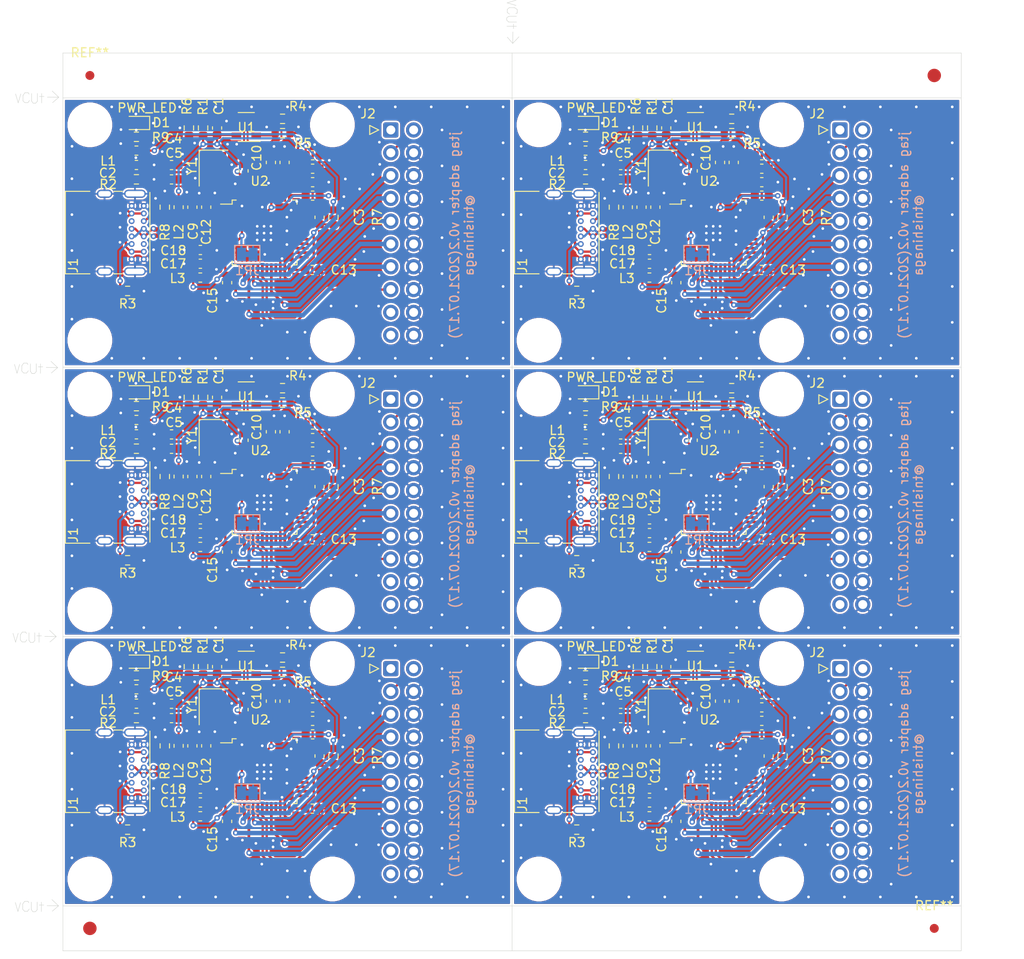
<source format=kicad_pcb>
(kicad_pcb (version 20171130) (host pcbnew "(5.1.8-0-10_14)")
  (layers (0 F.Cu signal) (31 B.Cu signal) (34 B.Paste user) (35 F.Paste user) (36 B.SilkS user) (37 F.SilkS user) (38 B.Mask user) (39 F.Mask user) (44 Edge.Cuts user))
  (net 0 "")
  (net 1 GND)
  (net 2 +3V3)
  (net 3 "Net-(C2-Pad1)")
  (net 4 "Net-(C3-Pad1)")
  (net 5 "Net-(C4-Pad1)")
  (net 6 "Net-(C5-Pad1)")
  (net 7 +5V)
  (net 8 +1V8)
  (net 9 /VPHY)
  (net 10 /VCCA)
  (net 11 /VPLL)
  (net 12 "Net-(J1-PadB5)")
  (net 13 "Net-(J1-PadB8)")
  (net 14 "Net-(J1-PadA8)")
  (net 15 "Net-(J1-PadA5)")
  (net 16 "Net-(J2-Pad19)")
  (net 17 "Net-(J2-Pad17)")
  (net 18 /~TRST)
  (net 19 /DI_TDO)
  (net 20 /RTCK)
  (net 21 /SK_TCK)
  (net 22 /CS_TMS)
  (net 23 /DO_TDI)
  (net 24 /~SRST)
  (net 25 "Net-(J2-Pad2)")
  (net 26 "Net-(J2-Pad1)")
  (net 27 /EEPROM_CS)
  (net 28 "Net-(R4-Pad1)")
  (net 29 /EEPROM_DATA)
  (net 30 /EEPROM_CLK)
  (net 31 /USB_D-)
  (net 32 /USB_D+)
  (net 33 "Net-(U2-Pad33)")
  (net 34 "Net-(U2-Pad32)")
  (net 35 "Net-(U2-Pad31)")
  (net 36 "Net-(U2-Pad30)")
  (net 37 "Net-(U2-Pad29)")
  (net 38 "Net-(U2-Pad28)")
  (net 39 "Net-(U2-Pad27)")
  (net 40 "Net-(U2-Pad26)")
  (net 41 "Net-(U2-Pad25)")
  (net 42 "Net-(U2-Pad21)")
  (net 43 "Net-(U2-Pad19)")
  (net 44 GNDA)
  (net 45 "Net-(R8-Pad2)")
  (net 46 "Net-(D1-Pad2)")
  (module Fiducial:Fiducial_1mm_Mask3mm (layer F.Cu) (at 53 97.5)
    (fp_text reference REF** (at 0 -2.54) (layer F.SilkS))
    (fp_text value Fiducial_1mm_Mask3mm)
    (pad "" smd circle (at 0 0) (size 1 1) (layers F.Cu F.Mask) (clearance 1))
  )
  (module Fiducial:Fiducial_1mm_Mask3mm (layer F.Cu) (at 147 192.5)
    (fp_text reference REF** (at 0 -2.54) (layer F.SilkS))
    (fp_text value Fiducial_1mm_Mask3mm)
    (pad "" smd circle (at 0 0) (size 1 1) (layers F.Cu F.Mask) (clearance 1))
  )
  (module Fiducial:Fiducial_1.5mm_Mask3mm (layer F.Cu) (at 53 192.5)
    (fp_text reference e hide)
    (fp_text value Fiducial_1.5mm_Mask3mm)
    (pad "" smd circle (at 0 0) (size 1.5 1.5) (layers F.Cu F.Mask) (clearance 0.75))
  )
  (module Fiducial:Fiducial_1.5mm_Mask3mm (layer F.Cu) (at 147 97.5)
    (fp_text reference REF** hide)
    (fp_text value Fiducial_1.5mm_Mask3mm)
    (pad "" smd circle (at 0 0) (size 1.5 1.5) (layers F.Cu F.Mask) (clearance 0.75))
  )
  (module Capacitor_SMD:C_0603_1608Metric (layer F.Cu) (at 108.18 167.47)
    (fp_text reference C2 (at -3.2 0.9) (layer F.SilkS))
    (fp_text value 0.01uF)
    (pad 1 smd roundrect (at -0.775 0) (size 0.9 0.95) (layers F.Cu F.Paste F.Mask) (net 3 "Net-(C2-Pad1)"))
    (pad 2 smd roundrect (at 0.775 0) (size 0.9 0.95) (layers F.Cu F.Paste F.Mask) (net 1 GND))
  )
  (module Capacitor_SMD:C_0603_1608Metric (layer F.Cu) (at 58.18 167.47)
    (fp_text reference C2 (at -3.2 0.9) (layer F.SilkS))
    (fp_text value 0.01uF)
    (pad 1 smd roundrect (at -0.775 0) (size 0.9 0.95) (layers F.Cu F.Paste F.Mask) (net 3 "Net-(C2-Pad1)"))
    (pad 2 smd roundrect (at 0.775 0) (size 0.9 0.95) (layers F.Cu F.Paste F.Mask) (net 1 GND))
  )
  (module Capacitor_SMD:C_0603_1608Metric (layer F.Cu) (at 108.18 137.47)
    (fp_text reference C2 (at -3.2 0.9) (layer F.SilkS))
    (fp_text value 0.01uF)
    (pad 1 smd roundrect (at -0.775 0) (size 0.9 0.95) (layers F.Cu F.Paste F.Mask) (net 3 "Net-(C2-Pad1)"))
    (pad 2 smd roundrect (at 0.775 0) (size 0.9 0.95) (layers F.Cu F.Paste F.Mask) (net 1 GND))
  )
  (module Capacitor_SMD:C_0603_1608Metric (layer F.Cu) (at 58.18 137.47)
    (fp_text reference C2 (at -3.2 0.9) (layer F.SilkS))
    (fp_text value 0.01uF)
    (pad 1 smd roundrect (at -0.775 0) (size 0.9 0.95) (layers F.Cu F.Paste F.Mask) (net 3 "Net-(C2-Pad1)"))
    (pad 2 smd roundrect (at 0.775 0) (size 0.9 0.95) (layers F.Cu F.Paste F.Mask) (net 1 GND))
  )
  (module Capacitor_SMD:C_0603_1608Metric (layer F.Cu) (at 108.18 107.47)
    (fp_text reference C2 (at -3.2 0.9) (layer F.SilkS))
    (fp_text value 0.01uF)
    (pad 1 smd roundrect (at -0.775 0) (size 0.9 0.95) (layers F.Cu F.Paste F.Mask) (net 3 "Net-(C2-Pad1)"))
    (pad 2 smd roundrect (at 0.775 0) (size 0.9 0.95) (layers F.Cu F.Paste F.Mask) (net 1 GND))
  )
  (module Capacitor_SMD:C_0603_1608Metric (layer F.Cu) (at 128.57 173.3 90)
    (fp_text reference C3 (at 0.01 4.42 90) (layer F.SilkS))
    (fp_text value 0.01uF)
    (pad 1 smd roundrect (at -0.775 0 90) (size 0.9 0.95) (layers F.Cu F.Paste F.Mask) (net 4 "Net-(C3-Pad1)"))
    (pad 2 smd roundrect (at 0.775 0 90) (size 0.9 0.95) (layers F.Cu F.Paste F.Mask) (net 1 GND))
  )
  (module Capacitor_SMD:C_0603_1608Metric (layer F.Cu) (at 78.57 173.3 90)
    (fp_text reference C3 (at 0.01 4.42 90) (layer F.SilkS))
    (fp_text value 0.01uF)
    (pad 1 smd roundrect (at -0.775 0 90) (size 0.9 0.95) (layers F.Cu F.Paste F.Mask) (net 4 "Net-(C3-Pad1)"))
    (pad 2 smd roundrect (at 0.775 0 90) (size 0.9 0.95) (layers F.Cu F.Paste F.Mask) (net 1 GND))
  )
  (module Capacitor_SMD:C_0603_1608Metric (layer F.Cu) (at 128.57 143.3 90)
    (fp_text reference C3 (at 0.01 4.42 90) (layer F.SilkS))
    (fp_text value 0.01uF)
    (pad 1 smd roundrect (at -0.775 0 90) (size 0.9 0.95) (layers F.Cu F.Paste F.Mask) (net 4 "Net-(C3-Pad1)"))
    (pad 2 smd roundrect (at 0.775 0 90) (size 0.9 0.95) (layers F.Cu F.Paste F.Mask) (net 1 GND))
  )
  (module Capacitor_SMD:C_0603_1608Metric (layer F.Cu) (at 78.57 143.3 90)
    (fp_text reference C3 (at 0.01 4.42 90) (layer F.SilkS))
    (fp_text value 0.01uF)
    (pad 1 smd roundrect (at -0.775 0 90) (size 0.9 0.95) (layers F.Cu F.Paste F.Mask) (net 4 "Net-(C3-Pad1)"))
    (pad 2 smd roundrect (at 0.775 0 90) (size 0.9 0.95) (layers F.Cu F.Paste F.Mask) (net 1 GND))
  )
  (module Capacitor_SMD:C_0603_1608Metric (layer F.Cu) (at 128.57 113.3 90)
    (fp_text reference C3 (at 0.01 4.42 90) (layer F.SilkS))
    (fp_text value 0.01uF)
    (pad 1 smd roundrect (at -0.775 0 90) (size 0.9 0.95) (layers F.Cu F.Paste F.Mask) (net 4 "Net-(C3-Pad1)"))
    (pad 2 smd roundrect (at 0.775 0 90) (size 0.9 0.95) (layers F.Cu F.Paste F.Mask) (net 1 GND))
  )
  (module Capacitor_SMD:C_0603_1608Metric (layer F.Cu) (at 112.09 167.48 180)
    (fp_text reference C4 (at -0.23 2.93) (layer F.SilkS))
    (fp_text value 12pF)
    (pad 1 smd roundrect (at -0.775 0 180) (size 0.9 0.95) (layers F.Cu F.Paste F.Mask) (net 5 "Net-(C4-Pad1)"))
    (pad 2 smd roundrect (at 0.775 0 180) (size 0.9 0.95) (layers F.Cu F.Paste F.Mask) (net 1 GND))
  )
  (module Capacitor_SMD:C_0603_1608Metric (layer F.Cu) (at 62.09 167.48 180)
    (fp_text reference C4 (at -0.23 2.93) (layer F.SilkS))
    (fp_text value 12pF)
    (pad 1 smd roundrect (at -0.775 0 180) (size 0.9 0.95) (layers F.Cu F.Paste F.Mask) (net 5 "Net-(C4-Pad1)"))
    (pad 2 smd roundrect (at 0.775 0 180) (size 0.9 0.95) (layers F.Cu F.Paste F.Mask) (net 1 GND))
  )
  (module Capacitor_SMD:C_0603_1608Metric (layer F.Cu) (at 112.09 137.48 180)
    (fp_text reference C4 (at -0.23 2.93) (layer F.SilkS))
    (fp_text value 12pF)
    (pad 1 smd roundrect (at -0.775 0 180) (size 0.9 0.95) (layers F.Cu F.Paste F.Mask) (net 5 "Net-(C4-Pad1)"))
    (pad 2 smd roundrect (at 0.775 0 180) (size 0.9 0.95) (layers F.Cu F.Paste F.Mask) (net 1 GND))
  )
  (module Capacitor_SMD:C_0603_1608Metric (layer F.Cu) (at 62.09 137.48 180)
    (fp_text reference C4 (at -0.23 2.93) (layer F.SilkS))
    (fp_text value 12pF)
    (pad 1 smd roundrect (at -0.775 0 180) (size 0.9 0.95) (layers F.Cu F.Paste F.Mask) (net 5 "Net-(C4-Pad1)"))
    (pad 2 smd roundrect (at 0.775 0 180) (size 0.9 0.95) (layers F.Cu F.Paste F.Mask) (net 1 GND))
  )
  (module Capacitor_SMD:C_0603_1608Metric (layer F.Cu) (at 112.09 107.48 180)
    (fp_text reference C4 (at -0.23 2.93) (layer F.SilkS))
    (fp_text value 12pF)
    (pad 1 smd roundrect (at -0.775 0 180) (size 0.9 0.95) (layers F.Cu F.Paste F.Mask) (net 5 "Net-(C4-Pad1)"))
    (pad 2 smd roundrect (at 0.775 0 180) (size 0.9 0.95) (layers F.Cu F.Paste F.Mask) (net 1 GND))
  )
  (module Capacitor_SMD:C_0603_1608Metric (layer F.Cu) (at 112.09 169.08 180)
    (fp_text reference C5 (at -0.28 2.93) (layer F.SilkS))
    (fp_text value 12pF)
    (pad 1 smd roundrect (at -0.775 0 180) (size 0.9 0.95) (layers F.Cu F.Paste F.Mask) (net 6 "Net-(C5-Pad1)"))
    (pad 2 smd roundrect (at 0.775 0 180) (size 0.9 0.95) (layers F.Cu F.Paste F.Mask) (net 1 GND))
  )
  (module Capacitor_SMD:C_0603_1608Metric (layer F.Cu) (at 62.09 169.08 180)
    (fp_text reference C5 (at -0.28 2.93) (layer F.SilkS))
    (fp_text value 12pF)
    (pad 1 smd roundrect (at -0.775 0 180) (size 0.9 0.95) (layers F.Cu F.Paste F.Mask) (net 6 "Net-(C5-Pad1)"))
    (pad 2 smd roundrect (at 0.775 0 180) (size 0.9 0.95) (layers F.Cu F.Paste F.Mask) (net 1 GND))
  )
  (module Capacitor_SMD:C_0603_1608Metric (layer F.Cu) (at 112.09 139.08 180)
    (fp_text reference C5 (at -0.28 2.93) (layer F.SilkS))
    (fp_text value 12pF)
    (pad 1 smd roundrect (at -0.775 0 180) (size 0.9 0.95) (layers F.Cu F.Paste F.Mask) (net 6 "Net-(C5-Pad1)"))
    (pad 2 smd roundrect (at 0.775 0 180) (size 0.9 0.95) (layers F.Cu F.Paste F.Mask) (net 1 GND))
  )
  (module Capacitor_SMD:C_0603_1608Metric (layer F.Cu) (at 62.09 139.08 180)
    (fp_text reference C5 (at -0.28 2.93) (layer F.SilkS))
    (fp_text value 12pF)
    (pad 1 smd roundrect (at -0.775 0 180) (size 0.9 0.95) (layers F.Cu F.Paste F.Mask) (net 6 "Net-(C5-Pad1)"))
    (pad 2 smd roundrect (at 0.775 0 180) (size 0.9 0.95) (layers F.Cu F.Paste F.Mask) (net 1 GND))
  )
  (module Capacitor_SMD:C_0603_1608Metric (layer F.Cu) (at 112.09 109.08 180)
    (fp_text reference C5 (at -0.28 2.93) (layer F.SilkS))
    (fp_text value 12pF)
    (pad 1 smd roundrect (at -0.775 0 180) (size 0.9 0.95) (layers F.Cu F.Paste F.Mask) (net 6 "Net-(C5-Pad1)"))
    (pad 2 smd roundrect (at 0.775 0 180) (size 0.9 0.95) (layers F.Cu F.Paste F.Mask) (net 1 GND))
  )
  (module Capacitor_SMD:C_0603_1608Metric (layer F.Cu) (at 124.676 167.188 90)
    (fp_text reference C6 hide)
    (fp_text value 4.7uF)
    (pad 2 smd roundrect (at 0.775 0 90) (size 0.9 0.95) (layers F.Cu F.Paste F.Mask) (net 1 GND))
    (pad 1 smd roundrect (at -0.775 0 90) (size 0.9 0.95) (layers F.Cu F.Paste F.Mask) (net 7 +5V))
  )
  (module Capacitor_SMD:C_0603_1608Metric (layer F.Cu) (at 74.676 167.188 90)
    (fp_text reference C6 hide)
    (fp_text value 4.7uF)
    (pad 2 smd roundrect (at 0.775 0 90) (size 0.9 0.95) (layers F.Cu F.Paste F.Mask) (net 1 GND))
    (pad 1 smd roundrect (at -0.775 0 90) (size 0.9 0.95) (layers F.Cu F.Paste F.Mask) (net 7 +5V))
  )
  (module Capacitor_SMD:C_0603_1608Metric (layer F.Cu) (at 124.676 137.188 90)
    (fp_text reference C6 hide)
    (fp_text value 4.7uF)
    (pad 2 smd roundrect (at 0.775 0 90) (size 0.9 0.95) (layers F.Cu F.Paste F.Mask) (net 1 GND))
    (pad 1 smd roundrect (at -0.775 0 90) (size 0.9 0.95) (layers F.Cu F.Paste F.Mask) (net 7 +5V))
  )
  (module Capacitor_SMD:C_0603_1608Metric (layer F.Cu) (at 74.676 137.188 90)
    (fp_text reference C6 hide)
    (fp_text value 4.7uF)
    (pad 2 smd roundrect (at 0.775 0 90) (size 0.9 0.95) (layers F.Cu F.Paste F.Mask) (net 1 GND))
    (pad 1 smd roundrect (at -0.775 0 90) (size 0.9 0.95) (layers F.Cu F.Paste F.Mask) (net 7 +5V))
  )
  (module Capacitor_SMD:C_0603_1608Metric (layer F.Cu) (at 124.676 107.188 90)
    (fp_text reference C6 hide)
    (fp_text value 4.7uF)
    (pad 2 smd roundrect (at 0.775 0 90) (size 0.9 0.95) (layers F.Cu F.Paste F.Mask) (net 1 GND))
    (pad 1 smd roundrect (at -0.775 0 90) (size 0.9 0.95) (layers F.Cu F.Paste F.Mask) (net 7 +5V))
  )
  (module Capacitor_SMD:C_0603_1608Metric (layer F.Cu) (at 127.798 169.386)
    (fp_text reference C7 hide)
    (fp_text value 0.1uF)
    (pad 1 smd roundrect (at -0.775 0) (size 0.9 0.95) (layers F.Cu F.Paste F.Mask) (net 8 +1V8))
    (pad 2 smd roundrect (at 0.775 0) (size 0.9 0.95) (layers F.Cu F.Paste F.Mask) (net 1 GND))
  )
  (module Capacitor_SMD:C_0603_1608Metric (layer F.Cu) (at 77.798 169.386)
    (fp_text reference C7 hide)
    (fp_text value 0.1uF)
    (pad 1 smd roundrect (at -0.775 0) (size 0.9 0.95) (layers F.Cu F.Paste F.Mask) (net 8 +1V8))
    (pad 2 smd roundrect (at 0.775 0) (size 0.9 0.95) (layers F.Cu F.Paste F.Mask) (net 1 GND))
  )
  (module Capacitor_SMD:C_0603_1608Metric (layer F.Cu) (at 127.798 139.386)
    (fp_text reference C7 hide)
    (fp_text value 0.1uF)
    (pad 1 smd roundrect (at -0.775 0) (size 0.9 0.95) (layers F.Cu F.Paste F.Mask) (net 8 +1V8))
    (pad 2 smd roundrect (at 0.775 0) (size 0.9 0.95) (layers F.Cu F.Paste F.Mask) (net 1 GND))
  )
  (module Capacitor_SMD:C_0603_1608Metric (layer F.Cu) (at 77.798 139.386)
    (fp_text reference C7 hide)
    (fp_text value 0.1uF)
    (pad 1 smd roundrect (at -0.775 0) (size 0.9 0.95) (layers F.Cu F.Paste F.Mask) (net 8 +1V8))
    (pad 2 smd roundrect (at 0.775 0) (size 0.9 0.95) (layers F.Cu F.Paste F.Mask) (net 1 GND))
  )
  (module Capacitor_SMD:C_0603_1608Metric (layer F.Cu) (at 127.798 109.386)
    (fp_text reference C7 hide)
    (fp_text value 0.1uF)
    (pad 1 smd roundrect (at -0.775 0) (size 0.9 0.95) (layers F.Cu F.Paste F.Mask) (net 8 +1V8))
    (pad 2 smd roundrect (at 0.775 0) (size 0.9 0.95) (layers F.Cu F.Paste F.Mask) (net 1 GND))
  )
  (module Capacitor_SMD:C_0603_1608Metric (layer F.Cu) (at 123.152 167.188 90)
    (fp_text reference C8 hide)
    (fp_text value 0.1uF)
    (pad 2 smd roundrect (at 0.775 0 90) (size 0.9 0.95) (layers F.Cu F.Paste F.Mask) (net 1 GND))
    (pad 1 smd roundrect (at -0.775 0 90) (size 0.9 0.95) (layers F.Cu F.Paste F.Mask) (net 7 +5V))
  )
  (module Capacitor_SMD:C_0603_1608Metric (layer F.Cu) (at 73.152 167.188 90)
    (fp_text reference C8 hide)
    (fp_text value 0.1uF)
    (pad 2 smd roundrect (at 0.775 0 90) (size 0.9 0.95) (layers F.Cu F.Paste F.Mask) (net 1 GND))
    (pad 1 smd roundrect (at -0.775 0 90) (size 0.9 0.95) (layers F.Cu F.Paste F.Mask) (net 7 +5V))
  )
  (module Capacitor_SMD:C_0603_1608Metric (layer F.Cu) (at 123.152 137.188 90)
    (fp_text reference C8 hide)
    (fp_text value 0.1uF)
    (pad 2 smd roundrect (at 0.775 0 90) (size 0.9 0.95) (layers F.Cu F.Paste F.Mask) (net 1 GND))
    (pad 1 smd roundrect (at -0.775 0 90) (size 0.9 0.95) (layers F.Cu F.Paste F.Mask) (net 7 +5V))
  )
  (module Capacitor_SMD:C_0603_1608Metric (layer F.Cu) (at 73.152 137.188 90)
    (fp_text reference C8 hide)
    (fp_text value 0.1uF)
    (pad 2 smd roundrect (at 0.775 0 90) (size 0.9 0.95) (layers F.Cu F.Paste F.Mask) (net 1 GND))
    (pad 1 smd roundrect (at -0.775 0 90) (size 0.9 0.95) (layers F.Cu F.Paste F.Mask) (net 7 +5V))
  )
  (module Capacitor_SMD:C_0603_1608Metric (layer F.Cu) (at 123.152 107.188 90)
    (fp_text reference C8 hide)
    (fp_text value 0.1uF)
    (pad 2 smd roundrect (at 0.775 0 90) (size 0.9 0.95) (layers F.Cu F.Paste F.Mask) (net 1 GND))
    (pad 1 smd roundrect (at -0.775 0 90) (size 0.9 0.95) (layers F.Cu F.Paste F.Mask) (net 7 +5V))
  )
  (module Capacitor_SMD:C_0603_1608Metric (layer F.Cu) (at 114.41 172.17 90)
    (fp_text reference C9 (at -2.68 0.08 90) (layer F.SilkS))
    (fp_text value 4.7uF)
    (pad 1 smd roundrect (at -0.775 0 90) (size 0.9 0.95) (layers F.Cu F.Paste F.Mask) (net 9 /VPHY))
    (pad 2 smd roundrect (at 0.775 0 90) (size 0.9 0.95) (layers F.Cu F.Paste F.Mask) (net 1 GND))
  )
  (module Capacitor_SMD:C_0603_1608Metric (layer F.Cu) (at 64.41 172.17 90)
    (fp_text reference C9 (at -2.68 0.08 90) (layer F.SilkS))
    (fp_text value 4.7uF)
    (pad 1 smd roundrect (at -0.775 0 90) (size 0.9 0.95) (layers F.Cu F.Paste F.Mask) (net 9 /VPHY))
    (pad 2 smd roundrect (at 0.775 0 90) (size 0.9 0.95) (layers F.Cu F.Paste F.Mask) (net 1 GND))
  )
  (module Capacitor_SMD:C_0603_1608Metric (layer F.Cu) (at 114.41 142.17 90)
    (fp_text reference C9 (at -2.68 0.08 90) (layer F.SilkS))
    (fp_text value 4.7uF)
    (pad 1 smd roundrect (at -0.775 0 90) (size 0.9 0.95) (layers F.Cu F.Paste F.Mask) (net 9 /VPHY))
    (pad 2 smd roundrect (at 0.775 0 90) (size 0.9 0.95) (layers F.Cu F.Paste F.Mask) (net 1 GND))
  )
  (module Capacitor_SMD:C_0603_1608Metric (layer F.Cu) (at 64.41 142.17 90)
    (fp_text reference C9 (at -2.68 0.08 90) (layer F.SilkS))
    (fp_text value 4.7uF)
    (pad 1 smd roundrect (at -0.775 0 90) (size 0.9 0.95) (layers F.Cu F.Paste F.Mask) (net 9 /VPHY))
    (pad 2 smd roundrect (at 0.775 0 90) (size 0.9 0.95) (layers F.Cu F.Paste F.Mask) (net 1 GND))
  )
  (module Capacitor_SMD:C_0603_1608Metric (layer F.Cu) (at 114.41 112.17 90)
    (fp_text reference C9 (at -2.68 0.08 90) (layer F.SilkS))
    (fp_text value 4.7uF)
    (pad 1 smd roundrect (at -0.775 0 90) (size 0.9 0.95) (layers F.Cu F.Paste F.Mask) (net 9 /VPHY))
    (pad 2 smd roundrect (at 0.775 0 90) (size 0.9 0.95) (layers F.Cu F.Paste F.Mask) (net 1 GND))
  )
  (module Capacitor_SMD:C_0603_1608Metric (layer F.Cu) (at 120.104 168.13 90)
    (fp_text reference C10 (at 1.46 1.466 90) (layer F.SilkS))
    (fp_text value 0.1uF)
    (pad 1 smd roundrect (at -0.775 0 90) (size 0.9 0.95) (layers F.Cu F.Paste F.Mask) (net 2 +3V3))
    (pad 2 smd roundrect (at 0.775 0 90) (size 0.9 0.95) (layers F.Cu F.Paste F.Mask) (net 1 GND))
  )
  (module Capacitor_SMD:C_0603_1608Metric (layer F.Cu) (at 70.104 168.13 90)
    (fp_text reference C10 (at 1.46 1.466 90) (layer F.SilkS))
    (fp_text value 0.1uF)
    (pad 1 smd roundrect (at -0.775 0 90) (size 0.9 0.95) (layers F.Cu F.Paste F.Mask) (net 2 +3V3))
    (pad 2 smd roundrect (at 0.775 0 90) (size 0.9 0.95) (layers F.Cu F.Paste F.Mask) (net 1 GND))
  )
  (module Capacitor_SMD:C_0603_1608Metric (layer F.Cu) (at 120.104 138.13 90)
    (fp_text reference C10 (at 1.46 1.466 90) (layer F.SilkS))
    (fp_text value 0.1uF)
    (pad 1 smd roundrect (at -0.775 0 90) (size 0.9 0.95) (layers F.Cu F.Paste F.Mask) (net 2 +3V3))
    (pad 2 smd roundrect (at 0.775 0 90) (size 0.9 0.95) (layers F.Cu F.Paste F.Mask) (net 1 GND))
  )
  (module Capacitor_SMD:C_0603_1608Metric (layer F.Cu) (at 70.104 138.13 90)
    (fp_text reference C10 (at 1.46 1.466 90) (layer F.SilkS))
    (fp_text value 0.1uF)
    (pad 1 smd roundrect (at -0.775 0 90) (size 0.9 0.95) (layers F.Cu F.Paste F.Mask) (net 2 +3V3))
    (pad 2 smd roundrect (at 0.775 0 90) (size 0.9 0.95) (layers F.Cu F.Paste F.Mask) (net 1 GND))
  )
  (module Capacitor_SMD:C_0603_1608Metric (layer F.Cu) (at 120.104 108.13 90)
    (fp_text reference C10 (at 1.46 1.466 90) (layer F.SilkS))
    (fp_text value 0.1uF)
    (pad 1 smd roundrect (at -0.775 0 90) (size 0.9 0.95) (layers F.Cu F.Paste F.Mask) (net 2 +3V3))
    (pad 2 smd roundrect (at 0.775 0 90) (size 0.9 0.95) (layers F.Cu F.Paste F.Mask) (net 1 GND))
  )
  (module Capacitor_SMD:C_0603_1608Metric (layer F.Cu) (at 127.798 167.886)
    (fp_text reference C11 hide)
    (fp_text value 4.7uF)
    (pad 1 smd roundrect (at -0.775 0) (size 0.9 0.95) (layers F.Cu F.Paste F.Mask) (net 2 +3V3))
    (pad 2 smd roundrect (at 0.775 0) (size 0.9 0.95) (layers F.Cu F.Paste F.Mask) (net 1 GND))
  )
  (module Capacitor_SMD:C_0603_1608Metric (layer F.Cu) (at 77.798 167.886)
    (fp_text reference C11 hide)
    (fp_text value 4.7uF)
    (pad 1 smd roundrect (at -0.775 0) (size 0.9 0.95) (layers F.Cu F.Paste F.Mask) (net 2 +3V3))
    (pad 2 smd roundrect (at 0.775 0) (size 0.9 0.95) (layers F.Cu F.Paste F.Mask) (net 1 GND))
  )
  (module Capacitor_SMD:C_0603_1608Metric (layer F.Cu) (at 127.798 137.886)
    (fp_text reference C11 hide)
    (fp_text value 4.7uF)
    (pad 1 smd roundrect (at -0.775 0) (size 0.9 0.95) (layers F.Cu F.Paste F.Mask) (net 2 +3V3))
    (pad 2 smd roundrect (at 0.775 0) (size 0.9 0.95) (layers F.Cu F.Paste F.Mask) (net 1 GND))
  )
  (module Capacitor_SMD:C_0603_1608Metric (layer F.Cu) (at 77.798 137.886)
    (fp_text reference C11 hide)
    (fp_text value 4.7uF)
    (pad 1 smd roundrect (at -0.775 0) (size 0.9 0.95) (layers F.Cu F.Paste F.Mask) (net 2 +3V3))
    (pad 2 smd roundrect (at 0.775 0) (size 0.9 0.95) (layers F.Cu F.Paste F.Mask) (net 1 GND))
  )
  (module Capacitor_SMD:C_0603_1608Metric (layer F.Cu) (at 127.798 107.886)
    (fp_text reference C11 hide)
    (fp_text value 4.7uF)
    (pad 1 smd roundrect (at -0.775 0) (size 0.9 0.95) (layers F.Cu F.Paste F.Mask) (net 2 +3V3))
    (pad 2 smd roundrect (at 0.775 0) (size 0.9 0.95) (layers F.Cu F.Paste F.Mask) (net 1 GND))
  )
  (module Capacitor_SMD:C_0603_1608Metric (layer F.Cu) (at 115.95 172.17 90)
    (fp_text reference C12 (at -2.76 0 90) (layer F.SilkS))
    (fp_text value 0.1uF)
    (pad 1 smd roundrect (at -0.775 0 90) (size 0.9 0.95) (layers F.Cu F.Paste F.Mask) (net 9 /VPHY))
    (pad 2 smd roundrect (at 0.775 0 90) (size 0.9 0.95) (layers F.Cu F.Paste F.Mask) (net 1 GND))
  )
  (module Capacitor_SMD:C_0603_1608Metric (layer F.Cu) (at 65.95 172.17 90)
    (fp_text reference C12 (at -2.76 0 90) (layer F.SilkS))
    (fp_text value 0.1uF)
    (pad 1 smd roundrect (at -0.775 0 90) (size 0.9 0.95) (layers F.Cu F.Paste F.Mask) (net 9 /VPHY))
    (pad 2 smd roundrect (at 0.775 0 90) (size 0.9 0.95) (layers F.Cu F.Paste F.Mask) (net 1 GND))
  )
  (module Capacitor_SMD:C_0603_1608Metric (layer F.Cu) (at 115.95 142.17 90)
    (fp_text reference C12 (at -2.76 0 90) (layer F.SilkS))
    (fp_text value 0.1uF)
    (pad 1 smd roundrect (at -0.775 0 90) (size 0.9 0.95) (layers F.Cu F.Paste F.Mask) (net 9 /VPHY))
    (pad 2 smd roundrect (at 0.775 0 90) (size 0.9 0.95) (layers F.Cu F.Paste F.Mask) (net 1 GND))
  )
  (module Capacitor_SMD:C_0603_1608Metric (layer F.Cu) (at 65.95 142.17 90)
    (fp_text reference C12 (at -2.76 0 90) (layer F.SilkS))
    (fp_text value 0.1uF)
    (pad 1 smd roundrect (at -0.775 0 90) (size 0.9 0.95) (layers F.Cu F.Paste F.Mask) (net 9 /VPHY))
    (pad 2 smd roundrect (at 0.775 0 90) (size 0.9 0.95) (layers F.Cu F.Paste F.Mask) (net 1 GND))
  )
  (module Capacitor_SMD:C_0603_1608Metric (layer F.Cu) (at 115.95 112.17 90)
    (fp_text reference C12 (at -2.76 0 90) (layer F.SilkS))
    (fp_text value 0.1uF)
    (pad 1 smd roundrect (at -0.775 0 90) (size 0.9 0.95) (layers F.Cu F.Paste F.Mask) (net 9 /VPHY))
    (pad 2 smd roundrect (at 0.775 0 90) (size 0.9 0.95) (layers F.Cu F.Paste F.Mask) (net 1 GND))
  )
  (module Capacitor_SMD:C_0603_1608Metric (layer F.Cu) (at 127.76 179.16)
    (fp_text reference C13 (at 3.5 0) (layer F.SilkS))
    (fp_text value 0.1uF)
    (pad 1 smd roundrect (at -0.775 0) (size 0.9 0.95) (layers F.Cu F.Paste F.Mask) (net 2 +3V3))
    (pad 2 smd roundrect (at 0.775 0) (size 0.9 0.95) (layers F.Cu F.Paste F.Mask) (net 1 GND))
  )
  (module Capacitor_SMD:C_0603_1608Metric (layer F.Cu) (at 77.76 179.16)
    (fp_text reference C13 (at 3.5 0) (layer F.SilkS))
    (fp_text value 0.1uF)
    (pad 1 smd roundrect (at -0.775 0) (size 0.9 0.95) (layers F.Cu F.Paste F.Mask) (net 2 +3V3))
    (pad 2 smd roundrect (at 0.775 0) (size 0.9 0.95) (layers F.Cu F.Paste F.Mask) (net 1 GND))
  )
  (module Capacitor_SMD:C_0603_1608Metric (layer F.Cu) (at 127.76 149.16)
    (fp_text reference C13 (at 3.5 0) (layer F.SilkS))
    (fp_text value 0.1uF)
    (pad 1 smd roundrect (at -0.775 0) (size 0.9 0.95) (layers F.Cu F.Paste F.Mask) (net 2 +3V3))
    (pad 2 smd roundrect (at 0.775 0) (size 0.9 0.95) (layers F.Cu F.Paste F.Mask) (net 1 GND))
  )
  (module Capacitor_SMD:C_0603_1608Metric (layer F.Cu) (at 77.76 149.16)
    (fp_text reference C13 (at 3.5 0) (layer F.SilkS))
    (fp_text value 0.1uF)
    (pad 1 smd roundrect (at -0.775 0) (size 0.9 0.95) (layers F.Cu F.Paste F.Mask) (net 2 +3V3))
    (pad 2 smd roundrect (at 0.775 0) (size 0.9 0.95) (layers F.Cu F.Paste F.Mask) (net 1 GND))
  )
  (module Capacitor_SMD:C_0603_1608Metric (layer F.Cu) (at 127.76 119.16)
    (fp_text reference C13 (at 3.5 0) (layer F.SilkS))
    (fp_text value 0.1uF)
    (pad 1 smd roundrect (at -0.775 0) (size 0.9 0.95) (layers F.Cu F.Paste F.Mask) (net 2 +3V3))
    (pad 2 smd roundrect (at 0.775 0) (size 0.9 0.95) (layers F.Cu F.Paste F.Mask) (net 1 GND))
  )
  (module Capacitor_SMD:C_0603_1608Metric (layer F.Cu) (at 127.798 166.386)
    (fp_text reference C14 hide)
    (fp_text value 0.1uF)
    (pad 1 smd roundrect (at -0.775 0) (size 0.9 0.95) (layers F.Cu F.Paste F.Mask) (net 2 +3V3))
    (pad 2 smd roundrect (at 0.775 0) (size 0.9 0.95) (layers F.Cu F.Paste F.Mask) (net 1 GND))
  )
  (module Capacitor_SMD:C_0603_1608Metric (layer F.Cu) (at 77.798 166.386)
    (fp_text reference C14 hide)
    (fp_text value 0.1uF)
    (pad 1 smd roundrect (at -0.775 0) (size 0.9 0.95) (layers F.Cu F.Paste F.Mask) (net 2 +3V3))
    (pad 2 smd roundrect (at 0.775 0) (size 0.9 0.95) (layers F.Cu F.Paste F.Mask) (net 1 GND))
  )
  (module Capacitor_SMD:C_0603_1608Metric (layer F.Cu) (at 127.798 136.386)
    (fp_text reference C14 hide)
    (fp_text value 0.1uF)
    (pad 1 smd roundrect (at -0.775 0) (size 0.9 0.95) (layers F.Cu F.Paste F.Mask) (net 2 +3V3))
    (pad 2 smd roundrect (at 0.775 0) (size 0.9 0.95) (layers F.Cu F.Paste F.Mask) (net 1 GND))
  )
  (module Capacitor_SMD:C_0603_1608Metric (layer F.Cu) (at 77.798 136.386)
    (fp_text reference C14 hide)
    (fp_text value 0.1uF)
    (pad 1 smd roundrect (at -0.775 0) (size 0.9 0.95) (layers F.Cu F.Paste F.Mask) (net 2 +3V3))
    (pad 2 smd roundrect (at 0.775 0) (size 0.9 0.95) (layers F.Cu F.Paste F.Mask) (net 1 GND))
  )
  (module Capacitor_SMD:C_0603_1608Metric (layer F.Cu) (at 127.798 106.386)
    (fp_text reference C14 hide)
    (fp_text value 0.1uF)
    (pad 1 smd roundrect (at -0.775 0) (size 0.9 0.95) (layers F.Cu F.Paste F.Mask) (net 2 +3V3))
    (pad 2 smd roundrect (at 0.775 0) (size 0.9 0.95) (layers F.Cu F.Paste F.Mask) (net 1 GND))
  )
  (module Capacitor_SMD:C_0603_1608Metric (layer F.Cu) (at 118.28 180.58 270)
    (fp_text reference C15 (at 2 1.64 90) (layer F.SilkS))
    (fp_text value 0.1uF)
    (pad 1 smd roundrect (at -0.775 0 270) (size 0.9 0.95) (layers F.Cu F.Paste F.Mask) (net 2 +3V3))
    (pad 2 smd roundrect (at 0.775 0 270) (size 0.9 0.95) (layers F.Cu F.Paste F.Mask) (net 1 GND))
  )
  (module Capacitor_SMD:C_0603_1608Metric (layer F.Cu) (at 68.28 180.58 270)
    (fp_text reference C15 (at 2 1.64 90) (layer F.SilkS))
    (fp_text value 0.1uF)
    (pad 1 smd roundrect (at -0.775 0 270) (size 0.9 0.95) (layers F.Cu F.Paste F.Mask) (net 2 +3V3))
    (pad 2 smd roundrect (at 0.775 0 270) (size 0.9 0.95) (layers F.Cu F.Paste F.Mask) (net 1 GND))
  )
  (module Capacitor_SMD:C_0603_1608Metric (layer F.Cu) (at 118.28 150.58 270)
    (fp_text reference C15 (at 2 1.64 90) (layer F.SilkS))
    (fp_text value 0.1uF)
    (pad 1 smd roundrect (at -0.775 0 270) (size 0.9 0.95) (layers F.Cu F.Paste F.Mask) (net 2 +3V3))
    (pad 2 smd roundrect (at 0.775 0 270) (size 0.9 0.95) (layers F.Cu F.Paste F.Mask) (net 1 GND))
  )
  (module Capacitor_SMD:C_0603_1608Metric (layer F.Cu) (at 68.28 150.58 270)
    (fp_text reference C15 (at 2 1.64 90) (layer F.SilkS))
    (fp_text value 0.1uF)
    (pad 1 smd roundrect (at -0.775 0 270) (size 0.9 0.95) (layers F.Cu F.Paste F.Mask) (net 2 +3V3))
    (pad 2 smd roundrect (at 0.775 0 270) (size 0.9 0.95) (layers F.Cu F.Paste F.Mask) (net 1 GND))
  )
  (module Capacitor_SMD:C_0603_1608Metric (layer F.Cu) (at 118.28 120.58 270)
    (fp_text reference C15 (at 2 1.64 90) (layer F.SilkS))
    (fp_text value 0.1uF)
    (pad 1 smd roundrect (at -0.775 0 270) (size 0.9 0.95) (layers F.Cu F.Paste F.Mask) (net 2 +3V3))
    (pad 2 smd roundrect (at 0.775 0 270) (size 0.9 0.95) (layers F.Cu F.Paste F.Mask) (net 1 GND))
  )
  (module Capacitor_SMD:C_0603_1608Metric (layer F.Cu) (at 127.798 170.886)
    (fp_text reference C16 hide)
    (fp_text value 0.1uF)
    (pad 1 smd roundrect (at -0.775 0) (size 0.9 0.95) (layers F.Cu F.Paste F.Mask) (net 10 /VCCA))
    (pad 2 smd roundrect (at 0.775 0) (size 0.9 0.95) (layers F.Cu F.Paste F.Mask) (net 44 GNDA))
  )
  (module Capacitor_SMD:C_0603_1608Metric (layer F.Cu) (at 77.798 170.886)
    (fp_text reference C16 hide)
    (fp_text value 0.1uF)
    (pad 1 smd roundrect (at -0.775 0) (size 0.9 0.95) (layers F.Cu F.Paste F.Mask) (net 10 /VCCA))
    (pad 2 smd roundrect (at 0.775 0) (size 0.9 0.95) (layers F.Cu F.Paste F.Mask) (net 44 GNDA))
  )
  (module Capacitor_SMD:C_0603_1608Metric (layer F.Cu) (at 127.798 140.886)
    (fp_text reference C16 hide)
    (fp_text value 0.1uF)
    (pad 1 smd roundrect (at -0.775 0) (size 0.9 0.95) (layers F.Cu F.Paste F.Mask) (net 10 /VCCA))
    (pad 2 smd roundrect (at 0.775 0) (size 0.9 0.95) (layers F.Cu F.Paste F.Mask) (net 44 GNDA))
  )
  (module Capacitor_SMD:C_0603_1608Metric (layer F.Cu) (at 77.798 140.886)
    (fp_text reference C16 hide)
    (fp_text value 0.1uF)
    (pad 1 smd roundrect (at -0.775 0) (size 0.9 0.95) (layers F.Cu F.Paste F.Mask) (net 10 /VCCA))
    (pad 2 smd roundrect (at 0.775 0) (size 0.9 0.95) (layers F.Cu F.Paste F.Mask) (net 44 GNDA))
  )
  (module Capacitor_SMD:C_0603_1608Metric (layer F.Cu) (at 127.798 110.886)
    (fp_text reference C16 hide)
    (fp_text value 0.1uF)
    (pad 1 smd roundrect (at -0.775 0) (size 0.9 0.95) (layers F.Cu F.Paste F.Mask) (net 10 /VCCA))
    (pad 2 smd roundrect (at 0.775 0) (size 0.9 0.95) (layers F.Cu F.Paste F.Mask) (net 44 GNDA))
  )
  (module Capacitor_SMD:C_0603_1608Metric (layer F.Cu) (at 115.3 178.47 180)
    (fp_text reference C17 (at 3.04 0) (layer F.SilkS))
    (fp_text value 4.7uF)
    (pad 1 smd roundrect (at -0.775 0 180) (size 0.9 0.95) (layers F.Cu F.Paste F.Mask) (net 11 /VPLL))
    (pad 2 smd roundrect (at 0.775 0 180) (size 0.9 0.95) (layers F.Cu F.Paste F.Mask) (net 1 GND))
  )
  (module Capacitor_SMD:C_0603_1608Metric (layer F.Cu) (at 65.3 178.47 180)
    (fp_text reference C17 (at 3.04 0) (layer F.SilkS))
    (fp_text value 4.7uF)
    (pad 1 smd roundrect (at -0.775 0 180) (size 0.9 0.95) (layers F.Cu F.Paste F.Mask) (net 11 /VPLL))
    (pad 2 smd roundrect (at 0.775 0 180) (size 0.9 0.95) (layers F.Cu F.Paste F.Mask) (net 1 GND))
  )
  (module Capacitor_SMD:C_0603_1608Metric (layer F.Cu) (at 115.3 148.47 180)
    (fp_text reference C17 (at 3.04 0) (layer F.SilkS))
    (fp_text value 4.7uF)
    (pad 1 smd roundrect (at -0.775 0 180) (size 0.9 0.95) (layers F.Cu F.Paste F.Mask) (net 11 /VPLL))
    (pad 2 smd roundrect (at 0.775 0 180) (size 0.9 0.95) (layers F.Cu F.Paste F.Mask) (net 1 GND))
  )
  (module Capacitor_SMD:C_0603_1608Metric (layer F.Cu) (at 65.3 148.47 180)
    (fp_text reference C17 (at 3.04 0) (layer F.SilkS))
    (fp_text value 4.7uF)
    (pad 1 smd roundrect (at -0.775 0 180) (size 0.9 0.95) (layers F.Cu F.Paste F.Mask) (net 11 /VPLL))
    (pad 2 smd roundrect (at 0.775 0 180) (size 0.9 0.95) (layers F.Cu F.Paste F.Mask) (net 1 GND))
  )
  (module Capacitor_SMD:C_0603_1608Metric (layer F.Cu) (at 115.3 118.47 180)
    (fp_text reference C17 (at 3.04 0) (layer F.SilkS))
    (fp_text value 4.7uF)
    (pad 1 smd roundrect (at -0.775 0 180) (size 0.9 0.95) (layers F.Cu F.Paste F.Mask) (net 11 /VPLL))
    (pad 2 smd roundrect (at 0.775 0 180) (size 0.9 0.95) (layers F.Cu F.Paste F.Mask) (net 1 GND))
  )
  (module Capacitor_SMD:C_0603_1608Metric (layer F.Cu) (at 115.3 176.94 180)
    (fp_text reference C18 (at 3.01 -0.05) (layer F.SilkS))
    (fp_text value 0.1uF)
    (pad 1 smd roundrect (at -0.775 0 180) (size 0.9 0.95) (layers F.Cu F.Paste F.Mask) (net 11 /VPLL))
    (pad 2 smd roundrect (at 0.775 0 180) (size 0.9 0.95) (layers F.Cu F.Paste F.Mask) (net 1 GND))
  )
  (module Capacitor_SMD:C_0603_1608Metric (layer F.Cu) (at 65.3 176.94 180)
    (fp_text reference C18 (at 3.01 -0.05) (layer F.SilkS))
    (fp_text value 0.1uF)
    (pad 1 smd roundrect (at -0.775 0 180) (size 0.9 0.95) (layers F.Cu F.Paste F.Mask) (net 11 /VPLL))
    (pad 2 smd roundrect (at 0.775 0 180) (size 0.9 0.95) (layers F.Cu F.Paste F.Mask) (net 1 GND))
  )
  (module Capacitor_SMD:C_0603_1608Metric (layer F.Cu) (at 115.3 146.94 180)
    (fp_text reference C18 (at 3.01 -0.05) (layer F.SilkS))
    (fp_text value 0.1uF)
    (pad 1 smd roundrect (at -0.775 0 180) (size 0.9 0.95) (layers F.Cu F.Paste F.Mask) (net 11 /VPLL))
    (pad 2 smd roundrect (at 0.775 0 180) (size 0.9 0.95) (layers F.Cu F.Paste F.Mask) (net 1 GND))
  )
  (module Capacitor_SMD:C_0603_1608Metric (layer F.Cu) (at 65.3 146.94 180)
    (fp_text reference C18 (at 3.01 -0.05) (layer F.SilkS))
    (fp_text value 0.1uF)
    (pad 1 smd roundrect (at -0.775 0 180) (size 0.9 0.95) (layers F.Cu F.Paste F.Mask) (net 11 /VPLL))
    (pad 2 smd roundrect (at 0.775 0 180) (size 0.9 0.95) (layers F.Cu F.Paste F.Mask) (net 1 GND))
  )
  (module Capacitor_SMD:C_0603_1608Metric (layer F.Cu) (at 115.3 116.94 180)
    (fp_text reference C18 (at 3.01 -0.05) (layer F.SilkS))
    (fp_text value 0.1uF)
    (pad 1 smd roundrect (at -0.775 0 180) (size 0.9 0.95) (layers F.Cu F.Paste F.Mask) (net 11 /VPLL))
    (pad 2 smd roundrect (at 0.775 0 180) (size 0.9 0.95) (layers F.Cu F.Paste F.Mask) (net 1 GND))
  )
  (module Inductor_SMD:L_0603_1608Metric (layer F.Cu) (at 108.18 165.87 180)
    (fp_text reference L1 (at 3.15 -1.15) (layer F.SilkS))
    (fp_text value 600R/0.5A)
    (pad 1 smd roundrect (at -0.7875 0 180) (size 0.875 0.95) (layers F.Cu F.Paste F.Mask) (net 7 +5V))
    (pad 2 smd roundrect (at 0.7875 0 180) (size 0.875 0.95) (layers F.Cu F.Paste F.Mask) (net 3 "Net-(C2-Pad1)"))
  )
  (module Inductor_SMD:L_0603_1608Metric (layer F.Cu) (at 58.18 165.87 180)
    (fp_text reference L1 (at 3.15 -1.15) (layer F.SilkS))
    (fp_text value 600R/0.5A)
    (pad 1 smd roundrect (at -0.7875 0 180) (size 0.875 0.95) (layers F.Cu F.Paste F.Mask) (net 7 +5V))
    (pad 2 smd roundrect (at 0.7875 0 180) (size 0.875 0.95) (layers F.Cu F.Paste F.Mask) (net 3 "Net-(C2-Pad1)"))
  )
  (module Inductor_SMD:L_0603_1608Metric (layer F.Cu) (at 108.18 135.87 180)
    (fp_text reference L1 (at 3.15 -1.15) (layer F.SilkS))
    (fp_text value 600R/0.5A)
    (pad 1 smd roundrect (at -0.7875 0 180) (size 0.875 0.95) (layers F.Cu F.Paste F.Mask) (net 7 +5V))
    (pad 2 smd roundrect (at 0.7875 0 180) (size 0.875 0.95) (layers F.Cu F.Paste F.Mask) (net 3 "Net-(C2-Pad1)"))
  )
  (module Inductor_SMD:L_0603_1608Metric (layer F.Cu) (at 58.18 135.87 180)
    (fp_text reference L1 (at 3.15 -1.15) (layer F.SilkS))
    (fp_text value 600R/0.5A)
    (pad 1 smd roundrect (at -0.7875 0 180) (size 0.875 0.95) (layers F.Cu F.Paste F.Mask) (net 7 +5V))
    (pad 2 smd roundrect (at 0.7875 0 180) (size 0.875 0.95) (layers F.Cu F.Paste F.Mask) (net 3 "Net-(C2-Pad1)"))
  )
  (module Inductor_SMD:L_0603_1608Metric (layer F.Cu) (at 108.18 105.87 180)
    (fp_text reference L1 (at 3.15 -1.15) (layer F.SilkS))
    (fp_text value 600R/0.5A)
    (pad 1 smd roundrect (at -0.7875 0 180) (size 0.875 0.95) (layers F.Cu F.Paste F.Mask) (net 7 +5V))
    (pad 2 smd roundrect (at 0.7875 0 180) (size 0.875 0.95) (layers F.Cu F.Paste F.Mask) (net 3 "Net-(C2-Pad1)"))
  )
  (module Inductor_SMD:L_0603_1608Metric (layer F.Cu) (at 112.88 172.17 90)
    (fp_text reference L2 (at -2.76 0.02 90) (layer F.SilkS))
    (fp_text value 600R/0.5A hide)
    (pad 1 smd roundrect (at -0.7875 0 90) (size 0.875 0.95) (layers F.Cu F.Paste F.Mask) (net 9 /VPHY))
    (pad 2 smd roundrect (at 0.7875 0 90) (size 0.875 0.95) (layers F.Cu F.Paste F.Mask) (net 2 +3V3))
  )
  (module Inductor_SMD:L_0603_1608Metric (layer F.Cu) (at 62.88 172.17 90)
    (fp_text reference L2 (at -2.76 0.02 90) (layer F.SilkS))
    (fp_text value 600R/0.5A hide)
    (pad 1 smd roundrect (at -0.7875 0 90) (size 0.875 0.95) (layers F.Cu F.Paste F.Mask) (net 9 /VPHY))
    (pad 2 smd roundrect (at 0.7875 0 90) (size 0.875 0.95) (layers F.Cu F.Paste F.Mask) (net 2 +3V3))
  )
  (module Inductor_SMD:L_0603_1608Metric (layer F.Cu) (at 112.88 142.17 90)
    (fp_text reference L2 (at -2.76 0.02 90) (layer F.SilkS))
    (fp_text value 600R/0.5A hide)
    (pad 1 smd roundrect (at -0.7875 0 90) (size 0.875 0.95) (layers F.Cu F.Paste F.Mask) (net 9 /VPHY))
    (pad 2 smd roundrect (at 0.7875 0 90) (size 0.875 0.95) (layers F.Cu F.Paste F.Mask) (net 2 +3V3))
  )
  (module Inductor_SMD:L_0603_1608Metric (layer F.Cu) (at 62.88 142.17 90)
    (fp_text reference L2 (at -2.76 0.02 90) (layer F.SilkS))
    (fp_text value 600R/0.5A hide)
    (pad 1 smd roundrect (at -0.7875 0 90) (size 0.875 0.95) (layers F.Cu F.Paste F.Mask) (net 9 /VPHY))
    (pad 2 smd roundrect (at 0.7875 0 90) (size 0.875 0.95) (layers F.Cu F.Paste F.Mask) (net 2 +3V3))
  )
  (module Inductor_SMD:L_0603_1608Metric (layer F.Cu) (at 112.88 112.17 90)
    (fp_text reference L2 (at -2.76 0.02 90) (layer F.SilkS))
    (fp_text value 600R/0.5A hide)
    (pad 1 smd roundrect (at -0.7875 0 90) (size 0.875 0.95) (layers F.Cu F.Paste F.Mask) (net 9 /VPHY))
    (pad 2 smd roundrect (at 0.7875 0 90) (size 0.875 0.95) (layers F.Cu F.Paste F.Mask) (net 2 +3V3))
  )
  (module Inductor_SMD:L_0603_1608Metric (layer F.Cu) (at 115.29 180.01 180)
    (fp_text reference L3 (at 2.52 -0.09) (layer F.SilkS))
    (fp_text value 600R/0.5A)
    (pad 1 smd roundrect (at -0.7875 0 180) (size 0.875 0.95) (layers F.Cu F.Paste F.Mask) (net 11 /VPLL))
    (pad 2 smd roundrect (at 0.7875 0 180) (size 0.875 0.95) (layers F.Cu F.Paste F.Mask) (net 2 +3V3))
  )
  (module Inductor_SMD:L_0603_1608Metric (layer F.Cu) (at 65.29 180.01 180)
    (fp_text reference L3 (at 2.52 -0.09) (layer F.SilkS))
    (fp_text value 600R/0.5A)
    (pad 1 smd roundrect (at -0.7875 0 180) (size 0.875 0.95) (layers F.Cu F.Paste F.Mask) (net 11 /VPLL))
    (pad 2 smd roundrect (at 0.7875 0 180) (size 0.875 0.95) (layers F.Cu F.Paste F.Mask) (net 2 +3V3))
  )
  (module Inductor_SMD:L_0603_1608Metric (layer F.Cu) (at 115.29 150.01 180)
    (fp_text reference L3 (at 2.52 -0.09) (layer F.SilkS))
    (fp_text value 600R/0.5A)
    (pad 1 smd roundrect (at -0.7875 0 180) (size 0.875 0.95) (layers F.Cu F.Paste F.Mask) (net 11 /VPLL))
    (pad 2 smd roundrect (at 0.7875 0 180) (size 0.875 0.95) (layers F.Cu F.Paste F.Mask) (net 2 +3V3))
  )
  (module Inductor_SMD:L_0603_1608Metric (layer F.Cu) (at 65.29 150.01 180)
    (fp_text reference L3 (at 2.52 -0.09) (layer F.SilkS))
    (fp_text value 600R/0.5A)
    (pad 1 smd roundrect (at -0.7875 0 180) (size 0.875 0.95) (layers F.Cu F.Paste F.Mask) (net 11 /VPLL))
    (pad 2 smd roundrect (at 0.7875 0 180) (size 0.875 0.95) (layers F.Cu F.Paste F.Mask) (net 2 +3V3))
  )
  (module Inductor_SMD:L_0603_1608Metric (layer F.Cu) (at 115.29 120.01 180)
    (fp_text reference L3 (at 2.52 -0.09) (layer F.SilkS))
    (fp_text value 600R/0.5A)
    (pad 1 smd roundrect (at -0.7875 0 180) (size 0.875 0.95) (layers F.Cu F.Paste F.Mask) (net 11 /VPLL))
    (pad 2 smd roundrect (at 0.7875 0 180) (size 0.875 0.95) (layers F.Cu F.Paste F.Mask) (net 2 +3V3))
  )
  (module Resistor_SMD:R_0603_1608Metric (layer F.Cu) (at 108.18 169.07 180)
    (fp_text reference R2 (at 3.15 -0.55) (layer F.SilkS))
    (fp_text value 5.1k)
    (pad 1 smd roundrect (at -0.825 0 180) (size 0.8 0.95) (layers F.Cu F.Paste F.Mask) (net 1 GND))
    (pad 2 smd roundrect (at 0.825 0 180) (size 0.8 0.95) (layers F.Cu F.Paste F.Mask) (net 15 "Net-(J1-PadA5)"))
  )
  (module Resistor_SMD:R_0603_1608Metric (layer F.Cu) (at 58.18 169.07 180)
    (fp_text reference R2 (at 3.15 -0.55) (layer F.SilkS))
    (fp_text value 5.1k)
    (pad 1 smd roundrect (at -0.825 0 180) (size 0.8 0.95) (layers F.Cu F.Paste F.Mask) (net 1 GND))
    (pad 2 smd roundrect (at 0.825 0 180) (size 0.8 0.95) (layers F.Cu F.Paste F.Mask) (net 15 "Net-(J1-PadA5)"))
  )
  (module Resistor_SMD:R_0603_1608Metric (layer F.Cu) (at 108.18 139.07 180)
    (fp_text reference R2 (at 3.15 -0.55) (layer F.SilkS))
    (fp_text value 5.1k)
    (pad 1 smd roundrect (at -0.825 0 180) (size 0.8 0.95) (layers F.Cu F.Paste F.Mask) (net 1 GND))
    (pad 2 smd roundrect (at 0.825 0 180) (size 0.8 0.95) (layers F.Cu F.Paste F.Mask) (net 15 "Net-(J1-PadA5)"))
  )
  (module Resistor_SMD:R_0603_1608Metric (layer F.Cu) (at 58.18 139.07 180)
    (fp_text reference R2 (at 3.15 -0.55) (layer F.SilkS))
    (fp_text value 5.1k)
    (pad 1 smd roundrect (at -0.825 0 180) (size 0.8 0.95) (layers F.Cu F.Paste F.Mask) (net 1 GND))
    (pad 2 smd roundrect (at 0.825 0 180) (size 0.8 0.95) (layers F.Cu F.Paste F.Mask) (net 15 "Net-(J1-PadA5)"))
  )
  (module Resistor_SMD:R_0603_1608Metric (layer F.Cu) (at 108.18 109.07 180)
    (fp_text reference R2 (at 3.15 -0.55) (layer F.SilkS))
    (fp_text value 5.1k)
    (pad 1 smd roundrect (at -0.825 0 180) (size 0.8 0.95) (layers F.Cu F.Paste F.Mask) (net 1 GND))
    (pad 2 smd roundrect (at 0.825 0 180) (size 0.8 0.95) (layers F.Cu F.Paste F.Mask) (net 15 "Net-(J1-PadA5)"))
  )
  (module Resistor_SMD:R_0603_1608Metric (layer F.Cu) (at 107.2 181.5 180)
    (fp_text reference R3 (at 0 -1.43) (layer F.SilkS))
    (fp_text value 5.1k)
    (pad 1 smd roundrect (at -0.825 0 180) (size 0.8 0.95) (layers F.Cu F.Paste F.Mask) (net 1 GND))
    (pad 2 smd roundrect (at 0.825 0 180) (size 0.8 0.95) (layers F.Cu F.Paste F.Mask) (net 12 "Net-(J1-PadB5)"))
  )
  (module Resistor_SMD:R_0603_1608Metric (layer F.Cu) (at 57.2 181.5 180)
    (fp_text reference R3 (at 0 -1.43) (layer F.SilkS))
    (fp_text value 5.1k)
    (pad 1 smd roundrect (at -0.825 0 180) (size 0.8 0.95) (layers F.Cu F.Paste F.Mask) (net 1 GND))
    (pad 2 smd roundrect (at 0.825 0 180) (size 0.8 0.95) (layers F.Cu F.Paste F.Mask) (net 12 "Net-(J1-PadB5)"))
  )
  (module Resistor_SMD:R_0603_1608Metric (layer F.Cu) (at 107.2 151.5 180)
    (fp_text reference R3 (at 0 -1.43) (layer F.SilkS))
    (fp_text value 5.1k)
    (pad 1 smd roundrect (at -0.825 0 180) (size 0.8 0.95) (layers F.Cu F.Paste F.Mask) (net 1 GND))
    (pad 2 smd roundrect (at 0.825 0 180) (size 0.8 0.95) (layers F.Cu F.Paste F.Mask) (net 12 "Net-(J1-PadB5)"))
  )
  (module Resistor_SMD:R_0603_1608Metric (layer F.Cu) (at 57.2 151.5 180)
    (fp_text reference R3 (at 0 -1.43) (layer F.SilkS))
    (fp_text value 5.1k)
    (pad 1 smd roundrect (at -0.825 0 180) (size 0.8 0.95) (layers F.Cu F.Paste F.Mask) (net 1 GND))
    (pad 2 smd roundrect (at 0.825 0 180) (size 0.8 0.95) (layers F.Cu F.Paste F.Mask) (net 12 "Net-(J1-PadB5)"))
  )
  (module Resistor_SMD:R_0603_1608Metric (layer F.Cu) (at 107.2 121.5 180)
    (fp_text reference R3 (at 0 -1.43) (layer F.SilkS))
    (fp_text value 5.1k)
    (pad 1 smd roundrect (at -0.825 0 180) (size 0.8 0.95) (layers F.Cu F.Paste F.Mask) (net 1 GND))
    (pad 2 smd roundrect (at 0.825 0 180) (size 0.8 0.95) (layers F.Cu F.Paste F.Mask) (net 12 "Net-(J1-PadB5)"))
  )
  (module Resistor_SMD:R_0603_1608Metric (layer F.Cu) (at 124.45 163.93)
    (fp_text reference R4 (at 1.69 -2.98) (layer F.SilkS))
    (fp_text value 10k)
    (pad 1 smd roundrect (at -0.825 0) (size 0.8 0.95) (layers F.Cu F.Paste F.Mask) (net 28 "Net-(R4-Pad1)"))
    (pad 2 smd roundrect (at 0.825 0) (size 0.8 0.95) (layers F.Cu F.Paste F.Mask) (net 2 +3V3))
  )
  (module Resistor_SMD:R_0603_1608Metric (layer F.Cu) (at 74.45 163.93)
    (fp_text reference R4 (at 1.69 -2.98) (layer F.SilkS))
    (fp_text value 10k)
    (pad 1 smd roundrect (at -0.825 0) (size 0.8 0.95) (layers F.Cu F.Paste F.Mask) (net 28 "Net-(R4-Pad1)"))
    (pad 2 smd roundrect (at 0.825 0) (size 0.8 0.95) (layers F.Cu F.Paste F.Mask) (net 2 +3V3))
  )
  (module Resistor_SMD:R_0603_1608Metric (layer F.Cu) (at 124.45 133.93)
    (fp_text reference R4 (at 1.69 -2.98) (layer F.SilkS))
    (fp_text value 10k)
    (pad 1 smd roundrect (at -0.825 0) (size 0.8 0.95) (layers F.Cu F.Paste F.Mask) (net 28 "Net-(R4-Pad1)"))
    (pad 2 smd roundrect (at 0.825 0) (size 0.8 0.95) (layers F.Cu F.Paste F.Mask) (net 2 +3V3))
  )
  (module Resistor_SMD:R_0603_1608Metric (layer F.Cu) (at 74.45 133.93)
    (fp_text reference R4 (at 1.69 -2.98) (layer F.SilkS))
    (fp_text value 10k)
    (pad 1 smd roundrect (at -0.825 0) (size 0.8 0.95) (layers F.Cu F.Paste F.Mask) (net 28 "Net-(R4-Pad1)"))
    (pad 2 smd roundrect (at 0.825 0) (size 0.8 0.95) (layers F.Cu F.Paste F.Mask) (net 2 +3V3))
  )
  (module Resistor_SMD:R_0603_1608Metric (layer F.Cu) (at 124.45 103.93)
    (fp_text reference R4 (at 1.69 -2.98) (layer F.SilkS))
    (fp_text value 10k)
    (pad 1 smd roundrect (at -0.825 0) (size 0.8 0.95) (layers F.Cu F.Paste F.Mask) (net 28 "Net-(R4-Pad1)"))
    (pad 2 smd roundrect (at 0.825 0) (size 0.8 0.95) (layers F.Cu F.Paste F.Mask) (net 2 +3V3))
  )
  (module Resistor_SMD:R_0603_1608Metric (layer F.Cu) (at 124.45 162.33 180)
    (fp_text reference R5 (at -2.29 -2.72) (layer F.SilkS))
    (fp_text value 2k)
    (pad 1 smd roundrect (at -0.825 0 180) (size 0.8 0.95) (layers F.Cu F.Paste F.Mask) (net 29 /EEPROM_DATA))
    (pad 2 smd roundrect (at 0.825 0 180) (size 0.8 0.95) (layers F.Cu F.Paste F.Mask) (net 28 "Net-(R4-Pad1)"))
  )
  (module Resistor_SMD:R_0603_1608Metric (layer F.Cu) (at 74.45 162.33 180)
    (fp_text reference R5 (at -2.29 -2.72) (layer F.SilkS))
    (fp_text value 2k)
    (pad 1 smd roundrect (at -0.825 0 180) (size 0.8 0.95) (layers F.Cu F.Paste F.Mask) (net 29 /EEPROM_DATA))
    (pad 2 smd roundrect (at 0.825 0 180) (size 0.8 0.95) (layers F.Cu F.Paste F.Mask) (net 28 "Net-(R4-Pad1)"))
  )
  (module Resistor_SMD:R_0603_1608Metric (layer F.Cu) (at 124.45 132.33 180)
    (fp_text reference R5 (at -2.29 -2.72) (layer F.SilkS))
    (fp_text value 2k)
    (pad 1 smd roundrect (at -0.825 0 180) (size 0.8 0.95) (layers F.Cu F.Paste F.Mask) (net 29 /EEPROM_DATA))
    (pad 2 smd roundrect (at 0.825 0 180) (size 0.8 0.95) (layers F.Cu F.Paste F.Mask) (net 28 "Net-(R4-Pad1)"))
  )
  (module Resistor_SMD:R_0603_1608Metric (layer F.Cu) (at 74.45 132.33 180)
    (fp_text reference R5 (at -2.29 -2.72) (layer F.SilkS))
    (fp_text value 2k)
    (pad 1 smd roundrect (at -0.825 0 180) (size 0.8 0.95) (layers F.Cu F.Paste F.Mask) (net 29 /EEPROM_DATA))
    (pad 2 smd roundrect (at 0.825 0 180) (size 0.8 0.95) (layers F.Cu F.Paste F.Mask) (net 28 "Net-(R4-Pad1)"))
  )
  (module Resistor_SMD:R_0603_1608Metric (layer F.Cu) (at 124.45 102.33 180)
    (fp_text reference R5 (at -2.29 -2.72) (layer F.SilkS))
    (fp_text value 2k)
    (pad 1 smd roundrect (at -0.825 0 180) (size 0.8 0.95) (layers F.Cu F.Paste F.Mask) (net 29 /EEPROM_DATA))
    (pad 2 smd roundrect (at 0.825 0 180) (size 0.8 0.95) (layers F.Cu F.Paste F.Mask) (net 28 "Net-(R4-Pad1)"))
  )
  (module Resistor_SMD:R_0603_1608Metric (layer F.Cu) (at 130.11 173.3 90)
    (fp_text reference R7 (at 0.04 4.89 90) (layer F.SilkS))
    (fp_text value 10k)
    (pad 1 smd roundrect (at -0.825 0 90) (size 0.8 0.95) (layers F.Cu F.Paste F.Mask) (net 4 "Net-(C3-Pad1)"))
    (pad 2 smd roundrect (at 0.825 0 90) (size 0.8 0.95) (layers F.Cu F.Paste F.Mask) (net 2 +3V3))
  )
  (module Resistor_SMD:R_0603_1608Metric (layer F.Cu) (at 80.11 173.3 90)
    (fp_text reference R7 (at 0.04 4.89 90) (layer F.SilkS))
    (fp_text value 10k)
    (pad 1 smd roundrect (at -0.825 0 90) (size 0.8 0.95) (layers F.Cu F.Paste F.Mask) (net 4 "Net-(C3-Pad1)"))
    (pad 2 smd roundrect (at 0.825 0 90) (size 0.8 0.95) (layers F.Cu F.Paste F.Mask) (net 2 +3V3))
  )
  (module Resistor_SMD:R_0603_1608Metric (layer F.Cu) (at 130.11 143.3 90)
    (fp_text reference R7 (at 0.04 4.89 90) (layer F.SilkS))
    (fp_text value 10k)
    (pad 1 smd roundrect (at -0.825 0 90) (size 0.8 0.95) (layers F.Cu F.Paste F.Mask) (net 4 "Net-(C3-Pad1)"))
    (pad 2 smd roundrect (at 0.825 0 90) (size 0.8 0.95) (layers F.Cu F.Paste F.Mask) (net 2 +3V3))
  )
  (module Resistor_SMD:R_0603_1608Metric (layer F.Cu) (at 80.11 143.3 90)
    (fp_text reference R7 (at 0.04 4.89 90) (layer F.SilkS))
    (fp_text value 10k)
    (pad 1 smd roundrect (at -0.825 0 90) (size 0.8 0.95) (layers F.Cu F.Paste F.Mask) (net 4 "Net-(C3-Pad1)"))
    (pad 2 smd roundrect (at 0.825 0 90) (size 0.8 0.95) (layers F.Cu F.Paste F.Mask) (net 2 +3V3))
  )
  (module Resistor_SMD:R_0603_1608Metric (layer F.Cu) (at 130.11 113.3 90)
    (fp_text reference R7 (at 0.04 4.89 90) (layer F.SilkS))
    (fp_text value 10k)
    (pad 1 smd roundrect (at -0.825 0 90) (size 0.8 0.95) (layers F.Cu F.Paste F.Mask) (net 4 "Net-(C3-Pad1)"))
    (pad 2 smd roundrect (at 0.825 0 90) (size 0.8 0.95) (layers F.Cu F.Paste F.Mask) (net 2 +3V3))
  )
  (module Resistor_SMD:R_0603_1608Metric (layer F.Cu) (at 111.34 172.17 270)
    (fp_text reference R8 (at 2.79 -0.02 90) (layer F.SilkS))
    (fp_text value 12k/1%)
    (pad 1 smd roundrect (at -0.825 0 270) (size 0.8 0.95) (layers F.Cu F.Paste F.Mask) (net 1 GND))
    (pad 2 smd roundrect (at 0.825 0 270) (size 0.8 0.95) (layers F.Cu F.Paste F.Mask) (net 45 "Net-(R8-Pad2)"))
  )
  (module Resistor_SMD:R_0603_1608Metric (layer F.Cu) (at 61.34 172.17 270)
    (fp_text reference R8 (at 2.79 -0.02 90) (layer F.SilkS))
    (fp_text value 12k/1%)
    (pad 1 smd roundrect (at -0.825 0 270) (size 0.8 0.95) (layers F.Cu F.Paste F.Mask) (net 1 GND))
    (pad 2 smd roundrect (at 0.825 0 270) (size 0.8 0.95) (layers F.Cu F.Paste F.Mask) (net 45 "Net-(R8-Pad2)"))
  )
  (module Resistor_SMD:R_0603_1608Metric (layer F.Cu) (at 111.34 142.17 270)
    (fp_text reference R8 (at 2.79 -0.02 90) (layer F.SilkS))
    (fp_text value 12k/1%)
    (pad 1 smd roundrect (at -0.825 0 270) (size 0.8 0.95) (layers F.Cu F.Paste F.Mask) (net 1 GND))
    (pad 2 smd roundrect (at 0.825 0 270) (size 0.8 0.95) (layers F.Cu F.Paste F.Mask) (net 45 "Net-(R8-Pad2)"))
  )
  (module Resistor_SMD:R_0603_1608Metric (layer F.Cu) (at 61.34 142.17 270)
    (fp_text reference R8 (at 2.79 -0.02 90) (layer F.SilkS))
    (fp_text value 12k/1%)
    (pad 1 smd roundrect (at -0.825 0 270) (size 0.8 0.95) (layers F.Cu F.Paste F.Mask) (net 1 GND))
    (pad 2 smd roundrect (at 0.825 0 270) (size 0.8 0.95) (layers F.Cu F.Paste F.Mask) (net 45 "Net-(R8-Pad2)"))
  )
  (module Resistor_SMD:R_0603_1608Metric (layer F.Cu) (at 111.34 112.17 270)
    (fp_text reference R8 (at 2.79 -0.02 90) (layer F.SilkS))
    (fp_text value 12k/1%)
    (pad 1 smd roundrect (at -0.825 0 270) (size 0.8 0.95) (layers F.Cu F.Paste F.Mask) (net 1 GND))
    (pad 2 smd roundrect (at 0.825 0 270) (size 0.8 0.95) (layers F.Cu F.Paste F.Mask) (net 45 "Net-(R8-Pad2)"))
  )
  (module Resistor_SMD:R_0603_1608Metric (layer F.Cu) (at 108.18 164.33)
    (fp_text reference R9 (at 2.69 0.07) (layer F.SilkS))
    (fp_text value 1k)
    (pad 1 smd roundrect (at -0.825 0) (size 0.8 0.95) (layers F.Cu F.Paste F.Mask) (net 46 "Net-(D1-Pad2)"))
    (pad 2 smd roundrect (at 0.825 0) (size 0.8 0.95) (layers F.Cu F.Paste F.Mask) (net 7 +5V))
  )
  (module Resistor_SMD:R_0603_1608Metric (layer F.Cu) (at 58.18 164.33)
    (fp_text reference R9 (at 2.69 0.07) (layer F.SilkS))
    (fp_text value 1k)
    (pad 1 smd roundrect (at -0.825 0) (size 0.8 0.95) (layers F.Cu F.Paste F.Mask) (net 46 "Net-(D1-Pad2)"))
    (pad 2 smd roundrect (at 0.825 0) (size 0.8 0.95) (layers F.Cu F.Paste F.Mask) (net 7 +5V))
  )
  (module Resistor_SMD:R_0603_1608Metric (layer F.Cu) (at 108.18 134.33)
    (fp_text reference R9 (at 2.69 0.07) (layer F.SilkS))
    (fp_text value 1k)
    (pad 1 smd roundrect (at -0.825 0) (size 0.8 0.95) (layers F.Cu F.Paste F.Mask) (net 46 "Net-(D1-Pad2)"))
    (pad 2 smd roundrect (at 0.825 0) (size 0.8 0.95) (layers F.Cu F.Paste F.Mask) (net 7 +5V))
  )
  (module Resistor_SMD:R_0603_1608Metric (layer F.Cu) (at 58.18 134.33)
    (fp_text reference R9 (at 2.69 0.07) (layer F.SilkS))
    (fp_text value 1k)
    (pad 1 smd roundrect (at -0.825 0) (size 0.8 0.95) (layers F.Cu F.Paste F.Mask) (net 46 "Net-(D1-Pad2)"))
    (pad 2 smd roundrect (at 0.825 0) (size 0.8 0.95) (layers F.Cu F.Paste F.Mask) (net 7 +5V))
  )
  (module Resistor_SMD:R_0603_1608Metric (layer F.Cu) (at 108.18 104.33)
    (fp_text reference R9 (at 2.69 0.07) (layer F.SilkS))
    (fp_text value 1k)
    (pad 1 smd roundrect (at -0.825 0) (size 0.8 0.95) (layers F.Cu F.Paste F.Mask) (net 46 "Net-(D1-Pad2)"))
    (pad 2 smd roundrect (at 0.825 0) (size 0.8 0.95) (layers F.Cu F.Paste F.Mask) (net 7 +5V))
  )
  (module Package_QFP:LQFP-48-1EP_7x7mm_P0.5mm_EP3.6x3.6mm (layer F.Cu) (at 122.45 174.99)
    (fp_text reference U2 (at -0.56 -5.72) (layer F.SilkS))
    (fp_text value FT232HL)
    (pad 1 smd roundrect (at -4.1625 -2.75) (size 1.475 0.3) (layers F.Cu F.Paste F.Mask) (net 5 "Net-(C4-Pad1)"))
    (pad 2 smd roundrect (at -4.1625 -2.25) (size 1.475 0.3) (layers F.Cu F.Paste F.Mask) (net 6 "Net-(C5-Pad1)"))
    (pad 3 smd roundrect (at -4.1625 -1.75) (size 1.475 0.3) (layers F.Cu F.Paste F.Mask) (net 9 /VPHY))
    (pad 4 smd roundrect (at -4.1625 -1.25) (size 1.475 0.3) (layers F.Cu F.Paste F.Mask) (net 44 GNDA))
    (pad 5 smd roundrect (at -4.1625 -0.75) (size 1.475 0.3) (layers F.Cu F.Paste F.Mask) (net 45 "Net-(R8-Pad2)"))
    (pad 6 smd roundrect (at -4.1625 -0.25) (size 1.475 0.3) (layers F.Cu F.Paste F.Mask) (net 31 /USB_D-))
    (pad 7 smd roundrect (at -4.1625 0.25) (size 1.475 0.3) (layers F.Cu F.Paste F.Mask) (net 32 /USB_D+))
    (pad 8 smd roundrect (at -4.1625 0.75) (size 1.475 0.3) (layers F.Cu F.Paste F.Mask) (net 11 /VPLL))
    (pad 9 smd roundrect (at -4.1625 1.25) (size 1.475 0.3) (layers F.Cu F.Paste F.Mask) (net 44 GNDA))
    (pad 10 smd roundrect (at -4.1625 1.75) (size 1.475 0.3) (layers F.Cu F.Paste F.Mask) (net 1 GND))
    (pad 11 smd roundrect (at -4.1625 2.25) (size 1.475 0.3) (layers F.Cu F.Paste F.Mask) (net 1 GND))
    (pad 12 smd roundrect (at -4.1625 2.75) (size 1.475 0.3) (layers F.Cu F.Paste F.Mask) (net 2 +3V3))
    (pad 13 smd roundrect (at -2.75 4.1625) (size 0.3 1.475) (layers F.Cu F.Paste F.Mask) (net 21 /SK_TCK))
    (pad 14 smd roundrect (at -2.25 4.1625) (size 0.3 1.475) (layers F.Cu F.Paste F.Mask) (net 23 /DO_TDI))
    (pad 15 smd roundrect (at -1.75 4.1625) (size 0.3 1.475) (layers F.Cu F.Paste F.Mask) (net 19 /DI_TDO))
    (pad 16 smd roundrect (at -1.25 4.1625) (size 0.3 1.475) (layers F.Cu F.Paste F.Mask) (net 22 /CS_TMS))
    (pad 17 smd roundrect (at -0.75 4.1625) (size 0.3 1.475) (layers F.Cu F.Paste F.Mask) (net 24 /~SRST))
    (pad 18 smd roundrect (at -0.25 4.1625) (size 0.3 1.475) (layers F.Cu F.Paste F.Mask) (net 18 /~TRST))
    (pad 19 smd roundrect (at 0.25 4.1625) (size 0.3 1.475) (layers F.Cu F.Paste F.Mask) (net 43 "Net-(U2-Pad19)"))
    (pad 20 smd roundrect (at 0.75 4.1625) (size 0.3 1.475) (layers F.Cu F.Paste F.Mask) (net 20 /RTCK))
    (pad 21 smd roundrect (at 1.25 4.1625) (size 0.3 1.475) (layers F.Cu F.Paste F.Mask) (net 42 "Net-(U2-Pad21)"))
    (pad 22 smd roundrect (at 1.75 4.1625) (size 0.3 1.475) (layers F.Cu F.Paste F.Mask) (net 1 GND))
    (pad 23 smd roundrect (at 2.25 4.1625) (size 0.3 1.475) (layers F.Cu F.Paste F.Mask) (net 1 GND))
    (pad 24 smd roundrect (at 2.75 4.1625) (size 0.3 1.475) (layers F.Cu F.Paste F.Mask) (net 2 +3V3))
    (pad 25 smd roundrect (at 4.1625 2.75) (size 1.475 0.3) (layers F.Cu F.Paste F.Mask) (net 41 "Net-(U2-Pad25)"))
    (pad 26 smd roundrect (at 4.1625 2.25) (size 1.475 0.3) (layers F.Cu F.Paste F.Mask) (net 40 "Net-(U2-Pad26)"))
    (pad 27 smd roundrect (at 4.1625 1.75) (size 1.475 0.3) (layers F.Cu F.Paste F.Mask) (net 39 "Net-(U2-Pad27)"))
    (pad 28 smd roundrect (at 4.1625 1.25) (size 1.475 0.3) (layers F.Cu F.Paste F.Mask) (net 38 "Net-(U2-Pad28)"))
    (pad 29 smd roundrect (at 4.1625 0.75) (size 1.475 0.3) (layers F.Cu F.Paste F.Mask) (net 37 "Net-(U2-Pad29)"))
    (pad 30 smd roundrect (at 4.1625 0.25) (size 1.475 0.3) (layers F.Cu F.Paste F.Mask) (net 36 "Net-(U2-Pad30)"))
    (pad 31 smd roundrect (at 4.1625 -0.25) (size 1.475 0.3) (layers F.Cu F.Paste F.Mask) (net 35 "Net-(U2-Pad31)"))
    (pad 32 smd roundrect (at 4.1625 -0.75) (size 1.475 0.3) (layers F.Cu F.Paste F.Mask) (net 34 "Net-(U2-Pad32)"))
    (pad 33 smd roundrect (at 4.1625 -1.25) (size 1.475 0.3) (layers F.Cu F.Paste F.Mask) (net 33 "Net-(U2-Pad33)"))
    (pad 34 smd roundrect (at 4.1625 -1.75) (size 1.475 0.3) (layers F.Cu F.Paste F.Mask) (net 4 "Net-(C3-Pad1)"))
    (pad 35 smd roundrect (at 4.1625 -2.25) (size 1.475 0.3) (layers F.Cu F.Paste F.Mask) (net 1 GND))
    (pad 36 smd roundrect (at 4.1625 -2.75) (size 1.475 0.3) (layers F.Cu F.Paste F.Mask) (net 1 GND))
    (pad 37 smd roundrect (at 2.75 -4.1625) (size 0.3 1.475) (layers F.Cu F.Paste F.Mask) (net 10 /VCCA))
    (pad 38 smd roundrect (at 2.25 -4.1625) (size 0.3 1.475) (layers F.Cu F.Paste F.Mask) (net 8 +1V8))
    (pad 39 smd roundrect (at 1.75 -4.1625) (size 0.3 1.475) (layers F.Cu F.Paste F.Mask) (net 2 +3V3))
    (pad 40 smd roundrect (at 1.25 -4.1625) (size 0.3 1.475) (layers F.Cu F.Paste F.Mask) (net 7 +5V))
    (pad 41 smd roundrect (at 0.75 -4.1625) (size 0.3 1.475) (layers F.Cu F.Paste F.Mask) (net 44 GNDA))
    (pad 42 smd roundrect (at 0.25 -4.1625) (size 0.3 1.475) (layers F.Cu F.Paste F.Mask) (net 1 GND))
    (pad 43 smd roundrect (at -0.25 -4.1625) (size 0.3 1.475) (layers F.Cu F.Paste F.Mask) (net 29 /EEPROM_DATA))
    (pad 44 smd roundrect (at -0.75 -4.1625) (size 0.3 1.475) (layers F.Cu F.Paste F.Mask) (net 30 /EEPROM_CLK))
    (pad 45 smd roundrect (at -1.25 -4.1625) (size 0.3 1.475) (layers F.Cu F.Paste F.Mask) (net 27 /EEPROM_CS))
    (pad 46 smd roundrect (at -1.75 -4.1625) (size 0.3 1.475) (layers F.Cu F.Paste F.Mask) (net 2 +3V3))
    (pad 47 smd roundrect (at -2.25 -4.1625) (size 0.3 1.475) (layers F.Cu F.Paste F.Mask) (net 1 GND))
    (pad 48 smd roundrect (at -2.75 -4.1625) (size 0.3 1.475) (layers F.Cu F.Paste F.Mask) (net 1 GND))
    (pad 49 smd rect (at 0 0) (size 3.6 3.6) (layers F.Cu F.Mask) (net 1 GND))
  )
  (module Package_QFP:LQFP-48-1EP_7x7mm_P0.5mm_EP3.6x3.6mm (layer F.Cu) (at 72.45 174.99)
    (fp_text reference U2 (at -0.56 -5.72) (layer F.SilkS))
    (fp_text value FT232HL)
    (pad 1 smd roundrect (at -4.1625 -2.75) (size 1.475 0.3) (layers F.Cu F.Paste F.Mask) (net 5 "Net-(C4-Pad1)"))
    (pad 2 smd roundrect (at -4.1625 -2.25) (size 1.475 0.3) (layers F.Cu F.Paste F.Mask) (net 6 "Net-(C5-Pad1)"))
    (pad 3 smd roundrect (at -4.1625 -1.75) (size 1.475 0.3) (layers F.Cu F.Paste F.Mask) (net 9 /VPHY))
    (pad 4 smd roundrect (at -4.1625 -1.25) (size 1.475 0.3) (layers F.Cu F.Paste F.Mask) (net 44 GNDA))
    (pad 5 smd roundrect (at -4.1625 -0.75) (size 1.475 0.3) (layers F.Cu F.Paste F.Mask) (net 45 "Net-(R8-Pad2)"))
    (pad 6 smd roundrect (at -4.1625 -0.25) (size 1.475 0.3) (layers F.Cu F.Paste F.Mask) (net 31 /USB_D-))
    (pad 7 smd roundrect (at -4.1625 0.25) (size 1.475 0.3) (layers F.Cu F.Paste F.Mask) (net 32 /USB_D+))
    (pad 8 smd roundrect (at -4.1625 0.75) (size 1.475 0.3) (layers F.Cu F.Paste F.Mask) (net 11 /VPLL))
    (pad 9 smd roundrect (at -4.1625 1.25) (size 1.475 0.3) (layers F.Cu F.Paste F.Mask) (net 44 GNDA))
    (pad 10 smd roundrect (at -4.1625 1.75) (size 1.475 0.3) (layers F.Cu F.Paste F.Mask) (net 1 GND))
    (pad 11 smd roundrect (at -4.1625 2.25) (size 1.475 0.3) (layers F.Cu F.Paste F.Mask) (net 1 GND))
    (pad 12 smd roundrect (at -4.1625 2.75) (size 1.475 0.3) (layers F.Cu F.Paste F.Mask) (net 2 +3V3))
    (pad 13 smd roundrect (at -2.75 4.1625) (size 0.3 1.475) (layers F.Cu F.Paste F.Mask) (net 21 /SK_TCK))
    (pad 14 smd roundrect (at -2.25 4.1625) (size 0.3 1.475) (layers F.Cu F.Paste F.Mask) (net 23 /DO_TDI))
    (pad 15 smd roundrect (at -1.75 4.1625) (size 0.3 1.475) (layers F.Cu F.Paste F.Mask) (net 19 /DI_TDO))
    (pad 16 smd roundrect (at -1.25 4.1625) (size 0.3 1.475) (layers F.Cu F.Paste F.Mask) (net 22 /CS_TMS))
    (pad 17 smd roundrect (at -0.75 4.1625) (size 0.3 1.475) (layers F.Cu F.Paste F.Mask) (net 24 /~SRST))
    (pad 18 smd roundrect (at -0.25 4.1625) (size 0.3 1.475) (layers F.Cu F.Paste F.Mask) (net 18 /~TRST))
    (pad 19 smd roundrect (at 0.25 4.1625) (size 0.3 1.475) (layers F.Cu F.Paste F.Mask) (net 43 "Net-(U2-Pad19)"))
    (pad 20 smd roundrect (at 0.75 4.1625) (size 0.3 1.475) (layers F.Cu F.Paste F.Mask) (net 20 /RTCK))
    (pad 21 smd roundrect (at 1.25 4.1625) (size 0.3 1.475) (layers F.Cu F.Paste F.Mask) (net 42 "Net-(U2-Pad21)"))
    (pad 22 smd roundrect (at 1.75 4.1625) (size 0.3 1.475) (layers F.Cu F.Paste F.Mask) (net 1 GND))
    (pad 23 smd roundrect (at 2.25 4.1625) (size 0.3 1.475) (layers F.Cu F.Paste F.Mask) (net 1 GND))
    (pad 24 smd roundrect (at 2.75 4.1625) (size 0.3 1.475) (layers F.Cu F.Paste F.Mask) (net 2 +3V3))
    (pad 25 smd roundrect (at 4.1625 2.75) (size 1.475 0.3) (layers F.Cu F.Paste F.Mask) (net 41 "Net-(U2-Pad25)"))
    (pad 26 smd roundrect (at 4.1625 2.25) (size 1.475 0.3) (layers F.Cu F.Paste F.Mask) (net 40 "Net-(U2-Pad26)"))
    (pad 27 smd roundrect (at 4.1625 1.75) (size 1.475 0.3) (layers F.Cu F.Paste F.Mask) (net 39 "Net-(U2-Pad27)"))
    (pad 28 smd roundrect (at 4.1625 1.25) (size 1.475 0.3) (layers F.Cu F.Paste F.Mask) (net 38 "Net-(U2-Pad28)"))
    (pad 29 smd roundrect (at 4.1625 0.75) (size 1.475 0.3) (layers F.Cu F.Paste F.Mask) (net 37 "Net-(U2-Pad29)"))
    (pad 30 smd roundrect (at 4.1625 0.25) (size 1.475 0.3) (layers F.Cu F.Paste F.Mask) (net 36 "Net-(U2-Pad30)"))
    (pad 31 smd roundrect (at 4.1625 -0.25) (size 1.475 0.3) (layers F.Cu F.Paste F.Mask) (net 35 "Net-(U2-Pad31)"))
    (pad 32 smd roundrect (at 4.1625 -0.75) (size 1.475 0.3) (layers F.Cu F.Paste F.Mask) (net 34 "Net-(U2-Pad32)"))
    (pad 33 smd roundrect (at 4.1625 -1.25) (size 1.475 0.3) (layers F.Cu F.Paste F.Mask) (net 33 "Net-(U2-Pad33)"))
    (pad 34 smd roundrect (at 4.1625 -1.75) (size 1.475 0.3) (layers F.Cu F.Paste F.Mask) (net 4 "Net-(C3-Pad1)"))
    (pad 35 smd roundrect (at 4.1625 -2.25) (size 1.475 0.3) (layers F.Cu F.Paste F.Mask) (net 1 GND))
    (pad 36 smd roundrect (at 4.1625 -2.75) (size 1.475 0.3) (layers F.Cu F.Paste F.Mask) (net 1 GND))
    (pad 37 smd roundrect (at 2.75 -4.1625) (size 0.3 1.475) (layers F.Cu F.Paste F.Mask) (net 10 /VCCA))
    (pad 38 smd roundrect (at 2.25 -4.1625) (size 0.3 1.475) (layers F.Cu F.Paste F.Mask) (net 8 +1V8))
    (pad 39 smd roundrect (at 1.75 -4.1625) (size 0.3 1.475) (layers F.Cu F.Paste F.Mask) (net 2 +3V3))
    (pad 40 smd roundrect (at 1.25 -4.1625) (size 0.3 1.475) (layers F.Cu F.Paste F.Mask) (net 7 +5V))
    (pad 41 smd roundrect (at 0.75 -4.1625) (size 0.3 1.475) (layers F.Cu F.Paste F.Mask) (net 44 GNDA))
    (pad 42 smd roundrect (at 0.25 -4.1625) (size 0.3 1.475) (layers F.Cu F.Paste F.Mask) (net 1 GND))
    (pad 43 smd roundrect (at -0.25 -4.1625) (size 0.3 1.475) (layers F.Cu F.Paste F.Mask) (net 29 /EEPROM_DATA))
    (pad 44 smd roundrect (at -0.75 -4.1625) (size 0.3 1.475) (layers F.Cu F.Paste F.Mask) (net 30 /EEPROM_CLK))
    (pad 45 smd roundrect (at -1.25 -4.1625) (size 0.3 1.475) (layers F.Cu F.Paste F.Mask) (net 27 /EEPROM_CS))
    (pad 46 smd roundrect (at -1.75 -4.1625) (size 0.3 1.475) (layers F.Cu F.Paste F.Mask) (net 2 +3V3))
    (pad 47 smd roundrect (at -2.25 -4.1625) (size 0.3 1.475) (layers F.Cu F.Paste F.Mask) (net 1 GND))
    (pad 48 smd roundrect (at -2.75 -4.1625) (size 0.3 1.475) (layers F.Cu F.Paste F.Mask) (net 1 GND))
    (pad 49 smd rect (at 0 0) (size 3.6 3.6) (layers F.Cu F.Mask) (net 1 GND))
  )
  (module Package_QFP:LQFP-48-1EP_7x7mm_P0.5mm_EP3.6x3.6mm (layer F.Cu) (at 122.45 144.99)
    (fp_text reference U2 (at -0.56 -5.72) (layer F.SilkS))
    (fp_text value FT232HL)
    (pad 1 smd roundrect (at -4.1625 -2.75) (size 1.475 0.3) (layers F.Cu F.Paste F.Mask) (net 5 "Net-(C4-Pad1)"))
    (pad 2 smd roundrect (at -4.1625 -2.25) (size 1.475 0.3) (layers F.Cu F.Paste F.Mask) (net 6 "Net-(C5-Pad1)"))
    (pad 3 smd roundrect (at -4.1625 -1.75) (size 1.475 0.3) (layers F.Cu F.Paste F.Mask) (net 9 /VPHY))
    (pad 4 smd roundrect (at -4.1625 -1.25) (size 1.475 0.3) (layers F.Cu F.Paste F.Mask) (net 44 GNDA))
    (pad 5 smd roundrect (at -4.1625 -0.75) (size 1.475 0.3) (layers F.Cu F.Paste F.Mask) (net 45 "Net-(R8-Pad2)"))
    (pad 6 smd roundrect (at -4.1625 -0.25) (size 1.475 0.3) (layers F.Cu F.Paste F.Mask) (net 31 /USB_D-))
    (pad 7 smd roundrect (at -4.1625 0.25) (size 1.475 0.3) (layers F.Cu F.Paste F.Mask) (net 32 /USB_D+))
    (pad 8 smd roundrect (at -4.1625 0.75) (size 1.475 0.3) (layers F.Cu F.Paste F.Mask) (net 11 /VPLL))
    (pad 9 smd roundrect (at -4.1625 1.25) (size 1.475 0.3) (layers F.Cu F.Paste F.Mask) (net 44 GNDA))
    (pad 10 smd roundrect (at -4.1625 1.75) (size 1.475 0.3) (layers F.Cu F.Paste F.Mask) (net 1 GND))
    (pad 11 smd roundrect (at -4.1625 2.25) (size 1.475 0.3) (layers F.Cu F.Paste F.Mask) (net 1 GND))
    (pad 12 smd roundrect (at -4.1625 2.75) (size 1.475 0.3) (layers F.Cu F.Paste F.Mask) (net 2 +3V3))
    (pad 13 smd roundrect (at -2.75 4.1625) (size 0.3 1.475) (layers F.Cu F.Paste F.Mask) (net 21 /SK_TCK))
    (pad 14 smd roundrect (at -2.25 4.1625) (size 0.3 1.475) (layers F.Cu F.Paste F.Mask) (net 23 /DO_TDI))
    (pad 15 smd roundrect (at -1.75 4.1625) (size 0.3 1.475) (layers F.Cu F.Paste F.Mask) (net 19 /DI_TDO))
    (pad 16 smd roundrect (at -1.25 4.1625) (size 0.3 1.475) (layers F.Cu F.Paste F.Mask) (net 22 /CS_TMS))
    (pad 17 smd roundrect (at -0.75 4.1625) (size 0.3 1.475) (layers F.Cu F.Paste F.Mask) (net 24 /~SRST))
    (pad 18 smd roundrect (at -0.25 4.1625) (size 0.3 1.475) (layers F.Cu F.Paste F.Mask) (net 18 /~TRST))
    (pad 19 smd roundrect (at 0.25 4.1625) (size 0.3 1.475) (layers F.Cu F.Paste F.Mask) (net 43 "Net-(U2-Pad19)"))
    (pad 20 smd roundrect (at 0.75 4.1625) (size 0.3 1.475) (layers F.Cu F.Paste F.Mask) (net 20 /RTCK))
    (pad 21 smd roundrect (at 1.25 4.1625) (size 0.3 1.475) (layers F.Cu F.Paste F.Mask) (net 42 "Net-(U2-Pad21)"))
    (pad 22 smd roundrect (at 1.75 4.1625) (size 0.3 1.475) (layers F.Cu F.Paste F.Mask) (net 1 GND))
    (pad 23 smd roundrect (at 2.25 4.1625) (size 0.3 1.475) (layers F.Cu F.Paste F.Mask) (net 1 GND))
    (pad 24 smd roundrect (at 2.75 4.1625) (size 0.3 1.475) (layers F.Cu F.Paste F.Mask) (net 2 +3V3))
    (pad 25 smd roundrect (at 4.1625 2.75) (size 1.475 0.3) (layers F.Cu F.Paste F.Mask) (net 41 "Net-(U2-Pad25)"))
    (pad 26 smd roundrect (at 4.1625 2.25) (size 1.475 0.3) (layers F.Cu F.Paste F.Mask) (net 40 "Net-(U2-Pad26)"))
    (pad 27 smd roundrect (at 4.1625 1.75) (size 1.475 0.3) (layers F.Cu F.Paste F.Mask) (net 39 "Net-(U2-Pad27)"))
    (pad 28 smd roundrect (at 4.1625 1.25) (size 1.475 0.3) (layers F.Cu F.Paste F.Mask) (net 38 "Net-(U2-Pad28)"))
    (pad 29 smd roundrect (at 4.1625 0.75) (size 1.475 0.3) (layers F.Cu F.Paste F.Mask) (net 37 "Net-(U2-Pad29)"))
    (pad 30 smd roundrect (at 4.1625 0.25) (size 1.475 0.3) (layers F.Cu F.Paste F.Mask) (net 36 "Net-(U2-Pad30)"))
    (pad 31 smd roundrect (at 4.1625 -0.25) (size 1.475 0.3) (layers F.Cu F.Paste F.Mask) (net 35 "Net-(U2-Pad31)"))
    (pad 32 smd roundrect (at 4.1625 -0.75) (size 1.475 0.3) (layers F.Cu F.Paste F.Mask) (net 34 "Net-(U2-Pad32)"))
    (pad 33 smd roundrect (at 4.1625 -1.25) (size 1.475 0.3) (layers F.Cu F.Paste F.Mask) (net 33 "Net-(U2-Pad33)"))
    (pad 34 smd roundrect (at 4.1625 -1.75) (size 1.475 0.3) (layers F.Cu F.Paste F.Mask) (net 4 "Net-(C3-Pad1)"))
    (pad 35 smd roundrect (at 4.1625 -2.25) (size 1.475 0.3) (layers F.Cu F.Paste F.Mask) (net 1 GND))
    (pad 36 smd roundrect (at 4.1625 -2.75) (size 1.475 0.3) (layers F.Cu F.Paste F.Mask) (net 1 GND))
    (pad 37 smd roundrect (at 2.75 -4.1625) (size 0.3 1.475) (layers F.Cu F.Paste F.Mask) (net 10 /VCCA))
    (pad 38 smd roundrect (at 2.25 -4.1625) (size 0.3 1.475) (layers F.Cu F.Paste F.Mask) (net 8 +1V8))
    (pad 39 smd roundrect (at 1.75 -4.1625) (size 0.3 1.475) (layers F.Cu F.Paste F.Mask) (net 2 +3V3))
    (pad 40 smd roundrect (at 1.25 -4.1625) (size 0.3 1.475) (layers F.Cu F.Paste F.Mask) (net 7 +5V))
    (pad 41 smd roundrect (at 0.75 -4.1625) (size 0.3 1.475) (layers F.Cu F.Paste F.Mask) (net 44 GNDA))
    (pad 42 smd roundrect (at 0.25 -4.1625) (size 0.3 1.475) (layers F.Cu F.Paste F.Mask) (net 1 GND))
    (pad 43 smd roundrect (at -0.25 -4.1625) (size 0.3 1.475) (layers F.Cu F.Paste F.Mask) (net 29 /EEPROM_DATA))
    (pad 44 smd roundrect (at -0.75 -4.1625) (size 0.3 1.475) (layers F.Cu F.Paste F.Mask) (net 30 /EEPROM_CLK))
    (pad 45 smd roundrect (at -1.25 -4.1625) (size 0.3 1.475) (layers F.Cu F.Paste F.Mask) (net 27 /EEPROM_CS))
    (pad 46 smd roundrect (at -1.75 -4.1625) (size 0.3 1.475) (layers F.Cu F.Paste F.Mask) (net 2 +3V3))
    (pad 47 smd roundrect (at -2.25 -4.1625) (size 0.3 1.475) (layers F.Cu F.Paste F.Mask) (net 1 GND))
    (pad 48 smd roundrect (at -2.75 -4.1625) (size 0.3 1.475) (layers F.Cu F.Paste F.Mask) (net 1 GND))
    (pad 49 smd rect (at 0 0) (size 3.6 3.6) (layers F.Cu F.Mask) (net 1 GND))
  )
  (module Package_QFP:LQFP-48-1EP_7x7mm_P0.5mm_EP3.6x3.6mm (layer F.Cu) (at 72.45 144.99)
    (fp_text reference U2 (at -0.56 -5.72) (layer F.SilkS))
    (fp_text value FT232HL)
    (pad 1 smd roundrect (at -4.1625 -2.75) (size 1.475 0.3) (layers F.Cu F.Paste F.Mask) (net 5 "Net-(C4-Pad1)"))
    (pad 2 smd roundrect (at -4.1625 -2.25) (size 1.475 0.3) (layers F.Cu F.Paste F.Mask) (net 6 "Net-(C5-Pad1)"))
    (pad 3 smd roundrect (at -4.1625 -1.75) (size 1.475 0.3) (layers F.Cu F.Paste F.Mask) (net 9 /VPHY))
    (pad 4 smd roundrect (at -4.1625 -1.25) (size 1.475 0.3) (layers F.Cu F.Paste F.Mask) (net 44 GNDA))
    (pad 5 smd roundrect (at -4.1625 -0.75) (size 1.475 0.3) (layers F.Cu F.Paste F.Mask) (net 45 "Net-(R8-Pad2)"))
    (pad 6 smd roundrect (at -4.1625 -0.25) (size 1.475 0.3) (layers F.Cu F.Paste F.Mask) (net 31 /USB_D-))
    (pad 7 smd roundrect (at -4.1625 0.25) (size 1.475 0.3) (layers F.Cu F.Paste F.Mask) (net 32 /USB_D+))
    (pad 8 smd roundrect (at -4.1625 0.75) (size 1.475 0.3) (layers F.Cu F.Paste F.Mask) (net 11 /VPLL))
    (pad 9 smd roundrect (at -4.1625 1.25) (size 1.475 0.3) (layers F.Cu F.Paste F.Mask) (net 44 GNDA))
    (pad 10 smd roundrect (at -4.1625 1.75) (size 1.475 0.3) (layers F.Cu F.Paste F.Mask) (net 1 GND))
    (pad 11 smd roundrect (at -4.1625 2.25) (size 1.475 0.3) (layers F.Cu F.Paste F.Mask) (net 1 GND))
    (pad 12 smd roundrect (at -4.1625 2.75) (size 1.475 0.3) (layers F.Cu F.Paste F.Mask) (net 2 +3V3))
    (pad 13 smd roundrect (at -2.75 4.1625) (size 0.3 1.475) (layers F.Cu F.Paste F.Mask) (net 21 /SK_TCK))
    (pad 14 smd roundrect (at -2.25 4.1625) (size 0.3 1.475) (layers F.Cu F.Paste F.Mask) (net 23 /DO_TDI))
    (pad 15 smd roundrect (at -1.75 4.1625) (size 0.3 1.475) (layers F.Cu F.Paste F.Mask) (net 19 /DI_TDO))
    (pad 16 smd roundrect (at -1.25 4.1625) (size 0.3 1.475) (layers F.Cu F.Paste F.Mask) (net 22 /CS_TMS))
    (pad 17 smd roundrect (at -0.75 4.1625) (size 0.3 1.475) (layers F.Cu F.Paste F.Mask) (net 24 /~SRST))
    (pad 18 smd roundrect (at -0.25 4.1625) (size 0.3 1.475) (layers F.Cu F.Paste F.Mask) (net 18 /~TRST))
    (pad 19 smd roundrect (at 0.25 4.1625) (size 0.3 1.475) (layers F.Cu F.Paste F.Mask) (net 43 "Net-(U2-Pad19)"))
    (pad 20 smd roundrect (at 0.75 4.1625) (size 0.3 1.475) (layers F.Cu F.Paste F.Mask) (net 20 /RTCK))
    (pad 21 smd roundrect (at 1.25 4.1625) (size 0.3 1.475) (layers F.Cu F.Paste F.Mask) (net 42 "Net-(U2-Pad21)"))
    (pad 22 smd roundrect (at 1.75 4.1625) (size 0.3 1.475) (layers F.Cu F.Paste F.Mask) (net 1 GND))
    (pad 23 smd roundrect (at 2.25 4.1625) (size 0.3 1.475) (layers F.Cu F.Paste F.Mask) (net 1 GND))
    (pad 24 smd roundrect (at 2.75 4.1625) (size 0.3 1.475) (layers F.Cu F.Paste F.Mask) (net 2 +3V3))
    (pad 25 smd roundrect (at 4.1625 2.75) (size 1.475 0.3) (layers F.Cu F.Paste F.Mask) (net 41 "Net-(U2-Pad25)"))
    (pad 26 smd roundrect (at 4.1625 2.25) (size 1.475 0.3) (layers F.Cu F.Paste F.Mask) (net 40 "Net-(U2-Pad26)"))
    (pad 27 smd roundrect (at 4.1625 1.75) (size 1.475 0.3) (layers F.Cu F.Paste F.Mask) (net 39 "Net-(U2-Pad27)"))
    (pad 28 smd roundrect (at 4.1625 1.25) (size 1.475 0.3) (layers F.Cu F.Paste F.Mask) (net 38 "Net-(U2-Pad28)"))
    (pad 29 smd roundrect (at 4.1625 0.75) (size 1.475 0.3) (layers F.Cu F.Paste F.Mask) (net 37 "Net-(U2-Pad29)"))
    (pad 30 smd roundrect (at 4.1625 0.25) (size 1.475 0.3) (layers F.Cu F.Paste F.Mask) (net 36 "Net-(U2-Pad30)"))
    (pad 31 smd roundrect (at 4.1625 -0.25) (size 1.475 0.3) (layers F.Cu F.Paste F.Mask) (net 35 "Net-(U2-Pad31)"))
    (pad 32 smd roundrect (at 4.1625 -0.75) (size 1.475 0.3) (layers F.Cu F.Paste F.Mask) (net 34 "Net-(U2-Pad32)"))
    (pad 33 smd roundrect (at 4.1625 -1.25) (size 1.475 0.3) (layers F.Cu F.Paste F.Mask) (net 33 "Net-(U2-Pad33)"))
    (pad 34 smd roundrect (at 4.1625 -1.75) (size 1.475 0.3) (layers F.Cu F.Paste F.Mask) (net 4 "Net-(C3-Pad1)"))
    (pad 35 smd roundrect (at 4.1625 -2.25) (size 1.475 0.3) (layers F.Cu F.Paste F.Mask) (net 1 GND))
    (pad 36 smd roundrect (at 4.1625 -2.75) (size 1.475 0.3) (layers F.Cu F.Paste F.Mask) (net 1 GND))
    (pad 37 smd roundrect (at 2.75 -4.1625) (size 0.3 1.475) (layers F.Cu F.Paste F.Mask) (net 10 /VCCA))
    (pad 38 smd roundrect (at 2.25 -4.1625) (size 0.3 1.475) (layers F.Cu F.Paste F.Mask) (net 8 +1V8))
    (pad 39 smd roundrect (at 1.75 -4.1625) (size 0.3 1.475) (layers F.Cu F.Paste F.Mask) (net 2 +3V3))
    (pad 40 smd roundrect (at 1.25 -4.1625) (size 0.3 1.475) (layers F.Cu F.Paste F.Mask) (net 7 +5V))
    (pad 41 smd roundrect (at 0.75 -4.1625) (size 0.3 1.475) (layers F.Cu F.Paste F.Mask) (net 44 GNDA))
    (pad 42 smd roundrect (at 0.25 -4.1625) (size 0.3 1.475) (layers F.Cu F.Paste F.Mask) (net 1 GND))
    (pad 43 smd roundrect (at -0.25 -4.1625) (size 0.3 1.475) (layers F.Cu F.Paste F.Mask) (net 29 /EEPROM_DATA))
    (pad 44 smd roundrect (at -0.75 -4.1625) (size 0.3 1.475) (layers F.Cu F.Paste F.Mask) (net 30 /EEPROM_CLK))
    (pad 45 smd roundrect (at -1.25 -4.1625) (size 0.3 1.475) (layers F.Cu F.Paste F.Mask) (net 27 /EEPROM_CS))
    (pad 46 smd roundrect (at -1.75 -4.1625) (size 0.3 1.475) (layers F.Cu F.Paste F.Mask) (net 2 +3V3))
    (pad 47 smd roundrect (at -2.25 -4.1625) (size 0.3 1.475) (layers F.Cu F.Paste F.Mask) (net 1 GND))
    (pad 48 smd roundrect (at -2.75 -4.1625) (size 0.3 1.475) (layers F.Cu F.Paste F.Mask) (net 1 GND))
    (pad 49 smd rect (at 0 0) (size 3.6 3.6) (layers F.Cu F.Mask) (net 1 GND))
  )
  (module Package_QFP:LQFP-48-1EP_7x7mm_P0.5mm_EP3.6x3.6mm (layer F.Cu) (at 122.45 114.99)
    (fp_text reference U2 (at -0.56 -5.72) (layer F.SilkS))
    (fp_text value FT232HL)
    (pad 1 smd roundrect (at -4.1625 -2.75) (size 1.475 0.3) (layers F.Cu F.Paste F.Mask) (net 5 "Net-(C4-Pad1)"))
    (pad 2 smd roundrect (at -4.1625 -2.25) (size 1.475 0.3) (layers F.Cu F.Paste F.Mask) (net 6 "Net-(C5-Pad1)"))
    (pad 3 smd roundrect (at -4.1625 -1.75) (size 1.475 0.3) (layers F.Cu F.Paste F.Mask) (net 9 /VPHY))
    (pad 4 smd roundrect (at -4.1625 -1.25) (size 1.475 0.3) (layers F.Cu F.Paste F.Mask) (net 44 GNDA))
    (pad 5 smd roundrect (at -4.1625 -0.75) (size 1.475 0.3) (layers F.Cu F.Paste F.Mask) (net 45 "Net-(R8-Pad2)"))
    (pad 6 smd roundrect (at -4.1625 -0.25) (size 1.475 0.3) (layers F.Cu F.Paste F.Mask) (net 31 /USB_D-))
    (pad 7 smd roundrect (at -4.1625 0.25) (size 1.475 0.3) (layers F.Cu F.Paste F.Mask) (net 32 /USB_D+))
    (pad 8 smd roundrect (at -4.1625 0.75) (size 1.475 0.3) (layers F.Cu F.Paste F.Mask) (net 11 /VPLL))
    (pad 9 smd roundrect (at -4.1625 1.25) (size 1.475 0.3) (layers F.Cu F.Paste F.Mask) (net 44 GNDA))
    (pad 10 smd roundrect (at -4.1625 1.75) (size 1.475 0.3) (layers F.Cu F.Paste F.Mask) (net 1 GND))
    (pad 11 smd roundrect (at -4.1625 2.25) (size 1.475 0.3) (layers F.Cu F.Paste F.Mask) (net 1 GND))
    (pad 12 smd roundrect (at -4.1625 2.75) (size 1.475 0.3) (layers F.Cu F.Paste F.Mask) (net 2 +3V3))
    (pad 13 smd roundrect (at -2.75 4.1625) (size 0.3 1.475) (layers F.Cu F.Paste F.Mask) (net 21 /SK_TCK))
    (pad 14 smd roundrect (at -2.25 4.1625) (size 0.3 1.475) (layers F.Cu F.Paste F.Mask) (net 23 /DO_TDI))
    (pad 15 smd roundrect (at -1.75 4.1625) (size 0.3 1.475) (layers F.Cu F.Paste F.Mask) (net 19 /DI_TDO))
    (pad 16 smd roundrect (at -1.25 4.1625) (size 0.3 1.475) (layers F.Cu F.Paste F.Mask) (net 22 /CS_TMS))
    (pad 17 smd roundrect (at -0.75 4.1625) (size 0.3 1.475) (layers F.Cu F.Paste F.Mask) (net 24 /~SRST))
    (pad 18 smd roundrect (at -0.25 4.1625) (size 0.3 1.475) (layers F.Cu F.Paste F.Mask) (net 18 /~TRST))
    (pad 19 smd roundrect (at 0.25 4.1625) (size 0.3 1.475) (layers F.Cu F.Paste F.Mask) (net 43 "Net-(U2-Pad19)"))
    (pad 20 smd roundrect (at 0.75 4.1625) (size 0.3 1.475) (layers F.Cu F.Paste F.Mask) (net 20 /RTCK))
    (pad 21 smd roundrect (at 1.25 4.1625) (size 0.3 1.475) (layers F.Cu F.Paste F.Mask) (net 42 "Net-(U2-Pad21)"))
    (pad 22 smd roundrect (at 1.75 4.1625) (size 0.3 1.475) (layers F.Cu F.Paste F.Mask) (net 1 GND))
    (pad 23 smd roundrect (at 2.25 4.1625) (size 0.3 1.475) (layers F.Cu F.Paste F.Mask) (net 1 GND))
    (pad 24 smd roundrect (at 2.75 4.1625) (size 0.3 1.475) (layers F.Cu F.Paste F.Mask) (net 2 +3V3))
    (pad 25 smd roundrect (at 4.1625 2.75) (size 1.475 0.3) (layers F.Cu F.Paste F.Mask) (net 41 "Net-(U2-Pad25)"))
    (pad 26 smd roundrect (at 4.1625 2.25) (size 1.475 0.3) (layers F.Cu F.Paste F.Mask) (net 40 "Net-(U2-Pad26)"))
    (pad 27 smd roundrect (at 4.1625 1.75) (size 1.475 0.3) (layers F.Cu F.Paste F.Mask) (net 39 "Net-(U2-Pad27)"))
    (pad 28 smd roundrect (at 4.1625 1.25) (size 1.475 0.3) (layers F.Cu F.Paste F.Mask) (net 38 "Net-(U2-Pad28)"))
    (pad 29 smd roundrect (at 4.1625 0.75) (size 1.475 0.3) (layers F.Cu F.Paste F.Mask) (net 37 "Net-(U2-Pad29)"))
    (pad 30 smd roundrect (at 4.1625 0.25) (size 1.475 0.3) (layers F.Cu F.Paste F.Mask) (net 36 "Net-(U2-Pad30)"))
    (pad 31 smd roundrect (at 4.1625 -0.25) (size 1.475 0.3) (layers F.Cu F.Paste F.Mask) (net 35 "Net-(U2-Pad31)"))
    (pad 32 smd roundrect (at 4.1625 -0.75) (size 1.475 0.3) (layers F.Cu F.Paste F.Mask) (net 34 "Net-(U2-Pad32)"))
    (pad 33 smd roundrect (at 4.1625 -1.25) (size 1.475 0.3) (layers F.Cu F.Paste F.Mask) (net 33 "Net-(U2-Pad33)"))
    (pad 34 smd roundrect (at 4.1625 -1.75) (size 1.475 0.3) (layers F.Cu F.Paste F.Mask) (net 4 "Net-(C3-Pad1)"))
    (pad 35 smd roundrect (at 4.1625 -2.25) (size 1.475 0.3) (layers F.Cu F.Paste F.Mask) (net 1 GND))
    (pad 36 smd roundrect (at 4.1625 -2.75) (size 1.475 0.3) (layers F.Cu F.Paste F.Mask) (net 1 GND))
    (pad 37 smd roundrect (at 2.75 -4.1625) (size 0.3 1.475) (layers F.Cu F.Paste F.Mask) (net 10 /VCCA))
    (pad 38 smd roundrect (at 2.25 -4.1625) (size 0.3 1.475) (layers F.Cu F.Paste F.Mask) (net 8 +1V8))
    (pad 39 smd roundrect (at 1.75 -4.1625) (size 0.3 1.475) (layers F.Cu F.Paste F.Mask) (net 2 +3V3))
    (pad 40 smd roundrect (at 1.25 -4.1625) (size 0.3 1.475) (layers F.Cu F.Paste F.Mask) (net 7 +5V))
    (pad 41 smd roundrect (at 0.75 -4.1625) (size 0.3 1.475) (layers F.Cu F.Paste F.Mask) (net 44 GNDA))
    (pad 42 smd roundrect (at 0.25 -4.1625) (size 0.3 1.475) (layers F.Cu F.Paste F.Mask) (net 1 GND))
    (pad 43 smd roundrect (at -0.25 -4.1625) (size 0.3 1.475) (layers F.Cu F.Paste F.Mask) (net 29 /EEPROM_DATA))
    (pad 44 smd roundrect (at -0.75 -4.1625) (size 0.3 1.475) (layers F.Cu F.Paste F.Mask) (net 30 /EEPROM_CLK))
    (pad 45 smd roundrect (at -1.25 -4.1625) (size 0.3 1.475) (layers F.Cu F.Paste F.Mask) (net 27 /EEPROM_CS))
    (pad 46 smd roundrect (at -1.75 -4.1625) (size 0.3 1.475) (layers F.Cu F.Paste F.Mask) (net 2 +3V3))
    (pad 47 smd roundrect (at -2.25 -4.1625) (size 0.3 1.475) (layers F.Cu F.Paste F.Mask) (net 1 GND))
    (pad 48 smd roundrect (at -2.75 -4.1625) (size 0.3 1.475) (layers F.Cu F.Paste F.Mask) (net 1 GND))
    (pad 49 smd rect (at 0 0) (size 3.6 3.6) (layers F.Cu F.Mask) (net 1 GND))
  )
  (module Crystal:Crystal_SMD_SeikoEpson_FA238-4Pin_3.2x2.5mm (layer F.Cu) (at 116.77 167.82 270)
    (fp_text reference Y1 (at -0.11 2.41 90) (layer F.SilkS))
    (fp_text value Crystal_GND24 hide)
    (pad 1 smd rect (at -1.1 0.8 270) (size 1.4 1.2) (layers F.Cu F.Paste F.Mask) (net 5 "Net-(C4-Pad1)"))
    (pad 2 smd rect (at 1.1 0.8 270) (size 1.4 1.2) (layers F.Cu F.Paste F.Mask) (net 1 GND))
    (pad 3 smd rect (at 1.1 -0.8 270) (size 1.4 1.2) (layers F.Cu F.Paste F.Mask) (net 6 "Net-(C5-Pad1)"))
    (pad 4 smd rect (at -1.1 -0.8 270) (size 1.4 1.2) (layers F.Cu F.Paste F.Mask) (net 1 GND))
  )
  (module Crystal:Crystal_SMD_SeikoEpson_FA238-4Pin_3.2x2.5mm (layer F.Cu) (at 66.77 167.82 270)
    (fp_text reference Y1 (at -0.11 2.41 90) (layer F.SilkS))
    (fp_text value Crystal_GND24 hide)
    (pad 1 smd rect (at -1.1 0.8 270) (size 1.4 1.2) (layers F.Cu F.Paste F.Mask) (net 5 "Net-(C4-Pad1)"))
    (pad 2 smd rect (at 1.1 0.8 270) (size 1.4 1.2) (layers F.Cu F.Paste F.Mask) (net 1 GND))
    (pad 3 smd rect (at 1.1 -0.8 270) (size 1.4 1.2) (layers F.Cu F.Paste F.Mask) (net 6 "Net-(C5-Pad1)"))
    (pad 4 smd rect (at -1.1 -0.8 270) (size 1.4 1.2) (layers F.Cu F.Paste F.Mask) (net 1 GND))
  )
  (module Crystal:Crystal_SMD_SeikoEpson_FA238-4Pin_3.2x2.5mm (layer F.Cu) (at 116.77 137.82 270)
    (fp_text reference Y1 (at -0.11 2.41 90) (layer F.SilkS))
    (fp_text value Crystal_GND24 hide)
    (pad 1 smd rect (at -1.1 0.8 270) (size 1.4 1.2) (layers F.Cu F.Paste F.Mask) (net 5 "Net-(C4-Pad1)"))
    (pad 2 smd rect (at 1.1 0.8 270) (size 1.4 1.2) (layers F.Cu F.Paste F.Mask) (net 1 GND))
    (pad 3 smd rect (at 1.1 -0.8 270) (size 1.4 1.2) (layers F.Cu F.Paste F.Mask) (net 6 "Net-(C5-Pad1)"))
    (pad 4 smd rect (at -1.1 -0.8 270) (size 1.4 1.2) (layers F.Cu F.Paste F.Mask) (net 1 GND))
  )
  (module Crystal:Crystal_SMD_SeikoEpson_FA238-4Pin_3.2x2.5mm (layer F.Cu) (at 66.77 137.82 270)
    (fp_text reference Y1 (at -0.11 2.41 90) (layer F.SilkS))
    (fp_text value Crystal_GND24 hide)
    (pad 1 smd rect (at -1.1 0.8 270) (size 1.4 1.2) (layers F.Cu F.Paste F.Mask) (net 5 "Net-(C4-Pad1)"))
    (pad 2 smd rect (at 1.1 0.8 270) (size 1.4 1.2) (layers F.Cu F.Paste F.Mask) (net 1 GND))
    (pad 3 smd rect (at 1.1 -0.8 270) (size 1.4 1.2) (layers F.Cu F.Paste F.Mask) (net 6 "Net-(C5-Pad1)"))
    (pad 4 smd rect (at -1.1 -0.8 270) (size 1.4 1.2) (layers F.Cu F.Paste F.Mask) (net 1 GND))
  )
  (module Crystal:Crystal_SMD_SeikoEpson_FA238-4Pin_3.2x2.5mm (layer F.Cu) (at 116.77 107.82 270)
    (fp_text reference Y1 (at -0.11 2.41 90) (layer F.SilkS))
    (fp_text value Crystal_GND24 hide)
    (pad 1 smd rect (at -1.1 0.8 270) (size 1.4 1.2) (layers F.Cu F.Paste F.Mask) (net 5 "Net-(C4-Pad1)"))
    (pad 2 smd rect (at 1.1 0.8 270) (size 1.4 1.2) (layers F.Cu F.Paste F.Mask) (net 1 GND))
    (pad 3 smd rect (at 1.1 -0.8 270) (size 1.4 1.2) (layers F.Cu F.Paste F.Mask) (net 6 "Net-(C5-Pad1)"))
    (pad 4 smd rect (at -1.1 -0.8 270) (size 1.4 1.2) (layers F.Cu F.Paste F.Mask) (net 1 GND))
  )
  (module Package_TO_SOT_SMD:SOT-23-6 (layer F.Cu) (at 120.41 163.24 180)
    (fp_text reference U1 (at -0.03 -0.04) (layer F.SilkS))
    (fp_text value 93AA56BT-I/OT)
    (pad 1 smd rect (at -1.1 -0.95 180) (size 1.06 0.65) (layers F.Cu F.Paste F.Mask) (net 28 "Net-(R4-Pad1)"))
    (pad 2 smd rect (at -1.1 0 180) (size 1.06 0.65) (layers F.Cu F.Paste F.Mask) (net 1 GND))
    (pad 3 smd rect (at -1.1 0.95 180) (size 1.06 0.65) (layers F.Cu F.Paste F.Mask) (net 29 /EEPROM_DATA))
    (pad 4 smd rect (at 1.1 0.95 180) (size 1.06 0.65) (layers F.Cu F.Paste F.Mask) (net 30 /EEPROM_CLK))
    (pad 6 smd rect (at 1.1 -0.95 180) (size 1.06 0.65) (layers F.Cu F.Paste F.Mask) (net 2 +3V3))
    (pad 5 smd rect (at 1.1 0 180) (size 1.06 0.65) (layers F.Cu F.Paste F.Mask) (net 27 /EEPROM_CS))
  )
  (module Package_TO_SOT_SMD:SOT-23-6 (layer F.Cu) (at 70.41 163.24 180)
    (fp_text reference U1 (at -0.03 -0.04) (layer F.SilkS))
    (fp_text value 93AA56BT-I/OT)
    (pad 1 smd rect (at -1.1 -0.95 180) (size 1.06 0.65) (layers F.Cu F.Paste F.Mask) (net 28 "Net-(R4-Pad1)"))
    (pad 2 smd rect (at -1.1 0 180) (size 1.06 0.65) (layers F.Cu F.Paste F.Mask) (net 1 GND))
    (pad 3 smd rect (at -1.1 0.95 180) (size 1.06 0.65) (layers F.Cu F.Paste F.Mask) (net 29 /EEPROM_DATA))
    (pad 4 smd rect (at 1.1 0.95 180) (size 1.06 0.65) (layers F.Cu F.Paste F.Mask) (net 30 /EEPROM_CLK))
    (pad 6 smd rect (at 1.1 -0.95 180) (size 1.06 0.65) (layers F.Cu F.Paste F.Mask) (net 2 +3V3))
    (pad 5 smd rect (at 1.1 0 180) (size 1.06 0.65) (layers F.Cu F.Paste F.Mask) (net 27 /EEPROM_CS))
  )
  (module Package_TO_SOT_SMD:SOT-23-6 (layer F.Cu) (at 120.41 133.24 180)
    (fp_text reference U1 (at -0.03 -0.04) (layer F.SilkS))
    (fp_text value 93AA56BT-I/OT)
    (pad 1 smd rect (at -1.1 -0.95 180) (size 1.06 0.65) (layers F.Cu F.Paste F.Mask) (net 28 "Net-(R4-Pad1)"))
    (pad 2 smd rect (at -1.1 0 180) (size 1.06 0.65) (layers F.Cu F.Paste F.Mask) (net 1 GND))
    (pad 3 smd rect (at -1.1 0.95 180) (size 1.06 0.65) (layers F.Cu F.Paste F.Mask) (net 29 /EEPROM_DATA))
    (pad 4 smd rect (at 1.1 0.95 180) (size 1.06 0.65) (layers F.Cu F.Paste F.Mask) (net 30 /EEPROM_CLK))
    (pad 6 smd rect (at 1.1 -0.95 180) (size 1.06 0.65) (layers F.Cu F.Paste F.Mask) (net 2 +3V3))
    (pad 5 smd rect (at 1.1 0 180) (size 1.06 0.65) (layers F.Cu F.Paste F.Mask) (net 27 /EEPROM_CS))
  )
  (module Package_TO_SOT_SMD:SOT-23-6 (layer F.Cu) (at 70.41 133.24 180)
    (fp_text reference U1 (at -0.03 -0.04) (layer F.SilkS))
    (fp_text value 93AA56BT-I/OT)
    (pad 1 smd rect (at -1.1 -0.95 180) (size 1.06 0.65) (layers F.Cu F.Paste F.Mask) (net 28 "Net-(R4-Pad1)"))
    (pad 2 smd rect (at -1.1 0 180) (size 1.06 0.65) (layers F.Cu F.Paste F.Mask) (net 1 GND))
    (pad 3 smd rect (at -1.1 0.95 180) (size 1.06 0.65) (layers F.Cu F.Paste F.Mask) (net 29 /EEPROM_DATA))
    (pad 4 smd rect (at 1.1 0.95 180) (size 1.06 0.65) (layers F.Cu F.Paste F.Mask) (net 30 /EEPROM_CLK))
    (pad 6 smd rect (at 1.1 -0.95 180) (size 1.06 0.65) (layers F.Cu F.Paste F.Mask) (net 2 +3V3))
    (pad 5 smd rect (at 1.1 0 180) (size 1.06 0.65) (layers F.Cu F.Paste F.Mask) (net 27 /EEPROM_CS))
  )
  (module Package_TO_SOT_SMD:SOT-23-6 (layer F.Cu) (at 120.41 103.24 180)
    (fp_text reference U1 (at -0.03 -0.04) (layer F.SilkS))
    (fp_text value 93AA56BT-I/OT)
    (pad 1 smd rect (at -1.1 -0.95 180) (size 1.06 0.65) (layers F.Cu F.Paste F.Mask) (net 28 "Net-(R4-Pad1)"))
    (pad 2 smd rect (at -1.1 0 180) (size 1.06 0.65) (layers F.Cu F.Paste F.Mask) (net 1 GND))
    (pad 3 smd rect (at -1.1 0.95 180) (size 1.06 0.65) (layers F.Cu F.Paste F.Mask) (net 29 /EEPROM_DATA))
    (pad 4 smd rect (at 1.1 0.95 180) (size 1.06 0.65) (layers F.Cu F.Paste F.Mask) (net 30 /EEPROM_CLK))
    (pad 6 smd rect (at 1.1 -0.95 180) (size 1.06 0.65) (layers F.Cu F.Paste F.Mask) (net 2 +3V3))
    (pad 5 smd rect (at 1.1 0 180) (size 1.06 0.65) (layers F.Cu F.Paste F.Mask) (net 27 /EEPROM_CS))
  )
  (module MountingHole:MountingHole_2.5mm (layer F.Cu) (at 103 163)
    (fp_text reference H1 hide)
    (fp_text value MountingHole hide)
    (pad 1 np_thru_hole circle (at 0 0) (size 2.5 2.5) (drill 2.5) (layers *.Cu *.Mask))
  )
  (module MountingHole:MountingHole_2.5mm (layer F.Cu) (at 53 163)
    (fp_text reference H1 hide)
    (fp_text value MountingHole hide)
    (pad 1 np_thru_hole circle (at 0 0) (size 2.5 2.5) (drill 2.5) (layers *.Cu *.Mask))
  )
  (module MountingHole:MountingHole_2.5mm (layer F.Cu) (at 103 133)
    (fp_text reference H1 hide)
    (fp_text value MountingHole hide)
    (pad 1 np_thru_hole circle (at 0 0) (size 2.5 2.5) (drill 2.5) (layers *.Cu *.Mask))
  )
  (module MountingHole:MountingHole_2.5mm (layer F.Cu) (at 53 133)
    (fp_text reference H1 hide)
    (fp_text value MountingHole hide)
    (pad 1 np_thru_hole circle (at 0 0) (size 2.5 2.5) (drill 2.5) (layers *.Cu *.Mask))
  )
  (module MountingHole:MountingHole_2.5mm (layer F.Cu) (at 103 103)
    (fp_text reference H1 hide)
    (fp_text value MountingHole hide)
    (pad 1 np_thru_hole circle (at 0 0) (size 2.5 2.5) (drill 2.5) (layers *.Cu *.Mask))
  )
  (module MountingHole:MountingHole_2.5mm (layer F.Cu) (at 130 163)
    (fp_text reference H3 hide)
    (fp_text value MountingHole hide)
    (pad 1 np_thru_hole circle (at 0 0) (size 2.5 2.5) (drill 2.5) (layers *.Cu *.Mask))
  )
  (module MountingHole:MountingHole_2.5mm (layer F.Cu) (at 80 163)
    (fp_text reference H3 hide)
    (fp_text value MountingHole hide)
    (pad 1 np_thru_hole circle (at 0 0) (size 2.5 2.5) (drill 2.5) (layers *.Cu *.Mask))
  )
  (module MountingHole:MountingHole_2.5mm (layer F.Cu) (at 130 133)
    (fp_text reference H3 hide)
    (fp_text value MountingHole hide)
    (pad 1 np_thru_hole circle (at 0 0) (size 2.5 2.5) (drill 2.5) (layers *.Cu *.Mask))
  )
  (module MountingHole:MountingHole_2.5mm (layer F.Cu) (at 80 133)
    (fp_text reference H3 hide)
    (fp_text value MountingHole hide)
    (pad 1 np_thru_hole circle (at 0 0) (size 2.5 2.5) (drill 2.5) (layers *.Cu *.Mask))
  )
  (module MountingHole:MountingHole_2.5mm (layer F.Cu) (at 130 103)
    (fp_text reference H3 hide)
    (fp_text value MountingHole hide)
    (pad 1 np_thru_hole circle (at 0 0) (size 2.5 2.5) (drill 2.5) (layers *.Cu *.Mask))
  )
  (module MountingHole:MountingHole_2.5mm (layer F.Cu) (at 130 187)
    (fp_text reference H4 hide)
    (fp_text value MountingHole hide)
    (pad 1 np_thru_hole circle (at 0 0) (size 2.5 2.5) (drill 2.5) (layers *.Cu *.Mask))
  )
  (module MountingHole:MountingHole_2.5mm (layer F.Cu) (at 80 187)
    (fp_text reference H4 hide)
    (fp_text value MountingHole hide)
    (pad 1 np_thru_hole circle (at 0 0) (size 2.5 2.5) (drill 2.5) (layers *.Cu *.Mask))
  )
  (module MountingHole:MountingHole_2.5mm (layer F.Cu) (at 130 157)
    (fp_text reference H4 hide)
    (fp_text value MountingHole hide)
    (pad 1 np_thru_hole circle (at 0 0) (size 2.5 2.5) (drill 2.5) (layers *.Cu *.Mask))
  )
  (module MountingHole:MountingHole_2.5mm (layer F.Cu) (at 80 157)
    (fp_text reference H4 hide)
    (fp_text value MountingHole hide)
    (pad 1 np_thru_hole circle (at 0 0) (size 2.5 2.5) (drill 2.5) (layers *.Cu *.Mask))
  )
  (module MountingHole:MountingHole_2.5mm (layer F.Cu) (at 130 127)
    (fp_text reference H4 hide)
    (fp_text value MountingHole hide)
    (pad 1 np_thru_hole circle (at 0 0) (size 2.5 2.5) (drill 2.5) (layers *.Cu *.Mask))
  )
  (module Jumper:SolderJumper-2_P1.3mm_Bridged_Pad1.0x1.5mm (layer B.Cu) (at 120.52 177.43)
    (fp_text reference JP1 (at 0 1.8 180) (layer B.SilkS) (effects (justify mirror)))
    (fp_text value Jumper)
    (fp_poly (pts (xy -0.25 0.3) (xy 0.25 0.3) (xy 0.25 -0.3) (xy -0.25 -0.3)) (layer B.Cu) (width 0))
    (pad 1 smd rect (at -0.65 0) (size 1 1.5) (layers B.Cu B.Mask) (net 44 GNDA))
    (pad 2 smd rect (at 0.65 0) (size 1 1.5) (layers B.Cu B.Mask) (net 1 GND))
  )
  (module Jumper:SolderJumper-2_P1.3mm_Bridged_Pad1.0x1.5mm (layer B.Cu) (at 70.52 177.43)
    (fp_text reference JP1 (at 0 1.8 180) (layer B.SilkS) (effects (justify mirror)))
    (fp_text value Jumper)
    (fp_poly (pts (xy -0.25 0.3) (xy 0.25 0.3) (xy 0.25 -0.3) (xy -0.25 -0.3)) (layer B.Cu) (width 0))
    (pad 1 smd rect (at -0.65 0) (size 1 1.5) (layers B.Cu B.Mask) (net 44 GNDA))
    (pad 2 smd rect (at 0.65 0) (size 1 1.5) (layers B.Cu B.Mask) (net 1 GND))
  )
  (module Jumper:SolderJumper-2_P1.3mm_Bridged_Pad1.0x1.5mm (layer B.Cu) (at 120.52 147.43)
    (fp_text reference JP1 (at 0 1.8 180) (layer B.SilkS) (effects (justify mirror)))
    (fp_text value Jumper)
    (fp_poly (pts (xy -0.25 0.3) (xy 0.25 0.3) (xy 0.25 -0.3) (xy -0.25 -0.3)) (layer B.Cu) (width 0))
    (pad 1 smd rect (at -0.65 0) (size 1 1.5) (layers B.Cu B.Mask) (net 44 GNDA))
    (pad 2 smd rect (at 0.65 0) (size 1 1.5) (layers B.Cu B.Mask) (net 1 GND))
  )
  (module Jumper:SolderJumper-2_P1.3mm_Bridged_Pad1.0x1.5mm (layer B.Cu) (at 70.52 147.43)
    (fp_text reference JP1 (at 0 1.8 180) (layer B.SilkS) (effects (justify mirror)))
    (fp_text value Jumper)
    (fp_poly (pts (xy -0.25 0.3) (xy 0.25 0.3) (xy 0.25 -0.3) (xy -0.25 -0.3)) (layer B.Cu) (width 0))
    (pad 1 smd rect (at -0.65 0) (size 1 1.5) (layers B.Cu B.Mask) (net 44 GNDA))
    (pad 2 smd rect (at 0.65 0) (size 1 1.5) (layers B.Cu B.Mask) (net 1 GND))
  )
  (module Jumper:SolderJumper-2_P1.3mm_Bridged_Pad1.0x1.5mm (layer B.Cu) (at 120.52 117.43)
    (fp_text reference JP1 (at 0 1.8 180) (layer B.SilkS) (effects (justify mirror)))
    (fp_text value Jumper)
    (fp_poly (pts (xy -0.25 0.3) (xy 0.25 0.3) (xy 0.25 -0.3) (xy -0.25 -0.3)) (layer B.Cu) (width 0))
    (pad 1 smd rect (at -0.65 0) (size 1 1.5) (layers B.Cu B.Mask) (net 44 GNDA))
    (pad 2 smd rect (at 0.65 0) (size 1 1.5) (layers B.Cu B.Mask) (net 1 GND))
  )
  (module Connector_USB:USB_C_Receptacle_GCT_USB4085 (layer F.Cu) (at 109 172.025 270)
    (fp_text reference J1 (at 6.65 7.85 90) (layer F.SilkS))
    (fp_text value USB_C_Receptacle_USB2.0 hide)
    (pad A1 thru_hole circle (at 0 0 270) (size 0.65 0.65) (drill 0.35) (layers *.Cu *.Mask) (net 1 GND))
    (pad A4 thru_hole circle (at 0.85 0 270) (size 0.65 0.65) (drill 0.35) (layers *.Cu *.Mask) (net 3 "Net-(C2-Pad1)"))
    (pad A5 thru_hole circle (at 1.7 0 270) (size 0.65 0.65) (drill 0.35) (layers *.Cu *.Mask) (net 15 "Net-(J1-PadA5)"))
    (pad A6 thru_hole circle (at 2.55 0 270) (size 0.65 0.65) (drill 0.35) (layers *.Cu *.Mask) (net 32 /USB_D+))
    (pad A7 thru_hole circle (at 3.4 0 270) (size 0.65 0.65) (drill 0.35) (layers *.Cu *.Mask) (net 31 /USB_D-))
    (pad A8 thru_hole circle (at 4.25 0 270) (size 0.65 0.65) (drill 0.35) (layers *.Cu *.Mask) (net 14 "Net-(J1-PadA8)"))
    (pad A9 thru_hole circle (at 5.1 0 270) (size 0.65 0.65) (drill 0.35) (layers *.Cu *.Mask) (net 3 "Net-(C2-Pad1)"))
    (pad A12 thru_hole circle (at 5.95 0 270) (size 0.65 0.65) (drill 0.35) (layers *.Cu *.Mask) (net 1 GND))
    (pad B9 thru_hole circle (at 0.85 1.35 270) (size 0.65 0.65) (drill 0.35) (layers *.Cu *.Mask) (net 3 "Net-(C2-Pad1)"))
    (pad B7 thru_hole circle (at 2.55 1.35 270) (size 0.65 0.65) (drill 0.35) (layers *.Cu *.Mask) (net 31 /USB_D-))
    (pad B8 thru_hole circle (at 1.7 1.35 270) (size 0.65 0.65) (drill 0.35) (layers *.Cu *.Mask) (net 13 "Net-(J1-PadB8)"))
    (pad B12 thru_hole circle (at 0 1.35 270) (size 0.65 0.65) (drill 0.35) (layers *.Cu *.Mask) (net 1 GND))
    (pad B5 thru_hole circle (at 4.25 1.35 270) (size 0.65 0.65) (drill 0.35) (layers *.Cu *.Mask) (net 12 "Net-(J1-PadB5)"))
    (pad B4 thru_hole circle (at 5.1 1.35 270) (size 0.65 0.65) (drill 0.35) (layers *.Cu *.Mask) (net 3 "Net-(C2-Pad1)"))
    (pad B1 thru_hole circle (at 5.95 1.35 270) (size 0.65 0.65) (drill 0.35) (layers *.Cu *.Mask) (net 1 GND))
    (pad B6 thru_hole circle (at 3.4 1.35 270) (size 0.65 0.65) (drill 0.35) (layers *.Cu *.Mask) (net 32 /USB_D+))
    (pad S1 thru_hole oval (at -1.35 0.98 270) (size 0.9 2.4) (drill oval 0.6 2.1) (layers *.Cu *.Mask) (net 1 GND))
    (pad S1 thru_hole oval (at 7.3 0.98 270) (size 0.9 2.4) (drill oval 0.6 2.1) (layers *.Cu *.Mask) (net 1 GND))
    (pad S1 thru_hole oval (at -1.35 4.36 270) (size 0.9 1.7) (drill oval 0.6 1.4) (layers *.Cu *.Mask) (net 1 GND))
    (pad S1 thru_hole oval (at 7.3 4.36 270) (size 0.9 1.7) (drill oval 0.6 1.4) (layers *.Cu *.Mask) (net 1 GND))
  )
  (module Connector_USB:USB_C_Receptacle_GCT_USB4085 (layer F.Cu) (at 59 172.025 270)
    (fp_text reference J1 (at 6.65 7.85 90) (layer F.SilkS))
    (fp_text value USB_C_Receptacle_USB2.0 hide)
    (pad A1 thru_hole circle (at 0 0 270) (size 0.65 0.65) (drill 0.35) (layers *.Cu *.Mask) (net 1 GND))
    (pad A4 thru_hole circle (at 0.85 0 270) (size 0.65 0.65) (drill 0.35) (layers *.Cu *.Mask) (net 3 "Net-(C2-Pad1)"))
    (pad A5 thru_hole circle (at 1.7 0 270) (size 0.65 0.65) (drill 0.35) (layers *.Cu *.Mask) (net 15 "Net-(J1-PadA5)"))
    (pad A6 thru_hole circle (at 2.55 0 270) (size 0.65 0.65) (drill 0.35) (layers *.Cu *.Mask) (net 32 /USB_D+))
    (pad A7 thru_hole circle (at 3.4 0 270) (size 0.65 0.65) (drill 0.35) (layers *.Cu *.Mask) (net 31 /USB_D-))
    (pad A8 thru_hole circle (at 4.25 0 270) (size 0.65 0.65) (drill 0.35) (layers *.Cu *.Mask) (net 14 "Net-(J1-PadA8)"))
    (pad A9 thru_hole circle (at 5.1 0 270) (size 0.65 0.65) (drill 0.35) (layers *.Cu *.Mask) (net 3 "Net-(C2-Pad1)"))
    (pad A12 thru_hole circle (at 5.95 0 270) (size 0.65 0.65) (drill 0.35) (layers *.Cu *.Mask) (net 1 GND))
    (pad B9 thru_hole circle (at 0.85 1.35 270) (size 0.65 0.65) (drill 0.35) (layers *.Cu *.Mask) (net 3 "Net-(C2-Pad1)"))
    (pad B7 thru_hole circle (at 2.55 1.35 270) (size 0.65 0.65) (drill 0.35) (layers *.Cu *.Mask) (net 31 /USB_D-))
    (pad B8 thru_hole circle (at 1.7 1.35 270) (size 0.65 0.65) (drill 0.35) (layers *.Cu *.Mask) (net 13 "Net-(J1-PadB8)"))
    (pad B12 thru_hole circle (at 0 1.35 270) (size 0.65 0.65) (drill 0.35) (layers *.Cu *.Mask) (net 1 GND))
    (pad B5 thru_hole circle (at 4.25 1.35 270) (size 0.65 0.65) (drill 0.35) (layers *.Cu *.Mask) (net 12 "Net-(J1-PadB5)"))
    (pad B4 thru_hole circle (at 5.1 1.35 270) (size 0.65 0.65) (drill 0.35) (layers *.Cu *.Mask) (net 3 "Net-(C2-Pad1)"))
    (pad B1 thru_hole circle (at 5.95 1.35 270) (size 0.65 0.65) (drill 0.35) (layers *.Cu *.Mask) (net 1 GND))
    (pad B6 thru_hole circle (at 3.4 1.35 270) (size 0.65 0.65) (drill 0.35) (layers *.Cu *.Mask) (net 32 /USB_D+))
    (pad S1 thru_hole oval (at -1.35 0.98 270) (size 0.9 2.4) (drill oval 0.6 2.1) (layers *.Cu *.Mask) (net 1 GND))
    (pad S1 thru_hole oval (at 7.3 0.98 270) (size 0.9 2.4) (drill oval 0.6 2.1) (layers *.Cu *.Mask) (net 1 GND))
    (pad S1 thru_hole oval (at -1.35 4.36 270) (size 0.9 1.7) (drill oval 0.6 1.4) (layers *.Cu *.Mask) (net 1 GND))
    (pad S1 thru_hole oval (at 7.3 4.36 270) (size 0.9 1.7) (drill oval 0.6 1.4) (layers *.Cu *.Mask) (net 1 GND))
  )
  (module Connector_USB:USB_C_Receptacle_GCT_USB4085 (layer F.Cu) (at 109 142.025 270)
    (fp_text reference J1 (at 6.65 7.85 90) (layer F.SilkS))
    (fp_text value USB_C_Receptacle_USB2.0 hide)
    (pad A1 thru_hole circle (at 0 0 270) (size 0.65 0.65) (drill 0.35) (layers *.Cu *.Mask) (net 1 GND))
    (pad A4 thru_hole circle (at 0.85 0 270) (size 0.65 0.65) (drill 0.35) (layers *.Cu *.Mask) (net 3 "Net-(C2-Pad1)"))
    (pad A5 thru_hole circle (at 1.7 0 270) (size 0.65 0.65) (drill 0.35) (layers *.Cu *.Mask) (net 15 "Net-(J1-PadA5)"))
    (pad A6 thru_hole circle (at 2.55 0 270) (size 0.65 0.65) (drill 0.35) (layers *.Cu *.Mask) (net 32 /USB_D+))
    (pad A7 thru_hole circle (at 3.4 0 270) (size 0.65 0.65) (drill 0.35) (layers *.Cu *.Mask) (net 31 /USB_D-))
    (pad A8 thru_hole circle (at 4.25 0 270) (size 0.65 0.65) (drill 0.35) (layers *.Cu *.Mask) (net 14 "Net-(J1-PadA8)"))
    (pad A9 thru_hole circle (at 5.1 0 270) (size 0.65 0.65) (drill 0.35) (layers *.Cu *.Mask) (net 3 "Net-(C2-Pad1)"))
    (pad A12 thru_hole circle (at 5.95 0 270) (size 0.65 0.65) (drill 0.35) (layers *.Cu *.Mask) (net 1 GND))
    (pad B9 thru_hole circle (at 0.85 1.35 270) (size 0.65 0.65) (drill 0.35) (layers *.Cu *.Mask) (net 3 "Net-(C2-Pad1)"))
    (pad B7 thru_hole circle (at 2.55 1.35 270) (size 0.65 0.65) (drill 0.35) (layers *.Cu *.Mask) (net 31 /USB_D-))
    (pad B8 thru_hole circle (at 1.7 1.35 270) (size 0.65 0.65) (drill 0.35) (layers *.Cu *.Mask) (net 13 "Net-(J1-PadB8)"))
    (pad B12 thru_hole circle (at 0 1.35 270) (size 0.65 0.65) (drill 0.35) (layers *.Cu *.Mask) (net 1 GND))
    (pad B5 thru_hole circle (at 4.25 1.35 270) (size 0.65 0.65) (drill 0.35) (layers *.Cu *.Mask) (net 12 "Net-(J1-PadB5)"))
    (pad B4 thru_hole circle (at 5.1 1.35 270) (size 0.65 0.65) (drill 0.35) (layers *.Cu *.Mask) (net 3 "Net-(C2-Pad1)"))
    (pad B1 thru_hole circle (at 5.95 1.35 270) (size 0.65 0.65) (drill 0.35) (layers *.Cu *.Mask) (net 1 GND))
    (pad B6 thru_hole circle (at 3.4 1.35 270) (size 0.65 0.65) (drill 0.35) (layers *.Cu *.Mask) (net 32 /USB_D+))
    (pad S1 thru_hole oval (at -1.35 0.98 270) (size 0.9 2.4) (drill oval 0.6 2.1) (layers *.Cu *.Mask) (net 1 GND))
    (pad S1 thru_hole oval (at 7.3 0.98 270) (size 0.9 2.4) (drill oval 0.6 2.1) (layers *.Cu *.Mask) (net 1 GND))
    (pad S1 thru_hole oval (at -1.35 4.36 270) (size 0.9 1.7) (drill oval 0.6 1.4) (layers *.Cu *.Mask) (net 1 GND))
    (pad S1 thru_hole oval (at 7.3 4.36 270) (size 0.9 1.7) (drill oval 0.6 1.4) (layers *.Cu *.Mask) (net 1 GND))
  )
  (module Connector_USB:USB_C_Receptacle_GCT_USB4085 (layer F.Cu) (at 59 142.025 270)
    (fp_text reference J1 (at 6.65 7.85 90) (layer F.SilkS))
    (fp_text value USB_C_Receptacle_USB2.0 hide)
    (pad A1 thru_hole circle (at 0 0 270) (size 0.65 0.65) (drill 0.35) (layers *.Cu *.Mask) (net 1 GND))
    (pad A4 thru_hole circle (at 0.85 0 270) (size 0.65 0.65) (drill 0.35) (layers *.Cu *.Mask) (net 3 "Net-(C2-Pad1)"))
    (pad A5 thru_hole circle (at 1.7 0 270) (size 0.65 0.65) (drill 0.35) (layers *.Cu *.Mask) (net 15 "Net-(J1-PadA5)"))
    (pad A6 thru_hole circle (at 2.55 0 270) (size 0.65 0.65) (drill 0.35) (layers *.Cu *.Mask) (net 32 /USB_D+))
    (pad A7 thru_hole circle (at 3.4 0 270) (size 0.65 0.65) (drill 0.35) (layers *.Cu *.Mask) (net 31 /USB_D-))
    (pad A8 thru_hole circle (at 4.25 0 270) (size 0.65 0.65) (drill 0.35) (layers *.Cu *.Mask) (net 14 "Net-(J1-PadA8)"))
    (pad A9 thru_hole circle (at 5.1 0 270) (size 0.65 0.65) (drill 0.35) (layers *.Cu *.Mask) (net 3 "Net-(C2-Pad1)"))
    (pad A12 thru_hole circle (at 5.95 0 270) (size 0.65 0.65) (drill 0.35) (layers *.Cu *.Mask) (net 1 GND))
    (pad B9 thru_hole circle (at 0.85 1.35 270) (size 0.65 0.65) (drill 0.35) (layers *.Cu *.Mask) (net 3 "Net-(C2-Pad1)"))
    (pad B7 thru_hole circle (at 2.55 1.35 270) (size 0.65 0.65) (drill 0.35) (layers *.Cu *.Mask) (net 31 /USB_D-))
    (pad B8 thru_hole circle (at 1.7 1.35 270) (size 0.65 0.65) (drill 0.35) (layers *.Cu *.Mask) (net 13 "Net-(J1-PadB8)"))
    (pad B12 thru_hole circle (at 0 1.35 270) (size 0.65 0.65) (drill 0.35) (layers *.Cu *.Mask) (net 1 GND))
    (pad B5 thru_hole circle (at 4.25 1.35 270) (size 0.65 0.65) (drill 0.35) (layers *.Cu *.Mask) (net 12 "Net-(J1-PadB5)"))
    (pad B4 thru_hole circle (at 5.1 1.35 270) (size 0.65 0.65) (drill 0.35) (layers *.Cu *.Mask) (net 3 "Net-(C2-Pad1)"))
    (pad B1 thru_hole circle (at 5.95 1.35 270) (size 0.65 0.65) (drill 0.35) (layers *.Cu *.Mask) (net 1 GND))
    (pad B6 thru_hole circle (at 3.4 1.35 270) (size 0.65 0.65) (drill 0.35) (layers *.Cu *.Mask) (net 32 /USB_D+))
    (pad S1 thru_hole oval (at -1.35 0.98 270) (size 0.9 2.4) (drill oval 0.6 2.1) (layers *.Cu *.Mask) (net 1 GND))
    (pad S1 thru_hole oval (at 7.3 0.98 270) (size 0.9 2.4) (drill oval 0.6 2.1) (layers *.Cu *.Mask) (net 1 GND))
    (pad S1 thru_hole oval (at -1.35 4.36 270) (size 0.9 1.7) (drill oval 0.6 1.4) (layers *.Cu *.Mask) (net 1 GND))
    (pad S1 thru_hole oval (at 7.3 4.36 270) (size 0.9 1.7) (drill oval 0.6 1.4) (layers *.Cu *.Mask) (net 1 GND))
  )
  (module Connector_USB:USB_C_Receptacle_GCT_USB4085 (layer F.Cu) (at 109 112.025 270)
    (fp_text reference J1 (at 6.65 7.85 90) (layer F.SilkS))
    (fp_text value USB_C_Receptacle_USB2.0 hide)
    (pad A1 thru_hole circle (at 0 0 270) (size 0.65 0.65) (drill 0.35) (layers *.Cu *.Mask) (net 1 GND))
    (pad A4 thru_hole circle (at 0.85 0 270) (size 0.65 0.65) (drill 0.35) (layers *.Cu *.Mask) (net 3 "Net-(C2-Pad1)"))
    (pad A5 thru_hole circle (at 1.7 0 270) (size 0.65 0.65) (drill 0.35) (layers *.Cu *.Mask) (net 15 "Net-(J1-PadA5)"))
    (pad A6 thru_hole circle (at 2.55 0 270) (size 0.65 0.65) (drill 0.35) (layers *.Cu *.Mask) (net 32 /USB_D+))
    (pad A7 thru_hole circle (at 3.4 0 270) (size 0.65 0.65) (drill 0.35) (layers *.Cu *.Mask) (net 31 /USB_D-))
    (pad A8 thru_hole circle (at 4.25 0 270) (size 0.65 0.65) (drill 0.35) (layers *.Cu *.Mask) (net 14 "Net-(J1-PadA8)"))
    (pad A9 thru_hole circle (at 5.1 0 270) (size 0.65 0.65) (drill 0.35) (layers *.Cu *.Mask) (net 3 "Net-(C2-Pad1)"))
    (pad A12 thru_hole circle (at 5.95 0 270) (size 0.65 0.65) (drill 0.35) (layers *.Cu *.Mask) (net 1 GND))
    (pad B9 thru_hole circle (at 0.85 1.35 270) (size 0.65 0.65) (drill 0.35) (layers *.Cu *.Mask) (net 3 "Net-(C2-Pad1)"))
    (pad B7 thru_hole circle (at 2.55 1.35 270) (size 0.65 0.65) (drill 0.35) (layers *.Cu *.Mask) (net 31 /USB_D-))
    (pad B8 thru_hole circle (at 1.7 1.35 270) (size 0.65 0.65) (drill 0.35) (layers *.Cu *.Mask) (net 13 "Net-(J1-PadB8)"))
    (pad B12 thru_hole circle (at 0 1.35 270) (size 0.65 0.65) (drill 0.35) (layers *.Cu *.Mask) (net 1 GND))
    (pad B5 thru_hole circle (at 4.25 1.35 270) (size 0.65 0.65) (drill 0.35) (layers *.Cu *.Mask) (net 12 "Net-(J1-PadB5)"))
    (pad B4 thru_hole circle (at 5.1 1.35 270) (size 0.65 0.65) (drill 0.35) (layers *.Cu *.Mask) (net 3 "Net-(C2-Pad1)"))
    (pad B1 thru_hole circle (at 5.95 1.35 270) (size 0.65 0.65) (drill 0.35) (layers *.Cu *.Mask) (net 1 GND))
    (pad B6 thru_hole circle (at 3.4 1.35 270) (size 0.65 0.65) (drill 0.35) (layers *.Cu *.Mask) (net 32 /USB_D+))
    (pad S1 thru_hole oval (at -1.35 0.98 270) (size 0.9 2.4) (drill oval 0.6 2.1) (layers *.Cu *.Mask) (net 1 GND))
    (pad S1 thru_hole oval (at 7.3 0.98 270) (size 0.9 2.4) (drill oval 0.6 2.1) (layers *.Cu *.Mask) (net 1 GND))
    (pad S1 thru_hole oval (at -1.35 4.36 270) (size 0.9 1.7) (drill oval 0.6 1.4) (layers *.Cu *.Mask) (net 1 GND))
    (pad S1 thru_hole oval (at 7.3 4.36 270) (size 0.9 1.7) (drill oval 0.6 1.4) (layers *.Cu *.Mask) (net 1 GND))
  )
  (module MountingHole:MountingHole_2.5mm (layer F.Cu) (at 103 187)
    (fp_text reference H2 hide)
    (fp_text value MountingHole hide)
    (pad 1 np_thru_hole circle (at 0 0) (size 2.5 2.5) (drill 2.5) (layers *.Cu *.Mask))
  )
  (module MountingHole:MountingHole_2.5mm (layer F.Cu) (at 53 187)
    (fp_text reference H2 hide)
    (fp_text value MountingHole hide)
    (pad 1 np_thru_hole circle (at 0 0) (size 2.5 2.5) (drill 2.5) (layers *.Cu *.Mask))
  )
  (module MountingHole:MountingHole_2.5mm (layer F.Cu) (at 103 157)
    (fp_text reference H2 hide)
    (fp_text value MountingHole hide)
    (pad 1 np_thru_hole circle (at 0 0) (size 2.5 2.5) (drill 2.5) (layers *.Cu *.Mask))
  )
  (module MountingHole:MountingHole_2.5mm (layer F.Cu) (at 53 157)
    (fp_text reference H2 hide)
    (fp_text value MountingHole hide)
    (pad 1 np_thru_hole circle (at 0 0) (size 2.5 2.5) (drill 2.5) (layers *.Cu *.Mask))
  )
  (module MountingHole:MountingHole_2.5mm (layer F.Cu) (at 103 127)
    (fp_text reference H2 hide)
    (fp_text value MountingHole hide)
    (pad 1 np_thru_hole circle (at 0 0) (size 2.5 2.5) (drill 2.5) (layers *.Cu *.Mask))
  )
  (module LED_SMD:LED_0603_1608Metric (layer F.Cu) (at 108.17 162.79 180)
    (fp_text reference D1 (at -2.79 0.04) (layer F.SilkS))
    (fp_text value PWR_LED)
    (pad 1 smd roundrect (at -0.7875 0 180) (size 0.875 0.95) (layers F.Cu F.Paste F.Mask) (net 1 GND))
    (pad 2 smd roundrect (at 0.7875 0 180) (size 0.875 0.95) (layers F.Cu F.Paste F.Mask) (net 46 "Net-(D1-Pad2)"))
  )
  (module LED_SMD:LED_0603_1608Metric (layer F.Cu) (at 58.17 162.79 180)
    (fp_text reference D1 (at -2.79 0.04) (layer F.SilkS))
    (fp_text value PWR_LED)
    (pad 1 smd roundrect (at -0.7875 0 180) (size 0.875 0.95) (layers F.Cu F.Paste F.Mask) (net 1 GND))
    (pad 2 smd roundrect (at 0.7875 0 180) (size 0.875 0.95) (layers F.Cu F.Paste F.Mask) (net 46 "Net-(D1-Pad2)"))
  )
  (module LED_SMD:LED_0603_1608Metric (layer F.Cu) (at 108.17 132.79 180)
    (fp_text reference D1 (at -2.79 0.04) (layer F.SilkS))
    (fp_text value PWR_LED)
    (pad 1 smd roundrect (at -0.7875 0 180) (size 0.875 0.95) (layers F.Cu F.Paste F.Mask) (net 1 GND))
    (pad 2 smd roundrect (at 0.7875 0 180) (size 0.875 0.95) (layers F.Cu F.Paste F.Mask) (net 46 "Net-(D1-Pad2)"))
  )
  (module LED_SMD:LED_0603_1608Metric (layer F.Cu) (at 58.17 132.79 180)
    (fp_text reference D1 (at -2.79 0.04) (layer F.SilkS))
    (fp_text value PWR_LED)
    (pad 1 smd roundrect (at -0.7875 0 180) (size 0.875 0.95) (layers F.Cu F.Paste F.Mask) (net 1 GND))
    (pad 2 smd roundrect (at 0.7875 0 180) (size 0.875 0.95) (layers F.Cu F.Paste F.Mask) (net 46 "Net-(D1-Pad2)"))
  )
  (module LED_SMD:LED_0603_1608Metric (layer F.Cu) (at 108.17 102.79 180)
    (fp_text reference D1 (at -2.79 0.04) (layer F.SilkS))
    (fp_text value PWR_LED)
    (pad 1 smd roundrect (at -0.7875 0 180) (size 0.875 0.95) (layers F.Cu F.Paste F.Mask) (net 1 GND))
    (pad 2 smd roundrect (at 0.7875 0 180) (size 0.875 0.95) (layers F.Cu F.Paste F.Mask) (net 46 "Net-(D1-Pad2)"))
  )
  (module Capacitor_SMD:C_0603_1608Metric (layer F.Cu) (at 117.16 163.35 90)
    (fp_text reference C1 (at 2.41 0.18 90) (layer F.SilkS))
    (fp_text value 0.1uF)
    (pad 2 smd roundrect (at 0.775 0 90) (size 0.9 0.95) (layers F.Cu F.Paste F.Mask) (net 1 GND))
    (pad 1 smd roundrect (at -0.775 0 90) (size 0.9 0.95) (layers F.Cu F.Paste F.Mask) (net 2 +3V3))
  )
  (module Capacitor_SMD:C_0603_1608Metric (layer F.Cu) (at 67.16 163.35 90)
    (fp_text reference C1 (at 2.41 0.18 90) (layer F.SilkS))
    (fp_text value 0.1uF)
    (pad 2 smd roundrect (at 0.775 0 90) (size 0.9 0.95) (layers F.Cu F.Paste F.Mask) (net 1 GND))
    (pad 1 smd roundrect (at -0.775 0 90) (size 0.9 0.95) (layers F.Cu F.Paste F.Mask) (net 2 +3V3))
  )
  (module Capacitor_SMD:C_0603_1608Metric (layer F.Cu) (at 117.16 133.35 90)
    (fp_text reference C1 (at 2.41 0.18 90) (layer F.SilkS))
    (fp_text value 0.1uF)
    (pad 2 smd roundrect (at 0.775 0 90) (size 0.9 0.95) (layers F.Cu F.Paste F.Mask) (net 1 GND))
    (pad 1 smd roundrect (at -0.775 0 90) (size 0.9 0.95) (layers F.Cu F.Paste F.Mask) (net 2 +3V3))
  )
  (module Capacitor_SMD:C_0603_1608Metric (layer F.Cu) (at 67.16 133.35 90)
    (fp_text reference C1 (at 2.41 0.18 90) (layer F.SilkS))
    (fp_text value 0.1uF)
    (pad 2 smd roundrect (at 0.775 0 90) (size 0.9 0.95) (layers F.Cu F.Paste F.Mask) (net 1 GND))
    (pad 1 smd roundrect (at -0.775 0 90) (size 0.9 0.95) (layers F.Cu F.Paste F.Mask) (net 2 +3V3))
  )
  (module Capacitor_SMD:C_0603_1608Metric (layer F.Cu) (at 117.16 103.35 90)
    (fp_text reference C1 (at 2.41 0.18 90) (layer F.SilkS))
    (fp_text value 0.1uF)
    (pad 2 smd roundrect (at 0.775 0 90) (size 0.9 0.95) (layers F.Cu F.Paste F.Mask) (net 1 GND))
    (pad 1 smd roundrect (at -0.775 0 90) (size 0.9 0.95) (layers F.Cu F.Paste F.Mask) (net 2 +3V3))
  )
  (module Resistor_SMD:R_0603_1608Metric (layer F.Cu) (at 115.602 163.34 270)
    (fp_text reference R1 (at -2.36 0.02 90) (layer F.SilkS))
    (fp_text value 10k)
    (pad 1 smd roundrect (at -0.825 0 270) (size 0.8 0.95) (layers F.Cu F.Paste F.Mask) (net 27 /EEPROM_CS))
    (pad 2 smd roundrect (at 0.825 0 270) (size 0.8 0.95) (layers F.Cu F.Paste F.Mask) (net 2 +3V3))
  )
  (module Resistor_SMD:R_0603_1608Metric (layer F.Cu) (at 65.602 163.34 270)
    (fp_text reference R1 (at -2.36 0.02 90) (layer F.SilkS))
    (fp_text value 10k)
    (pad 1 smd roundrect (at -0.825 0 270) (size 0.8 0.95) (layers F.Cu F.Paste F.Mask) (net 27 /EEPROM_CS))
    (pad 2 smd roundrect (at 0.825 0 270) (size 0.8 0.95) (layers F.Cu F.Paste F.Mask) (net 2 +3V3))
  )
  (module Resistor_SMD:R_0603_1608Metric (layer F.Cu) (at 115.602 133.34 270)
    (fp_text reference R1 (at -2.36 0.02 90) (layer F.SilkS))
    (fp_text value 10k)
    (pad 1 smd roundrect (at -0.825 0 270) (size 0.8 0.95) (layers F.Cu F.Paste F.Mask) (net 27 /EEPROM_CS))
    (pad 2 smd roundrect (at 0.825 0 270) (size 0.8 0.95) (layers F.Cu F.Paste F.Mask) (net 2 +3V3))
  )
  (module Resistor_SMD:R_0603_1608Metric (layer F.Cu) (at 65.602 133.34 270)
    (fp_text reference R1 (at -2.36 0.02 90) (layer F.SilkS))
    (fp_text value 10k)
    (pad 1 smd roundrect (at -0.825 0 270) (size 0.8 0.95) (layers F.Cu F.Paste F.Mask) (net 27 /EEPROM_CS))
    (pad 2 smd roundrect (at 0.825 0 270) (size 0.8 0.95) (layers F.Cu F.Paste F.Mask) (net 2 +3V3))
  )
  (module Resistor_SMD:R_0603_1608Metric (layer F.Cu) (at 115.602 103.34 270)
    (fp_text reference R1 (at -2.36 0.02 90) (layer F.SilkS))
    (fp_text value 10k)
    (pad 1 smd roundrect (at -0.825 0 270) (size 0.8 0.95) (layers F.Cu F.Paste F.Mask) (net 27 /EEPROM_CS))
    (pad 2 smd roundrect (at 0.825 0 270) (size 0.8 0.95) (layers F.Cu F.Paste F.Mask) (net 2 +3V3))
  )
  (module Resistor_SMD:R_0603_1608Metric (layer F.Cu) (at 114.022 163.34 270)
    (fp_text reference R6 (at -2.41 0.22 90) (layer F.SilkS))
    (fp_text value 10k)
    (pad 1 smd roundrect (at -0.825 0 270) (size 0.8 0.95) (layers F.Cu F.Paste F.Mask) (net 30 /EEPROM_CLK))
    (pad 2 smd roundrect (at 0.825 0 270) (size 0.8 0.95) (layers F.Cu F.Paste F.Mask) (net 2 +3V3))
  )
  (module Resistor_SMD:R_0603_1608Metric (layer F.Cu) (at 64.022 163.34 270)
    (fp_text reference R6 (at -2.41 0.22 90) (layer F.SilkS))
    (fp_text value 10k)
    (pad 1 smd roundrect (at -0.825 0 270) (size 0.8 0.95) (layers F.Cu F.Paste F.Mask) (net 30 /EEPROM_CLK))
    (pad 2 smd roundrect (at 0.825 0 270) (size 0.8 0.95) (layers F.Cu F.Paste F.Mask) (net 2 +3V3))
  )
  (module Resistor_SMD:R_0603_1608Metric (layer F.Cu) (at 114.022 133.34 270)
    (fp_text reference R6 (at -2.41 0.22 90) (layer F.SilkS))
    (fp_text value 10k)
    (pad 1 smd roundrect (at -0.825 0 270) (size 0.8 0.95) (layers F.Cu F.Paste F.Mask) (net 30 /EEPROM_CLK))
    (pad 2 smd roundrect (at 0.825 0 270) (size 0.8 0.95) (layers F.Cu F.Paste F.Mask) (net 2 +3V3))
  )
  (module Resistor_SMD:R_0603_1608Metric (layer F.Cu) (at 64.022 133.34 270)
    (fp_text reference R6 (at -2.41 0.22 90) (layer F.SilkS))
    (fp_text value 10k)
    (pad 1 smd roundrect (at -0.825 0 270) (size 0.8 0.95) (layers F.Cu F.Paste F.Mask) (net 30 /EEPROM_CLK))
    (pad 2 smd roundrect (at 0.825 0 270) (size 0.8 0.95) (layers F.Cu F.Paste F.Mask) (net 2 +3V3))
  )
  (module Resistor_SMD:R_0603_1608Metric (layer F.Cu) (at 114.022 103.34 270)
    (fp_text reference R6 (at -2.41 0.22 90) (layer F.SilkS))
    (fp_text value 10k)
    (pad 1 smd roundrect (at -0.825 0 270) (size 0.8 0.95) (layers F.Cu F.Paste F.Mask) (net 30 /EEPROM_CLK))
    (pad 2 smd roundrect (at 0.825 0 270) (size 0.8 0.95) (layers F.Cu F.Paste F.Mask) (net 2 +3V3))
  )
  (module Connector_IDC:IDC-Header_2x10_P2.54mm_Horizontal (layer F.Cu) (at 136.5 163.57)
    (fp_text reference J2 (at -2.54 -1.8) (layer F.SilkS))
    (fp_text value Conn_ARM_JTAG_SWD_20)
    (pad 1 thru_hole roundrect (at 0 0) (size 1.7 1.7) (drill 1) (layers *.Cu *.Mask) (roundrect_rratio 0.1470588235294118) (net 26 "Net-(J2-Pad1)"))
    (pad 3 thru_hole circle (at 0 2.54) (size 1.7 1.7) (drill 1) (layers *.Cu *.Mask) (net 24 /~SRST))
    (pad 5 thru_hole circle (at 0 5.08) (size 1.7 1.7) (drill 1) (layers *.Cu *.Mask) (net 23 /DO_TDI))
    (pad 7 thru_hole circle (at 0 7.62) (size 1.7 1.7) (drill 1) (layers *.Cu *.Mask) (net 22 /CS_TMS))
    (pad 9 thru_hole circle (at 0 10.16) (size 1.7 1.7) (drill 1) (layers *.Cu *.Mask) (net 21 /SK_TCK))
    (pad 11 thru_hole circle (at 0 12.7) (size 1.7 1.7) (drill 1) (layers *.Cu *.Mask) (net 20 /RTCK))
    (pad 13 thru_hole circle (at 0 15.24) (size 1.7 1.7) (drill 1) (layers *.Cu *.Mask) (net 19 /DI_TDO))
    (pad 15 thru_hole circle (at 0 17.78) (size 1.7 1.7) (drill 1) (layers *.Cu *.Mask) (net 18 /~TRST))
    (pad 17 thru_hole circle (at 0 20.32) (size 1.7 1.7) (drill 1) (layers *.Cu *.Mask) (net 17 "Net-(J2-Pad17)"))
    (pad 19 thru_hole circle (at 0 22.86) (size 1.7 1.7) (drill 1) (layers *.Cu *.Mask) (net 16 "Net-(J2-Pad19)"))
    (pad 2 thru_hole circle (at 2.54 0) (size 1.7 1.7) (drill 1) (layers *.Cu *.Mask) (net 25 "Net-(J2-Pad2)"))
    (pad 4 thru_hole circle (at 2.54 2.54) (size 1.7 1.7) (drill 1) (layers *.Cu *.Mask) (net 1 GND))
    (pad 6 thru_hole circle (at 2.54 5.08) (size 1.7 1.7) (drill 1) (layers *.Cu *.Mask) (net 1 GND))
    (pad 8 thru_hole circle (at 2.54 7.62) (size 1.7 1.7) (drill 1) (layers *.Cu *.Mask) (net 1 GND))
    (pad 10 thru_hole circle (at 2.54 10.16) (size 1.7 1.7) (drill 1) (layers *.Cu *.Mask) (net 1 GND))
    (pad 12 thru_hole circle (at 2.54 12.7) (size 1.7 1.7) (drill 1) (layers *.Cu *.Mask) (net 1 GND))
    (pad 14 thru_hole circle (at 2.54 15.24) (size 1.7 1.7) (drill 1) (layers *.Cu *.Mask) (net 1 GND))
    (pad 16 thru_hole circle (at 2.54 17.78) (size 1.7 1.7) (drill 1) (layers *.Cu *.Mask) (net 1 GND))
    (pad 18 thru_hole circle (at 2.54 20.32) (size 1.7 1.7) (drill 1) (layers *.Cu *.Mask) (net 1 GND))
    (pad 20 thru_hole circle (at 2.54 22.86) (size 1.7 1.7) (drill 1) (layers *.Cu *.Mask) (net 1 GND))
  )
  (module Connector_IDC:IDC-Header_2x10_P2.54mm_Horizontal (layer F.Cu) (at 86.5 163.57)
    (fp_text reference J2 (at -2.54 -1.8) (layer F.SilkS))
    (fp_text value Conn_ARM_JTAG_SWD_20)
    (pad 1 thru_hole roundrect (at 0 0) (size 1.7 1.7) (drill 1) (layers *.Cu *.Mask) (roundrect_rratio 0.1470588235294118) (net 26 "Net-(J2-Pad1)"))
    (pad 3 thru_hole circle (at 0 2.54) (size 1.7 1.7) (drill 1) (layers *.Cu *.Mask) (net 24 /~SRST))
    (pad 5 thru_hole circle (at 0 5.08) (size 1.7 1.7) (drill 1) (layers *.Cu *.Mask) (net 23 /DO_TDI))
    (pad 7 thru_hole circle (at 0 7.62) (size 1.7 1.7) (drill 1) (layers *.Cu *.Mask) (net 22 /CS_TMS))
    (pad 9 thru_hole circle (at 0 10.16) (size 1.7 1.7) (drill 1) (layers *.Cu *.Mask) (net 21 /SK_TCK))
    (pad 11 thru_hole circle (at 0 12.7) (size 1.7 1.7) (drill 1) (layers *.Cu *.Mask) (net 20 /RTCK))
    (pad 13 thru_hole circle (at 0 15.24) (size 1.7 1.7) (drill 1) (layers *.Cu *.Mask) (net 19 /DI_TDO))
    (pad 15 thru_hole circle (at 0 17.78) (size 1.7 1.7) (drill 1) (layers *.Cu *.Mask) (net 18 /~TRST))
    (pad 17 thru_hole circle (at 0 20.32) (size 1.7 1.7) (drill 1) (layers *.Cu *.Mask) (net 17 "Net-(J2-Pad17)"))
    (pad 19 thru_hole circle (at 0 22.86) (size 1.7 1.7) (drill 1) (layers *.Cu *.Mask) (net 16 "Net-(J2-Pad19)"))
    (pad 2 thru_hole circle (at 2.54 0) (size 1.7 1.7) (drill 1) (layers *.Cu *.Mask) (net 25 "Net-(J2-Pad2)"))
    (pad 4 thru_hole circle (at 2.54 2.54) (size 1.7 1.7) (drill 1) (layers *.Cu *.Mask) (net 1 GND))
    (pad 6 thru_hole circle (at 2.54 5.08) (size 1.7 1.7) (drill 1) (layers *.Cu *.Mask) (net 1 GND))
    (pad 8 thru_hole circle (at 2.54 7.62) (size 1.7 1.7) (drill 1) (layers *.Cu *.Mask) (net 1 GND))
    (pad 10 thru_hole circle (at 2.54 10.16) (size 1.7 1.7) (drill 1) (layers *.Cu *.Mask) (net 1 GND))
    (pad 12 thru_hole circle (at 2.54 12.7) (size 1.7 1.7) (drill 1) (layers *.Cu *.Mask) (net 1 GND))
    (pad 14 thru_hole circle (at 2.54 15.24) (size 1.7 1.7) (drill 1) (layers *.Cu *.Mask) (net 1 GND))
    (pad 16 thru_hole circle (at 2.54 17.78) (size 1.7 1.7) (drill 1) (layers *.Cu *.Mask) (net 1 GND))
    (pad 18 thru_hole circle (at 2.54 20.32) (size 1.7 1.7) (drill 1) (layers *.Cu *.Mask) (net 1 GND))
    (pad 20 thru_hole circle (at 2.54 22.86) (size 1.7 1.7) (drill 1) (layers *.Cu *.Mask) (net 1 GND))
  )
  (module Connector_IDC:IDC-Header_2x10_P2.54mm_Horizontal (layer F.Cu) (at 136.5 133.57)
    (fp_text reference J2 (at -2.54 -1.8) (layer F.SilkS))
    (fp_text value Conn_ARM_JTAG_SWD_20)
    (pad 1 thru_hole roundrect (at 0 0) (size 1.7 1.7) (drill 1) (layers *.Cu *.Mask) (roundrect_rratio 0.1470588235294118) (net 26 "Net-(J2-Pad1)"))
    (pad 3 thru_hole circle (at 0 2.54) (size 1.7 1.7) (drill 1) (layers *.Cu *.Mask) (net 24 /~SRST))
    (pad 5 thru_hole circle (at 0 5.08) (size 1.7 1.7) (drill 1) (layers *.Cu *.Mask) (net 23 /DO_TDI))
    (pad 7 thru_hole circle (at 0 7.62) (size 1.7 1.7) (drill 1) (layers *.Cu *.Mask) (net 22 /CS_TMS))
    (pad 9 thru_hole circle (at 0 10.16) (size 1.7 1.7) (drill 1) (layers *.Cu *.Mask) (net 21 /SK_TCK))
    (pad 11 thru_hole circle (at 0 12.7) (size 1.7 1.7) (drill 1) (layers *.Cu *.Mask) (net 20 /RTCK))
    (pad 13 thru_hole circle (at 0 15.24) (size 1.7 1.7) (drill 1) (layers *.Cu *.Mask) (net 19 /DI_TDO))
    (pad 15 thru_hole circle (at 0 17.78) (size 1.7 1.7) (drill 1) (layers *.Cu *.Mask) (net 18 /~TRST))
    (pad 17 thru_hole circle (at 0 20.32) (size 1.7 1.7) (drill 1) (layers *.Cu *.Mask) (net 17 "Net-(J2-Pad17)"))
    (pad 19 thru_hole circle (at 0 22.86) (size 1.7 1.7) (drill 1) (layers *.Cu *.Mask) (net 16 "Net-(J2-Pad19)"))
    (pad 2 thru_hole circle (at 2.54 0) (size 1.7 1.7) (drill 1) (layers *.Cu *.Mask) (net 25 "Net-(J2-Pad2)"))
    (pad 4 thru_hole circle (at 2.54 2.54) (size 1.7 1.7) (drill 1) (layers *.Cu *.Mask) (net 1 GND))
    (pad 6 thru_hole circle (at 2.54 5.08) (size 1.7 1.7) (drill 1) (layers *.Cu *.Mask) (net 1 GND))
    (pad 8 thru_hole circle (at 2.54 7.62) (size 1.7 1.7) (drill 1) (layers *.Cu *.Mask) (net 1 GND))
    (pad 10 thru_hole circle (at 2.54 10.16) (size 1.7 1.7) (drill 1) (layers *.Cu *.Mask) (net 1 GND))
    (pad 12 thru_hole circle (at 2.54 12.7) (size 1.7 1.7) (drill 1) (layers *.Cu *.Mask) (net 1 GND))
    (pad 14 thru_hole circle (at 2.54 15.24) (size 1.7 1.7) (drill 1) (layers *.Cu *.Mask) (net 1 GND))
    (pad 16 thru_hole circle (at 2.54 17.78) (size 1.7 1.7) (drill 1) (layers *.Cu *.Mask) (net 1 GND))
    (pad 18 thru_hole circle (at 2.54 20.32) (size 1.7 1.7) (drill 1) (layers *.Cu *.Mask) (net 1 GND))
    (pad 20 thru_hole circle (at 2.54 22.86) (size 1.7 1.7) (drill 1) (layers *.Cu *.Mask) (net 1 GND))
  )
  (module Connector_IDC:IDC-Header_2x10_P2.54mm_Horizontal (layer F.Cu) (at 86.5 133.57)
    (fp_text reference J2 (at -2.54 -1.8) (layer F.SilkS))
    (fp_text value Conn_ARM_JTAG_SWD_20)
    (pad 1 thru_hole roundrect (at 0 0) (size 1.7 1.7) (drill 1) (layers *.Cu *.Mask) (roundrect_rratio 0.1470588235294118) (net 26 "Net-(J2-Pad1)"))
    (pad 3 thru_hole circle (at 0 2.54) (size 1.7 1.7) (drill 1) (layers *.Cu *.Mask) (net 24 /~SRST))
    (pad 5 thru_hole circle (at 0 5.08) (size 1.7 1.7) (drill 1) (layers *.Cu *.Mask) (net 23 /DO_TDI))
    (pad 7 thru_hole circle (at 0 7.62) (size 1.7 1.7) (drill 1) (layers *.Cu *.Mask) (net 22 /CS_TMS))
    (pad 9 thru_hole circle (at 0 10.16) (size 1.7 1.7) (drill 1) (layers *.Cu *.Mask) (net 21 /SK_TCK))
    (pad 11 thru_hole circle (at 0 12.7) (size 1.7 1.7) (drill 1) (layers *.Cu *.Mask) (net 20 /RTCK))
    (pad 13 thru_hole circle (at 0 15.24) (size 1.7 1.7) (drill 1) (layers *.Cu *.Mask) (net 19 /DI_TDO))
    (pad 15 thru_hole circle (at 0 17.78) (size 1.7 1.7) (drill 1) (layers *.Cu *.Mask) (net 18 /~TRST))
    (pad 17 thru_hole circle (at 0 20.32) (size 1.7 1.7) (drill 1) (layers *.Cu *.Mask) (net 17 "Net-(J2-Pad17)"))
    (pad 19 thru_hole circle (at 0 22.86) (size 1.7 1.7) (drill 1) (layers *.Cu *.Mask) (net 16 "Net-(J2-Pad19)"))
    (pad 2 thru_hole circle (at 2.54 0) (size 1.7 1.7) (drill 1) (layers *.Cu *.Mask) (net 25 "Net-(J2-Pad2)"))
    (pad 4 thru_hole circle (at 2.54 2.54) (size 1.7 1.7) (drill 1) (layers *.Cu *.Mask) (net 1 GND))
    (pad 6 thru_hole circle (at 2.54 5.08) (size 1.7 1.7) (drill 1) (layers *.Cu *.Mask) (net 1 GND))
    (pad 8 thru_hole circle (at 2.54 7.62) (size 1.7 1.7) (drill 1) (layers *.Cu *.Mask) (net 1 GND))
    (pad 10 thru_hole circle (at 2.54 10.16) (size 1.7 1.7) (drill 1) (layers *.Cu *.Mask) (net 1 GND))
    (pad 12 thru_hole circle (at 2.54 12.7) (size 1.7 1.7) (drill 1) (layers *.Cu *.Mask) (net 1 GND))
    (pad 14 thru_hole circle (at 2.54 15.24) (size 1.7 1.7) (drill 1) (layers *.Cu *.Mask) (net 1 GND))
    (pad 16 thru_hole circle (at 2.54 17.78) (size 1.7 1.7) (drill 1) (layers *.Cu *.Mask) (net 1 GND))
    (pad 18 thru_hole circle (at 2.54 20.32) (size 1.7 1.7) (drill 1) (layers *.Cu *.Mask) (net 1 GND))
    (pad 20 thru_hole circle (at 2.54 22.86) (size 1.7 1.7) (drill 1) (layers *.Cu *.Mask) (net 1 GND))
  )
  (module Connector_IDC:IDC-Header_2x10_P2.54mm_Horizontal (layer F.Cu) (at 136.5 103.57)
    (fp_text reference J2 (at -2.54 -1.8) (layer F.SilkS))
    (fp_text value Conn_ARM_JTAG_SWD_20)
    (pad 1 thru_hole roundrect (at 0 0) (size 1.7 1.7) (drill 1) (layers *.Cu *.Mask) (roundrect_rratio 0.1470588235294118) (net 26 "Net-(J2-Pad1)"))
    (pad 3 thru_hole circle (at 0 2.54) (size 1.7 1.7) (drill 1) (layers *.Cu *.Mask) (net 24 /~SRST))
    (pad 5 thru_hole circle (at 0 5.08) (size 1.7 1.7) (drill 1) (layers *.Cu *.Mask) (net 23 /DO_TDI))
    (pad 7 thru_hole circle (at 0 7.62) (size 1.7 1.7) (drill 1) (layers *.Cu *.Mask) (net 22 /CS_TMS))
    (pad 9 thru_hole circle (at 0 10.16) (size 1.7 1.7) (drill 1) (layers *.Cu *.Mask) (net 21 /SK_TCK))
    (pad 11 thru_hole circle (at 0 12.7) (size 1.7 1.7) (drill 1) (layers *.Cu *.Mask) (net 20 /RTCK))
    (pad 13 thru_hole circle (at 0 15.24) (size 1.7 1.7) (drill 1) (layers *.Cu *.Mask) (net 19 /DI_TDO))
    (pad 15 thru_hole circle (at 0 17.78) (size 1.7 1.7) (drill 1) (layers *.Cu *.Mask) (net 18 /~TRST))
    (pad 17 thru_hole circle (at 0 20.32) (size 1.7 1.7) (drill 1) (layers *.Cu *.Mask) (net 17 "Net-(J2-Pad17)"))
    (pad 19 thru_hole circle (at 0 22.86) (size 1.7 1.7) (drill 1) (layers *.Cu *.Mask) (net 16 "Net-(J2-Pad19)"))
    (pad 2 thru_hole circle (at 2.54 0) (size 1.7 1.7) (drill 1) (layers *.Cu *.Mask) (net 25 "Net-(J2-Pad2)"))
    (pad 4 thru_hole circle (at 2.54 2.54) (size 1.7 1.7) (drill 1) (layers *.Cu *.Mask) (net 1 GND))
    (pad 6 thru_hole circle (at 2.54 5.08) (size 1.7 1.7) (drill 1) (layers *.Cu *.Mask) (net 1 GND))
    (pad 8 thru_hole circle (at 2.54 7.62) (size 1.7 1.7) (drill 1) (layers *.Cu *.Mask) (net 1 GND))
    (pad 10 thru_hole circle (at 2.54 10.16) (size 1.7 1.7) (drill 1) (layers *.Cu *.Mask) (net 1 GND))
    (pad 12 thru_hole circle (at 2.54 12.7) (size 1.7 1.7) (drill 1) (layers *.Cu *.Mask) (net 1 GND))
    (pad 14 thru_hole circle (at 2.54 15.24) (size 1.7 1.7) (drill 1) (layers *.Cu *.Mask) (net 1 GND))
    (pad 16 thru_hole circle (at 2.54 17.78) (size 1.7 1.7) (drill 1) (layers *.Cu *.Mask) (net 1 GND))
    (pad 18 thru_hole circle (at 2.54 20.32) (size 1.7 1.7) (drill 1) (layers *.Cu *.Mask) (net 1 GND))
    (pad 20 thru_hole circle (at 2.54 22.86) (size 1.7 1.7) (drill 1) (layers *.Cu *.Mask) (net 1 GND))
  )
  (module Connector_IDC:IDC-Header_2x10_P2.54mm_Horizontal (layer F.Cu) (at 86.5 103.57)
    (fp_text reference J2 (at -2.54 -1.8) (layer F.SilkS))
    (fp_text value Conn_ARM_JTAG_SWD_20)
    (pad 20 thru_hole circle (at 2.54 22.86) (size 1.7 1.7) (drill 1) (layers *.Cu *.Mask) (net 1 GND))
    (pad 18 thru_hole circle (at 2.54 20.32) (size 1.7 1.7) (drill 1) (layers *.Cu *.Mask) (net 1 GND))
    (pad 16 thru_hole circle (at 2.54 17.78) (size 1.7 1.7) (drill 1) (layers *.Cu *.Mask) (net 1 GND))
    (pad 14 thru_hole circle (at 2.54 15.24) (size 1.7 1.7) (drill 1) (layers *.Cu *.Mask) (net 1 GND))
    (pad 12 thru_hole circle (at 2.54 12.7) (size 1.7 1.7) (drill 1) (layers *.Cu *.Mask) (net 1 GND))
    (pad 10 thru_hole circle (at 2.54 10.16) (size 1.7 1.7) (drill 1) (layers *.Cu *.Mask) (net 1 GND))
    (pad 8 thru_hole circle (at 2.54 7.62) (size 1.7 1.7) (drill 1) (layers *.Cu *.Mask) (net 1 GND))
    (pad 6 thru_hole circle (at 2.54 5.08) (size 1.7 1.7) (drill 1) (layers *.Cu *.Mask) (net 1 GND))
    (pad 4 thru_hole circle (at 2.54 2.54) (size 1.7 1.7) (drill 1) (layers *.Cu *.Mask) (net 1 GND))
    (pad 2 thru_hole circle (at 2.54 0) (size 1.7 1.7) (drill 1) (layers *.Cu *.Mask) (net 25 "Net-(J2-Pad2)"))
    (pad 19 thru_hole circle (at 0 22.86) (size 1.7 1.7) (drill 1) (layers *.Cu *.Mask) (net 16 "Net-(J2-Pad19)"))
    (pad 17 thru_hole circle (at 0 20.32) (size 1.7 1.7) (drill 1) (layers *.Cu *.Mask) (net 17 "Net-(J2-Pad17)"))
    (pad 15 thru_hole circle (at 0 17.78) (size 1.7 1.7) (drill 1) (layers *.Cu *.Mask) (net 18 /~TRST))
    (pad 13 thru_hole circle (at 0 15.24) (size 1.7 1.7) (drill 1) (layers *.Cu *.Mask) (net 19 /DI_TDO))
    (pad 11 thru_hole circle (at 0 12.7) (size 1.7 1.7) (drill 1) (layers *.Cu *.Mask) (net 20 /RTCK))
    (pad 9 thru_hole circle (at 0 10.16) (size 1.7 1.7) (drill 1) (layers *.Cu *.Mask) (net 21 /SK_TCK))
    (pad 7 thru_hole circle (at 0 7.62) (size 1.7 1.7) (drill 1) (layers *.Cu *.Mask) (net 22 /CS_TMS))
    (pad 5 thru_hole circle (at 0 5.08) (size 1.7 1.7) (drill 1) (layers *.Cu *.Mask) (net 23 /DO_TDI))
    (pad 3 thru_hole circle (at 0 2.54) (size 1.7 1.7) (drill 1) (layers *.Cu *.Mask) (net 24 /~SRST))
    (pad 1 thru_hole roundrect (at 0 0) (size 1.7 1.7) (drill 1) (layers *.Cu *.Mask) (roundrect_rratio 0.1470588235294118) (net 26 "Net-(J2-Pad1)"))
  )
  (module Resistor_SMD:R_0603_1608Metric (layer F.Cu) (at 64.022 103.34 270)
    (fp_text reference R6 (at -2.41 0.22 90) (layer F.SilkS))
    (fp_text value 10k)
    (pad 2 smd roundrect (at 0.825 0 270) (size 0.8 0.95) (layers F.Cu F.Paste F.Mask) (net 2 +3V3))
    (pad 1 smd roundrect (at -0.825 0 270) (size 0.8 0.95) (layers F.Cu F.Paste F.Mask) (net 30 /EEPROM_CLK))
  )
  (module Resistor_SMD:R_0603_1608Metric (layer F.Cu) (at 65.602 103.34 270)
    (fp_text reference R1 (at -2.36 0.02 90) (layer F.SilkS))
    (fp_text value 10k)
    (pad 2 smd roundrect (at 0.825 0 270) (size 0.8 0.95) (layers F.Cu F.Paste F.Mask) (net 2 +3V3))
    (pad 1 smd roundrect (at -0.825 0 270) (size 0.8 0.95) (layers F.Cu F.Paste F.Mask) (net 27 /EEPROM_CS))
  )
  (module Capacitor_SMD:C_0603_1608Metric (layer F.Cu) (at 67.16 103.35 90)
    (fp_text reference C1 (at 2.41 0.18 90) (layer F.SilkS))
    (fp_text value 0.1uF)
    (pad 1 smd roundrect (at -0.775 0 90) (size 0.9 0.95) (layers F.Cu F.Paste F.Mask) (net 2 +3V3))
    (pad 2 smd roundrect (at 0.775 0 90) (size 0.9 0.95) (layers F.Cu F.Paste F.Mask) (net 1 GND))
  )
  (module LED_SMD:LED_0603_1608Metric (layer F.Cu) (at 58.17 102.79 180)
    (fp_text reference D1 (at -2.79 0.04) (layer F.SilkS))
    (fp_text value PWR_LED)
    (pad 2 smd roundrect (at 0.7875 0 180) (size 0.875 0.95) (layers F.Cu F.Paste F.Mask) (net 46 "Net-(D1-Pad2)"))
    (pad 1 smd roundrect (at -0.7875 0 180) (size 0.875 0.95) (layers F.Cu F.Paste F.Mask) (net 1 GND))
  )
  (module MountingHole:MountingHole_2.5mm (layer F.Cu) (at 53 127)
    (fp_text reference H2 hide)
    (fp_text value MountingHole hide)
    (pad 1 np_thru_hole circle (at 0 0) (size 2.5 2.5) (drill 2.5) (layers *.Cu *.Mask))
  )
  (module Connector_USB:USB_C_Receptacle_GCT_USB4085 (layer F.Cu) (at 59 112.025 270)
    (fp_text reference J1 (at 6.65 7.85 90) (layer F.SilkS))
    (fp_text value USB_C_Receptacle_USB2.0 hide)
    (pad S1 thru_hole oval (at 7.3 4.36 270) (size 0.9 1.7) (drill oval 0.6 1.4) (layers *.Cu *.Mask) (net 1 GND))
    (pad S1 thru_hole oval (at -1.35 4.36 270) (size 0.9 1.7) (drill oval 0.6 1.4) (layers *.Cu *.Mask) (net 1 GND))
    (pad S1 thru_hole oval (at 7.3 0.98 270) (size 0.9 2.4) (drill oval 0.6 2.1) (layers *.Cu *.Mask) (net 1 GND))
    (pad S1 thru_hole oval (at -1.35 0.98 270) (size 0.9 2.4) (drill oval 0.6 2.1) (layers *.Cu *.Mask) (net 1 GND))
    (pad B6 thru_hole circle (at 3.4 1.35 270) (size 0.65 0.65) (drill 0.35) (layers *.Cu *.Mask) (net 32 /USB_D+))
    (pad B1 thru_hole circle (at 5.95 1.35 270) (size 0.65 0.65) (drill 0.35) (layers *.Cu *.Mask) (net 1 GND))
    (pad B4 thru_hole circle (at 5.1 1.35 270) (size 0.65 0.65) (drill 0.35) (layers *.Cu *.Mask) (net 3 "Net-(C2-Pad1)"))
    (pad B5 thru_hole circle (at 4.25 1.35 270) (size 0.65 0.65) (drill 0.35) (layers *.Cu *.Mask) (net 12 "Net-(J1-PadB5)"))
    (pad B12 thru_hole circle (at 0 1.35 270) (size 0.65 0.65) (drill 0.35) (layers *.Cu *.Mask) (net 1 GND))
    (pad B8 thru_hole circle (at 1.7 1.35 270) (size 0.65 0.65) (drill 0.35) (layers *.Cu *.Mask) (net 13 "Net-(J1-PadB8)"))
    (pad B7 thru_hole circle (at 2.55 1.35 270) (size 0.65 0.65) (drill 0.35) (layers *.Cu *.Mask) (net 31 /USB_D-))
    (pad B9 thru_hole circle (at 0.85 1.35 270) (size 0.65 0.65) (drill 0.35) (layers *.Cu *.Mask) (net 3 "Net-(C2-Pad1)"))
    (pad A12 thru_hole circle (at 5.95 0 270) (size 0.65 0.65) (drill 0.35) (layers *.Cu *.Mask) (net 1 GND))
    (pad A9 thru_hole circle (at 5.1 0 270) (size 0.65 0.65) (drill 0.35) (layers *.Cu *.Mask) (net 3 "Net-(C2-Pad1)"))
    (pad A8 thru_hole circle (at 4.25 0 270) (size 0.65 0.65) (drill 0.35) (layers *.Cu *.Mask) (net 14 "Net-(J1-PadA8)"))
    (pad A7 thru_hole circle (at 3.4 0 270) (size 0.65 0.65) (drill 0.35) (layers *.Cu *.Mask) (net 31 /USB_D-))
    (pad A6 thru_hole circle (at 2.55 0 270) (size 0.65 0.65) (drill 0.35) (layers *.Cu *.Mask) (net 32 /USB_D+))
    (pad A5 thru_hole circle (at 1.7 0 270) (size 0.65 0.65) (drill 0.35) (layers *.Cu *.Mask) (net 15 "Net-(J1-PadA5)"))
    (pad A4 thru_hole circle (at 0.85 0 270) (size 0.65 0.65) (drill 0.35) (layers *.Cu *.Mask) (net 3 "Net-(C2-Pad1)"))
    (pad A1 thru_hole circle (at 0 0 270) (size 0.65 0.65) (drill 0.35) (layers *.Cu *.Mask) (net 1 GND))
  )
  (module Jumper:SolderJumper-2_P1.3mm_Bridged_Pad1.0x1.5mm (layer B.Cu) (at 70.52 117.43)
    (fp_text reference JP1 (at 0 1.8 180) (layer B.SilkS) (effects (justify mirror)))
    (fp_text value Jumper)
    (fp_poly (pts (xy -0.25 0.3) (xy 0.25 0.3) (xy 0.25 -0.3) (xy -0.25 -0.3)) (layer B.Cu) (width 0))
    (pad 2 smd rect (at 0.65 0) (size 1 1.5) (layers B.Cu B.Mask) (net 1 GND))
    (pad 1 smd rect (at -0.65 0) (size 1 1.5) (layers B.Cu B.Mask) (net 44 GNDA))
  )
  (module MountingHole:MountingHole_2.5mm (layer F.Cu) (at 80 127)
    (fp_text reference H4 hide)
    (fp_text value MountingHole hide)
    (pad 1 np_thru_hole circle (at 0 0) (size 2.5 2.5) (drill 2.5) (layers *.Cu *.Mask))
  )
  (module MountingHole:MountingHole_2.5mm (layer F.Cu) (at 80 103)
    (fp_text reference H3 hide)
    (fp_text value MountingHole hide)
    (pad 1 np_thru_hole circle (at 0 0) (size 2.5 2.5) (drill 2.5) (layers *.Cu *.Mask))
  )
  (module MountingHole:MountingHole_2.5mm (layer F.Cu) (at 53 103)
    (fp_text reference H1 hide)
    (fp_text value MountingHole hide)
    (pad 1 np_thru_hole circle (at 0 0) (size 2.5 2.5) (drill 2.5) (layers *.Cu *.Mask))
  )
  (module Package_TO_SOT_SMD:SOT-23-6 (layer F.Cu) (at 70.41 103.24 180)
    (fp_text reference U1 (at -0.03 -0.04) (layer F.SilkS))
    (fp_text value 93AA56BT-I/OT)
    (pad 5 smd rect (at 1.1 0 180) (size 1.06 0.65) (layers F.Cu F.Paste F.Mask) (net 27 /EEPROM_CS))
    (pad 6 smd rect (at 1.1 -0.95 180) (size 1.06 0.65) (layers F.Cu F.Paste F.Mask) (net 2 +3V3))
    (pad 4 smd rect (at 1.1 0.95 180) (size 1.06 0.65) (layers F.Cu F.Paste F.Mask) (net 30 /EEPROM_CLK))
    (pad 3 smd rect (at -1.1 0.95 180) (size 1.06 0.65) (layers F.Cu F.Paste F.Mask) (net 29 /EEPROM_DATA))
    (pad 2 smd rect (at -1.1 0 180) (size 1.06 0.65) (layers F.Cu F.Paste F.Mask) (net 1 GND))
    (pad 1 smd rect (at -1.1 -0.95 180) (size 1.06 0.65) (layers F.Cu F.Paste F.Mask) (net 28 "Net-(R4-Pad1)"))
  )
  (module Crystal:Crystal_SMD_SeikoEpson_FA238-4Pin_3.2x2.5mm (layer F.Cu) (at 66.77 107.82 270)
    (fp_text reference Y1 (at -0.11 2.41 90) (layer F.SilkS))
    (fp_text value Crystal_GND24 hide)
    (pad 4 smd rect (at -1.1 -0.8 270) (size 1.4 1.2) (layers F.Cu F.Paste F.Mask) (net 1 GND))
    (pad 3 smd rect (at 1.1 -0.8 270) (size 1.4 1.2) (layers F.Cu F.Paste F.Mask) (net 6 "Net-(C5-Pad1)"))
    (pad 2 smd rect (at 1.1 0.8 270) (size 1.4 1.2) (layers F.Cu F.Paste F.Mask) (net 1 GND))
    (pad 1 smd rect (at -1.1 0.8 270) (size 1.4 1.2) (layers F.Cu F.Paste F.Mask) (net 5 "Net-(C4-Pad1)"))
  )
  (module Package_QFP:LQFP-48-1EP_7x7mm_P0.5mm_EP3.6x3.6mm (layer F.Cu) (at 72.45 114.99)
    (fp_text reference U2 (at -0.56 -5.72) (layer F.SilkS))
    (fp_text value FT232HL)
    (pad 49 smd rect (at 0 0) (size 3.6 3.6) (layers F.Cu F.Mask) (net 1 GND))
    (pad 48 smd roundrect (at -2.75 -4.1625) (size 0.3 1.475) (layers F.Cu F.Paste F.Mask) (net 1 GND))
    (pad 47 smd roundrect (at -2.25 -4.1625) (size 0.3 1.475) (layers F.Cu F.Paste F.Mask) (net 1 GND))
    (pad 46 smd roundrect (at -1.75 -4.1625) (size 0.3 1.475) (layers F.Cu F.Paste F.Mask) (net 2 +3V3))
    (pad 45 smd roundrect (at -1.25 -4.1625) (size 0.3 1.475) (layers F.Cu F.Paste F.Mask) (net 27 /EEPROM_CS))
    (pad 44 smd roundrect (at -0.75 -4.1625) (size 0.3 1.475) (layers F.Cu F.Paste F.Mask) (net 30 /EEPROM_CLK))
    (pad 43 smd roundrect (at -0.25 -4.1625) (size 0.3 1.475) (layers F.Cu F.Paste F.Mask) (net 29 /EEPROM_DATA))
    (pad 42 smd roundrect (at 0.25 -4.1625) (size 0.3 1.475) (layers F.Cu F.Paste F.Mask) (net 1 GND))
    (pad 41 smd roundrect (at 0.75 -4.1625) (size 0.3 1.475) (layers F.Cu F.Paste F.Mask) (net 44 GNDA))
    (pad 40 smd roundrect (at 1.25 -4.1625) (size 0.3 1.475) (layers F.Cu F.Paste F.Mask) (net 7 +5V))
    (pad 39 smd roundrect (at 1.75 -4.1625) (size 0.3 1.475) (layers F.Cu F.Paste F.Mask) (net 2 +3V3))
    (pad 38 smd roundrect (at 2.25 -4.1625) (size 0.3 1.475) (layers F.Cu F.Paste F.Mask) (net 8 +1V8))
    (pad 37 smd roundrect (at 2.75 -4.1625) (size 0.3 1.475) (layers F.Cu F.Paste F.Mask) (net 10 /VCCA))
    (pad 36 smd roundrect (at 4.1625 -2.75) (size 1.475 0.3) (layers F.Cu F.Paste F.Mask) (net 1 GND))
    (pad 35 smd roundrect (at 4.1625 -2.25) (size 1.475 0.3) (layers F.Cu F.Paste F.Mask) (net 1 GND))
    (pad 34 smd roundrect (at 4.1625 -1.75) (size 1.475 0.3) (layers F.Cu F.Paste F.Mask) (net 4 "Net-(C3-Pad1)"))
    (pad 33 smd roundrect (at 4.1625 -1.25) (size 1.475 0.3) (layers F.Cu F.Paste F.Mask) (net 33 "Net-(U2-Pad33)"))
    (pad 32 smd roundrect (at 4.1625 -0.75) (size 1.475 0.3) (layers F.Cu F.Paste F.Mask) (net 34 "Net-(U2-Pad32)"))
    (pad 31 smd roundrect (at 4.1625 -0.25) (size 1.475 0.3) (layers F.Cu F.Paste F.Mask) (net 35 "Net-(U2-Pad31)"))
    (pad 30 smd roundrect (at 4.1625 0.25) (size 1.475 0.3) (layers F.Cu F.Paste F.Mask) (net 36 "Net-(U2-Pad30)"))
    (pad 29 smd roundrect (at 4.1625 0.75) (size 1.475 0.3) (layers F.Cu F.Paste F.Mask) (net 37 "Net-(U2-Pad29)"))
    (pad 28 smd roundrect (at 4.1625 1.25) (size 1.475 0.3) (layers F.Cu F.Paste F.Mask) (net 38 "Net-(U2-Pad28)"))
    (pad 27 smd roundrect (at 4.1625 1.75) (size 1.475 0.3) (layers F.Cu F.Paste F.Mask) (net 39 "Net-(U2-Pad27)"))
    (pad 26 smd roundrect (at 4.1625 2.25) (size 1.475 0.3) (layers F.Cu F.Paste F.Mask) (net 40 "Net-(U2-Pad26)"))
    (pad 25 smd roundrect (at 4.1625 2.75) (size 1.475 0.3) (layers F.Cu F.Paste F.Mask) (net 41 "Net-(U2-Pad25)"))
    (pad 24 smd roundrect (at 2.75 4.1625) (size 0.3 1.475) (layers F.Cu F.Paste F.Mask) (net 2 +3V3))
    (pad 23 smd roundrect (at 2.25 4.1625) (size 0.3 1.475) (layers F.Cu F.Paste F.Mask) (net 1 GND))
    (pad 22 smd roundrect (at 1.75 4.1625) (size 0.3 1.475) (layers F.Cu F.Paste F.Mask) (net 1 GND))
    (pad 21 smd roundrect (at 1.25 4.1625) (size 0.3 1.475) (layers F.Cu F.Paste F.Mask) (net 42 "Net-(U2-Pad21)"))
    (pad 20 smd roundrect (at 0.75 4.1625) (size 0.3 1.475) (layers F.Cu F.Paste F.Mask) (net 20 /RTCK))
    (pad 19 smd roundrect (at 0.25 4.1625) (size 0.3 1.475) (layers F.Cu F.Paste F.Mask) (net 43 "Net-(U2-Pad19)"))
    (pad 18 smd roundrect (at -0.25 4.1625) (size 0.3 1.475) (layers F.Cu F.Paste F.Mask) (net 18 /~TRST))
    (pad 17 smd roundrect (at -0.75 4.1625) (size 0.3 1.475) (layers F.Cu F.Paste F.Mask) (net 24 /~SRST))
    (pad 16 smd roundrect (at -1.25 4.1625) (size 0.3 1.475) (layers F.Cu F.Paste F.Mask) (net 22 /CS_TMS))
    (pad 15 smd roundrect (at -1.75 4.1625) (size 0.3 1.475) (layers F.Cu F.Paste F.Mask) (net 19 /DI_TDO))
    (pad 14 smd roundrect (at -2.25 4.1625) (size 0.3 1.475) (layers F.Cu F.Paste F.Mask) (net 23 /DO_TDI))
    (pad 13 smd roundrect (at -2.75 4.1625) (size 0.3 1.475) (layers F.Cu F.Paste F.Mask) (net 21 /SK_TCK))
    (pad 12 smd roundrect (at -4.1625 2.75) (size 1.475 0.3) (layers F.Cu F.Paste F.Mask) (net 2 +3V3))
    (pad 11 smd roundrect (at -4.1625 2.25) (size 1.475 0.3) (layers F.Cu F.Paste F.Mask) (net 1 GND))
    (pad 10 smd roundrect (at -4.1625 1.75) (size 1.475 0.3) (layers F.Cu F.Paste F.Mask) (net 1 GND))
    (pad 9 smd roundrect (at -4.1625 1.25) (size 1.475 0.3) (layers F.Cu F.Paste F.Mask) (net 44 GNDA))
    (pad 8 smd roundrect (at -4.1625 0.75) (size 1.475 0.3) (layers F.Cu F.Paste F.Mask) (net 11 /VPLL))
    (pad 7 smd roundrect (at -4.1625 0.25) (size 1.475 0.3) (layers F.Cu F.Paste F.Mask) (net 32 /USB_D+))
    (pad 6 smd roundrect (at -4.1625 -0.25) (size 1.475 0.3) (layers F.Cu F.Paste F.Mask) (net 31 /USB_D-))
    (pad 5 smd roundrect (at -4.1625 -0.75) (size 1.475 0.3) (layers F.Cu F.Paste F.Mask) (net 45 "Net-(R8-Pad2)"))
    (pad 4 smd roundrect (at -4.1625 -1.25) (size 1.475 0.3) (layers F.Cu F.Paste F.Mask) (net 44 GNDA))
    (pad 3 smd roundrect (at -4.1625 -1.75) (size 1.475 0.3) (layers F.Cu F.Paste F.Mask) (net 9 /VPHY))
    (pad 2 smd roundrect (at -4.1625 -2.25) (size 1.475 0.3) (layers F.Cu F.Paste F.Mask) (net 6 "Net-(C5-Pad1)"))
    (pad 1 smd roundrect (at -4.1625 -2.75) (size 1.475 0.3) (layers F.Cu F.Paste F.Mask) (net 5 "Net-(C4-Pad1)"))
  )
  (module Resistor_SMD:R_0603_1608Metric (layer F.Cu) (at 58.18 104.33)
    (fp_text reference R9 (at 2.69 0.07) (layer F.SilkS))
    (fp_text value 1k)
    (pad 2 smd roundrect (at 0.825 0) (size 0.8 0.95) (layers F.Cu F.Paste F.Mask) (net 7 +5V))
    (pad 1 smd roundrect (at -0.825 0) (size 0.8 0.95) (layers F.Cu F.Paste F.Mask) (net 46 "Net-(D1-Pad2)"))
  )
  (module Resistor_SMD:R_0603_1608Metric (layer F.Cu) (at 61.34 112.17 270)
    (fp_text reference R8 (at 2.79 -0.02 90) (layer F.SilkS))
    (fp_text value 12k/1%)
    (pad 2 smd roundrect (at 0.825 0 270) (size 0.8 0.95) (layers F.Cu F.Paste F.Mask) (net 45 "Net-(R8-Pad2)"))
    (pad 1 smd roundrect (at -0.825 0 270) (size 0.8 0.95) (layers F.Cu F.Paste F.Mask) (net 1 GND))
  )
  (module Resistor_SMD:R_0603_1608Metric (layer F.Cu) (at 80.11 113.3 90)
    (fp_text reference R7 (at 0.04 4.89 90) (layer F.SilkS))
    (fp_text value 10k)
    (pad 2 smd roundrect (at 0.825 0 90) (size 0.8 0.95) (layers F.Cu F.Paste F.Mask) (net 2 +3V3))
    (pad 1 smd roundrect (at -0.825 0 90) (size 0.8 0.95) (layers F.Cu F.Paste F.Mask) (net 4 "Net-(C3-Pad1)"))
  )
  (module Resistor_SMD:R_0603_1608Metric (layer F.Cu) (at 74.45 102.33 180)
    (fp_text reference R5 (at -2.29 -2.72) (layer F.SilkS))
    (fp_text value 2k)
    (pad 2 smd roundrect (at 0.825 0 180) (size 0.8 0.95) (layers F.Cu F.Paste F.Mask) (net 28 "Net-(R4-Pad1)"))
    (pad 1 smd roundrect (at -0.825 0 180) (size 0.8 0.95) (layers F.Cu F.Paste F.Mask) (net 29 /EEPROM_DATA))
  )
  (module Resistor_SMD:R_0603_1608Metric (layer F.Cu) (at 74.45 103.93)
    (fp_text reference R4 (at 1.69 -2.98) (layer F.SilkS))
    (fp_text value 10k)
    (pad 2 smd roundrect (at 0.825 0) (size 0.8 0.95) (layers F.Cu F.Paste F.Mask) (net 2 +3V3))
    (pad 1 smd roundrect (at -0.825 0) (size 0.8 0.95) (layers F.Cu F.Paste F.Mask) (net 28 "Net-(R4-Pad1)"))
  )
  (module Resistor_SMD:R_0603_1608Metric (layer F.Cu) (at 57.2 121.5 180)
    (fp_text reference R3 (at 0 -1.43) (layer F.SilkS))
    (fp_text value 5.1k)
    (pad 2 smd roundrect (at 0.825 0 180) (size 0.8 0.95) (layers F.Cu F.Paste F.Mask) (net 12 "Net-(J1-PadB5)"))
    (pad 1 smd roundrect (at -0.825 0 180) (size 0.8 0.95) (layers F.Cu F.Paste F.Mask) (net 1 GND))
  )
  (module Resistor_SMD:R_0603_1608Metric (layer F.Cu) (at 58.18 109.07 180)
    (fp_text reference R2 (at 3.15 -0.55) (layer F.SilkS))
    (fp_text value 5.1k)
    (pad 2 smd roundrect (at 0.825 0 180) (size 0.8 0.95) (layers F.Cu F.Paste F.Mask) (net 15 "Net-(J1-PadA5)"))
    (pad 1 smd roundrect (at -0.825 0 180) (size 0.8 0.95) (layers F.Cu F.Paste F.Mask) (net 1 GND))
  )
  (module Inductor_SMD:L_0603_1608Metric (layer F.Cu) (at 65.29 120.01 180)
    (fp_text reference L3 (at 2.52 -0.09) (layer F.SilkS))
    (fp_text value 600R/0.5A)
    (pad 2 smd roundrect (at 0.7875 0 180) (size 0.875 0.95) (layers F.Cu F.Paste F.Mask) (net 2 +3V3))
    (pad 1 smd roundrect (at -0.7875 0 180) (size 0.875 0.95) (layers F.Cu F.Paste F.Mask) (net 11 /VPLL))
  )
  (module Inductor_SMD:L_0603_1608Metric (layer F.Cu) (at 62.88 112.17 90)
    (fp_text reference L2 (at -2.76 0.02 90) (layer F.SilkS))
    (fp_text value 600R/0.5A hide)
    (pad 2 smd roundrect (at 0.7875 0 90) (size 0.875 0.95) (layers F.Cu F.Paste F.Mask) (net 2 +3V3))
    (pad 1 smd roundrect (at -0.7875 0 90) (size 0.875 0.95) (layers F.Cu F.Paste F.Mask) (net 9 /VPHY))
  )
  (module Inductor_SMD:L_0603_1608Metric (layer F.Cu) (at 58.18 105.87 180)
    (fp_text reference L1 (at 3.15 -1.15) (layer F.SilkS))
    (fp_text value 600R/0.5A)
    (pad 2 smd roundrect (at 0.7875 0 180) (size 0.875 0.95) (layers F.Cu F.Paste F.Mask) (net 3 "Net-(C2-Pad1)"))
    (pad 1 smd roundrect (at -0.7875 0 180) (size 0.875 0.95) (layers F.Cu F.Paste F.Mask) (net 7 +5V))
  )
  (module Capacitor_SMD:C_0603_1608Metric (layer F.Cu) (at 65.3 116.94 180)
    (fp_text reference C18 (at 3.01 -0.05) (layer F.SilkS))
    (fp_text value 0.1uF)
    (pad 2 smd roundrect (at 0.775 0 180) (size 0.9 0.95) (layers F.Cu F.Paste F.Mask) (net 1 GND))
    (pad 1 smd roundrect (at -0.775 0 180) (size 0.9 0.95) (layers F.Cu F.Paste F.Mask) (net 11 /VPLL))
  )
  (module Capacitor_SMD:C_0603_1608Metric (layer F.Cu) (at 65.3 118.47 180)
    (fp_text reference C17 (at 3.04 0) (layer F.SilkS))
    (fp_text value 4.7uF)
    (pad 2 smd roundrect (at 0.775 0 180) (size 0.9 0.95) (layers F.Cu F.Paste F.Mask) (net 1 GND))
    (pad 1 smd roundrect (at -0.775 0 180) (size 0.9 0.95) (layers F.Cu F.Paste F.Mask) (net 11 /VPLL))
  )
  (module Capacitor_SMD:C_0603_1608Metric (layer F.Cu) (at 77.798 110.886)
    (fp_text reference C16 hide)
    (fp_text value 0.1uF)
    (pad 2 smd roundrect (at 0.775 0) (size 0.9 0.95) (layers F.Cu F.Paste F.Mask) (net 44 GNDA))
    (pad 1 smd roundrect (at -0.775 0) (size 0.9 0.95) (layers F.Cu F.Paste F.Mask) (net 10 /VCCA))
  )
  (module Capacitor_SMD:C_0603_1608Metric (layer F.Cu) (at 68.28 120.58 270)
    (fp_text reference C15 (at 2 1.64 90) (layer F.SilkS))
    (fp_text value 0.1uF)
    (pad 2 smd roundrect (at 0.775 0 270) (size 0.9 0.95) (layers F.Cu F.Paste F.Mask) (net 1 GND))
    (pad 1 smd roundrect (at -0.775 0 270) (size 0.9 0.95) (layers F.Cu F.Paste F.Mask) (net 2 +3V3))
  )
  (module Capacitor_SMD:C_0603_1608Metric (layer F.Cu) (at 77.798 106.386)
    (fp_text reference C14 hide)
    (fp_text value 0.1uF)
    (pad 2 smd roundrect (at 0.775 0) (size 0.9 0.95) (layers F.Cu F.Paste F.Mask) (net 1 GND))
    (pad 1 smd roundrect (at -0.775 0) (size 0.9 0.95) (layers F.Cu F.Paste F.Mask) (net 2 +3V3))
  )
  (module Capacitor_SMD:C_0603_1608Metric (layer F.Cu) (at 77.76 119.16)
    (fp_text reference C13 (at 3.5 0) (layer F.SilkS))
    (fp_text value 0.1uF)
    (pad 2 smd roundrect (at 0.775 0) (size 0.9 0.95) (layers F.Cu F.Paste F.Mask) (net 1 GND))
    (pad 1 smd roundrect (at -0.775 0) (size 0.9 0.95) (layers F.Cu F.Paste F.Mask) (net 2 +3V3))
  )
  (module Capacitor_SMD:C_0603_1608Metric (layer F.Cu) (at 65.95 112.17 90)
    (fp_text reference C12 (at -2.76 0 90) (layer F.SilkS))
    (fp_text value 0.1uF)
    (pad 2 smd roundrect (at 0.775 0 90) (size 0.9 0.95) (layers F.Cu F.Paste F.Mask) (net 1 GND))
    (pad 1 smd roundrect (at -0.775 0 90) (size 0.9 0.95) (layers F.Cu F.Paste F.Mask) (net 9 /VPHY))
  )
  (module Capacitor_SMD:C_0603_1608Metric (layer F.Cu) (at 77.798 107.886)
    (fp_text reference C11 hide)
    (fp_text value 4.7uF)
    (pad 2 smd roundrect (at 0.775 0) (size 0.9 0.95) (layers F.Cu F.Paste F.Mask) (net 1 GND))
    (pad 1 smd roundrect (at -0.775 0) (size 0.9 0.95) (layers F.Cu F.Paste F.Mask) (net 2 +3V3))
  )
  (module Capacitor_SMD:C_0603_1608Metric (layer F.Cu) (at 70.104 108.13 90)
    (fp_text reference C10 (at 1.46 1.466 90) (layer F.SilkS))
    (fp_text value 0.1uF)
    (pad 2 smd roundrect (at 0.775 0 90) (size 0.9 0.95) (layers F.Cu F.Paste F.Mask) (net 1 GND))
    (pad 1 smd roundrect (at -0.775 0 90) (size 0.9 0.95) (layers F.Cu F.Paste F.Mask) (net 2 +3V3))
  )
  (module Capacitor_SMD:C_0603_1608Metric (layer F.Cu) (at 64.41 112.17 90)
    (fp_text reference C9 (at -2.68 0.08 90) (layer F.SilkS))
    (fp_text value 4.7uF)
    (pad 2 smd roundrect (at 0.775 0 90) (size 0.9 0.95) (layers F.Cu F.Paste F.Mask) (net 1 GND))
    (pad 1 smd roundrect (at -0.775 0 90) (size 0.9 0.95) (layers F.Cu F.Paste F.Mask) (net 9 /VPHY))
  )
  (module Capacitor_SMD:C_0603_1608Metric (layer F.Cu) (at 73.152 107.188 90)
    (fp_text reference C8 hide)
    (fp_text value 0.1uF)
    (pad 1 smd roundrect (at -0.775 0 90) (size 0.9 0.95) (layers F.Cu F.Paste F.Mask) (net 7 +5V))
    (pad 2 smd roundrect (at 0.775 0 90) (size 0.9 0.95) (layers F.Cu F.Paste F.Mask) (net 1 GND))
  )
  (module Capacitor_SMD:C_0603_1608Metric (layer F.Cu) (at 77.798 109.386)
    (fp_text reference C7 hide)
    (fp_text value 0.1uF)
    (pad 2 smd roundrect (at 0.775 0) (size 0.9 0.95) (layers F.Cu F.Paste F.Mask) (net 1 GND))
    (pad 1 smd roundrect (at -0.775 0) (size 0.9 0.95) (layers F.Cu F.Paste F.Mask) (net 8 +1V8))
  )
  (module Capacitor_SMD:C_0603_1608Metric (layer F.Cu) (at 74.676 107.188 90)
    (fp_text reference C6 hide)
    (fp_text value 4.7uF)
    (pad 1 smd roundrect (at -0.775 0 90) (size 0.9 0.95) (layers F.Cu F.Paste F.Mask) (net 7 +5V))
    (pad 2 smd roundrect (at 0.775 0 90) (size 0.9 0.95) (layers F.Cu F.Paste F.Mask) (net 1 GND))
  )
  (module Capacitor_SMD:C_0603_1608Metric (layer F.Cu) (at 62.09 109.08 180)
    (fp_text reference C5 (at -0.28 2.93) (layer F.SilkS))
    (fp_text value 12pF)
    (pad 2 smd roundrect (at 0.775 0 180) (size 0.9 0.95) (layers F.Cu F.Paste F.Mask) (net 1 GND))
    (pad 1 smd roundrect (at -0.775 0 180) (size 0.9 0.95) (layers F.Cu F.Paste F.Mask) (net 6 "Net-(C5-Pad1)"))
  )
  (module Capacitor_SMD:C_0603_1608Metric (layer F.Cu) (at 62.09 107.48 180)
    (fp_text reference C4 (at -0.23 2.93) (layer F.SilkS))
    (fp_text value 12pF)
    (pad 2 smd roundrect (at 0.775 0 180) (size 0.9 0.95) (layers F.Cu F.Paste F.Mask) (net 1 GND))
    (pad 1 smd roundrect (at -0.775 0 180) (size 0.9 0.95) (layers F.Cu F.Paste F.Mask) (net 5 "Net-(C4-Pad1)"))
  )
  (module Capacitor_SMD:C_0603_1608Metric (layer F.Cu) (at 78.57 113.3 90)
    (fp_text reference C3 (at 0.01 4.42 90) (layer F.SilkS))
    (fp_text value 0.01uF)
    (pad 2 smd roundrect (at 0.775 0 90) (size 0.9 0.95) (layers F.Cu F.Paste F.Mask) (net 1 GND))
    (pad 1 smd roundrect (at -0.775 0 90) (size 0.9 0.95) (layers F.Cu F.Paste F.Mask) (net 4 "Net-(C3-Pad1)"))
  )
  (module Capacitor_SMD:C_0603_1608Metric (layer F.Cu) (at 58.18 107.47)
    (fp_text reference C2 (at -3.2 0.9) (layer F.SilkS))
    (fp_text value 0.01uF)
    (pad 2 smd roundrect (at 0.775 0) (size 0.9 0.95) (layers F.Cu F.Paste F.Mask) (net 1 GND))
    (pad 1 smd roundrect (at -0.775 0) (size 0.9 0.95) (layers F.Cu F.Paste F.Mask) (net 3 "Net-(C2-Pad1)"))
  )
  (gr_line (start 100.28 89.95) (end 99.69 89.94) (layer Edge.Cuts) (width 0.05))
  (gr_line (start 99.63 91.55) (end 100.5 91.55) (layer Edge.Cuts) (width 0.05))
  (gr_line (start 99.41 91.35) (end 99.63 91.55) (layer Edge.Cuts) (width 0.05))
  (gr_line (start 99.45 89.41) (end 100.44 89.7) (layer Edge.Cuts) (width 0.05))
  (gr_line (start 100.16 91.77) (end 100.16 92.29) (layer Edge.Cuts) (width 0.05))
  (gr_line (start 99.47 90.49) (end 99.72 90.67) (layer Edge.Cuts) (width 0.05))
  (gr_line (start 100.44 89.12) (end 99.45 89.41) (layer Edge.Cuts) (width 0.05))
  (gr_line (start 100.07 93.93) (end 99.47 93.23) (layer Edge.Cuts) (width 0.05))
  (gr_line (start 99.69 89.94) (end 99.47 90.14) (layer Edge.Cuts) (width 0.05))
  (gr_line (start 99.41 91.07) (end 99.41 91.35) (layer Edge.Cuts) (width 0.05))
  (gr_line (start 100.49 90.9) (end 99.66 90.9) (layer Edge.Cuts) (width 0.05))
  (gr_line (start 100.57 90.54) (end 100.57 90.15) (layer Edge.Cuts) (width 0.05))
  (gr_line (start 100.08 93.92) (end 100.09 92.65) (layer Edge.Cuts) (width 0.05))
  (gr_line (start 99.47 90.14) (end 99.47 90.49) (layer Edge.Cuts) (width 0.05))
  (gr_line (start 100.57 90.15) (end 100.28 89.95) (layer Edge.Cuts) (width 0.05))
  (gr_line (start 100.49 92.02) (end 99.43 92.02) (layer Edge.Cuts) (width 0.05))
  (gr_line (start 99.66 90.9) (end 99.41 91.07) (layer Edge.Cuts) (width 0.05))
  (gr_line (start 100.77 93.19) (end 100.07 93.93) (layer Edge.Cuts) (width 0.05))
  (gr_line (start 100.41 90.62) (end 100.57 90.54) (layer Edge.Cuts) (width 0.05))
  (gr_line (start 45.53 189.78) (end 45.52 190.37) (layer Edge.Cuts) (width 0.05))
  (gr_line (start 47.13 190.43) (end 47.13 189.56) (layer Edge.Cuts) (width 0.05))
  (gr_line (start 46.93 190.65) (end 47.13 190.43) (layer Edge.Cuts) (width 0.05))
  (gr_line (start 44.99 190.61) (end 45.28 189.62) (layer Edge.Cuts) (width 0.05))
  (gr_line (start 47.35 189.9) (end 47.87 189.9) (layer Edge.Cuts) (width 0.05))
  (gr_line (start 46.07 190.59) (end 46.25 190.34) (layer Edge.Cuts) (width 0.05))
  (gr_line (start 44.7 189.62) (end 44.99 190.61) (layer Edge.Cuts) (width 0.05))
  (gr_line (start 49.51 189.99) (end 48.81 190.59) (layer Edge.Cuts) (width 0.05))
  (gr_line (start 45.52 190.37) (end 45.72 190.59) (layer Edge.Cuts) (width 0.05))
  (gr_line (start 46.65 190.65) (end 46.93 190.65) (layer Edge.Cuts) (width 0.05))
  (gr_line (start 46.48 189.57) (end 46.48 190.4) (layer Edge.Cuts) (width 0.05))
  (gr_line (start 46.12 189.49) (end 45.73 189.49) (layer Edge.Cuts) (width 0.05))
  (gr_line (start 49.5 189.98) (end 48.23 189.97) (layer Edge.Cuts) (width 0.05))
  (gr_line (start 45.72 190.59) (end 46.07 190.59) (layer Edge.Cuts) (width 0.05))
  (gr_line (start 45.73 189.49) (end 45.53 189.78) (layer Edge.Cuts) (width 0.05))
  (gr_line (start 47.6 189.57) (end 47.6 190.63) (layer Edge.Cuts) (width 0.05))
  (gr_line (start 46.48 190.4) (end 46.65 190.65) (layer Edge.Cuts) (width 0.05))
  (gr_line (start 48.77 189.29) (end 49.51 189.99) (layer Edge.Cuts) (width 0.05))
  (gr_line (start 46.2 189.65) (end 46.12 189.49) (layer Edge.Cuts) (width 0.05))
  (gr_line (start 45.27 159.79) (end 45.26 160.38) (layer Edge.Cuts) (width 0.05))
  (gr_line (start 46.87 160.44) (end 46.87 159.57) (layer Edge.Cuts) (width 0.05))
  (gr_line (start 46.67 160.66) (end 46.87 160.44) (layer Edge.Cuts) (width 0.05))
  (gr_line (start 44.73 160.62) (end 45.02 159.63) (layer Edge.Cuts) (width 0.05))
  (gr_line (start 47.09 159.91) (end 47.61 159.91) (layer Edge.Cuts) (width 0.05))
  (gr_line (start 45.81 160.6) (end 45.99 160.35) (layer Edge.Cuts) (width 0.05))
  (gr_line (start 44.44 159.63) (end 44.73 160.62) (layer Edge.Cuts) (width 0.05))
  (gr_line (start 49.25 160) (end 48.55 160.6) (layer Edge.Cuts) (width 0.05))
  (gr_line (start 45.26 160.38) (end 45.46 160.6) (layer Edge.Cuts) (width 0.05))
  (gr_line (start 46.39 160.66) (end 46.67 160.66) (layer Edge.Cuts) (width 0.05))
  (gr_line (start 46.22 159.58) (end 46.22 160.41) (layer Edge.Cuts) (width 0.05))
  (gr_line (start 45.86 159.5) (end 45.47 159.5) (layer Edge.Cuts) (width 0.05))
  (gr_line (start 49.24 159.99) (end 47.97 159.98) (layer Edge.Cuts) (width 0.05))
  (gr_line (start 45.46 160.6) (end 45.81 160.6) (layer Edge.Cuts) (width 0.05))
  (gr_line (start 45.47 159.5) (end 45.27 159.79) (layer Edge.Cuts) (width 0.05))
  (gr_line (start 47.34 159.58) (end 47.34 160.64) (layer Edge.Cuts) (width 0.05))
  (gr_line (start 46.22 160.41) (end 46.39 160.66) (layer Edge.Cuts) (width 0.05))
  (gr_line (start 48.51 159.3) (end 49.25 160) (layer Edge.Cuts) (width 0.05))
  (gr_line (start 45.94 159.66) (end 45.86 159.5) (layer Edge.Cuts) (width 0.05))
  (gr_line (start 45.43 129.83) (end 45.42 130.42) (layer Edge.Cuts) (width 0.05))
  (gr_line (start 47.03 130.48) (end 47.03 129.61) (layer Edge.Cuts) (width 0.05))
  (gr_line (start 46.83 130.7) (end 47.03 130.48) (layer Edge.Cuts) (width 0.05))
  (gr_line (start 44.89 130.66) (end 45.18 129.67) (layer Edge.Cuts) (width 0.05))
  (gr_line (start 47.25 129.95) (end 47.77 129.95) (layer Edge.Cuts) (width 0.05))
  (gr_line (start 45.97 130.64) (end 46.15 130.39) (layer Edge.Cuts) (width 0.05))
  (gr_line (start 44.6 129.67) (end 44.89 130.66) (layer Edge.Cuts) (width 0.05))
  (gr_line (start 49.41 130.04) (end 48.71 130.64) (layer Edge.Cuts) (width 0.05))
  (gr_line (start 45.42 130.42) (end 45.62 130.64) (layer Edge.Cuts) (width 0.05))
  (gr_line (start 46.55 130.7) (end 46.83 130.7) (layer Edge.Cuts) (width 0.05))
  (gr_line (start 46.38 129.62) (end 46.38 130.45) (layer Edge.Cuts) (width 0.05))
  (gr_line (start 46.02 129.54) (end 45.63 129.54) (layer Edge.Cuts) (width 0.05))
  (gr_line (start 49.4 130.03) (end 48.13 130.02) (layer Edge.Cuts) (width 0.05))
  (gr_line (start 45.62 130.64) (end 45.97 130.64) (layer Edge.Cuts) (width 0.05))
  (gr_line (start 45.63 129.54) (end 45.43 129.83) (layer Edge.Cuts) (width 0.05))
  (gr_line (start 47.5 129.62) (end 47.5 130.68) (layer Edge.Cuts) (width 0.05))
  (gr_line (start 46.38 130.45) (end 46.55 130.7) (layer Edge.Cuts) (width 0.05))
  (gr_line (start 48.67 129.34) (end 49.41 130.04) (layer Edge.Cuts) (width 0.05))
  (gr_line (start 46.1 129.7) (end 46.02 129.54) (layer Edge.Cuts) (width 0.05))
  (gr_line (start 47.63 99.51) (end 47.63 100.57) (layer Edge.Cuts) (width 0.05))
  (gr_line (start 47.38 99.84) (end 47.9 99.84) (layer Edge.Cuts) (width 0.05))
  (gr_line (start 47.16 100.37) (end 47.16 99.5) (layer Edge.Cuts) (width 0.05))
  (gr_line (start 46.96 100.59) (end 47.16 100.37) (layer Edge.Cuts) (width 0.05))
  (gr_line (start 46.68 100.59) (end 46.96 100.59) (layer Edge.Cuts) (width 0.05))
  (gr_line (start 46.51 100.34) (end 46.68 100.59) (layer Edge.Cuts) (width 0.05))
  (gr_line (start 46.51 99.51) (end 46.51 100.34) (layer Edge.Cuts) (width 0.05))
  (gr_line (start 46.1 100.53) (end 46.28 100.28) (layer Edge.Cuts) (width 0.05))
  (gr_line (start 45.75 100.53) (end 46.1 100.53) (layer Edge.Cuts) (width 0.05))
  (gr_line (start 45.55 100.31) (end 45.75 100.53) (layer Edge.Cuts) (width 0.05))
  (gr_line (start 45.56 99.72) (end 45.55 100.31) (layer Edge.Cuts) (width 0.05))
  (gr_line (start 45.76 99.43) (end 45.56 99.72) (layer Edge.Cuts) (width 0.05))
  (gr_line (start 46.15 99.43) (end 45.76 99.43) (layer Edge.Cuts) (width 0.05))
  (gr_line (start 46.23 99.59) (end 46.15 99.43) (layer Edge.Cuts) (width 0.05))
  (gr_line (start 45.02 100.55) (end 45.31 99.56) (layer Edge.Cuts) (width 0.05))
  (gr_line (start 44.73 99.56) (end 45.02 100.55) (layer Edge.Cuts) (width 0.05))
  (gr_line (start 49.53 99.92) (end 48.26 99.91) (layer Edge.Cuts) (width 0.05))
  (gr_line (start 49.54 99.93) (end 48.84 100.53) (layer Edge.Cuts) (width 0.05))
  (gr_line (start 48.8 99.23) (end 49.54 99.93) (layer Edge.Cuts) (width 0.05))
  (gr_line (start 50 95) (end 50 195) (layer Edge.Cuts) (width 0.05))
  (gr_line (start 150 195) (end 150 95) (layer Edge.Cuts) (width 0.05))
  (gr_line (start 50 195) (end 150 195) (layer Edge.Cuts) (width 0.05))
  (gr_line (start 50 95) (end 150 95) (layer Edge.Cuts) (width 0.05))
  (gr_line (start 150 190) (end 50 190) (layer Edge.Cuts) (width 0.05))
  (gr_line (start 100 95) (end 100 195) (layer Edge.Cuts) (width 0.05))
  (gr_line (start 100 160) (end 150 160) (layer Edge.Cuts) (width 0.05))
  (gr_line (start 50 160) (end 100 160) (layer Edge.Cuts) (width 0.05))
  (gr_line (start 100 130) (end 150 130) (layer Edge.Cuts) (width 0.05))
  (gr_line (start 50 130) (end 100 130) (layer Edge.Cuts) (width 0.05))
  (gr_line (start 100 100) (end 150 100) (layer Edge.Cuts) (width 0.05))
  (gr_text "jtag adapter v0.2(2021.07.17)\n@tnishinaga" (at 144.4 175.3 90) (layer B.SilkS) (effects (font (size 1 1)) (justify mirror)))
  (gr_text "jtag adapter v0.2(2021.07.17)\n@tnishinaga" (at 94.4 175.3 90) (layer B.SilkS) (effects (font (size 1 1)) (justify mirror)))
  (gr_text "jtag adapter v0.2(2021.07.17)\n@tnishinaga" (at 144.4 145.3 90) (layer B.SilkS) (effects (font (size 1 1)) (justify mirror)))
  (gr_text "jtag adapter v0.2(2021.07.17)\n@tnishinaga" (at 94.4 145.3 90) (layer B.SilkS) (effects (font (size 1 1)) (justify mirror)))
  (gr_text "jtag adapter v0.2(2021.07.17)\n@tnishinaga" (at 144.4 115.3 90) (layer B.SilkS) (effects (font (size 1 1)) (justify mirror)))
  (gr_text "PWR_LED\n" (at 109.37 161.11) (layer F.SilkS) (effects (font (size 1 1))))
  (gr_text "PWR_LED\n" (at 59.37 161.11) (layer F.SilkS) (effects (font (size 1 1))))
  (gr_text "PWR_LED\n" (at 109.37 131.11) (layer F.SilkS) (effects (font (size 1 1))))
  (gr_text "PWR_LED\n" (at 59.37 131.11) (layer F.SilkS) (effects (font (size 1 1))))
  (gr_text "PWR_LED\n" (at 109.37 101.11) (layer F.SilkS) (effects (font (size 1 1))))
  (gr_text "PWR_LED\n" (at 59.37 101.11) (layer F.SilkS) (effects (font (size 1 1))))
  (gr_text "jtag adapter v0.2(2021.07.17)\n@tnishinaga" (at 94.4 115.3 90) (layer B.SilkS) (effects (font (size 1 1)) (justify mirror)))
  (gr_line (start 50 100) (end 100 100) (layer Edge.Cuts) (width 0.05))
  (via (at 72.39 115.062) (size 0.6) (drill 0.3) (layers F.Cu B.Cu) (net 1))
  (via (at 71.628 115.062) (size 0.6) (drill 0.3) (layers F.Cu B.Cu) (net 1))
  (via (at 71.628 115.824) (size 0.6) (drill 0.3) (layers F.Cu B.Cu) (net 1))
  (via (at 72.39 115.824) (size 0.6) (drill 0.3) (layers F.Cu B.Cu) (net 1))
  (via (at 73.152 115.824) (size 0.6) (drill 0.3) (layers F.Cu B.Cu) (net 1))
  (via (at 73.152 115.062) (size 0.6) (drill 0.3) (layers F.Cu B.Cu) (net 1))
  (via (at 73.152 114.3) (size 0.6) (drill 0.3) (layers F.Cu B.Cu) (net 1))
  (via (at 72.39 114.3) (size 0.6) (drill 0.3) (layers F.Cu B.Cu) (net 1))
  (via (at 71.628 114.3) (size 0.6) (drill 0.3) (layers F.Cu B.Cu) (net 1))
  (via (at 72.68 103.24) (size 0.6) (drill 0.3) (layers F.Cu B.Cu) (net 1))
  (segment (start 71.51 103.24) (end 72.68 103.24) (width 0.25) (layer F.Cu) (net 1))
  (via (at 55.43 101) (size 0.6) (drill 0.3) (layers F.Cu B.Cu) (net 1))
  (via (at 59 101) (size 0.6) (drill 0.3) (layers F.Cu B.Cu) (net 1))
  (via (at 63 101) (size 0.6) (drill 0.3) (layers F.Cu B.Cu) (net 1))
  (via (at 67 101) (size 0.6) (drill 0.3) (layers F.Cu B.Cu) (net 1))
  (via (at 71 101) (size 0.6) (drill 0.3) (layers F.Cu B.Cu) (net 1))
  (via (at 75 101) (size 0.6) (drill 0.3) (layers F.Cu B.Cu) (net 1))
  (via (at 83 101) (size 0.6) (drill 0.3) (layers F.Cu B.Cu) (net 1))
  (via (at 87 101) (size 0.6) (drill 0.3) (layers F.Cu B.Cu) (net 1))
  (via (at 91 101) (size 0.6) (drill 0.3) (layers F.Cu B.Cu) (net 1))
  (via (at 95 101) (size 0.6) (drill 0.3) (layers F.Cu B.Cu) (net 1))
  (via (at 99 101) (size 0.6) (drill 0.3) (layers F.Cu B.Cu) (net 1))
  (via (at 55.44 129) (size 0.6) (drill 0.3) (layers F.Cu B.Cu) (net 1))
  (via (at 59 129) (size 0.6) (drill 0.3) (layers F.Cu B.Cu) (net 1))
  (via (at 63 129) (size 0.6) (drill 0.3) (layers F.Cu B.Cu) (net 1))
  (via (at 67 129) (size 0.6) (drill 0.3) (layers F.Cu B.Cu) (net 1))
  (via (at 71 129) (size 0.6) (drill 0.3) (layers F.Cu B.Cu) (net 1))
  (via (at 75 129) (size 0.6) (drill 0.3) (layers F.Cu B.Cu) (net 1))
  (via (at 77.5 129) (size 0.6) (drill 0.3) (layers F.Cu B.Cu) (net 1))
  (via (at 83 129) (size 0.6) (drill 0.3) (layers F.Cu B.Cu) (net 1))
  (via (at 87 129) (size 0.6) (drill 0.3) (layers F.Cu B.Cu) (net 1))
  (via (at 91 129) (size 0.6) (drill 0.3) (layers F.Cu B.Cu) (net 1))
  (via (at 95 129) (size 0.6) (drill 0.3) (layers F.Cu B.Cu) (net 1))
  (via (at 51.01 105.39) (size 0.6) (drill 0.3) (layers F.Cu B.Cu) (net 1))
  (via (at 51 109) (size 0.6) (drill 0.3) (layers F.Cu B.Cu) (net 1))
  (via (at 51 113) (size 0.6) (drill 0.3) (layers F.Cu B.Cu) (net 1))
  (via (at 51 117) (size 0.6) (drill 0.3) (layers F.Cu B.Cu) (net 1))
  (via (at 51 121) (size 0.6) (drill 0.3) (layers F.Cu B.Cu) (net 1))
  (via (at 51 124.64) (size 0.6) (drill 0.3) (layers F.Cu B.Cu) (net 1))
  (via (at 99 105) (size 0.6) (drill 0.3) (layers F.Cu B.Cu) (net 1))
  (via (at 99 109) (size 0.6) (drill 0.3) (layers F.Cu B.Cu) (net 1))
  (via (at 99 113) (size 0.6) (drill 0.3) (layers F.Cu B.Cu) (net 1))
  (via (at 99 117) (size 0.6) (drill 0.3) (layers F.Cu B.Cu) (net 1))
  (via (at 99 121) (size 0.6) (drill 0.3) (layers F.Cu B.Cu) (net 1))
  (via (at 99 125) (size 0.6) (drill 0.3) (layers F.Cu B.Cu) (net 1))
  (via (at 99 129) (size 0.6) (drill 0.3) (layers F.Cu B.Cu) (net 1))
  (via (at 77.5 101) (size 0.6) (drill 0.3) (layers F.Cu B.Cu) (net 1))
  (via (at 61.34 110.37) (size 0.6) (drill 0.3) (layers F.Cu B.Cu) (net 1))
  (segment (start 61.34 111.345) (end 61.34 110.37) (width 0.25) (layer F.Cu) (net 1))
  (via (at 74.676 105.410007) (size 0.6) (drill 0.3) (layers F.Cu B.Cu) (net 1))
  (segment (start 74.676 106.413) (end 74.676 105.410007) (width 0.25) (layer F.Cu) (net 1))
  (via (at 73.496265 105.406265) (size 0.6) (drill 0.3) (layers F.Cu B.Cu) (net 1))
  (segment (start 73.152 106.413) (end 73.152 105.75053) (width 0.25) (layer F.Cu) (net 1))
  (segment (start 73.152 105.75053) (end 73.496265 105.406265) (width 0.25) (layer F.Cu) (net 1))
  (via (at 75.405 112.505) (size 0.6) (drill 0.3) (layers F.Cu B.Cu) (net 1))
  (segment (start 75.67 112.24) (end 75.405 112.505) (width 0.25) (layer F.Cu) (net 1))
  (segment (start 76.6125 112.24) (end 75.67 112.24) (width 0.25) (layer F.Cu) (net 1))
  (segment (start 76.6125 112.74) (end 75.64 112.74) (width 0.25) (layer F.Cu) (net 1))
  (segment (start 75.64 112.74) (end 75.405 112.505) (width 0.25) (layer F.Cu) (net 1))
  (via (at 65.169998 110.61) (size 0.6) (drill 0.3) (layers F.Cu B.Cu) (net 1))
  (segment (start 65.169998 110.614998) (end 65.169998 110.61) (width 0.25) (layer F.Cu) (net 1))
  (segment (start 65.95 111.395) (end 65.169998 110.614998) (width 0.25) (layer F.Cu) (net 1))
  (via (at 63.79 110.5) (size 0.6) (drill 0.3) (layers F.Cu B.Cu) (net 1))
  (segment (start 64.41 111.395) (end 64.41 111.12) (width 0.25) (layer F.Cu) (net 1))
  (segment (start 64.41 111.12) (end 63.79 110.5) (width 0.25) (layer F.Cu) (net 1))
  (via (at 64.73 108.94) (size 0.6) (drill 0.3) (layers F.Cu B.Cu) (net 1))
  (segment (start 64.75 108.92) (end 64.73 108.94) (width 0.25) (layer F.Cu) (net 1))
  (segment (start 65.97 108.92) (end 64.75 108.92) (width 0.25) (layer F.Cu) (net 1))
  (via (at 60.06 102.81) (size 0.6) (drill 0.3) (layers F.Cu B.Cu) (net 1))
  (segment (start 60.04 102.79) (end 60.06 102.81) (width 0.25) (layer F.Cu) (net 1))
  (segment (start 58.9575 102.79) (end 60.04 102.79) (width 0.25) (layer F.Cu) (net 1))
  (via (at 59.02 121.52) (size 0.6) (drill 0.3) (layers F.Cu B.Cu) (net 1))
  (segment (start 59 121.5) (end 59.02 121.52) (width 0.25) (layer F.Cu) (net 1))
  (segment (start 58.025 121.5) (end 59 121.5) (width 0.25) (layer F.Cu) (net 1))
  (via (at 63.499996 116.929996) (size 0.6) (drill 0.3) (layers F.Cu B.Cu) (net 1))
  (segment (start 64.525 116.94) (end 63.51 116.94) (width 0.25) (layer F.Cu) (net 1))
  (segment (start 63.51 116.94) (end 63.499996 116.929996) (width 0.25) (layer F.Cu) (net 1))
  (via (at 63.480002 118.47) (size 0.6) (drill 0.3) (layers F.Cu B.Cu) (net 1))
  (segment (start 64.525 118.47) (end 63.480002 118.47) (width 0.25) (layer F.Cu) (net 1))
  (via (at 69.93 112.04) (size 0.6) (drill 0.3) (layers F.Cu B.Cu) (net 1))
  (segment (start 70.2 111.77) (end 69.93 112.04) (width 0.25) (layer F.Cu) (net 1))
  (segment (start 70.2 110.8275) (end 70.2 111.77) (width 0.25) (layer F.Cu) (net 1))
  (segment (start 69.7 111.81) (end 69.93 112.04) (width 0.25) (layer F.Cu) (net 1))
  (segment (start 69.7 110.8275) (end 69.7 111.81) (width 0.25) (layer F.Cu) (net 1))
  (via (at 72.19 112.16) (size 0.6) (drill 0.3) (layers F.Cu B.Cu) (net 1))
  (segment (start 72.7 110.8275) (end 72.7 111.65) (width 0.25) (layer F.Cu) (net 1))
  (segment (start 72.7 111.65) (end 72.19 112.16) (width 0.25) (layer F.Cu) (net 1))
  (via (at 67.13 116.98) (size 0.6) (drill 0.3) (layers F.Cu B.Cu) (net 1))
  (segment (start 67.37 116.74) (end 67.13 116.98) (width 0.25) (layer F.Cu) (net 1))
  (segment (start 68.2875 116.74) (end 67.37 116.74) (width 0.25) (layer F.Cu) (net 1))
  (segment (start 67.39 117.24) (end 67.13 116.98) (width 0.25) (layer F.Cu) (net 1))
  (segment (start 68.2875 117.24) (end 67.39 117.24) (width 0.25) (layer F.Cu) (net 1))
  (segment (start 68.28 121.355) (end 68.28 122.57) (width 0.25) (layer F.Cu) (net 1))
  (segment (start 68.205 102.575) (end 68.21 102.58) (width 0.25) (layer F.Cu) (net 1))
  (via (at 68.21 102.58) (size 0.6) (drill 0.3) (layers F.Cu B.Cu) (net 1))
  (segment (start 67.16 102.575) (end 68.205 102.575) (width 0.25) (layer F.Cu) (net 1))
  (segment (start 72 102.56) (end 72.68 103.24) (width 0.25) (layer B.Cu) (net 1))
  (segment (start 68.23 102.56) (end 72 102.56) (width 0.25) (layer B.Cu) (net 1))
  (segment (start 68.21 102.58) (end 68.23 102.56) (width 0.25) (layer B.Cu) (net 1))
  (segment (start 72.17 112.14) (end 72.19 112.16) (width 0.25) (layer B.Cu) (net 1))
  (segment (start 72.17 106.67) (end 72.17 112.14) (width 0.25) (layer B.Cu) (net 1))
  (segment (start 73.433735 105.406265) (end 72.17 106.67) (width 0.25) (layer B.Cu) (net 1))
  (segment (start 73.496265 105.406265) (end 73.433735 105.406265) (width 0.25) (layer B.Cu) (net 1))
  (segment (start 74.672258 105.406265) (end 74.676 105.410007) (width 0.25) (layer F.Cu) (net 1))
  (segment (start 73.496265 105.406265) (end 74.672258 105.406265) (width 0.25) (layer F.Cu) (net 1))
  (segment (start 78.573 106.386) (end 78.573 107.886) (width 0.25) (layer F.Cu) (net 1))
  (segment (start 78.573 107.886) (end 78.573 109.386) (width 0.25) (layer F.Cu) (net 1))
  (via (at 72.89 109.49) (size 0.6) (drill 0.3) (layers F.Cu B.Cu) (net 1))
  (segment (start 72.7 109.68) (end 72.89 109.49) (width 0.25) (layer F.Cu) (net 1))
  (segment (start 72.7 110.8275) (end 72.7 109.68) (width 0.25) (layer F.Cu) (net 1))
  (segment (start 79.48 109.49) (end 79.59 109.38) (width 0.25) (layer B.Cu) (net 1))
  (via (at 79.59 109.38) (size 0.6) (drill 0.3) (layers F.Cu B.Cu) (net 1))
  (segment (start 72.89 109.49) (end 79.48 109.49) (width 0.25) (layer B.Cu) (net 1))
  (segment (start 78.579 109.38) (end 78.573 109.386) (width 0.25) (layer F.Cu) (net 1))
  (segment (start 79.59 109.38) (end 78.579 109.38) (width 0.25) (layer F.Cu) (net 1))
  (segment (start 78.355 112.74) (end 78.57 112.525) (width 0.25) (layer F.Cu) (net 1))
  (segment (start 76.6125 112.74) (end 78.355 112.74) (width 0.25) (layer F.Cu) (net 1))
  (segment (start 63.55 116.98) (end 63.499996 116.929996) (width 0.25) (layer B.Cu) (net 1))
  (segment (start 67.13 116.98) (end 63.55 116.98) (width 0.25) (layer B.Cu) (net 1))
  (segment (start 63.499996 118.450006) (end 63.480002 118.47) (width 0.25) (layer B.Cu) (net 1))
  (segment (start 63.499996 116.929996) (end 63.499996 118.450006) (width 0.25) (layer B.Cu) (net 1))
  (segment (start 68.492554 110.602554) (end 68.492554 107.736451) (width 0.25) (layer B.Cu) (net 1))
  (segment (start 68.492554 107.736451) (end 68.792553 107.436452) (width 0.25) (layer B.Cu) (net 1))
  (segment (start 69.93 112.04) (end 68.492554 110.602554) (width 0.25) (layer B.Cu) (net 1))
  (segment (start 68.874005 107.355) (end 68.792553 107.436452) (width 0.25) (layer F.Cu) (net 1))
  (via (at 68.792553 107.436452) (size 0.6) (drill 0.3) (layers F.Cu B.Cu) (net 1))
  (segment (start 70.104 107.355) (end 68.874005 107.355) (width 0.25) (layer F.Cu) (net 1))
  (segment (start 68.086101 106.73) (end 68.792553 107.436452) (width 0.25) (layer B.Cu) (net 1))
  (segment (start 66.94 106.73) (end 68.086101 106.73) (width 0.25) (layer B.Cu) (net 1))
  (segment (start 64.73 108.94) (end 66.94 106.73) (width 0.25) (layer B.Cu) (net 1))
  (segment (start 65.059998 110.5) (end 65.169998 110.61) (width 0.25) (layer B.Cu) (net 1))
  (segment (start 63.79 110.5) (end 65.059998 110.5) (width 0.25) (layer B.Cu) (net 1))
  (segment (start 68.5 110.61) (end 69.93 112.04) (width 0.25) (layer B.Cu) (net 1))
  (segment (start 65.169998 110.61) (end 66.682 110.61) (width 0.25) (layer B.Cu) (net 1))
  (segment (start 63.284999 111.005001) (end 63.79 110.5) (width 0.25) (layer B.Cu) (net 1))
  (segment (start 61.975001 111.005001) (end 63.284999 111.005001) (width 0.25) (layer B.Cu) (net 1))
  (segment (start 61.34 110.37) (end 61.975001 111.005001) (width 0.25) (layer B.Cu) (net 1))
  (segment (start 61.34 109.105) (end 61.315 109.08) (width 0.25) (layer F.Cu) (net 1))
  (segment (start 61.34 110.37) (end 61.34 109.105) (width 0.25) (layer F.Cu) (net 1))
  (segment (start 61.315 109.08) (end 61.315 107.48) (width 0.25) (layer F.Cu) (net 1))
  (segment (start 58.955 109.02) (end 59.005 109.07) (width 0.25) (layer F.Cu) (net 1))
  (segment (start 58.955 107.47) (end 58.955 109.02) (width 0.25) (layer F.Cu) (net 1))
  (via (at 60.14 109.07) (size 0.6) (drill 0.3) (layers F.Cu B.Cu) (net 1))
  (segment (start 59.005 109.07) (end 60.14 109.07) (width 0.25) (layer F.Cu) (net 1))
  (via (at 60.15 107.46) (size 0.6) (drill 0.3) (layers F.Cu B.Cu) (net 1))
  (segment (start 60.14 107.47) (end 60.15 107.46) (width 0.25) (layer F.Cu) (net 1))
  (segment (start 58.955 107.47) (end 60.14 107.47) (width 0.25) (layer F.Cu) (net 1))
  (segment (start 72.07 112.04) (end 72.19 112.16) (width 0.25) (layer F.Cu) (net 1))
  (segment (start 69.93 112.04) (end 72.07 112.04) (width 0.25) (layer F.Cu) (net 1))
  (segment (start 74.959308 120.21501) (end 74.7 119.955702) (width 0.25) (layer F.Cu) (net 1))
  (segment (start 74.7 119.955702) (end 74.7 119.1525) (width 0.25) (layer F.Cu) (net 1))
  (segment (start 77.47999 120.21501) (end 74.959308 120.21501) (width 0.25) (layer F.Cu) (net 1))
  (segment (start 78.535 119.16) (end 77.47999 120.21501) (width 0.25) (layer F.Cu) (net 1))
  (segment (start 68.28 121.355) (end 68.28 122.57) (width 0.2) (layer B.Cu) (net 1))
  (segment (start 68.569001 121.065999) (end 68.28 121.355) (width 0.2) (layer B.Cu) (net 1))
  (segment (start 69.577987 121.065999) (end 68.569001 121.065999) (width 0.2) (layer B.Cu) (net 1))
  (segment (start 74.7 119.1525) (end 74.7 118.21) (width 0.25) (layer F.Cu) (net 1))
  (segment (start 73.92 117.43) (end 74.388564 117.898564) (width 0.25) (layer B.Cu) (net 1))
  (via (at 74.388564 117.898564) (size 0.6) (drill 0.3) (layers F.Cu B.Cu) (net 1))
  (segment (start 71.17 117.43) (end 72.47 117.43) (width 0.25) (layer B.Cu) (net 1))
  (segment (start 68.2875 117.24) (end 73.73 117.24) (width 0.25) (layer F.Cu) (net 1))
  (segment (start 74.7 118.21) (end 74.388564 117.898564) (width 0.25) (layer F.Cu) (net 1))
  (segment (start 74.2 118.087128) (end 74.388564 117.898564) (width 0.25) (layer F.Cu) (net 1))
  (segment (start 73.73 117.24) (end 74.388564 117.898564) (width 0.25) (layer F.Cu) (net 1))
  (segment (start 74.2 119.1525) (end 74.2 118.087128) (width 0.25) (layer F.Cu) (net 1))
  (via (at 68.279992 122.57) (size 0.6) (drill 0.3) (layers F.Cu B.Cu) (net 1))
  (segment (start 68.55 106.72) (end 68.792553 106.962553) (width 0.25) (layer F.Cu) (net 1))
  (segment (start 68.792553 106.962553) (end 68.792553 107.436452) (width 0.25) (layer F.Cu) (net 1))
  (segment (start 67.57 106.72) (end 68.55 106.72) (width 0.25) (layer F.Cu) (net 1))
  (via (at 70.11 106.32) (size 0.6) (drill 0.3) (layers F.Cu B.Cu) (net 1))
  (segment (start 70.104 106.326) (end 70.11 106.32) (width 0.3) (layer F.Cu) (net 1))
  (segment (start 70.104 107.355) (end 70.104 106.326) (width 0.3) (layer F.Cu) (net 1))
  (segment (start 72.47 117.43) (end 73.92 117.43) (width 0.25) (layer B.Cu) (net 1))
  (via (at 72.47 117.43) (size 0.6) (drill 0.3) (layers F.Cu B.Cu) (net 1))
  (via (at 69.18 109.57) (size 0.6) (drill 0.3) (layers F.Cu B.Cu) (net 1))
  (via (at 78.02 105.2) (size 0.6) (drill 0.3) (layers F.Cu B.Cu) (net 1))
  (via (at 85.23 104.93) (size 0.6) (drill 0.3) (layers F.Cu B.Cu) (net 1))
  (via (at 85.27 107.4) (size 0.6) (drill 0.3) (layers F.Cu B.Cu) (net 1))
  (via (at 81.15 112.29) (size 0.6) (drill 0.3) (layers F.Cu B.Cu) (net 1))
  (via (at 83.03 110.14) (size 0.6) (drill 0.3) (layers F.Cu B.Cu) (net 1))
  (via (at 84.5 108.52) (size 0.6) (drill 0.3) (layers F.Cu B.Cu) (net 1))
  (via (at 81.44 109.03) (size 0.6) (drill 0.3) (layers F.Cu B.Cu) (net 1))
  (via (at 79.65 106.95) (size 0.6) (drill 0.3) (layers F.Cu B.Cu) (net 1))
  (via (at 92.2 103.57) (size 0.6) (drill 0.3) (layers F.Cu B.Cu) (net 1))
  (via (at 92.2 107.57) (size 0.6) (drill 0.3) (layers F.Cu B.Cu) (net 1))
  (via (at 92.2 111.57) (size 0.6) (drill 0.3) (layers F.Cu B.Cu) (net 1))
  (via (at 92.2 115.57) (size 0.6) (drill 0.3) (layers F.Cu B.Cu) (net 1))
  (via (at 92.2 119.57) (size 0.6) (drill 0.3) (layers F.Cu B.Cu) (net 1))
  (via (at 92.2 123.57) (size 0.6) (drill 0.3) (layers F.Cu B.Cu) (net 1))
  (via (at 92.2 127.57) (size 0.6) (drill 0.3) (layers F.Cu B.Cu) (net 1))
  (via (at 82.42 119.74) (size 0.6) (drill 0.3) (layers F.Cu B.Cu) (net 1))
  (via (at 72.14 125.34) (size 0.6) (drill 0.3) (layers F.Cu B.Cu) (net 1))
  (via (at 74.98 126.09) (size 0.6) (drill 0.3) (layers F.Cu B.Cu) (net 1))
  (via (at 76.95 126.1) (size 0.6) (drill 0.3) (layers F.Cu B.Cu) (net 1))
  (via (at 79.85 123.18) (size 0.6) (drill 0.3) (layers F.Cu B.Cu) (net 1))
  (via (at 85.14 123.19) (size 0.6) (drill 0.3) (layers F.Cu B.Cu) (net 1))
  (via (at 82.66 123.18) (size 0.6) (drill 0.3) (layers F.Cu B.Cu) (net 1))
  (via (at 85.19 119.77) (size 0.6) (drill 0.3) (layers F.Cu B.Cu) (net 1))
  (via (at 82.52 117.99) (size 0.6) (drill 0.3) (layers F.Cu B.Cu) (net 1))
  (via (at 83.6 115.43) (size 0.6) (drill 0.3) (layers F.Cu B.Cu) (net 1))
  (via (at 84.53 112.88) (size 0.6) (drill 0.3) (layers F.Cu B.Cu) (net 1))
  (via (at 83.5 117.11) (size 0.6) (drill 0.3) (layers F.Cu B.Cu) (net 1))
  (via (at 84.59 114.55) (size 0.6) (drill 0.3) (layers F.Cu B.Cu) (net 1))
  (segment (start 69.408002 122.57) (end 68.28 122.57) (width 0.2) (layer B.Cu) (net 1))
  (segment (start 69.538001 122.440001) (end 69.408002 122.57) (width 0.2) (layer B.Cu) (net 1))
  (segment (start 87.889999 114.880001) (end 83.700501 114.880001) (width 0.2) (layer B.Cu) (net 1))
  (segment (start 89.04 113.73) (end 87.889999 114.880001) (width 0.2) (layer B.Cu) (net 1))
  (segment (start 72.192641 122.43008) (end 72.117654 122.505067) (width 0.2) (layer B.Cu) (net 1))
  (segment (start 69.622909 122.505067) (end 69.547922 122.43008) (width 0.2) (layer B.Cu) (net 1))
  (segment (start 83.700501 114.880001) (end 76.150422 122.43008) (width 0.2) (layer B.Cu) (net 1))
  (segment (start 73.079093 122.505067) (end 69.622909 122.505067) (width 0.2) (layer B.Cu) (net 1))
  (segment (start 76.150422 122.43008) (end 72.192641 122.43008) (width 0.2) (layer B.Cu) (net 1))
  (segment (start 69.603067 122.505067) (end 69.538001 122.440001) (width 0.2) (layer B.Cu) (net 1))
  (segment (start 72.117654 122.505067) (end 69.603067 122.505067) (width 0.2) (layer B.Cu) (net 1))
  (segment (start 73.15408 122.43008) (end 73.079093 122.505067) (width 0.2) (layer B.Cu) (net 1))
  (via (at 65.66 121.71) (size 0.6) (drill 0.3) (layers F.Cu B.Cu) (net 1))
  (via (at 67.1 121.71) (size 0.6) (drill 0.3) (layers F.Cu B.Cu) (net 1))
  (via (at 60.09 116.91) (size 0.6) (drill 0.3) (layers F.Cu B.Cu) (net 1))
  (via (at 60.31 111.19) (size 0.6) (drill 0.3) (layers F.Cu B.Cu) (net 1))
  (via (at 67.09 119.1) (size 0.6) (drill 0.3) (layers F.Cu B.Cu) (net 1))
  (via (at 76.22 103.23) (size 0.6) (drill 0.3) (layers F.Cu B.Cu) (net 1))
  (via (at 64.66 105.03) (size 0.6) (drill 0.3) (layers F.Cu B.Cu) (net 1))
  (via (at 64.84 106.81) (size 0.6) (drill 0.3) (layers F.Cu B.Cu) (net 1))
  (via (at 63.81 108.24) (size 0.6) (drill 0.3) (layers F.Cu B.Cu) (net 1))
  (via (at 68.326 105.156) (size 0.6) (drill 0.3) (layers F.Cu B.Cu) (net 1))
  (via (at 69.342 105.156) (size 0.6) (drill 0.3) (layers F.Cu B.Cu) (net 1))
  (via (at 63.31 106.26) (size 0.6) (drill 0.3) (layers F.Cu B.Cu) (net 1))
  (via (at 81.28 110.998) (size 0.6) (drill 0.3) (layers F.Cu B.Cu) (net 1))
  (via (at 74.93 116.332) (size 0.6) (drill 0.3) (layers F.Cu B.Cu) (net 1))
  (via (at 74.93 113.284) (size 0.6) (drill 0.3) (layers F.Cu B.Cu) (net 1))
  (via (at 74.93 114.808) (size 0.6) (drill 0.3) (layers F.Cu B.Cu) (net 1))
  (segment (start 66.682 110.61) (end 68.5 110.61) (width 0.25) (layer B.Cu) (net 1))
  (via (at 66.91 110.59) (size 0.6) (drill 0.3) (layers F.Cu B.Cu) (net 1))
  (via (at 56.44 105.09) (size 0.6) (drill 0.3) (layers F.Cu B.Cu) (net 1))
  (via (at 56.46 103.53) (size 0.6) (drill 0.3) (layers F.Cu B.Cu) (net 1))
  (via (at 58.12 101.79) (size 0.6) (drill 0.3) (layers F.Cu B.Cu) (net 1))
  (via (at 58.12 106.66) (size 0.6) (drill 0.3) (layers F.Cu B.Cu) (net 1))
  (via (at 58.16 103.58) (size 0.6) (drill 0.3) (layers F.Cu B.Cu) (net 1))
  (via (at 56.37 112.84) (size 0.6) (drill 0.3) (layers F.Cu B.Cu) (net 1))
  (via (at 56.35 114.41) (size 0.6) (drill 0.3) (layers F.Cu B.Cu) (net 1))
  (via (at 56.35 116.08) (size 0.6) (drill 0.3) (layers F.Cu B.Cu) (net 1))
  (via (at 60.07 105) (size 0.6) (drill 0.3) (layers F.Cu B.Cu) (net 1))
  (via (at 62.29 104.81) (size 0.6) (drill 0.3) (layers F.Cu B.Cu) (net 1))
  (via (at 61.05 105.98) (size 0.6) (drill 0.3) (layers F.Cu B.Cu) (net 1))
  (via (at 63.02 103.34) (size 0.6) (drill 0.3) (layers F.Cu B.Cu) (net 1))
  (segment (start 74.33598 123.65598) (end 73.4 122.72) (width 0.2) (layer B.Cu) (net 1))
  (segment (start 87.889999 117.420001) (end 82.716167 117.420001) (width 0.2) (layer B.Cu) (net 1))
  (segment (start 82.716167 117.420001) (end 76.480188 123.65598) (width 0.2) (layer B.Cu) (net 1))
  (via (at 73.4 122.72) (size 0.6) (drill 0.3) (layers F.Cu B.Cu) (net 1))
  (segment (start 89.04 116.27) (end 87.889999 117.420001) (width 0.2) (layer B.Cu) (net 1))
  (segment (start 76.480188 123.65598) (end 74.33598 123.65598) (width 0.2) (layer B.Cu) (net 1))
  (via (at 73.39 123.43) (size 0.6) (drill 0.3) (layers F.Cu B.Cu) (net 1))
  (segment (start 68.279992 122.994264) (end 68.279992 122.57) (width 0.3) (layer B.Cu) (net 1))
  (segment (start 70.095728 124.81) (end 68.279992 122.994264) (width 0.3) (layer B.Cu) (net 1))
  (segment (start 89.04 118.81) (end 87.839999 120.010001) (width 0.3) (layer B.Cu) (net 1))
  (segment (start 81.779999 120.010001) (end 76.98 124.81) (width 0.3) (layer B.Cu) (net 1))
  (segment (start 76.98 124.81) (end 70.095728 124.81) (width 0.3) (layer B.Cu) (net 1))
  (segment (start 87.839999 120.010001) (end 81.779999 120.010001) (width 0.3) (layer B.Cu) (net 1))
  (via (at 71.48 123.03) (size 0.6) (drill 0.3) (layers F.Cu B.Cu) (net 1))
  (via (at 69.98 122.67) (size 0.6) (drill 0.3) (layers F.Cu B.Cu) (net 1))
  (segment (start 72.213349 119.055011) (end 72.138363 118.980025) (width 0.3) (layer B.Cu) (net 1))
  (segment (start 70.773998 120.439966) (end 70.773998 120.813994) (width 0.2) (layer B.Cu) (net 1))
  (segment (start 71.083917 120.130047) (end 70.773998 120.439966) (width 0.2) (layer B.Cu) (net 1))
  (segment (start 89.04 108.65) (end 87.889999 109.800001) (width 0.2) (layer B.Cu) (net 1))
  (segment (start 75.694778 121.330058) (end 69.842046 121.330058) (width 0.2) (layer B.Cu) (net 1))
  (segment (start 68.28 121.307588) (end 68.28 122.57) (width 0.3) (layer B.Cu) (net 1))
  (segment (start 75.264136 120.205033) (end 71.736995 120.205033) (width 0.2) (layer B.Cu) (net 1))
  (segment (start 87.889999 109.800001) (end 85.669169 109.800001) (width 0.2) (layer B.Cu) (net 1))
  (segment (start 71.736995 120.205033) (end 71.662009 120.130047) (width 0.2) (layer B.Cu) (net 1))
  (segment (start 69.842046 121.330058) (end 69.577987 121.065999) (width 0.2) (layer B.Cu) (net 1))
  (segment (start 71.662009 120.130047) (end 71.083917 120.130047) (width 0.2) (layer B.Cu) (net 1))
  (segment (start 70.337991 121.250001) (end 69.761989 121.250001) (width 0.2) (layer B.Cu) (net 1))
  (segment (start 87.889999 112.340001) (end 84.684835 112.340001) (width 0.2) (layer B.Cu) (net 1))
  (segment (start 84.684835 112.340001) (end 75.694778 121.330058) (width 0.2) (layer B.Cu) (net 1))
  (segment (start 85.669169 109.800001) (end 75.264136 120.205033) (width 0.2) (layer B.Cu) (net 1))
  (segment (start 69.761989 121.250001) (end 69.577987 121.065999) (width 0.2) (layer B.Cu) (net 1))
  (segment (start 70.607563 118.980025) (end 68.28 121.307588) (width 0.3) (layer B.Cu) (net 1))
  (segment (start 70.773998 120.813994) (end 70.337991 121.250001) (width 0.2) (layer B.Cu) (net 1))
  (segment (start 89.04 111.19) (end 87.889999 112.340001) (width 0.2) (layer B.Cu) (net 1))
  (segment (start 85.923999 107.449999) (end 85.299999 108.073999) (width 0.3) (layer B.Cu) (net 1))
  (segment (start 85.299999 108.073999) (end 85.299999 108.542795) (width 0.3) (layer B.Cu) (net 1))
  (segment (start 74.787782 119.055011) (end 72.213349 119.055011) (width 0.3) (layer B.Cu) (net 1))
  (segment (start 85.299999 108.542795) (end 74.787782 119.055011) (width 0.3) (layer B.Cu) (net 1))
  (segment (start 87.700001 107.449999) (end 85.923999 107.449999) (width 0.3) (layer B.Cu) (net 1))
  (segment (start 89.04 106.11) (end 87.700001 107.449999) (width 0.3) (layer B.Cu) (net 1))
  (segment (start 72.138363 118.980025) (end 70.607563 118.980025) (width 0.3) (layer B.Cu) (net 1))
  (via (at 76.03 111.53) (size 0.6) (drill 0.3) (layers F.Cu B.Cu) (net 1))
  (segment (start 122.7 109.68) (end 122.89 109.49) (width 0.25) (layer F.Cu) (net 1))
  (segment (start 72.7 139.68) (end 72.89 139.49) (width 0.25) (layer F.Cu) (net 1))
  (segment (start 122.7 139.68) (end 122.89 139.49) (width 0.25) (layer F.Cu) (net 1))
  (segment (start 72.7 169.68) (end 72.89 169.49) (width 0.25) (layer F.Cu) (net 1))
  (segment (start 122.7 169.68) (end 122.89 169.49) (width 0.25) (layer F.Cu) (net 1))
  (segment (start 122.7 110.8275) (end 122.7 109.68) (width 0.25) (layer F.Cu) (net 1))
  (segment (start 72.7 140.8275) (end 72.7 139.68) (width 0.25) (layer F.Cu) (net 1))
  (segment (start 122.7 140.8275) (end 122.7 139.68) (width 0.25) (layer F.Cu) (net 1))
  (segment (start 72.7 170.8275) (end 72.7 169.68) (width 0.25) (layer F.Cu) (net 1))
  (segment (start 122.7 170.8275) (end 122.7 169.68) (width 0.25) (layer F.Cu) (net 1))
  (segment (start 129.48 109.49) (end 129.59 109.38) (width 0.25) (layer B.Cu) (net 1))
  (segment (start 79.48 139.49) (end 79.59 139.38) (width 0.25) (layer B.Cu) (net 1))
  (segment (start 129.48 139.49) (end 129.59 139.38) (width 0.25) (layer B.Cu) (net 1))
  (segment (start 79.48 169.49) (end 79.59 169.38) (width 0.25) (layer B.Cu) (net 1))
  (segment (start 129.48 169.49) (end 129.59 169.38) (width 0.25) (layer B.Cu) (net 1))
  (via (at 129.59 109.38) (size 0.6) (drill 0.3) (layers F.Cu B.Cu) (net 1))
  (via (at 79.59 139.38) (size 0.6) (drill 0.3) (layers F.Cu B.Cu) (net 1))
  (via (at 129.59 139.38) (size 0.6) (drill 0.3) (layers F.Cu B.Cu) (net 1))
  (via (at 79.59 169.38) (size 0.6) (drill 0.3) (layers F.Cu B.Cu) (net 1))
  (via (at 129.59 169.38) (size 0.6) (drill 0.3) (layers F.Cu B.Cu) (net 1))
  (segment (start 122.89 109.49) (end 129.48 109.49) (width 0.25) (layer B.Cu) (net 1))
  (segment (start 72.89 139.49) (end 79.48 139.49) (width 0.25) (layer B.Cu) (net 1))
  (segment (start 122.89 139.49) (end 129.48 139.49) (width 0.25) (layer B.Cu) (net 1))
  (segment (start 72.89 169.49) (end 79.48 169.49) (width 0.25) (layer B.Cu) (net 1))
  (segment (start 122.89 169.49) (end 129.48 169.49) (width 0.25) (layer B.Cu) (net 1))
  (segment (start 128.579 109.38) (end 128.573 109.386) (width 0.25) (layer F.Cu) (net 1))
  (segment (start 78.579 139.38) (end 78.573 139.386) (width 0.25) (layer F.Cu) (net 1))
  (segment (start 128.579 139.38) (end 128.573 139.386) (width 0.25) (layer F.Cu) (net 1))
  (segment (start 78.579 169.38) (end 78.573 169.386) (width 0.25) (layer F.Cu) (net 1))
  (segment (start 128.579 169.38) (end 128.573 169.386) (width 0.25) (layer F.Cu) (net 1))
  (segment (start 129.59 109.38) (end 128.579 109.38) (width 0.25) (layer F.Cu) (net 1))
  (segment (start 79.59 139.38) (end 78.579 139.38) (width 0.25) (layer F.Cu) (net 1))
  (segment (start 129.59 139.38) (end 128.579 139.38) (width 0.25) (layer F.Cu) (net 1))
  (segment (start 79.59 169.38) (end 78.579 169.38) (width 0.25) (layer F.Cu) (net 1))
  (segment (start 129.59 169.38) (end 128.579 169.38) (width 0.25) (layer F.Cu) (net 1))
  (segment (start 128.355 112.74) (end 128.57 112.525) (width 0.25) (layer F.Cu) (net 1))
  (segment (start 78.355 142.74) (end 78.57 142.525) (width 0.25) (layer F.Cu) (net 1))
  (segment (start 128.355 142.74) (end 128.57 142.525) (width 0.25) (layer F.Cu) (net 1))
  (segment (start 78.355 172.74) (end 78.57 172.525) (width 0.25) (layer F.Cu) (net 1))
  (segment (start 128.355 172.74) (end 128.57 172.525) (width 0.25) (layer F.Cu) (net 1))
  (segment (start 126.6125 112.74) (end 128.355 112.74) (width 0.25) (layer F.Cu) (net 1))
  (segment (start 76.6125 142.74) (end 78.355 142.74) (width 0.25) (layer F.Cu) (net 1))
  (segment (start 126.6125 142.74) (end 128.355 142.74) (width 0.25) (layer F.Cu) (net 1))
  (segment (start 76.6125 172.74) (end 78.355 172.74) (width 0.25) (layer F.Cu) (net 1))
  (segment (start 126.6125 172.74) (end 128.355 172.74) (width 0.25) (layer F.Cu) (net 1))
  (segment (start 113.55 116.98) (end 113.499996 116.929996) (width 0.25) (layer B.Cu) (net 1))
  (segment (start 63.55 146.98) (end 63.499996 146.929996) (width 0.25) (layer B.Cu) (net 1))
  (segment (start 113.55 146.98) (end 113.499996 146.929996) (width 0.25) (layer B.Cu) (net 1))
  (segment (start 63.55 176.98) (end 63.499996 176.929996) (width 0.25) (layer B.Cu) (net 1))
  (segment (start 113.55 176.98) (end 113.499996 176.929996) (width 0.25) (layer B.Cu) (net 1))
  (segment (start 117.13 116.98) (end 113.55 116.98) (width 0.25) (layer B.Cu) (net 1))
  (segment (start 67.13 146.98) (end 63.55 146.98) (width 0.25) (layer B.Cu) (net 1))
  (segment (start 117.13 146.98) (end 113.55 146.98) (width 0.25) (layer B.Cu) (net 1))
  (segment (start 67.13 176.98) (end 63.55 176.98) (width 0.25) (layer B.Cu) (net 1))
  (segment (start 117.13 176.98) (end 113.55 176.98) (width 0.25) (layer B.Cu) (net 1))
  (segment (start 113.499996 118.450006) (end 113.480002 118.47) (width 0.25) (layer B.Cu) (net 1))
  (segment (start 63.499996 148.450006) (end 63.480002 148.47) (width 0.25) (layer B.Cu) (net 1))
  (segment (start 113.499996 148.450006) (end 113.480002 148.47) (width 0.25) (layer B.Cu) (net 1))
  (segment (start 63.499996 178.450006) (end 63.480002 178.47) (width 0.25) (layer B.Cu) (net 1))
  (segment (start 113.499996 178.450006) (end 113.480002 178.47) (width 0.25) (layer B.Cu) (net 1))
  (segment (start 113.499996 116.929996) (end 113.499996 118.450006) (width 0.25) (layer B.Cu) (net 1))
  (segment (start 63.499996 146.929996) (end 63.499996 148.450006) (width 0.25) (layer B.Cu) (net 1))
  (segment (start 113.499996 146.929996) (end 113.499996 148.450006) (width 0.25) (layer B.Cu) (net 1))
  (segment (start 63.499996 176.929996) (end 63.499996 178.450006) (width 0.25) (layer B.Cu) (net 1))
  (segment (start 113.499996 176.929996) (end 113.499996 178.450006) (width 0.25) (layer B.Cu) (net 1))
  (segment (start 118.492554 110.602554) (end 118.492554 107.736451) (width 0.25) (layer B.Cu) (net 1))
  (segment (start 68.492554 140.602554) (end 68.492554 137.736451) (width 0.25) (layer B.Cu) (net 1))
  (segment (start 118.492554 140.602554) (end 118.492554 137.736451) (width 0.25) (layer B.Cu) (net 1))
  (segment (start 68.492554 170.602554) (end 68.492554 167.736451) (width 0.25) (layer B.Cu) (net 1))
  (segment (start 118.492554 170.602554) (end 118.492554 167.736451) (width 0.25) (layer B.Cu) (net 1))
  (segment (start 118.492554 107.736451) (end 118.792553 107.436452) (width 0.25) (layer B.Cu) (net 1))
  (segment (start 68.492554 137.736451) (end 68.792553 137.436452) (width 0.25) (layer B.Cu) (net 1))
  (segment (start 118.492554 137.736451) (end 118.792553 137.436452) (width 0.25) (layer B.Cu) (net 1))
  (segment (start 68.492554 167.736451) (end 68.792553 167.436452) (width 0.25) (layer B.Cu) (net 1))
  (segment (start 118.492554 167.736451) (end 118.792553 167.436452) (width 0.25) (layer B.Cu) (net 1))
  (segment (start 119.93 112.04) (end 118.492554 110.602554) (width 0.25) (layer B.Cu) (net 1))
  (segment (start 69.93 142.04) (end 68.492554 140.602554) (width 0.25) (layer B.Cu) (net 1))
  (segment (start 119.93 142.04) (end 118.492554 140.602554) (width 0.25) (layer B.Cu) (net 1))
  (segment (start 69.93 172.04) (end 68.492554 170.602554) (width 0.25) (layer B.Cu) (net 1))
  (segment (start 119.93 172.04) (end 118.492554 170.602554) (width 0.25) (layer B.Cu) (net 1))
  (segment (start 118.874005 107.355) (end 118.792553 107.436452) (width 0.25) (layer F.Cu) (net 1))
  (segment (start 68.874005 137.355) (end 68.792553 137.436452) (width 0.25) (layer F.Cu) (net 1))
  (segment (start 118.874005 137.355) (end 118.792553 137.436452) (width 0.25) (layer F.Cu) (net 1))
  (segment (start 68.874005 167.355) (end 68.792553 167.436452) (width 0.25) (layer F.Cu) (net 1))
  (segment (start 118.874005 167.355) (end 118.792553 167.436452) (width 0.25) (layer F.Cu) (net 1))
  (via (at 118.792553 107.436452) (size 0.6) (drill 0.3) (layers F.Cu B.Cu) (net 1))
  (via (at 68.792553 137.436452) (size 0.6) (drill 0.3) (layers F.Cu B.Cu) (net 1))
  (via (at 118.792553 137.436452) (size 0.6) (drill 0.3) (layers F.Cu B.Cu) (net 1))
  (via (at 68.792553 167.436452) (size 0.6) (drill 0.3) (layers F.Cu B.Cu) (net 1))
  (via (at 118.792553 167.436452) (size 0.6) (drill 0.3) (layers F.Cu B.Cu) (net 1))
  (segment (start 120.104 107.355) (end 118.874005 107.355) (width 0.25) (layer F.Cu) (net 1))
  (segment (start 70.104 137.355) (end 68.874005 137.355) (width 0.25) (layer F.Cu) (net 1))
  (segment (start 120.104 137.355) (end 118.874005 137.355) (width 0.25) (layer F.Cu) (net 1))
  (segment (start 70.104 167.355) (end 68.874005 167.355) (width 0.25) (layer F.Cu) (net 1))
  (segment (start 120.104 167.355) (end 118.874005 167.355) (width 0.25) (layer F.Cu) (net 1))
  (segment (start 118.086101 106.73) (end 118.792553 107.436452) (width 0.25) (layer B.Cu) (net 1))
  (segment (start 68.086101 136.73) (end 68.792553 137.436452) (width 0.25) (layer B.Cu) (net 1))
  (segment (start 118.086101 136.73) (end 118.792553 137.436452) (width 0.25) (layer B.Cu) (net 1))
  (segment (start 68.086101 166.73) (end 68.792553 167.436452) (width 0.25) (layer B.Cu) (net 1))
  (segment (start 118.086101 166.73) (end 118.792553 167.436452) (width 0.25) (layer B.Cu) (net 1))
  (segment (start 116.94 106.73) (end 118.086101 106.73) (width 0.25) (layer B.Cu) (net 1))
  (segment (start 66.94 136.73) (end 68.086101 136.73) (width 0.25) (layer B.Cu) (net 1))
  (segment (start 116.94 136.73) (end 118.086101 136.73) (width 0.25) (layer B.Cu) (net 1))
  (segment (start 66.94 166.73) (end 68.086101 166.73) (width 0.25) (layer B.Cu) (net 1))
  (segment (start 116.94 166.73) (end 118.086101 166.73) (width 0.25) (layer B.Cu) (net 1))
  (segment (start 114.73 108.94) (end 116.94 106.73) (width 0.25) (layer B.Cu) (net 1))
  (segment (start 64.73 138.94) (end 66.94 136.73) (width 0.25) (layer B.Cu) (net 1))
  (segment (start 114.73 138.94) (end 116.94 136.73) (width 0.25) (layer B.Cu) (net 1))
  (segment (start 64.73 168.94) (end 66.94 166.73) (width 0.25) (layer B.Cu) (net 1))
  (segment (start 114.73 168.94) (end 116.94 166.73) (width 0.25) (layer B.Cu) (net 1))
  (segment (start 115.059998 110.5) (end 115.169998 110.61) (width 0.25) (layer B.Cu) (net 1))
  (segment (start 65.059998 140.5) (end 65.169998 140.61) (width 0.25) (layer B.Cu) (net 1))
  (segment (start 115.059998 140.5) (end 115.169998 140.61) (width 0.25) (layer B.Cu) (net 1))
  (segment (start 65.059998 170.5) (end 65.169998 170.61) (width 0.25) (layer B.Cu) (net 1))
  (segment (start 115.059998 170.5) (end 115.169998 170.61) (width 0.25) (layer B.Cu) (net 1))
  (segment (start 113.79 110.5) (end 115.059998 110.5) (width 0.25) (layer B.Cu) (net 1))
  (segment (start 63.79 140.5) (end 65.059998 140.5) (width 0.25) (layer B.Cu) (net 1))
  (segment (start 113.79 140.5) (end 115.059998 140.5) (width 0.25) (layer B.Cu) (net 1))
  (segment (start 63.79 170.5) (end 65.059998 170.5) (width 0.25) (layer B.Cu) (net 1))
  (segment (start 113.79 170.5) (end 115.059998 170.5) (width 0.25) (layer B.Cu) (net 1))
  (segment (start 118.5 110.61) (end 119.93 112.04) (width 0.25) (layer B.Cu) (net 1))
  (segment (start 68.5 140.61) (end 69.93 142.04) (width 0.25) (layer B.Cu) (net 1))
  (segment (start 118.5 140.61) (end 119.93 142.04) (width 0.25) (layer B.Cu) (net 1))
  (segment (start 68.5 170.61) (end 69.93 172.04) (width 0.25) (layer B.Cu) (net 1))
  (segment (start 118.5 170.61) (end 119.93 172.04) (width 0.25) (layer B.Cu) (net 1))
  (segment (start 115.169998 110.61) (end 116.682 110.61) (width 0.25) (layer B.Cu) (net 1))
  (segment (start 65.169998 140.61) (end 66.682 140.61) (width 0.25) (layer B.Cu) (net 1))
  (segment (start 115.169998 140.61) (end 116.682 140.61) (width 0.25) (layer B.Cu) (net 1))
  (segment (start 65.169998 170.61) (end 66.682 170.61) (width 0.25) (layer B.Cu) (net 1))
  (segment (start 115.169998 170.61) (end 116.682 170.61) (width 0.25) (layer B.Cu) (net 1))
  (segment (start 113.284999 111.005001) (end 113.79 110.5) (width 0.25) (layer B.Cu) (net 1))
  (segment (start 63.284999 141.005001) (end 63.79 140.5) (width 0.25) (layer B.Cu) (net 1))
  (segment (start 113.284999 141.005001) (end 113.79 140.5) (width 0.25) (layer B.Cu) (net 1))
  (segment (start 63.284999 171.005001) (end 63.79 170.5) (width 0.25) (layer B.Cu) (net 1))
  (segment (start 113.284999 171.005001) (end 113.79 170.5) (width 0.25) (layer B.Cu) (net 1))
  (segment (start 111.975001 111.005001) (end 113.284999 111.005001) (width 0.25) (layer B.Cu) (net 1))
  (segment (start 61.975001 141.005001) (end 63.284999 141.005001) (width 0.25) (layer B.Cu) (net 1))
  (segment (start 111.975001 141.005001) (end 113.284999 141.005001) (width 0.25) (layer B.Cu) (net 1))
  (segment (start 61.975001 171.005001) (end 63.284999 171.005001) (width 0.25) (layer B.Cu) (net 1))
  (segment (start 111.975001 171.005001) (end 113.284999 171.005001) (width 0.25) (layer B.Cu) (net 1))
  (segment (start 111.34 110.37) (end 111.975001 111.005001) (width 0.25) (layer B.Cu) (net 1))
  (segment (start 61.34 140.37) (end 61.975001 141.005001) (width 0.25) (layer B.Cu) (net 1))
  (segment (start 111.34 140.37) (end 111.975001 141.005001) (width 0.25) (layer B.Cu) (net 1))
  (segment (start 61.34 170.37) (end 61.975001 171.005001) (width 0.25) (layer B.Cu) (net 1))
  (segment (start 111.34 170.37) (end 111.975001 171.005001) (width 0.25) (layer B.Cu) (net 1))
  (segment (start 111.34 109.105) (end 111.315 109.08) (width 0.25) (layer F.Cu) (net 1))
  (segment (start 61.34 139.105) (end 61.315 139.08) (width 0.25) (layer F.Cu) (net 1))
  (segment (start 111.34 139.105) (end 111.315 139.08) (width 0.25) (layer F.Cu) (net 1))
  (segment (start 61.34 169.105) (end 61.315 169.08) (width 0.25) (layer F.Cu) (net 1))
  (segment (start 111.34 169.105) (end 111.315 169.08) (width 0.25) (layer F.Cu) (net 1))
  (segment (start 111.34 110.37) (end 111.34 109.105) (width 0.25) (layer F.Cu) (net 1))
  (segment (start 61.34 140.37) (end 61.34 139.105) (width 0.25) (layer F.Cu) (net 1))
  (segment (start 111.34 140.37) (end 111.34 139.105) (width 0.25) (layer F.Cu) (net 1))
  (segment (start 61.34 170.37) (end 61.34 169.105) (width 0.25) (layer F.Cu) (net 1))
  (segment (start 111.34 170.37) (end 111.34 169.105) (width 0.25) (layer F.Cu) (net 1))
  (segment (start 111.315 109.08) (end 111.315 107.48) (width 0.25) (layer F.Cu) (net 1))
  (segment (start 61.315 139.08) (end 61.315 137.48) (width 0.25) (layer F.Cu) (net 1))
  (segment (start 111.315 139.08) (end 111.315 137.48) (width 0.25) (layer F.Cu) (net 1))
  (segment (start 61.315 169.08) (end 61.315 167.48) (width 0.25) (layer F.Cu) (net 1))
  (segment (start 111.315 169.08) (end 111.315 167.48) (width 0.25) (layer F.Cu) (net 1))
  (segment (start 108.955 109.02) (end 109.005 109.07) (width 0.25) (layer F.Cu) (net 1))
  (segment (start 58.955 139.02) (end 59.005 139.07) (width 0.25) (layer F.Cu) (net 1))
  (segment (start 108.955 139.02) (end 109.005 139.07) (width 0.25) (layer F.Cu) (net 1))
  (segment (start 58.955 169.02) (end 59.005 169.07) (width 0.25) (layer F.Cu) (net 1))
  (segment (start 108.955 169.02) (end 109.005 169.07) (width 0.25) (layer F.Cu) (net 1))
  (segment (start 108.955 107.47) (end 108.955 109.02) (width 0.25) (layer F.Cu) (net 1))
  (segment (start 58.955 137.47) (end 58.955 139.02) (width 0.25) (layer F.Cu) (net 1))
  (segment (start 108.955 137.47) (end 108.955 139.02) (width 0.25) (layer F.Cu) (net 1))
  (segment (start 58.955 167.47) (end 58.955 169.02) (width 0.25) (layer F.Cu) (net 1))
  (segment (start 108.955 167.47) (end 108.955 169.02) (width 0.25) (layer F.Cu) (net 1))
  (via (at 110.14 109.07) (size 0.6) (drill 0.3) (layers F.Cu B.Cu) (net 1))
  (via (at 60.14 139.07) (size 0.6) (drill 0.3) (layers F.Cu B.Cu) (net 1))
  (via (at 110.14 139.07) (size 0.6) (drill 0.3) (layers F.Cu B.Cu) (net 1))
  (via (at 60.14 169.07) (size 0.6) (drill 0.3) (layers F.Cu B.Cu) (net 1))
  (via (at 110.14 169.07) (size 0.6) (drill 0.3) (layers F.Cu B.Cu) (net 1))
  (segment (start 109.005 109.07) (end 110.14 109.07) (width 0.25) (layer F.Cu) (net 1))
  (segment (start 59.005 139.07) (end 60.14 139.07) (width 0.25) (layer F.Cu) (net 1))
  (segment (start 109.005 139.07) (end 110.14 139.07) (width 0.25) (layer F.Cu) (net 1))
  (segment (start 59.005 169.07) (end 60.14 169.07) (width 0.25) (layer F.Cu) (net 1))
  (segment (start 109.005 169.07) (end 110.14 169.07) (width 0.25) (layer F.Cu) (net 1))
  (via (at 110.15 107.46) (size 0.6) (drill 0.3) (layers F.Cu B.Cu) (net 1))
  (via (at 60.15 137.46) (size 0.6) (drill 0.3) (layers F.Cu B.Cu) (net 1))
  (via (at 110.15 137.46) (size 0.6) (drill 0.3) (layers F.Cu B.Cu) (net 1))
  (via (at 60.15 167.46) (size 0.6) (drill 0.3) (layers F.Cu B.Cu) (net 1))
  (via (at 110.15 167.46) (size 0.6) (drill 0.3) (layers F.Cu B.Cu) (net 1))
  (segment (start 110.14 107.47) (end 110.15 107.46) (width 0.25) (layer F.Cu) (net 1))
  (segment (start 60.14 137.47) (end 60.15 137.46) (width 0.25) (layer F.Cu) (net 1))
  (segment (start 110.14 137.47) (end 110.15 137.46) (width 0.25) (layer F.Cu) (net 1))
  (segment (start 60.14 167.47) (end 60.15 167.46) (width 0.25) (layer F.Cu) (net 1))
  (segment (start 110.14 167.47) (end 110.15 167.46) (width 0.25) (layer F.Cu) (net 1))
  (segment (start 108.955 107.47) (end 110.14 107.47) (width 0.25) (layer F.Cu) (net 1))
  (segment (start 58.955 137.47) (end 60.14 137.47) (width 0.25) (layer F.Cu) (net 1))
  (segment (start 108.955 137.47) (end 110.14 137.47) (width 0.25) (layer F.Cu) (net 1))
  (segment (start 58.955 167.47) (end 60.14 167.47) (width 0.25) (layer F.Cu) (net 1))
  (segment (start 108.955 167.47) (end 110.14 167.47) (width 0.25) (layer F.Cu) (net 1))
  (segment (start 122.07 112.04) (end 122.19 112.16) (width 0.25) (layer F.Cu) (net 1))
  (segment (start 72.07 142.04) (end 72.19 142.16) (width 0.25) (layer F.Cu) (net 1))
  (segment (start 122.07 142.04) (end 122.19 142.16) (width 0.25) (layer F.Cu) (net 1))
  (segment (start 72.07 172.04) (end 72.19 172.16) (width 0.25) (layer F.Cu) (net 1))
  (segment (start 122.07 172.04) (end 122.19 172.16) (width 0.25) (layer F.Cu) (net 1))
  (segment (start 119.93 112.04) (end 122.07 112.04) (width 0.25) (layer F.Cu) (net 1))
  (segment (start 69.93 142.04) (end 72.07 142.04) (width 0.25) (layer F.Cu) (net 1))
  (segment (start 119.93 142.04) (end 122.07 142.04) (width 0.25) (layer F.Cu) (net 1))
  (segment (start 69.93 172.04) (end 72.07 172.04) (width 0.25) (layer F.Cu) (net 1))
  (segment (start 119.93 172.04) (end 122.07 172.04) (width 0.25) (layer F.Cu) (net 1))
  (segment (start 124.959308 120.21501) (end 124.7 119.955702) (width 0.25) (layer F.Cu) (net 1))
  (segment (start 74.959308 150.21501) (end 74.7 149.955702) (width 0.25) (layer F.Cu) (net 1))
  (segment (start 124.959308 150.21501) (end 124.7 149.955702) (width 0.25) (layer F.Cu) (net 1))
  (segment (start 74.959308 180.21501) (end 74.7 179.955702) (width 0.25) (layer F.Cu) (net 1))
  (segment (start 124.959308 180.21501) (end 124.7 179.955702) (width 0.25) (layer F.Cu) (net 1))
  (segment (start 124.7 119.955702) (end 124.7 119.1525) (width 0.25) (layer F.Cu) (net 1))
  (segment (start 74.7 149.955702) (end 74.7 149.1525) (width 0.25) (layer F.Cu) (net 1))
  (segment (start 124.7 149.955702) (end 124.7 149.1525) (width 0.25) (layer F.Cu) (net 1))
  (segment (start 74.7 179.955702) (end 74.7 179.1525) (width 0.25) (layer F.Cu) (net 1))
  (segment (start 124.7 179.955702) (end 124.7 179.1525) (width 0.25) (layer F.Cu) (net 1))
  (segment (start 127.47999 120.21501) (end 124.959308 120.21501) (width 0.25) (layer F.Cu) (net 1))
  (segment (start 77.47999 150.21501) (end 74.959308 150.21501) (width 0.25) (layer F.Cu) (net 1))
  (segment (start 127.47999 150.21501) (end 124.959308 150.21501) (width 0.25) (layer F.Cu) (net 1))
  (segment (start 77.47999 180.21501) (end 74.959308 180.21501) (width 0.25) (layer F.Cu) (net 1))
  (segment (start 127.47999 180.21501) (end 124.959308 180.21501) (width 0.25) (layer F.Cu) (net 1))
  (segment (start 128.535 119.16) (end 127.47999 120.21501) (width 0.25) (layer F.Cu) (net 1))
  (segment (start 78.535 149.16) (end 77.47999 150.21501) (width 0.25) (layer F.Cu) (net 1))
  (segment (start 128.535 149.16) (end 127.47999 150.21501) (width 0.25) (layer F.Cu) (net 1))
  (segment (start 78.535 179.16) (end 77.47999 180.21501) (width 0.25) (layer F.Cu) (net 1))
  (segment (start 128.535 179.16) (end 127.47999 180.21501) (width 0.25) (layer F.Cu) (net 1))
  (segment (start 118.28 121.355) (end 118.28 122.57) (width 0.2) (layer B.Cu) (net 1))
  (segment (start 68.28 151.355) (end 68.28 152.57) (width 0.2) (layer B.Cu) (net 1))
  (segment (start 118.28 151.355) (end 118.28 152.57) (width 0.2) (layer B.Cu) (net 1))
  (segment (start 68.28 181.355) (end 68.28 182.57) (width 0.2) (layer B.Cu) (net 1))
  (segment (start 118.28 181.355) (end 118.28 182.57) (width 0.2) (layer B.Cu) (net 1))
  (segment (start 118.569001 121.065999) (end 118.28 121.355) (width 0.2) (layer B.Cu) (net 1))
  (segment (start 68.569001 151.065999) (end 68.28 151.355) (width 0.2) (layer B.Cu) (net 1))
  (segment (start 118.569001 151.065999) (end 118.28 151.355) (width 0.2) (layer B.Cu) (net 1))
  (segment (start 68.569001 181.065999) (end 68.28 181.355) (width 0.2) (layer B.Cu) (net 1))
  (segment (start 118.569001 181.065999) (end 118.28 181.355) (width 0.2) (layer B.Cu) (net 1))
  (segment (start 119.577987 121.065999) (end 118.569001 121.065999) (width 0.2) (layer B.Cu) (net 1))
  (segment (start 69.577987 151.065999) (end 68.569001 151.065999) (width 0.2) (layer B.Cu) (net 1))
  (segment (start 119.577987 151.065999) (end 118.569001 151.065999) (width 0.2) (layer B.Cu) (net 1))
  (segment (start 69.577987 181.065999) (end 68.569001 181.065999) (width 0.2) (layer B.Cu) (net 1))
  (segment (start 119.577987 181.065999) (end 118.569001 181.065999) (width 0.2) (layer B.Cu) (net 1))
  (segment (start 124.7 119.1525) (end 124.7 118.21) (width 0.25) (layer F.Cu) (net 1))
  (segment (start 74.7 149.1525) (end 74.7 148.21) (width 0.25) (layer F.Cu) (net 1))
  (segment (start 124.7 149.1525) (end 124.7 148.21) (width 0.25) (layer F.Cu) (net 1))
  (segment (start 74.7 179.1525) (end 74.7 178.21) (width 0.25) (layer F.Cu) (net 1))
  (segment (start 124.7 179.1525) (end 124.7 178.21) (width 0.25) (layer F.Cu) (net 1))
  (segment (start 123.92 117.43) (end 124.388564 117.898564) (width 0.25) (layer B.Cu) (net 1))
  (segment (start 73.92 147.43) (end 74.388564 147.898564) (width 0.25) (layer B.Cu) (net 1))
  (segment (start 123.92 147.43) (end 124.388564 147.898564) (width 0.25) (layer B.Cu) (net 1))
  (segment (start 73.92 177.43) (end 74.388564 177.898564) (width 0.25) (layer B.Cu) (net 1))
  (segment (start 123.92 177.43) (end 124.388564 177.898564) (width 0.25) (layer B.Cu) (net 1))
  (via (at 124.388564 117.898564) (size 0.6) (drill 0.3) (layers F.Cu B.Cu) (net 1))
  (via (at 74.388564 147.898564) (size 0.6) (drill 0.3) (layers F.Cu B.Cu) (net 1))
  (via (at 124.388564 147.898564) (size 0.6) (drill 0.3) (layers F.Cu B.Cu) (net 1))
  (via (at 74.388564 177.898564) (size 0.6) (drill 0.3) (layers F.Cu B.Cu) (net 1))
  (via (at 124.388564 177.898564) (size 0.6) (drill 0.3) (layers F.Cu B.Cu) (net 1))
  (segment (start 121.17 117.43) (end 122.47 117.43) (width 0.25) (layer B.Cu) (net 1))
  (segment (start 71.17 147.43) (end 72.47 147.43) (width 0.25) (layer B.Cu) (net 1))
  (segment (start 121.17 147.43) (end 122.47 147.43) (width 0.25) (layer B.Cu) (net 1))
  (segment (start 71.17 177.43) (end 72.47 177.43) (width 0.25) (layer B.Cu) (net 1))
  (segment (start 121.17 177.43) (end 122.47 177.43) (width 0.25) (layer B.Cu) (net 1))
  (segment (start 118.2875 117.24) (end 123.73 117.24) (width 0.25) (layer F.Cu) (net 1))
  (segment (start 68.2875 147.24) (end 73.73 147.24) (width 0.25) (layer F.Cu) (net 1))
  (segment (start 118.2875 147.24) (end 123.73 147.24) (width 0.25) (layer F.Cu) (net 1))
  (segment (start 68.2875 177.24) (end 73.73 177.24) (width 0.25) (layer F.Cu) (net 1))
  (segment (start 118.2875 177.24) (end 123.73 177.24) (width 0.25) (layer F.Cu) (net 1))
  (segment (start 124.7 118.21) (end 124.388564 117.898564) (width 0.25) (layer F.Cu) (net 1))
  (segment (start 74.7 148.21) (end 74.388564 147.898564) (width 0.25) (layer F.Cu) (net 1))
  (segment (start 124.7 148.21) (end 124.388564 147.898564) (width 0.25) (layer F.Cu) (net 1))
  (segment (start 74.7 178.21) (end 74.388564 177.898564) (width 0.25) (layer F.Cu) (net 1))
  (segment (start 124.7 178.21) (end 124.388564 177.898564) (width 0.25) (layer F.Cu) (net 1))
  (segment (start 124.2 118.087128) (end 124.388564 117.898564) (width 0.25) (layer F.Cu) (net 1))
  (segment (start 74.2 148.087128) (end 74.388564 147.898564) (width 0.25) (layer F.Cu) (net 1))
  (segment (start 124.2 148.087128) (end 124.388564 147.898564) (width 0.25) (layer F.Cu) (net 1))
  (segment (start 74.2 178.087128) (end 74.388564 177.898564) (width 0.25) (layer F.Cu) (net 1))
  (segment (start 124.2 178.087128) (end 124.388564 177.898564) (width 0.25) (layer F.Cu) (net 1))
  (segment (start 123.73 117.24) (end 124.388564 117.898564) (width 0.25) (layer F.Cu) (net 1))
  (segment (start 73.73 147.24) (end 74.388564 147.898564) (width 0.25) (layer F.Cu) (net 1))
  (segment (start 123.73 147.24) (end 124.388564 147.898564) (width 0.25) (layer F.Cu) (net 1))
  (segment (start 73.73 177.24) (end 74.388564 177.898564) (width 0.25) (layer F.Cu) (net 1))
  (segment (start 123.73 177.24) (end 124.388564 177.898564) (width 0.25) (layer F.Cu) (net 1))
  (segment (start 124.2 119.1525) (end 124.2 118.087128) (width 0.25) (layer F.Cu) (net 1))
  (segment (start 74.2 149.1525) (end 74.2 148.087128) (width 0.25) (layer F.Cu) (net 1))
  (segment (start 124.2 149.1525) (end 124.2 148.087128) (width 0.25) (layer F.Cu) (net 1))
  (segment (start 74.2 179.1525) (end 74.2 178.087128) (width 0.25) (layer F.Cu) (net 1))
  (segment (start 124.2 179.1525) (end 124.2 178.087128) (width 0.25) (layer F.Cu) (net 1))
  (via (at 118.279992 122.57) (size 0.6) (drill 0.3) (layers F.Cu B.Cu) (net 1))
  (via (at 68.279992 152.57) (size 0.6) (drill 0.3) (layers F.Cu B.Cu) (net 1))
  (via (at 118.279992 152.57) (size 0.6) (drill 0.3) (layers F.Cu B.Cu) (net 1))
  (via (at 68.279992 182.57) (size 0.6) (drill 0.3) (layers F.Cu B.Cu) (net 1))
  (via (at 118.279992 182.57) (size 0.6) (drill 0.3) (layers F.Cu B.Cu) (net 1))
  (segment (start 118.55 106.72) (end 118.792553 106.962553) (width 0.25) (layer F.Cu) (net 1))
  (segment (start 68.55 136.72) (end 68.792553 136.962553) (width 0.25) (layer F.Cu) (net 1))
  (segment (start 118.55 136.72) (end 118.792553 136.962553) (width 0.25) (layer F.Cu) (net 1))
  (segment (start 68.55 166.72) (end 68.792553 166.962553) (width 0.25) (layer F.Cu) (net 1))
  (segment (start 118.55 166.72) (end 118.792553 166.962553) (width 0.25) (layer F.Cu) (net 1))
  (segment (start 118.792553 106.962553) (end 118.792553 107.436452) (width 0.25) (layer F.Cu) (net 1))
  (segment (start 68.792553 136.962553) (end 68.792553 137.436452) (width 0.25) (layer F.Cu) (net 1))
  (segment (start 118.792553 136.962553) (end 118.792553 137.436452) (width 0.25) (layer F.Cu) (net 1))
  (segment (start 68.792553 166.962553) (end 68.792553 167.436452) (width 0.25) (layer F.Cu) (net 1))
  (segment (start 118.792553 166.962553) (end 118.792553 167.436452) (width 0.25) (layer F.Cu) (net 1))
  (segment (start 117.57 106.72) (end 118.55 106.72) (width 0.25) (layer F.Cu) (net 1))
  (segment (start 67.57 136.72) (end 68.55 136.72) (width 0.25) (layer F.Cu) (net 1))
  (segment (start 117.57 136.72) (end 118.55 136.72) (width 0.25) (layer F.Cu) (net 1))
  (segment (start 67.57 166.72) (end 68.55 166.72) (width 0.25) (layer F.Cu) (net 1))
  (segment (start 117.57 166.72) (end 118.55 166.72) (width 0.25) (layer F.Cu) (net 1))
  (via (at 120.11 106.32) (size 0.6) (drill 0.3) (layers F.Cu B.Cu) (net 1))
  (via (at 70.11 136.32) (size 0.6) (drill 0.3) (layers F.Cu B.Cu) (net 1))
  (via (at 120.11 136.32) (size 0.6) (drill 0.3) (layers F.Cu B.Cu) (net 1))
  (via (at 70.11 166.32) (size 0.6) (drill 0.3) (layers F.Cu B.Cu) (net 1))
  (via (at 120.11 166.32) (size 0.6) (drill 0.3) (layers F.Cu B.Cu) (net 1))
  (segment (start 120.104 106.326) (end 120.11 106.32) (width 0.3) (layer F.Cu) (net 1))
  (segment (start 70.104 136.326) (end 70.11 136.32) (width 0.3) (layer F.Cu) (net 1))
  (segment (start 120.104 136.326) (end 120.11 136.32) (width 0.3) (layer F.Cu) (net 1))
  (segment (start 70.104 166.326) (end 70.11 166.32) (width 0.3) (layer F.Cu) (net 1))
  (segment (start 120.104 166.326) (end 120.11 166.32) (width 0.3) (layer F.Cu) (net 1))
  (segment (start 120.104 107.355) (end 120.104 106.326) (width 0.3) (layer F.Cu) (net 1))
  (segment (start 70.104 137.355) (end 70.104 136.326) (width 0.3) (layer F.Cu) (net 1))
  (segment (start 120.104 137.355) (end 120.104 136.326) (width 0.3) (layer F.Cu) (net 1))
  (segment (start 70.104 167.355) (end 70.104 166.326) (width 0.3) (layer F.Cu) (net 1))
  (segment (start 120.104 167.355) (end 120.104 166.326) (width 0.3) (layer F.Cu) (net 1))
  (segment (start 122.47 117.43) (end 123.92 117.43) (width 0.25) (layer B.Cu) (net 1))
  (segment (start 72.47 147.43) (end 73.92 147.43) (width 0.25) (layer B.Cu) (net 1))
  (segment (start 122.47 147.43) (end 123.92 147.43) (width 0.25) (layer B.Cu) (net 1))
  (segment (start 72.47 177.43) (end 73.92 177.43) (width 0.25) (layer B.Cu) (net 1))
  (segment (start 122.47 177.43) (end 123.92 177.43) (width 0.25) (layer B.Cu) (net 1))
  (via (at 122.47 117.43) (size 0.6) (drill 0.3) (layers F.Cu B.Cu) (net 1))
  (via (at 72.47 147.43) (size 0.6) (drill 0.3) (layers F.Cu B.Cu) (net 1))
  (via (at 122.47 147.43) (size 0.6) (drill 0.3) (layers F.Cu B.Cu) (net 1))
  (via (at 72.47 177.43) (size 0.6) (drill 0.3) (layers F.Cu B.Cu) (net 1))
  (via (at 122.47 177.43) (size 0.6) (drill 0.3) (layers F.Cu B.Cu) (net 1))
  (via (at 119.18 109.57) (size 0.6) (drill 0.3) (layers F.Cu B.Cu) (net 1))
  (via (at 69.18 139.57) (size 0.6) (drill 0.3) (layers F.Cu B.Cu) (net 1))
  (via (at 119.18 139.57) (size 0.6) (drill 0.3) (layers F.Cu B.Cu) (net 1))
  (via (at 69.18 169.57) (size 0.6) (drill 0.3) (layers F.Cu B.Cu) (net 1))
  (via (at 119.18 169.57) (size 0.6) (drill 0.3) (layers F.Cu B.Cu) (net 1))
  (via (at 128.02 105.2) (size 0.6) (drill 0.3) (layers F.Cu B.Cu) (net 1))
  (via (at 78.02 135.2) (size 0.6) (drill 0.3) (layers F.Cu B.Cu) (net 1))
  (via (at 128.02 135.2) (size 0.6) (drill 0.3) (layers F.Cu B.Cu) (net 1))
  (via (at 78.02 165.2) (size 0.6) (drill 0.3) (layers F.Cu B.Cu) (net 1))
  (via (at 128.02 165.2) (size 0.6) (drill 0.3) (layers F.Cu B.Cu) (net 1))
  (via (at 135.23 104.93) (size 0.6) (drill 0.3) (layers F.Cu B.Cu) (net 1))
  (via (at 85.23 134.93) (size 0.6) (drill 0.3) (layers F.Cu B.Cu) (net 1))
  (via (at 135.23 134.93) (size 0.6) (drill 0.3) (layers F.Cu B.Cu) (net 1))
  (via (at 85.23 164.93) (size 0.6) (drill 0.3) (layers F.Cu B.Cu) (net 1))
  (via (at 135.23 164.93) (size 0.6) (drill 0.3) (layers F.Cu B.Cu) (net 1))
  (via (at 135.27 107.4) (size 0.6) (drill 0.3) (layers F.Cu B.Cu) (net 1))
  (via (at 85.27 137.4) (size 0.6) (drill 0.3) (layers F.Cu B.Cu) (net 1))
  (via (at 135.27 137.4) (size 0.6) (drill 0.3) (layers F.Cu B.Cu) (net 1))
  (via (at 85.27 167.4) (size 0.6) (drill 0.3) (layers F.Cu B.Cu) (net 1))
  (via (at 135.27 167.4) (size 0.6) (drill 0.3) (layers F.Cu B.Cu) (net 1))
  (via (at 131.15 112.29) (size 0.6) (drill 0.3) (layers F.Cu B.Cu) (net 1))
  (via (at 81.15 142.29) (size 0.6) (drill 0.3) (layers F.Cu B.Cu) (net 1))
  (via (at 131.15 142.29) (size 0.6) (drill 0.3) (layers F.Cu B.Cu) (net 1))
  (via (at 81.15 172.29) (size 0.6) (drill 0.3) (layers F.Cu B.Cu) (net 1))
  (via (at 131.15 172.29) (size 0.6) (drill 0.3) (layers F.Cu B.Cu) (net 1))
  (via (at 133.03 110.14) (size 0.6) (drill 0.3) (layers F.Cu B.Cu) (net 1))
  (via (at 83.03 140.14) (size 0.6) (drill 0.3) (layers F.Cu B.Cu) (net 1))
  (via (at 133.03 140.14) (size 0.6) (drill 0.3) (layers F.Cu B.Cu) (net 1))
  (via (at 83.03 170.14) (size 0.6) (drill 0.3) (layers F.Cu B.Cu) (net 1))
  (via (at 133.03 170.14) (size 0.6) (drill 0.3) (layers F.Cu B.Cu) (net 1))
  (via (at 134.5 108.52) (size 0.6) (drill 0.3) (layers F.Cu B.Cu) (net 1))
  (via (at 84.5 138.52) (size 0.6) (drill 0.3) (layers F.Cu B.Cu) (net 1))
  (via (at 134.5 138.52) (size 0.6) (drill 0.3) (layers F.Cu B.Cu) (net 1))
  (via (at 84.5 168.52) (size 0.6) (drill 0.3) (layers F.Cu B.Cu) (net 1))
  (via (at 134.5 168.52) (size 0.6) (drill 0.3) (layers F.Cu B.Cu) (net 1))
  (via (at 131.44 109.03) (size 0.6) (drill 0.3) (layers F.Cu B.Cu) (net 1))
  (via (at 81.44 139.03) (size 0.6) (drill 0.3) (layers F.Cu B.Cu) (net 1))
  (via (at 131.44 139.03) (size 0.6) (drill 0.3) (layers F.Cu B.Cu) (net 1))
  (via (at 81.44 169.03) (size 0.6) (drill 0.3) (layers F.Cu B.Cu) (net 1))
  (via (at 131.44 169.03) (size 0.6) (drill 0.3) (layers F.Cu B.Cu) (net 1))
  (via (at 129.65 106.95) (size 0.6) (drill 0.3) (layers F.Cu B.Cu) (net 1))
  (via (at 79.65 136.95) (size 0.6) (drill 0.3) (layers F.Cu B.Cu) (net 1))
  (via (at 129.65 136.95) (size 0.6) (drill 0.3) (layers F.Cu B.Cu) (net 1))
  (via (at 79.65 166.95) (size 0.6) (drill 0.3) (layers F.Cu B.Cu) (net 1))
  (via (at 129.65 166.95) (size 0.6) (drill 0.3) (layers F.Cu B.Cu) (net 1))
  (via (at 142.2 103.57) (size 0.6) (drill 0.3) (layers F.Cu B.Cu) (net 1))
  (via (at 92.2 133.57) (size 0.6) (drill 0.3) (layers F.Cu B.Cu) (net 1))
  (via (at 142.2 133.57) (size 0.6) (drill 0.3) (layers F.Cu B.Cu) (net 1))
  (via (at 92.2 163.57) (size 0.6) (drill 0.3) (layers F.Cu B.Cu) (net 1))
  (via (at 142.2 163.57) (size 0.6) (drill 0.3) (layers F.Cu B.Cu) (net 1))
  (via (at 142.2 107.57) (size 0.6) (drill 0.3) (layers F.Cu B.Cu) (net 1))
  (via (at 92.2 137.57) (size 0.6) (drill 0.3) (layers F.Cu B.Cu) (net 1))
  (via (at 142.2 137.57) (size 0.6) (drill 0.3) (layers F.Cu B.Cu) (net 1))
  (via (at 92.2 167.57) (size 0.6) (drill 0.3) (layers F.Cu B.Cu) (net 1))
  (via (at 142.2 167.57) (size 0.6) (drill 0.3) (layers F.Cu B.Cu) (net 1))
  (via (at 142.2 111.57) (size 0.6) (drill 0.3) (layers F.Cu B.Cu) (net 1))
  (via (at 92.2 141.57) (size 0.6) (drill 0.3) (layers F.Cu B.Cu) (net 1))
  (via (at 142.2 141.57) (size 0.6) (drill 0.3) (layers F.Cu B.Cu) (net 1))
  (via (at 92.2 171.57) (size 0.6) (drill 0.3) (layers F.Cu B.Cu) (net 1))
  (via (at 142.2 171.57) (size 0.6) (drill 0.3) (layers F.Cu B.Cu) (net 1))
  (via (at 142.2 115.57) (size 0.6) (drill 0.3) (layers F.Cu B.Cu) (net 1))
  (via (at 92.2 145.57) (size 0.6) (drill 0.3) (layers F.Cu B.Cu) (net 1))
  (via (at 142.2 145.57) (size 0.6) (drill 0.3) (layers F.Cu B.Cu) (net 1))
  (via (at 92.2 175.57) (size 0.6) (drill 0.3) (layers F.Cu B.Cu) (net 1))
  (via (at 142.2 175.57) (size 0.6) (drill 0.3) (layers F.Cu B.Cu) (net 1))
  (via (at 142.2 119.57) (size 0.6) (drill 0.3) (layers F.Cu B.Cu) (net 1))
  (via (at 92.2 149.57) (size 0.6) (drill 0.3) (layers F.Cu B.Cu) (net 1))
  (via (at 142.2 149.57) (size 0.6) (drill 0.3) (layers F.Cu B.Cu) (net 1))
  (via (at 92.2 179.57) (size 0.6) (drill 0.3) (layers F.Cu B.Cu) (net 1))
  (via (at 142.2 179.57) (size 0.6) (drill 0.3) (layers F.Cu B.Cu) (net 1))
  (via (at 142.2 123.57) (size 0.6) (drill 0.3) (layers F.Cu B.Cu) (net 1))
  (via (at 92.2 153.57) (size 0.6) (drill 0.3) (layers F.Cu B.Cu) (net 1))
  (via (at 142.2 153.57) (size 0.6) (drill 0.3) (layers F.Cu B.Cu) (net 1))
  (via (at 92.2 183.57) (size 0.6) (drill 0.3) (layers F.Cu B.Cu) (net 1))
  (via (at 142.2 183.57) (size 0.6) (drill 0.3) (layers F.Cu B.Cu) (net 1))
  (via (at 142.2 127.57) (size 0.6) (drill 0.3) (layers F.Cu B.Cu) (net 1))
  (via (at 92.2 157.57) (size 0.6) (drill 0.3) (layers F.Cu B.Cu) (net 1))
  (via (at 142.2 157.57) (size 0.6) (drill 0.3) (layers F.Cu B.Cu) (net 1))
  (via (at 92.2 187.57) (size 0.6) (drill 0.3) (layers F.Cu B.Cu) (net 1))
  (via (at 142.2 187.57) (size 0.6) (drill 0.3) (layers F.Cu B.Cu) (net 1))
  (via (at 132.42 119.74) (size 0.6) (drill 0.3) (layers F.Cu B.Cu) (net 1))
  (via (at 82.42 149.74) (size 0.6) (drill 0.3) (layers F.Cu B.Cu) (net 1))
  (via (at 132.42 149.74) (size 0.6) (drill 0.3) (layers F.Cu B.Cu) (net 1))
  (via (at 82.42 179.74) (size 0.6) (drill 0.3) (layers F.Cu B.Cu) (net 1))
  (via (at 132.42 179.74) (size 0.6) (drill 0.3) (layers F.Cu B.Cu) (net 1))
  (via (at 122.14 125.34) (size 0.6) (drill 0.3) (layers F.Cu B.Cu) (net 1))
  (via (at 72.14 155.34) (size 0.6) (drill 0.3) (layers F.Cu B.Cu) (net 1))
  (via (at 122.14 155.34) (size 0.6) (drill 0.3) (layers F.Cu B.Cu) (net 1))
  (via (at 72.14 185.34) (size 0.6) (drill 0.3) (layers F.Cu B.Cu) (net 1))
  (via (at 122.14 185.34) (size 0.6) (drill 0.3) (layers F.Cu B.Cu) (net 1))
  (via (at 124.98 126.09) (size 0.6) (drill 0.3) (layers F.Cu B.Cu) (net 1))
  (via (at 74.98 156.09) (size 0.6) (drill 0.3) (layers F.Cu B.Cu) (net 1))
  (via (at 124.98 156.09) (size 0.6) (drill 0.3) (layers F.Cu B.Cu) (net 1))
  (via (at 74.98 186.09) (size 0.6) (drill 0.3) (layers F.Cu B.Cu) (net 1))
  (via (at 124.98 186.09) (size 0.6) (drill 0.3) (layers F.Cu B.Cu) (net 1))
  (via (at 126.95 126.1) (size 0.6) (drill 0.3) (layers F.Cu B.Cu) (net 1))
  (via (at 76.95 156.1) (size 0.6) (drill 0.3) (layers F.Cu B.Cu) (net 1))
  (via (at 126.95 156.1) (size 0.6) (drill 0.3) (layers F.Cu B.Cu) (net 1))
  (via (at 76.95 186.1) (size 0.6) (drill 0.3) (layers F.Cu B.Cu) (net 1))
  (via (at 126.95 186.1) (size 0.6) (drill 0.3) (layers F.Cu B.Cu) (net 1))
  (via (at 129.85 123.18) (size 0.6) (drill 0.3) (layers F.Cu B.Cu) (net 1))
  (via (at 79.85 153.18) (size 0.6) (drill 0.3) (layers F.Cu B.Cu) (net 1))
  (via (at 129.85 153.18) (size 0.6) (drill 0.3) (layers F.Cu B.Cu) (net 1))
  (via (at 79.85 183.18) (size 0.6) (drill 0.3) (layers F.Cu B.Cu) (net 1))
  (via (at 129.85 183.18) (size 0.6) (drill 0.3) (layers F.Cu B.Cu) (net 1))
  (via (at 135.14 123.19) (size 0.6) (drill 0.3) (layers F.Cu B.Cu) (net 1))
  (via (at 85.14 153.19) (size 0.6) (drill 0.3) (layers F.Cu B.Cu) (net 1))
  (via (at 135.14 153.19) (size 0.6) (drill 0.3) (layers F.Cu B.Cu) (net 1))
  (via (at 85.14 183.19) (size 0.6) (drill 0.3) (layers F.Cu B.Cu) (net 1))
  (via (at 135.14 183.19) (size 0.6) (drill 0.3) (layers F.Cu B.Cu) (net 1))
  (via (at 132.66 123.18) (size 0.6) (drill 0.3) (layers F.Cu B.Cu) (net 1))
  (via (at 82.66 153.18) (size 0.6) (drill 0.3) (layers F.Cu B.Cu) (net 1))
  (via (at 132.66 153.18) (size 0.6) (drill 0.3) (layers F.Cu B.Cu) (net 1))
  (via (at 82.66 183.18) (size 0.6) (drill 0.3) (layers F.Cu B.Cu) (net 1))
  (via (at 132.66 183.18) (size 0.6) (drill 0.3) (layers F.Cu B.Cu) (net 1))
  (via (at 135.19 119.77) (size 0.6) (drill 0.3) (layers F.Cu B.Cu) (net 1))
  (via (at 85.19 149.77) (size 0.6) (drill 0.3) (layers F.Cu B.Cu) (net 1))
  (via (at 135.19 149.77) (size 0.6) (drill 0.3) (layers F.Cu B.Cu) (net 1))
  (via (at 85.19 179.77) (size 0.6) (drill 0.3) (layers F.Cu B.Cu) (net 1))
  (via (at 135.19 179.77) (size 0.6) (drill 0.3) (layers F.Cu B.Cu) (net 1))
  (via (at 132.52 117.99) (size 0.6) (drill 0.3) (layers F.Cu B.Cu) (net 1))
  (via (at 82.52 147.99) (size 0.6) (drill 0.3) (layers F.Cu B.Cu) (net 1))
  (via (at 132.52 147.99) (size 0.6) (drill 0.3) (layers F.Cu B.Cu) (net 1))
  (via (at 82.52 177.99) (size 0.6) (drill 0.3) (layers F.Cu B.Cu) (net 1))
  (via (at 132.52 177.99) (size 0.6) (drill 0.3) (layers F.Cu B.Cu) (net 1))
  (via (at 133.6 115.43) (size 0.6) (drill 0.3) (layers F.Cu B.Cu) (net 1))
  (via (at 83.6 145.43) (size 0.6) (drill 0.3) (layers F.Cu B.Cu) (net 1))
  (via (at 133.6 145.43) (size 0.6) (drill 0.3) (layers F.Cu B.Cu) (net 1))
  (via (at 83.6 175.43) (size 0.6) (drill 0.3) (layers F.Cu B.Cu) (net 1))
  (via (at 133.6 175.43) (size 0.6) (drill 0.3) (layers F.Cu B.Cu) (net 1))
  (via (at 134.53 112.88) (size 0.6) (drill 0.3) (layers F.Cu B.Cu) (net 1))
  (via (at 84.53 142.88) (size 0.6) (drill 0.3) (layers F.Cu B.Cu) (net 1))
  (via (at 134.53 142.88) (size 0.6) (drill 0.3) (layers F.Cu B.Cu) (net 1))
  (via (at 84.53 172.88) (size 0.6) (drill 0.3) (layers F.Cu B.Cu) (net 1))
  (via (at 134.53 172.88) (size 0.6) (drill 0.3) (layers F.Cu B.Cu) (net 1))
  (via (at 133.5 117.11) (size 0.6) (drill 0.3) (layers F.Cu B.Cu) (net 1))
  (via (at 83.5 147.11) (size 0.6) (drill 0.3) (layers F.Cu B.Cu) (net 1))
  (via (at 133.5 147.11) (size 0.6) (drill 0.3) (layers F.Cu B.Cu) (net 1))
  (via (at 83.5 177.11) (size 0.6) (drill 0.3) (layers F.Cu B.Cu) (net 1))
  (via (at 133.5 177.11) (size 0.6) (drill 0.3) (layers F.Cu B.Cu) (net 1))
  (via (at 134.59 114.55) (size 0.6) (drill 0.3) (layers F.Cu B.Cu) (net 1))
  (via (at 84.59 144.55) (size 0.6) (drill 0.3) (layers F.Cu B.Cu) (net 1))
  (via (at 134.59 144.55) (size 0.6) (drill 0.3) (layers F.Cu B.Cu) (net 1))
  (via (at 84.59 174.55) (size 0.6) (drill 0.3) (layers F.Cu B.Cu) (net 1))
  (via (at 134.59 174.55) (size 0.6) (drill 0.3) (layers F.Cu B.Cu) (net 1))
  (segment (start 119.408002 122.57) (end 118.28 122.57) (width 0.2) (layer B.Cu) (net 1))
  (segment (start 69.408002 152.57) (end 68.28 152.57) (width 0.2) (layer B.Cu) (net 1))
  (segment (start 119.408002 152.57) (end 118.28 152.57) (width 0.2) (layer B.Cu) (net 1))
  (segment (start 69.408002 182.57) (end 68.28 182.57) (width 0.2) (layer B.Cu) (net 1))
  (segment (start 119.408002 182.57) (end 118.28 182.57) (width 0.2) (layer B.Cu) (net 1))
  (segment (start 119.538001 122.440001) (end 119.408002 122.57) (width 0.2) (layer B.Cu) (net 1))
  (segment (start 69.538001 152.440001) (end 69.408002 152.57) (width 0.2) (layer B.Cu) (net 1))
  (segment (start 119.538001 152.440001) (end 119.408002 152.57) (width 0.2) (layer B.Cu) (net 1))
  (segment (start 69.538001 182.440001) (end 69.408002 182.57) (width 0.2) (layer B.Cu) (net 1))
  (segment (start 119.538001 182.440001) (end 119.408002 182.57) (width 0.2) (layer B.Cu) (net 1))
  (segment (start 137.889999 114.880001) (end 133.700501 114.880001) (width 0.2) (layer B.Cu) (net 1))
  (segment (start 87.889999 144.880001) (end 83.700501 144.880001) (width 0.2) (layer B.Cu) (net 1))
  (segment (start 137.889999 144.880001) (end 133.700501 144.880001) (width 0.2) (layer B.Cu) (net 1))
  (segment (start 87.889999 174.880001) (end 83.700501 174.880001) (width 0.2) (layer B.Cu) (net 1))
  (segment (start 137.889999 174.880001) (end 133.700501 174.880001) (width 0.2) (layer B.Cu) (net 1))
  (segment (start 139.04 113.73) (end 137.889999 114.880001) (width 0.2) (layer B.Cu) (net 1))
  (segment (start 89.04 143.73) (end 87.889999 144.880001) (width 0.2) (layer B.Cu) (net 1))
  (segment (start 139.04 143.73) (end 137.889999 144.880001) (width 0.2) (layer B.Cu) (net 1))
  (segment (start 89.04 173.73) (end 87.889999 174.880001) (width 0.2) (layer B.Cu) (net 1))
  (segment (start 139.04 173.73) (end 137.889999 174.880001) (width 0.2) (layer B.Cu) (net 1))
  (segment (start 122.192641 122.43008) (end 122.117654 122.505067) (width 0.2) (layer B.Cu) (net 1))
  (segment (start 72.192641 152.43008) (end 72.117654 152.505067) (width 0.2) (layer B.Cu) (net 1))
  (segment (start 122.192641 152.43008) (end 122.117654 152.505067) (width 0.2) (layer B.Cu) (net 1))
  (segment (start 72.192641 182.43008) (end 72.117654 182.505067) (width 0.2) (layer B.Cu) (net 1))
  (segment (start 122.192641 182.43008) (end 122.117654 182.505067) (width 0.2) (layer B.Cu) (net 1))
  (segment (start 119.622909 122.505067) (end 119.547922 122.43008) (width 0.2) (layer B.Cu) (net 1))
  (segment (start 69.622909 152.505067) (end 69.547922 152.43008) (width 0.2) (layer B.Cu) (net 1))
  (segment (start 119.622909 152.505067) (end 119.547922 152.43008) (width 0.2) (layer B.Cu) (net 1))
  (segment (start 69.622909 182.505067) (end 69.547922 182.43008) (width 0.2) (layer B.Cu) (net 1))
  (segment (start 119.622909 182.505067) (end 119.547922 182.43008) (width 0.2) (layer B.Cu) (net 1))
  (segment (start 133.700501 114.880001) (end 126.150422 122.43008) (width 0.2) (layer B.Cu) (net 1))
  (segment (start 83.700501 144.880001) (end 76.150422 152.43008) (width 0.2) (layer B.Cu) (net 1))
  (segment (start 133.700501 144.880001) (end 126.150422 152.43008) (width 0.2) (layer B.Cu) (net 1))
  (segment (start 83.700501 174.880001) (end 76.150422 182.43008) (width 0.2) (layer B.Cu) (net 1))
  (segment (start 133.700501 174.880001) (end 126.150422 182.43008) (width 0.2) (layer B.Cu) (net 1))
  (segment (start 123.079093 122.505067) (end 119.622909 122.505067) (width 0.2) (layer B.Cu) (net 1))
  (segment (start 73.079093 152.505067) (end 69.622909 152.505067) (width 0.2) (layer B.Cu) (net 1))
  (segment (start 123.079093 152.505067) (end 119.622909 152.505067) (width 0.2) (layer B.Cu) (net 1))
  (segment (start 73.079093 182.505067) (end 69.622909 182.505067) (width 0.2) (layer B.Cu) (net 1))
  (segment (start 123.079093 182.505067) (end 119.622909 182.505067) (width 0.2) (layer B.Cu) (net 1))
  (segment (start 126.150422 122.43008) (end 122.192641 122.43008) (width 0.2) (layer B.Cu) (net 1))
  (segment (start 76.150422 152.43008) (end 72.192641 152.43008) (width 0.2) (layer B.Cu) (net 1))
  (segment (start 126.150422 152.43008) (end 122.192641 152.43008) (width 0.2) (layer B.Cu) (net 1))
  (segment (start 76.150422 182.43008) (end 72.192641 182.43008) (width 0.2) (layer B.Cu) (net 1))
  (segment (start 126.150422 182.43008) (end 122.192641 182.43008) (width 0.2) (layer B.Cu) (net 1))
  (segment (start 119.603067 122.505067) (end 119.538001 122.440001) (width 0.2) (layer B.Cu) (net 1))
  (segment (start 69.603067 152.505067) (end 69.538001 152.440001) (width 0.2) (layer B.Cu) (net 1))
  (segment (start 119.603067 152.505067) (end 119.538001 152.440001) (width 0.2) (layer B.Cu) (net 1))
  (segment (start 69.603067 182.505067) (end 69.538001 182.440001) (width 0.2) (layer B.Cu) (net 1))
  (segment (start 119.603067 182.505067) (end 119.538001 182.440001) (width 0.2) (layer B.Cu) (net 1))
  (segment (start 122.117654 122.505067) (end 119.603067 122.505067) (width 0.2) (layer B.Cu) (net 1))
  (segment (start 72.117654 152.505067) (end 69.603067 152.505067) (width 0.2) (layer B.Cu) (net 1))
  (segment (start 122.117654 152.505067) (end 119.603067 152.505067) (width 0.2) (layer B.Cu) (net 1))
  (segment (start 72.117654 182.505067) (end 69.603067 182.505067) (width 0.2) (layer B.Cu) (net 1))
  (segment (start 122.117654 182.505067) (end 119.603067 182.505067) (width 0.2) (layer B.Cu) (net 1))
  (segment (start 123.15408 122.43008) (end 123.079093 122.505067) (width 0.2) (layer B.Cu) (net 1))
  (segment (start 73.15408 152.43008) (end 73.079093 152.505067) (width 0.2) (layer B.Cu) (net 1))
  (segment (start 123.15408 152.43008) (end 123.079093 152.505067) (width 0.2) (layer B.Cu) (net 1))
  (segment (start 73.15408 182.43008) (end 73.079093 182.505067) (width 0.2) (layer B.Cu) (net 1))
  (segment (start 123.15408 182.43008) (end 123.079093 182.505067) (width 0.2) (layer B.Cu) (net 1))
  (via (at 115.66 121.71) (size 0.6) (drill 0.3) (layers F.Cu B.Cu) (net 1))
  (via (at 65.66 151.71) (size 0.6) (drill 0.3) (layers F.Cu B.Cu) (net 1))
  (via (at 115.66 151.71) (size 0.6) (drill 0.3) (layers F.Cu B.Cu) (net 1))
  (via (at 65.66 181.71) (size 0.6) (drill 0.3) (layers F.Cu B.Cu) (net 1))
  (via (at 115.66 181.71) (size 0.6) (drill 0.3) (layers F.Cu B.Cu) (net 1))
  (via (at 117.1 121.71) (size 0.6) (drill 0.3) (layers F.Cu B.Cu) (net 1))
  (via (at 67.1 151.71) (size 0.6) (drill 0.3) (layers F.Cu B.Cu) (net 1))
  (via (at 117.1 151.71) (size 0.6) (drill 0.3) (layers F.Cu B.Cu) (net 1))
  (via (at 67.1 181.71) (size 0.6) (drill 0.3) (layers F.Cu B.Cu) (net 1))
  (via (at 117.1 181.71) (size 0.6) (drill 0.3) (layers F.Cu B.Cu) (net 1))
  (via (at 110.09 116.91) (size 0.6) (drill 0.3) (layers F.Cu B.Cu) (net 1))
  (via (at 60.09 146.91) (size 0.6) (drill 0.3) (layers F.Cu B.Cu) (net 1))
  (via (at 110.09 146.91) (size 0.6) (drill 0.3) (layers F.Cu B.Cu) (net 1))
  (via (at 60.09 176.91) (size 0.6) (drill 0.3) (layers F.Cu B.Cu) (net 1))
  (via (at 110.09 176.91) (size 0.6) (drill 0.3) (layers F.Cu B.Cu) (net 1))
  (via (at 110.31 111.19) (size 0.6) (drill 0.3) (layers F.Cu B.Cu) (net 1))
  (via (at 60.31 141.19) (size 0.6) (drill 0.3) (layers F.Cu B.Cu) (net 1))
  (via (at 110.31 141.19) (size 0.6) (drill 0.3) (layers F.Cu B.Cu) (net 1))
  (via (at 60.31 171.19) (size 0.6) (drill 0.3) (layers F.Cu B.Cu) (net 1))
  (via (at 110.31 171.19) (size 0.6) (drill 0.3) (layers F.Cu B.Cu) (net 1))
  (via (at 117.09 119.1) (size 0.6) (drill 0.3) (layers F.Cu B.Cu) (net 1))
  (via (at 67.09 149.1) (size 0.6) (drill 0.3) (layers F.Cu B.Cu) (net 1))
  (via (at 117.09 149.1) (size 0.6) (drill 0.3) (layers F.Cu B.Cu) (net 1))
  (via (at 67.09 179.1) (size 0.6) (drill 0.3) (layers F.Cu B.Cu) (net 1))
  (via (at 117.09 179.1) (size 0.6) (drill 0.3) (layers F.Cu B.Cu) (net 1))
  (via (at 126.22 103.23) (size 0.6) (drill 0.3) (layers F.Cu B.Cu) (net 1))
  (via (at 76.22 133.23) (size 0.6) (drill 0.3) (layers F.Cu B.Cu) (net 1))
  (via (at 126.22 133.23) (size 0.6) (drill 0.3) (layers F.Cu B.Cu) (net 1))
  (via (at 76.22 163.23) (size 0.6) (drill 0.3) (layers F.Cu B.Cu) (net 1))
  (via (at 126.22 163.23) (size 0.6) (drill 0.3) (layers F.Cu B.Cu) (net 1))
  (via (at 114.66 105.03) (size 0.6) (drill 0.3) (layers F.Cu B.Cu) (net 1))
  (via (at 64.66 135.03) (size 0.6) (drill 0.3) (layers F.Cu B.Cu) (net 1))
  (via (at 114.66 135.03) (size 0.6) (drill 0.3) (layers F.Cu B.Cu) (net 1))
  (via (at 64.66 165.03) (size 0.6) (drill 0.3) (layers F.Cu B.Cu) (net 1))
  (via (at 114.66 165.03) (size 0.6) (drill 0.3) (layers F.Cu B.Cu) (net 1))
  (via (at 114.84 106.81) (size 0.6) (drill 0.3) (layers F.Cu B.Cu) (net 1))
  (via (at 64.84 136.81) (size 0.6) (drill 0.3) (layers F.Cu B.Cu) (net 1))
  (via (at 114.84 136.81) (size 0.6) (drill 0.3) (layers F.Cu B.Cu) (net 1))
  (via (at 64.84 166.81) (size 0.6) (drill 0.3) (layers F.Cu B.Cu) (net 1))
  (via (at 114.84 166.81) (size 0.6) (drill 0.3) (layers F.Cu B.Cu) (net 1))
  (via (at 113.81 108.24) (size 0.6) (drill 0.3) (layers F.Cu B.Cu) (net 1))
  (via (at 63.81 138.24) (size 0.6) (drill 0.3) (layers F.Cu B.Cu) (net 1))
  (via (at 113.81 138.24) (size 0.6) (drill 0.3) (layers F.Cu B.Cu) (net 1))
  (via (at 63.81 168.24) (size 0.6) (drill 0.3) (layers F.Cu B.Cu) (net 1))
  (via (at 113.81 168.24) (size 0.6) (drill 0.3) (layers F.Cu B.Cu) (net 1))
  (via (at 118.326 105.156) (size 0.6) (drill 0.3) (layers F.Cu B.Cu) (net 1))
  (via (at 68.326 135.156) (size 0.6) (drill 0.3) (layers F.Cu B.Cu) (net 1))
  (via (at 118.326 135.156) (size 0.6) (drill 0.3) (layers F.Cu B.Cu) (net 1))
  (via (at 68.326 165.156) (size 0.6) (drill 0.3) (layers F.Cu B.Cu) (net 1))
  (via (at 118.326 165.156) (size 0.6) (drill 0.3) (layers F.Cu B.Cu) (net 1))
  (via (at 119.342 105.156) (size 0.6) (drill 0.3) (layers F.Cu B.Cu) (net 1))
  (via (at 69.342 135.156) (size 0.6) (drill 0.3) (layers F.Cu B.Cu) (net 1))
  (via (at 119.342 135.156) (size 0.6) (drill 0.3) (layers F.Cu B.Cu) (net 1))
  (via (at 69.342 165.156) (size 0.6) (drill 0.3) (layers F.Cu B.Cu) (net 1))
  (via (at 119.342 165.156) (size 0.6) (drill 0.3) (layers F.Cu B.Cu) (net 1))
  (via (at 113.31 106.26) (size 0.6) (drill 0.3) (layers F.Cu B.Cu) (net 1))
  (via (at 63.31 136.26) (size 0.6) (drill 0.3) (layers F.Cu B.Cu) (net 1))
  (via (at 113.31 136.26) (size 0.6) (drill 0.3) (layers F.Cu B.Cu) (net 1))
  (via (at 63.31 166.26) (size 0.6) (drill 0.3) (layers F.Cu B.Cu) (net 1))
  (via (at 113.31 166.26) (size 0.6) (drill 0.3) (layers F.Cu B.Cu) (net 1))
  (via (at 131.28 110.998) (size 0.6) (drill 0.3) (layers F.Cu B.Cu) (net 1))
  (via (at 81.28 140.998) (size 0.6) (drill 0.3) (layers F.Cu B.Cu) (net 1))
  (via (at 131.28 140.998) (size 0.6) (drill 0.3) (layers F.Cu B.Cu) (net 1))
  (via (at 81.28 170.998) (size 0.6) (drill 0.3) (layers F.Cu B.Cu) (net 1))
  (via (at 131.28 170.998) (size 0.6) (drill 0.3) (layers F.Cu B.Cu) (net 1))
  (via (at 124.93 116.332) (size 0.6) (drill 0.3) (layers F.Cu B.Cu) (net 1))
  (via (at 74.93 146.332) (size 0.6) (drill 0.3) (layers F.Cu B.Cu) (net 1))
  (via (at 124.93 146.332) (size 0.6) (drill 0.3) (layers F.Cu B.Cu) (net 1))
  (via (at 74.93 176.332) (size 0.6) (drill 0.3) (layers F.Cu B.Cu) (net 1))
  (via (at 124.93 176.332) (size 0.6) (drill 0.3) (layers F.Cu B.Cu) (net 1))
  (via (at 124.93 113.284) (size 0.6) (drill 0.3) (layers F.Cu B.Cu) (net 1))
  (via (at 74.93 143.284) (size 0.6) (drill 0.3) (layers F.Cu B.Cu) (net 1))
  (via (at 124.93 143.284) (size 0.6) (drill 0.3) (layers F.Cu B.Cu) (net 1))
  (via (at 74.93 173.284) (size 0.6) (drill 0.3) (layers F.Cu B.Cu) (net 1))
  (via (at 124.93 173.284) (size 0.6) (drill 0.3) (layers F.Cu B.Cu) (net 1))
  (via (at 124.93 114.808) (size 0.6) (drill 0.3) (layers F.Cu B.Cu) (net 1))
  (via (at 74.93 144.808) (size 0.6) (drill 0.3) (layers F.Cu B.Cu) (net 1))
  (via (at 124.93 144.808) (size 0.6) (drill 0.3) (layers F.Cu B.Cu) (net 1))
  (via (at 74.93 174.808) (size 0.6) (drill 0.3) (layers F.Cu B.Cu) (net 1))
  (via (at 124.93 174.808) (size 0.6) (drill 0.3) (layers F.Cu B.Cu) (net 1))
  (segment (start 116.682 110.61) (end 118.5 110.61) (width 0.25) (layer B.Cu) (net 1))
  (segment (start 66.682 140.61) (end 68.5 140.61) (width 0.25) (layer B.Cu) (net 1))
  (segment (start 116.682 140.61) (end 118.5 140.61) (width 0.25) (layer B.Cu) (net 1))
  (segment (start 66.682 170.61) (end 68.5 170.61) (width 0.25) (layer B.Cu) (net 1))
  (segment (start 116.682 170.61) (end 118.5 170.61) (width 0.25) (layer B.Cu) (net 1))
  (via (at 116.91 110.59) (size 0.6) (drill 0.3) (layers F.Cu B.Cu) (net 1))
  (via (at 66.91 140.59) (size 0.6) (drill 0.3) (layers F.Cu B.Cu) (net 1))
  (via (at 116.91 140.59) (size 0.6) (drill 0.3) (layers F.Cu B.Cu) (net 1))
  (via (at 66.91 170.59) (size 0.6) (drill 0.3) (layers F.Cu B.Cu) (net 1))
  (via (at 116.91 170.59) (size 0.6) (drill 0.3) (layers F.Cu B.Cu) (net 1))
  (via (at 106.44 105.09) (size 0.6) (drill 0.3) (layers F.Cu B.Cu) (net 1))
  (via (at 56.44 135.09) (size 0.6) (drill 0.3) (layers F.Cu B.Cu) (net 1))
  (via (at 106.44 135.09) (size 0.6) (drill 0.3) (layers F.Cu B.Cu) (net 1))
  (via (at 56.44 165.09) (size 0.6) (drill 0.3) (layers F.Cu B.Cu) (net 1))
  (via (at 106.44 165.09) (size 0.6) (drill 0.3) (layers F.Cu B.Cu) (net 1))
  (via (at 106.46 103.53) (size 0.6) (drill 0.3) (layers F.Cu B.Cu) (net 1))
  (via (at 56.46 133.53) (size 0.6) (drill 0.3) (layers F.Cu B.Cu) (net 1))
  (via (at 106.46 133.53) (size 0.6) (drill 0.3) (layers F.Cu B.Cu) (net 1))
  (via (at 56.46 163.53) (size 0.6) (drill 0.3) (layers F.Cu B.Cu) (net 1))
  (via (at 106.46 163.53) (size 0.6) (drill 0.3) (layers F.Cu B.Cu) (net 1))
  (via (at 108.12 101.79) (size 0.6) (drill 0.3) (layers F.Cu B.Cu) (net 1))
  (via (at 58.12 131.79) (size 0.6) (drill 0.3) (layers F.Cu B.Cu) (net 1))
  (via (at 108.12 131.79) (size 0.6) (drill 0.3) (layers F.Cu B.Cu) (net 1))
  (via (at 58.12 161.79) (size 0.6) (drill 0.3) (layers F.Cu B.Cu) (net 1))
  (via (at 108.12 161.79) (size 0.6) (drill 0.3) (layers F.Cu B.Cu) (net 1))
  (via (at 108.12 106.66) (size 0.6) (drill 0.3) (layers F.Cu B.Cu) (net 1))
  (via (at 58.12 136.66) (size 0.6) (drill 0.3) (layers F.Cu B.Cu) (net 1))
  (via (at 108.12 136.66) (size 0.6) (drill 0.3) (layers F.Cu B.Cu) (net 1))
  (via (at 58.12 166.66) (size 0.6) (drill 0.3) (layers F.Cu B.Cu) (net 1))
  (via (at 108.12 166.66) (size 0.6) (drill 0.3) (layers F.Cu B.Cu) (net 1))
  (via (at 108.16 103.58) (size 0.6) (drill 0.3) (layers F.Cu B.Cu) (net 1))
  (via (at 58.16 133.58) (size 0.6) (drill 0.3) (layers F.Cu B.Cu) (net 1))
  (via (at 108.16 133.58) (size 0.6) (drill 0.3) (layers F.Cu B.Cu) (net 1))
  (via (at 58.16 163.58) (size 0.6) (drill 0.3) (layers F.Cu B.Cu) (net 1))
  (via (at 108.16 163.58) (size 0.6) (drill 0.3) (layers F.Cu B.Cu) (net 1))
  (via (at 106.37 112.84) (size 0.6) (drill 0.3) (layers F.Cu B.Cu) (net 1))
  (via (at 56.37 142.84) (size 0.6) (drill 0.3) (layers F.Cu B.Cu) (net 1))
  (via (at 106.37 142.84) (size 0.6) (drill 0.3) (layers F.Cu B.Cu) (net 1))
  (via (at 56.37 172.84) (size 0.6) (drill 0.3) (layers F.Cu B.Cu) (net 1))
  (via (at 106.37 172.84) (size 0.6) (drill 0.3) (layers F.Cu B.Cu) (net 1))
  (via (at 106.35 114.41) (size 0.6) (drill 0.3) (layers F.Cu B.Cu) (net 1))
  (via (at 56.35 144.41) (size 0.6) (drill 0.3) (layers F.Cu B.Cu) (net 1))
  (via (at 106.35 144.41) (size 0.6) (drill 0.3) (layers F.Cu B.Cu) (net 1))
  (via (at 56.35 174.41) (size 0.6) (drill 0.3) (layers F.Cu B.Cu) (net 1))
  (via (at 106.35 174.41) (size 0.6) (drill 0.3) (layers F.Cu B.Cu) (net 1))
  (via (at 106.35 116.08) (size 0.6) (drill 0.3) (layers F.Cu B.Cu) (net 1))
  (via (at 56.35 146.08) (size 0.6) (drill 0.3) (layers F.Cu B.Cu) (net 1))
  (via (at 106.35 146.08) (size 0.6) (drill 0.3) (layers F.Cu B.Cu) (net 1))
  (via (at 56.35 176.08) (size 0.6) (drill 0.3) (layers F.Cu B.Cu) (net 1))
  (via (at 106.35 176.08) (size 0.6) (drill 0.3) (layers F.Cu B.Cu) (net 1))
  (via (at 110.07 105) (size 0.6) (drill 0.3) (layers F.Cu B.Cu) (net 1))
  (via (at 60.07 135) (size 0.6) (drill 0.3) (layers F.Cu B.Cu) (net 1))
  (via (at 110.07 135) (size 0.6) (drill 0.3) (layers F.Cu B.Cu) (net 1))
  (via (at 60.07 165) (size 0.6) (drill 0.3) (layers F.Cu B.Cu) (net 1))
  (via (at 110.07 165) (size 0.6) (drill 0.3) (layers F.Cu B.Cu) (net 1))
  (via (at 112.29 104.81) (size 0.6) (drill 0.3) (layers F.Cu B.Cu) (net 1))
  (via (at 62.29 134.81) (size 0.6) (drill 0.3) (layers F.Cu B.Cu) (net 1))
  (via (at 112.29 134.81) (size 0.6) (drill 0.3) (layers F.Cu B.Cu) (net 1))
  (via (at 62.29 164.81) (size 0.6) (drill 0.3) (layers F.Cu B.Cu) (net 1))
  (via (at 112.29 164.81) (size 0.6) (drill 0.3) (layers F.Cu B.Cu) (net 1))
  (via (at 111.05 105.98) (size 0.6) (drill 0.3) (layers F.Cu B.Cu) (net 1))
  (via (at 61.05 135.98) (size 0.6) (drill 0.3) (layers F.Cu B.Cu) (net 1))
  (via (at 111.05 135.98) (size 0.6) (drill 0.3) (layers F.Cu B.Cu) (net 1))
  (via (at 61.05 165.98) (size 0.6) (drill 0.3) (layers F.Cu B.Cu) (net 1))
  (via (at 111.05 165.98) (size 0.6) (drill 0.3) (layers F.Cu B.Cu) (net 1))
  (via (at 113.02 103.34) (size 0.6) (drill 0.3) (layers F.Cu B.Cu) (net 1))
  (via (at 63.02 133.34) (size 0.6) (drill 0.3) (layers F.Cu B.Cu) (net 1))
  (via (at 113.02 133.34) (size 0.6) (drill 0.3) (layers F.Cu B.Cu) (net 1))
  (via (at 63.02 163.34) (size 0.6) (drill 0.3) (layers F.Cu B.Cu) (net 1))
  (via (at 113.02 163.34) (size 0.6) (drill 0.3) (layers F.Cu B.Cu) (net 1))
  (segment (start 124.33598 123.65598) (end 123.4 122.72) (width 0.2) (layer B.Cu) (net 1))
  (segment (start 74.33598 153.65598) (end 73.4 152.72) (width 0.2) (layer B.Cu) (net 1))
  (segment (start 124.33598 153.65598) (end 123.4 152.72) (width 0.2) (layer B.Cu) (net 1))
  (segment (start 74.33598 183.65598) (end 73.4 182.72) (width 0.2) (layer B.Cu) (net 1))
  (segment (start 124.33598 183.65598) (end 123.4 182.72) (width 0.2) (layer B.Cu) (net 1))
  (segment (start 137.889999 117.420001) (end 132.716167 117.420001) (width 0.2) (layer B.Cu) (net 1))
  (segment (start 87.889999 147.420001) (end 82.716167 147.420001) (width 0.2) (layer B.Cu) (net 1))
  (segment (start 137.889999 147.420001) (end 132.716167 147.420001) (width 0.2) (layer B.Cu) (net 1))
  (segment (start 87.889999 177.420001) (end 82.716167 177.420001) (width 0.2) (layer B.Cu) (net 1))
  (segment (start 137.889999 177.420001) (end 132.716167 177.420001) (width 0.2) (layer B.Cu) (net 1))
  (segment (start 132.716167 117.420001) (end 126.480188 123.65598) (width 0.2) (layer B.Cu) (net 1))
  (segment (start 82.716167 147.420001) (end 76.480188 153.65598) (width 0.2) (layer B.Cu) (net 1))
  (segment (start 132.716167 147.420001) (end 126.480188 153.65598) (width 0.2) (layer B.Cu) (net 1))
  (segment (start 82.716167 177.420001) (end 76.480188 183.65598) (width 0.2) (layer B.Cu) (net 1))
  (segment (start 132.716167 177.420001) (end 126.480188 183.65598) (width 0.2) (layer B.Cu) (net 1))
  (via (at 123.4 122.72) (size 0.6) (drill 0.3) (layers F.Cu B.Cu) (net 1))
  (via (at 73.4 152.72) (size 0.6) (drill 0.3) (layers F.Cu B.Cu) (net 1))
  (via (at 123.4 152.72) (size 0.6) (drill 0.3) (layers F.Cu B.Cu) (net 1))
  (via (at 73.4 182.72) (size 0.6) (drill 0.3) (layers F.Cu B.Cu) (net 1))
  (via (at 123.4 182.72) (size 0.6) (drill 0.3) (layers F.Cu B.Cu) (net 1))
  (segment (start 139.04 116.27) (end 137.889999 117.420001) (width 0.2) (layer B.Cu) (net 1))
  (segment (start 89.04 146.27) (end 87.889999 147.420001) (width 0.2) (layer B.Cu) (net 1))
  (segment (start 139.04 146.27) (end 137.889999 147.420001) (width 0.2) (layer B.Cu) (net 1))
  (segment (start 89.04 176.27) (end 87.889999 177.420001) (width 0.2) (layer B.Cu) (net 1))
  (segment (start 139.04 176.27) (end 137.889999 177.420001) (width 0.2) (layer B.Cu) (net 1))
  (segment (start 126.480188 123.65598) (end 124.33598 123.65598) (width 0.2) (layer B.Cu) (net 1))
  (segment (start 76.480188 153.65598) (end 74.33598 153.65598) (width 0.2) (layer B.Cu) (net 1))
  (segment (start 126.480188 153.65598) (end 124.33598 153.65598) (width 0.2) (layer B.Cu) (net 1))
  (segment (start 76.480188 183.65598) (end 74.33598 183.65598) (width 0.2) (layer B.Cu) (net 1))
  (segment (start 126.480188 183.65598) (end 124.33598 183.65598) (width 0.2) (layer B.Cu) (net 1))
  (via (at 123.39 123.43) (size 0.6) (drill 0.3) (layers F.Cu B.Cu) (net 1))
  (via (at 73.39 153.43) (size 0.6) (drill 0.3) (layers F.Cu B.Cu) (net 1))
  (via (at 123.39 153.43) (size 0.6) (drill 0.3) (layers F.Cu B.Cu) (net 1))
  (via (at 73.39 183.43) (size 0.6) (drill 0.3) (layers F.Cu B.Cu) (net 1))
  (via (at 123.39 183.43) (size 0.6) (drill 0.3) (layers F.Cu B.Cu) (net 1))
  (segment (start 118.279992 122.994264) (end 118.279992 122.57) (width 0.3) (layer B.Cu) (net 1))
  (segment (start 68.279992 152.994264) (end 68.279992 152.57) (width 0.3) (layer B.Cu) (net 1))
  (segment (start 118.279992 152.994264) (end 118.279992 152.57) (width 0.3) (layer B.Cu) (net 1))
  (segment (start 68.279992 182.994264) (end 68.279992 182.57) (width 0.3) (layer B.Cu) (net 1))
  (segment (start 118.279992 182.994264) (end 118.279992 182.57) (width 0.3) (layer B.Cu) (net 1))
  (segment (start 120.095728 124.81) (end 118.279992 122.994264) (width 0.3) (layer B.Cu) (net 1))
  (segment (start 70.095728 154.81) (end 68.279992 152.994264) (width 0.3) (layer B.Cu) (net 1))
  (segment (start 120.095728 154.81) (end 118.279992 152.994264) (width 0.3) (layer B.Cu) (net 1))
  (segment (start 70.095728 184.81) (end 68.279992 182.994264) (width 0.3) (layer B.Cu) (net 1))
  (segment (start 120.095728 184.81) (end 118.279992 182.994264) (width 0.3) (layer B.Cu) (net 1))
  (segment (start 139.04 118.81) (end 137.839999 120.010001) (width 0.3) (layer B.Cu) (net 1))
  (segment (start 89.04 148.81) (end 87.839999 150.010001) (width 0.3) (layer B.Cu) (net 1))
  (segment (start 139.04 148.81) (end 137.839999 150.010001) (width 0.3) (layer B.Cu) (net 1))
  (segment (start 89.04 178.81) (end 87.839999 180.010001) (width 0.3) (layer B.Cu) (net 1))
  (segment (start 139.04 178.81) (end 137.839999 180.010001) (width 0.3) (layer B.Cu) (net 1))
  (segment (start 131.779999 120.010001) (end 126.98 124.81) (width 0.3) (layer B.Cu) (net 1))
  (segment (start 81.779999 150.010001) (end 76.98 154.81) (width 0.3) (layer B.Cu) (net 1))
  (segment (start 131.779999 150.010001) (end 126.98 154.81) (width 0.3) (layer B.Cu) (net 1))
  (segment (start 81.779999 180.010001) (end 76.98 184.81) (width 0.3) (layer B.Cu) (net 1))
  (segment (start 131.779999 180.010001) (end 126.98 184.81) (width 0.3) (layer B.Cu) (net 1))
  (segment (start 126.98 124.81) (end 120.095728 124.81) (width 0.3) (layer B.Cu) (net 1))
  (segment (start 76.98 154.81) (end 70.095728 154.81) (width 0.3) (layer B.Cu) (net 1))
  (segment (start 126.98 154.81) (end 120.095728 154.81) (width 0.3) (layer B.Cu) (net 1))
  (segment (start 76.98 184.81) (end 70.095728 184.81) (width 0.3) (layer B.Cu) (net 1))
  (segment (start 126.98 184.81) (end 120.095728 184.81) (width 0.3) (layer B.Cu) (net 1))
  (segment (start 137.839999 120.010001) (end 131.779999 120.010001) (width 0.3) (layer B.Cu) (net 1))
  (segment (start 87.839999 150.010001) (end 81.779999 150.010001) (width 0.3) (layer B.Cu) (net 1))
  (segment (start 137.839999 150.010001) (end 131.779999 150.010001) (width 0.3) (layer B.Cu) (net 1))
  (segment (start 87.839999 180.010001) (end 81.779999 180.010001) (width 0.3) (layer B.Cu) (net 1))
  (segment (start 137.839999 180.010001) (end 131.779999 180.010001) (width 0.3) (layer B.Cu) (net 1))
  (via (at 121.48 123.03) (size 0.6) (drill 0.3) (layers F.Cu B.Cu) (net 1))
  (via (at 71.48 153.03) (size 0.6) (drill 0.3) (layers F.Cu B.Cu) (net 1))
  (via (at 121.48 153.03) (size 0.6) (drill 0.3) (layers F.Cu B.Cu) (net 1))
  (via (at 71.48 183.03) (size 0.6) (drill 0.3) (layers F.Cu B.Cu) (net 1))
  (via (at 121.48 183.03) (size 0.6) (drill 0.3) (layers F.Cu B.Cu) (net 1))
  (via (at 119.98 122.67) (size 0.6) (drill 0.3) (layers F.Cu B.Cu) (net 1))
  (via (at 69.98 152.67) (size 0.6) (drill 0.3) (layers F.Cu B.Cu) (net 1))
  (via (at 119.98 152.67) (size 0.6) (drill 0.3) (layers F.Cu B.Cu) (net 1))
  (via (at 69.98 182.67) (size 0.6) (drill 0.3) (layers F.Cu B.Cu) (net 1))
  (via (at 119.98 182.67) (size 0.6) (drill 0.3) (layers F.Cu B.Cu) (net 1))
  (segment (start 122.213349 119.055011) (end 122.138363 118.980025) (width 0.3) (layer B.Cu) (net 1))
  (segment (start 72.213349 149.055011) (end 72.138363 148.980025) (width 0.3) (layer B.Cu) (net 1))
  (segment (start 122.213349 149.055011) (end 122.138363 148.980025) (width 0.3) (layer B.Cu) (net 1))
  (segment (start 72.213349 179.055011) (end 72.138363 178.980025) (width 0.3) (layer B.Cu) (net 1))
  (segment (start 122.213349 179.055011) (end 122.138363 178.980025) (width 0.3) (layer B.Cu) (net 1))
  (segment (start 120.773998 120.439966) (end 120.773998 120.813994) (width 0.2) (layer B.Cu) (net 1))
  (segment (start 70.773998 150.439966) (end 70.773998 150.813994) (width 0.2) (layer B.Cu) (net 1))
  (segment (start 120.773998 150.439966) (end 120.773998 150.813994) (width 0.2) (layer B.Cu) (net 1))
  (segment (start 70.773998 180.439966) (end 70.773998 180.813994) (width 0.2) (layer B.Cu) (net 1))
  (segment (start 120.773998 180.439966) (end 120.773998 180.813994) (width 0.2) (layer B.Cu) (net 1))
  (segment (start 121.083917 120.130047) (end 120.773998 120.439966) (width 0.2) (layer B.Cu) (net 1))
  (segment (start 71.083917 150.130047) (end 70.773998 150.439966) (width 0.2) (layer B.Cu) (net 1))
  (segment (start 121.083917 150.130047) (end 120.773998 150.439966) (width 0.2) (layer B.Cu) (net 1))
  (segment (start 71.083917 180.130047) (end 70.773998 180.439966) (width 0.2) (layer B.Cu) (net 1))
  (segment (start 121.083917 180.130047) (end 120.773998 180.439966) (width 0.2) (layer B.Cu) (net 1))
  (segment (start 139.04 108.65) (end 137.889999 109.800001) (width 0.2) (layer B.Cu) (net 1))
  (segment (start 89.04 138.65) (end 87.889999 139.800001) (width 0.2) (layer B.Cu) (net 1))
  (segment (start 139.04 138.65) (end 137.889999 139.800001) (width 0.2) (layer B.Cu) (net 1))
  (segment (start 89.04 168.65) (end 87.889999 169.800001) (width 0.2) (layer B.Cu) (net 1))
  (segment (start 139.04 168.65) (end 137.889999 169.800001) (width 0.2) (layer B.Cu) (net 1))
  (segment (start 125.694778 121.330058) (end 119.842046 121.330058) (width 0.2) (layer B.Cu) (net 1))
  (segment (start 75.694778 151.330058) (end 69.842046 151.330058) (width 0.2) (layer B.Cu) (net 1))
  (segment (start 125.694778 151.330058) (end 119.842046 151.330058) (width 0.2) (layer B.Cu) (net 1))
  (segment (start 75.694778 181.330058) (end 69.842046 181.330058) (width 0.2) (layer B.Cu) (net 1))
  (segment (start 125.694778 181.330058) (end 119.842046 181.330058) (width 0.2) (layer B.Cu) (net 1))
  (segment (start 118.28 121.307588) (end 118.28 122.57) (width 0.3) (layer B.Cu) (net 1))
  (segment (start 68.28 151.307588) (end 68.28 152.57) (width 0.3) (layer B.Cu) (net 1))
  (segment (start 118.28 151.307588) (end 118.28 152.57) (width 0.3) (layer B.Cu) (net 1))
  (segment (start 68.28 181.307588) (end 68.28 182.57) (width 0.3) (layer B.Cu) (net 1))
  (segment (start 118.28 181.307588) (end 118.28 182.57) (width 0.3) (layer B.Cu) (net 1))
  (segment (start 125.264136 120.205033) (end 121.736995 120.205033) (width 0.2) (layer B.Cu) (net 1))
  (segment (start 75.264136 150.205033) (end 71.736995 150.205033) (width 0.2) (layer B.Cu) (net 1))
  (segment (start 125.264136 150.205033) (end 121.736995 150.205033) (width 0.2) (layer B.Cu) (net 1))
  (segment (start 75.264136 180.205033) (end 71.736995 180.205033) (width 0.2) (layer B.Cu) (net 1))
  (segment (start 125.264136 180.205033) (end 121.736995 180.205033) (width 0.2) (layer B.Cu) (net 1))
  (segment (start 137.889999 109.800001) (end 135.669169 109.800001) (width 0.2) (layer B.Cu) (net 1))
  (segment (start 87.889999 139.800001) (end 85.669169 139.800001) (width 0.2) (layer B.Cu) (net 1))
  (segment (start 137.889999 139.800001) (end 135.669169 139.800001) (width 0.2) (layer B.Cu) (net 1))
  (segment (start 87.889999 169.800001) (end 85.669169 169.800001) (width 0.2) (layer B.Cu) (net 1))
  (segment (start 137.889999 169.800001) (end 135.669169 169.800001) (width 0.2) (layer B.Cu) (net 1))
  (segment (start 121.736995 120.205033) (end 121.662009 120.130047) (width 0.2) (layer B.Cu) (net 1))
  (segment (start 71.736995 150.205033) (end 71.662009 150.130047) (width 0.2) (layer B.Cu) (net 1))
  (segment (start 121.736995 150.205033) (end 121.662009 150.130047) (width 0.2) (layer B.Cu) (net 1))
  (segment (start 71.736995 180.205033) (end 71.662009 180.130047) (width 0.2) (layer B.Cu) (net 1))
  (segment (start 121.736995 180.205033) (end 121.662009 180.130047) (width 0.2) (layer B.Cu) (net 1))
  (segment (start 119.842046 121.330058) (end 119.577987 121.065999) (width 0.2) (layer B.Cu) (net 1))
  (segment (start 69.842046 151.330058) (end 69.577987 151.065999) (width 0.2) (layer B.Cu) (net 1))
  (segment (start 119.842046 151.330058) (end 119.577987 151.065999) (width 0.2) (layer B.Cu) (net 1))
  (segment (start 69.842046 181.330058) (end 69.577987 181.065999) (width 0.2) (layer B.Cu) (net 1))
  (segment (start 119.842046 181.330058) (end 119.577987 181.065999) (width 0.2) (layer B.Cu) (net 1))
  (segment (start 121.662009 120.130047) (end 121.083917 120.130047) (width 0.2) (layer B.Cu) (net 1))
  (segment (start 71.662009 150.130047) (end 71.083917 150.130047) (width 0.2) (layer B.Cu) (net 1))
  (segment (start 121.662009 150.130047) (end 121.083917 150.130047) (width 0.2) (layer B.Cu) (net 1))
  (segment (start 71.662009 180.130047) (end 71.083917 180.130047) (width 0.2) (layer B.Cu) (net 1))
  (segment (start 121.662009 180.130047) (end 121.083917 180.130047) (width 0.2) (layer B.Cu) (net 1))
  (segment (start 120.337991 121.250001) (end 119.761989 121.250001) (width 0.2) (layer B.Cu) (net 1))
  (segment (start 70.337991 151.250001) (end 69.761989 151.250001) (width 0.2) (layer B.Cu) (net 1))
  (segment (start 120.337991 151.250001) (end 119.761989 151.250001) (width 0.2) (layer B.Cu) (net 1))
  (segment (start 70.337991 181.250001) (end 69.761989 181.250001) (width 0.2) (layer B.Cu) (net 1))
  (segment (start 120.337991 181.250001) (end 119.761989 181.250001) (width 0.2) (layer B.Cu) (net 1))
  (segment (start 137.889999 112.340001) (end 134.684835 112.340001) (width 0.2) (layer B.Cu) (net 1))
  (segment (start 87.889999 142.340001) (end 84.684835 142.340001) (width 0.2) (layer B.Cu) (net 1))
  (segment (start 137.889999 142.340001) (end 134.684835 142.340001) (width 0.2) (layer B.Cu) (net 1))
  (segment (start 87.889999 172.340001) (end 84.684835 172.340001) (width 0.2) (layer B.Cu) (net 1))
  (segment (start 137.889999 172.340001) (end 134.684835 172.340001) (width 0.2) (layer B.Cu) (net 1))
  (segment (start 134.684835 112.340001) (end 125.694778 121.330058) (width 0.2) (layer B.Cu) (net 1))
  (segment (start 84.684835 142.340001) (end 75.694778 151.330058) (width 0.2) (layer B.Cu) (net 1))
  (segment (start 134.684835 142.340001) (end 125.694778 151.330058) (width 0.2) (layer B.Cu) (net 1))
  (segment (start 84.684835 172.340001) (end 75.694778 181.330058) (width 0.2) (layer B.Cu) (net 1))
  (segment (start 134.684835 172.340001) (end 125.694778 181.330058) (width 0.2) (layer B.Cu) (net 1))
  (segment (start 135.669169 109.800001) (end 125.264136 120.205033) (width 0.2) (layer B.Cu) (net 1))
  (segment (start 85.669169 139.800001) (end 75.264136 150.205033) (width 0.2) (layer B.Cu) (net 1))
  (segment (start 135.669169 139.800001) (end 125.264136 150.205033) (width 0.2) (layer B.Cu) (net 1))
  (segment (start 85.669169 169.800001) (end 75.264136 180.205033) (width 0.2) (layer B.Cu) (net 1))
  (segment (start 135.669169 169.800001) (end 125.264136 180.205033) (width 0.2) (layer B.Cu) (net 1))
  (segment (start 119.761989 121.250001) (end 119.577987 121.065999) (width 0.2) (layer B.Cu) (net 1))
  (segment (start 69.761989 151.250001) (end 69.577987 151.065999) (width 0.2) (layer B.Cu) (net 1))
  (segment (start 119.761989 151.250001) (end 119.577987 151.065999) (width 0.2) (layer B.Cu) (net 1))
  (segment (start 69.761989 181.250001) (end 69.577987 181.065999) (width 0.2) (layer B.Cu) (net 1))
  (segment (start 119.761989 181.250001) (end 119.577987 181.065999) (width 0.2) (layer B.Cu) (net 1))
  (segment (start 120.607563 118.980025) (end 118.28 121.307588) (width 0.3) (layer B.Cu) (net 1))
  (segment (start 70.607563 148.980025) (end 68.28 151.307588) (width 0.3) (layer B.Cu) (net 1))
  (segment (start 120.607563 148.980025) (end 118.28 151.307588) (width 0.3) (layer B.Cu) (net 1))
  (segment (start 70.607563 178.980025) (end 68.28 181.307588) (width 0.3) (layer B.Cu) (net 1))
  (segment (start 120.607563 178.980025) (end 118.28 181.307588) (width 0.3) (layer B.Cu) (net 1))
  (segment (start 120.773998 120.813994) (end 120.337991 121.250001) (width 0.2) (layer B.Cu) (net 1))
  (segment (start 70.773998 150.813994) (end 70.337991 151.250001) (width 0.2) (layer B.Cu) (net 1))
  (segment (start 120.773998 150.813994) (end 120.337991 151.250001) (width 0.2) (layer B.Cu) (net 1))
  (segment (start 70.773998 180.813994) (end 70.337991 181.250001) (width 0.2) (layer B.Cu) (net 1))
  (segment (start 120.773998 180.813994) (end 120.337991 181.250001) (width 0.2) (layer B.Cu) (net 1))
  (segment (start 139.04 111.19) (end 137.889999 112.340001) (width 0.2) (layer B.Cu) (net 1))
  (segment (start 89.04 141.19) (end 87.889999 142.340001) (width 0.2) (layer B.Cu) (net 1))
  (segment (start 139.04 141.19) (end 137.889999 142.340001) (width 0.2) (layer B.Cu) (net 1))
  (segment (start 89.04 171.19) (end 87.889999 172.340001) (width 0.2) (layer B.Cu) (net 1))
  (segment (start 139.04 171.19) (end 137.889999 172.340001) (width 0.2) (layer B.Cu) (net 1))
  (segment (start 135.923999 107.449999) (end 135.299999 108.073999) (width 0.3) (layer B.Cu) (net 1))
  (segment (start 85.923999 137.449999) (end 85.299999 138.073999) (width 0.3) (layer B.Cu) (net 1))
  (segment (start 135.923999 137.449999) (end 135.299999 138.073999) (width 0.3) (layer B.Cu) (net 1))
  (segment (start 85.923999 167.449999) (end 85.299999 168.073999) (width 0.3) (layer B.Cu) (net 1))
  (segment (start 135.923999 167.449999) (end 135.299999 168.073999) (width 0.3) (layer B.Cu) (net 1))
  (segment (start 135.299999 108.073999) (end 135.299999 108.542795) (width 0.3) (layer B.Cu) (net 1))
  (segment (start 85.299999 138.073999) (end 85.299999 138.542795) (width 0.3) (layer B.Cu) (net 1))
  (segment (start 135.299999 138.073999) (end 135.299999 138.542795) (width 0.3) (layer B.Cu) (net 1))
  (segment (start 85.299999 168.073999) (end 85.299999 168.542795) (width 0.3) (layer B.Cu) (net 1))
  (segment (start 135.299999 168.073999) (end 135.299999 168.542795) (width 0.3) (layer B.Cu) (net 1))
  (segment (start 124.787782 119.055011) (end 122.213349 119.055011) (width 0.3) (layer B.Cu) (net 1))
  (segment (start 74.787782 149.055011) (end 72.213349 149.055011) (width 0.3) (layer B.Cu) (net 1))
  (segment (start 124.787782 149.055011) (end 122.213349 149.055011) (width 0.3) (layer B.Cu) (net 1))
  (segment (start 74.787782 179.055011) (end 72.213349 179.055011) (width 0.3) (layer B.Cu) (net 1))
  (segment (start 124.787782 179.055011) (end 122.213349 179.055011) (width 0.3) (layer B.Cu) (net 1))
  (segment (start 135.299999 108.542795) (end 124.787782 119.055011) (width 0.3) (layer B.Cu) (net 1))
  (segment (start 85.299999 138.542795) (end 74.787782 149.055011) (width 0.3) (layer B.Cu) (net 1))
  (segment (start 135.299999 138.542795) (end 124.787782 149.055011) (width 0.3) (layer B.Cu) (net 1))
  (segment (start 85.299999 168.542795) (end 74.787782 179.055011) (width 0.3) (layer B.Cu) (net 1))
  (segment (start 135.299999 168.542795) (end 124.787782 179.055011) (width 0.3) (layer B.Cu) (net 1))
  (segment (start 137.700001 107.449999) (end 135.923999 107.449999) (width 0.3) (layer B.Cu) (net 1))
  (segment (start 87.700001 137.449999) (end 85.923999 137.449999) (width 0.3) (layer B.Cu) (net 1))
  (segment (start 137.700001 137.449999) (end 135.923999 137.449999) (width 0.3) (layer B.Cu) (net 1))
  (segment (start 87.700001 167.449999) (end 85.923999 167.449999) (width 0.3) (layer B.Cu) (net 1))
  (segment (start 137.700001 167.449999) (end 135.923999 167.449999) (width 0.3) (layer B.Cu) (net 1))
  (segment (start 139.04 106.11) (end 137.700001 107.449999) (width 0.3) (layer B.Cu) (net 1))
  (segment (start 89.04 136.11) (end 87.700001 137.449999) (width 0.3) (layer B.Cu) (net 1))
  (segment (start 139.04 136.11) (end 137.700001 137.449999) (width 0.3) (layer B.Cu) (net 1))
  (segment (start 89.04 166.11) (end 87.700001 167.449999) (width 0.3) (layer B.Cu) (net 1))
  (segment (start 139.04 166.11) (end 137.700001 167.449999) (width 0.3) (layer B.Cu) (net 1))
  (segment (start 122.138363 118.980025) (end 120.607563 118.980025) (width 0.3) (layer B.Cu) (net 1))
  (segment (start 72.138363 148.980025) (end 70.607563 148.980025) (width 0.3) (layer B.Cu) (net 1))
  (segment (start 122.138363 148.980025) (end 120.607563 148.980025) (width 0.3) (layer B.Cu) (net 1))
  (segment (start 72.138363 178.980025) (end 70.607563 178.980025) (width 0.3) (layer B.Cu) (net 1))
  (segment (start 122.138363 178.980025) (end 120.607563 178.980025) (width 0.3) (layer B.Cu) (net 1))
  (via (at 126.03 111.53) (size 0.6) (drill 0.3) (layers F.Cu B.Cu) (net 1))
  (via (at 76.03 141.53) (size 0.6) (drill 0.3) (layers F.Cu B.Cu) (net 1))
  (via (at 126.03 141.53) (size 0.6) (drill 0.3) (layers F.Cu B.Cu) (net 1))
  (via (at 76.03 171.53) (size 0.6) (drill 0.3) (layers F.Cu B.Cu) (net 1))
  (via (at 126.03 171.53) (size 0.6) (drill 0.3) (layers F.Cu B.Cu) (net 1))
  (segment (start 113.51 116.94) (end 113.499996 116.929996) (width 0.25) (layer F.Cu) (net 1))
  (segment (start 63.51 146.94) (end 63.499996 146.929996) (width 0.25) (layer F.Cu) (net 1))
  (segment (start 113.51 146.94) (end 113.499996 146.929996) (width 0.25) (layer F.Cu) (net 1))
  (segment (start 63.51 176.94) (end 63.499996 176.929996) (width 0.25) (layer F.Cu) (net 1))
  (segment (start 113.51 176.94) (end 113.499996 176.929996) (width 0.25) (layer F.Cu) (net 1))
  (via (at 113.480002 118.47) (size 0.6) (drill 0.3) (layers F.Cu B.Cu) (net 1))
  (via (at 63.480002 148.47) (size 0.6) (drill 0.3) (layers F.Cu B.Cu) (net 1))
  (via (at 113.480002 148.47) (size 0.6) (drill 0.3) (layers F.Cu B.Cu) (net 1))
  (via (at 63.480002 178.47) (size 0.6) (drill 0.3) (layers F.Cu B.Cu) (net 1))
  (via (at 113.480002 178.47) (size 0.6) (drill 0.3) (layers F.Cu B.Cu) (net 1))
  (via (at 122.39 115.062) (size 0.6) (drill 0.3) (layers F.Cu B.Cu) (net 1))
  (via (at 72.39 145.062) (size 0.6) (drill 0.3) (layers F.Cu B.Cu) (net 1))
  (via (at 122.39 145.062) (size 0.6) (drill 0.3) (layers F.Cu B.Cu) (net 1))
  (via (at 72.39 175.062) (size 0.6) (drill 0.3) (layers F.Cu B.Cu) (net 1))
  (via (at 122.39 175.062) (size 0.6) (drill 0.3) (layers F.Cu B.Cu) (net 1))
  (via (at 121.628 115.062) (size 0.6) (drill 0.3) (layers F.Cu B.Cu) (net 1))
  (via (at 71.628 145.062) (size 0.6) (drill 0.3) (layers F.Cu B.Cu) (net 1))
  (via (at 121.628 145.062) (size 0.6) (drill 0.3) (layers F.Cu B.Cu) (net 1))
  (via (at 71.628 175.062) (size 0.6) (drill 0.3) (layers F.Cu B.Cu) (net 1))
  (via (at 121.628 175.062) (size 0.6) (drill 0.3) (layers F.Cu B.Cu) (net 1))
  (via (at 121.628 115.824) (size 0.6) (drill 0.3) (layers F.Cu B.Cu) (net 1))
  (via (at 71.628 145.824) (size 0.6) (drill 0.3) (layers F.Cu B.Cu) (net 1))
  (via (at 121.628 145.824) (size 0.6) (drill 0.3) (layers F.Cu B.Cu) (net 1))
  (via (at 71.628 175.824) (size 0.6) (drill 0.3) (layers F.Cu B.Cu) (net 1))
  (via (at 121.628 175.824) (size 0.6) (drill 0.3) (layers F.Cu B.Cu) (net 1))
  (via (at 122.39 115.824) (size 0.6) (drill 0.3) (layers F.Cu B.Cu) (net 1))
  (via (at 72.39 145.824) (size 0.6) (drill 0.3) (layers F.Cu B.Cu) (net 1))
  (via (at 122.39 145.824) (size 0.6) (drill 0.3) (layers F.Cu B.Cu) (net 1))
  (via (at 72.39 175.824) (size 0.6) (drill 0.3) (layers F.Cu B.Cu) (net 1))
  (via (at 122.39 175.824) (size 0.6) (drill 0.3) (layers F.Cu B.Cu) (net 1))
  (via (at 123.152 115.824) (size 0.6) (drill 0.3) (layers F.Cu B.Cu) (net 1))
  (via (at 73.152 145.824) (size 0.6) (drill 0.3) (layers F.Cu B.Cu) (net 1))
  (via (at 123.152 145.824) (size 0.6) (drill 0.3) (layers F.Cu B.Cu) (net 1))
  (via (at 73.152 175.824) (size 0.6) (drill 0.3) (layers F.Cu B.Cu) (net 1))
  (via (at 123.152 175.824) (size 0.6) (drill 0.3) (layers F.Cu B.Cu) (net 1))
  (via (at 123.152 115.062) (size 0.6) (drill 0.3) (layers F.Cu B.Cu) (net 1))
  (via (at 73.152 145.062) (size 0.6) (drill 0.3) (layers F.Cu B.Cu) (net 1))
  (via (at 123.152 145.062) (size 0.6) (drill 0.3) (layers F.Cu B.Cu) (net 1))
  (via (at 73.152 175.062) (size 0.6) (drill 0.3) (layers F.Cu B.Cu) (net 1))
  (via (at 123.152 175.062) (size 0.6) (drill 0.3) (layers F.Cu B.Cu) (net 1))
  (via (at 123.152 114.3) (size 0.6) (drill 0.3) (layers F.Cu B.Cu) (net 1))
  (via (at 73.152 144.3) (size 0.6) (drill 0.3) (layers F.Cu B.Cu) (net 1))
  (via (at 123.152 144.3) (size 0.6) (drill 0.3) (layers F.Cu B.Cu) (net 1))
  (via (at 73.152 174.3) (size 0.6) (drill 0.3) (layers F.Cu B.Cu) (net 1))
  (via (at 123.152 174.3) (size 0.6) (drill 0.3) (layers F.Cu B.Cu) (net 1))
  (via (at 122.39 114.3) (size 0.6) (drill 0.3) (layers F.Cu B.Cu) (net 1))
  (via (at 72.39 144.3) (size 0.6) (drill 0.3) (layers F.Cu B.Cu) (net 1))
  (via (at 122.39 144.3) (size 0.6) (drill 0.3) (layers F.Cu B.Cu) (net 1))
  (via (at 72.39 174.3) (size 0.6) (drill 0.3) (layers F.Cu B.Cu) (net 1))
  (via (at 122.39 174.3) (size 0.6) (drill 0.3) (layers F.Cu B.Cu) (net 1))
  (via (at 121.628 114.3) (size 0.6) (drill 0.3) (layers F.Cu B.Cu) (net 1))
  (via (at 71.628 144.3) (size 0.6) (drill 0.3) (layers F.Cu B.Cu) (net 1))
  (via (at 121.628 144.3) (size 0.6) (drill 0.3) (layers F.Cu B.Cu) (net 1))
  (via (at 71.628 174.3) (size 0.6) (drill 0.3) (layers F.Cu B.Cu) (net 1))
  (via (at 121.628 174.3) (size 0.6) (drill 0.3) (layers F.Cu B.Cu) (net 1))
  (via (at 122.68 103.24) (size 0.6) (drill 0.3) (layers F.Cu B.Cu) (net 1))
  (via (at 72.68 133.24) (size 0.6) (drill 0.3) (layers F.Cu B.Cu) (net 1))
  (via (at 122.68 133.24) (size 0.6) (drill 0.3) (layers F.Cu B.Cu) (net 1))
  (via (at 72.68 163.24) (size 0.6) (drill 0.3) (layers F.Cu B.Cu) (net 1))
  (via (at 122.68 163.24) (size 0.6) (drill 0.3) (layers F.Cu B.Cu) (net 1))
  (segment (start 121.51 103.24) (end 122.68 103.24) (width 0.25) (layer F.Cu) (net 1))
  (segment (start 71.51 133.24) (end 72.68 133.24) (width 0.25) (layer F.Cu) (net 1))
  (segment (start 121.51 133.24) (end 122.68 133.24) (width 0.25) (layer F.Cu) (net 1))
  (segment (start 71.51 163.24) (end 72.68 163.24) (width 0.25) (layer F.Cu) (net 1))
  (segment (start 121.51 163.24) (end 122.68 163.24) (width 0.25) (layer F.Cu) (net 1))
  (via (at 105.43 101) (size 0.6) (drill 0.3) (layers F.Cu B.Cu) (net 1))
  (via (at 55.43 131) (size 0.6) (drill 0.3) (layers F.Cu B.Cu) (net 1))
  (via (at 105.43 131) (size 0.6) (drill 0.3) (layers F.Cu B.Cu) (net 1))
  (via (at 55.43 161) (size 0.6) (drill 0.3) (layers F.Cu B.Cu) (net 1))
  (via (at 105.43 161) (size 0.6) (drill 0.3) (layers F.Cu B.Cu) (net 1))
  (via (at 109 101) (size 0.6) (drill 0.3) (layers F.Cu B.Cu) (net 1))
  (via (at 59 131) (size 0.6) (drill 0.3) (layers F.Cu B.Cu) (net 1))
  (via (at 109 131) (size 0.6) (drill 0.3) (layers F.Cu B.Cu) (net 1))
  (via (at 59 161) (size 0.6) (drill 0.3) (layers F.Cu B.Cu) (net 1))
  (via (at 109 161) (size 0.6) (drill 0.3) (layers F.Cu B.Cu) (net 1))
  (via (at 113 101) (size 0.6) (drill 0.3) (layers F.Cu B.Cu) (net 1))
  (via (at 63 131) (size 0.6) (drill 0.3) (layers F.Cu B.Cu) (net 1))
  (via (at 113 131) (size 0.6) (drill 0.3) (layers F.Cu B.Cu) (net 1))
  (via (at 63 161) (size 0.6) (drill 0.3) (layers F.Cu B.Cu) (net 1))
  (via (at 113 161) (size 0.6) (drill 0.3) (layers F.Cu B.Cu) (net 1))
  (via (at 117 101) (size 0.6) (drill 0.3) (layers F.Cu B.Cu) (net 1))
  (via (at 67 131) (size 0.6) (drill 0.3) (layers F.Cu B.Cu) (net 1))
  (via (at 117 131) (size 0.6) (drill 0.3) (layers F.Cu B.Cu) (net 1))
  (via (at 67 161) (size 0.6) (drill 0.3) (layers F.Cu B.Cu) (net 1))
  (via (at 117 161) (size 0.6) (drill 0.3) (layers F.Cu B.Cu) (net 1))
  (via (at 121 101) (size 0.6) (drill 0.3) (layers F.Cu B.Cu) (net 1))
  (via (at 71 131) (size 0.6) (drill 0.3) (layers F.Cu B.Cu) (net 1))
  (via (at 121 131) (size 0.6) (drill 0.3) (layers F.Cu B.Cu) (net 1))
  (via (at 71 161) (size 0.6) (drill 0.3) (layers F.Cu B.Cu) (net 1))
  (via (at 121 161) (size 0.6) (drill 0.3) (layers F.Cu B.Cu) (net 1))
  (via (at 125 101) (size 0.6) (drill 0.3) (layers F.Cu B.Cu) (net 1))
  (via (at 75 131) (size 0.6) (drill 0.3) (layers F.Cu B.Cu) (net 1))
  (via (at 125 131) (size 0.6) (drill 0.3) (layers F.Cu B.Cu) (net 1))
  (via (at 75 161) (size 0.6) (drill 0.3) (layers F.Cu B.Cu) (net 1))
  (via (at 125 161) (size 0.6) (drill 0.3) (layers F.Cu B.Cu) (net 1))
  (via (at 133 101) (size 0.6) (drill 0.3) (layers F.Cu B.Cu) (net 1))
  (via (at 83 131) (size 0.6) (drill 0.3) (layers F.Cu B.Cu) (net 1))
  (via (at 133 131) (size 0.6) (drill 0.3) (layers F.Cu B.Cu) (net 1))
  (via (at 83 161) (size 0.6) (drill 0.3) (layers F.Cu B.Cu) (net 1))
  (via (at 133 161) (size 0.6) (drill 0.3) (layers F.Cu B.Cu) (net 1))
  (via (at 137 101) (size 0.6) (drill 0.3) (layers F.Cu B.Cu) (net 1))
  (via (at 87 131) (size 0.6) (drill 0.3) (layers F.Cu B.Cu) (net 1))
  (via (at 137 131) (size 0.6) (drill 0.3) (layers F.Cu B.Cu) (net 1))
  (via (at 87 161) (size 0.6) (drill 0.3) (layers F.Cu B.Cu) (net 1))
  (via (at 137 161) (size 0.6) (drill 0.3) (layers F.Cu B.Cu) (net 1))
  (via (at 141 101) (size 0.6) (drill 0.3) (layers F.Cu B.Cu) (net 1))
  (via (at 91 131) (size 0.6) (drill 0.3) (layers F.Cu B.Cu) (net 1))
  (via (at 141 131) (size 0.6) (drill 0.3) (layers F.Cu B.Cu) (net 1))
  (via (at 91 161) (size 0.6) (drill 0.3) (layers F.Cu B.Cu) (net 1))
  (via (at 141 161) (size 0.6) (drill 0.3) (layers F.Cu B.Cu) (net 1))
  (via (at 145 101) (size 0.6) (drill 0.3) (layers F.Cu B.Cu) (net 1))
  (via (at 95 131) (size 0.6) (drill 0.3) (layers F.Cu B.Cu) (net 1))
  (via (at 145 131) (size 0.6) (drill 0.3) (layers F.Cu B.Cu) (net 1))
  (via (at 95 161) (size 0.6) (drill 0.3) (layers F.Cu B.Cu) (net 1))
  (via (at 145 161) (size 0.6) (drill 0.3) (layers F.Cu B.Cu) (net 1))
  (via (at 149 101) (size 0.6) (drill 0.3) (layers F.Cu B.Cu) (net 1))
  (via (at 99 131) (size 0.6) (drill 0.3) (layers F.Cu B.Cu) (net 1))
  (via (at 149 131) (size 0.6) (drill 0.3) (layers F.Cu B.Cu) (net 1))
  (via (at 99 161) (size 0.6) (drill 0.3) (layers F.Cu B.Cu) (net 1))
  (via (at 149 161) (size 0.6) (drill 0.3) (layers F.Cu B.Cu) (net 1))
  (via (at 105.44 129) (size 0.6) (drill 0.3) (layers F.Cu B.Cu) (net 1))
  (via (at 55.44 159) (size 0.6) (drill 0.3) (layers F.Cu B.Cu) (net 1))
  (via (at 105.44 159) (size 0.6) (drill 0.3) (layers F.Cu B.Cu) (net 1))
  (via (at 55.44 189) (size 0.6) (drill 0.3) (layers F.Cu B.Cu) (net 1))
  (via (at 105.44 189) (size 0.6) (drill 0.3) (layers F.Cu B.Cu) (net 1))
  (via (at 109 129) (size 0.6) (drill 0.3) (layers F.Cu B.Cu) (net 1))
  (via (at 59 159) (size 0.6) (drill 0.3) (layers F.Cu B.Cu) (net 1))
  (via (at 109 159) (size 0.6) (drill 0.3) (layers F.Cu B.Cu) (net 1))
  (via (at 59 189) (size 0.6) (drill 0.3) (layers F.Cu B.Cu) (net 1))
  (via (at 109 189) (size 0.6) (drill 0.3) (layers F.Cu B.Cu) (net 1))
  (via (at 113 129) (size 0.6) (drill 0.3) (layers F.Cu B.Cu) (net 1))
  (via (at 63 159) (size 0.6) (drill 0.3) (layers F.Cu B.Cu) (net 1))
  (via (at 113 159) (size 0.6) (drill 0.3) (layers F.Cu B.Cu) (net 1))
  (via (at 63 189) (size 0.6) (drill 0.3) (layers F.Cu B.Cu) (net 1))
  (via (at 113 189) (size 0.6) (drill 0.3) (layers F.Cu B.Cu) (net 1))
  (via (at 117 129) (size 0.6) (drill 0.3) (layers F.Cu B.Cu) (net 1))
  (via (at 67 159) (size 0.6) (drill 0.3) (layers F.Cu B.Cu) (net 1))
  (via (at 117 159) (size 0.6) (drill 0.3) (layers F.Cu B.Cu) (net 1))
  (via (at 67 189) (size 0.6) (drill 0.3) (layers F.Cu B.Cu) (net 1))
  (via (at 117 189) (size 0.6) (drill 0.3) (layers F.Cu B.Cu) (net 1))
  (via (at 121 129) (size 0.6) (drill 0.3) (layers F.Cu B.Cu) (net 1))
  (via (at 71 159) (size 0.6) (drill 0.3) (layers F.Cu B.Cu) (net 1))
  (via (at 121 159) (size 0.6) (drill 0.3) (layers F.Cu B.Cu) (net 1))
  (via (at 71 189) (size 0.6) (drill 0.3) (layers F.Cu B.Cu) (net 1))
  (via (at 121 189) (size 0.6) (drill 0.3) (layers F.Cu B.Cu) (net 1))
  (via (at 125 129) (size 0.6) (drill 0.3) (layers F.Cu B.Cu) (net 1))
  (via (at 75 159) (size 0.6) (drill 0.3) (layers F.Cu B.Cu) (net 1))
  (via (at 125 159) (size 0.6) (drill 0.3) (layers F.Cu B.Cu) (net 1))
  (via (at 75 189) (size 0.6) (drill 0.3) (layers F.Cu B.Cu) (net 1))
  (via (at 125 189) (size 0.6) (drill 0.3) (layers F.Cu B.Cu) (net 1))
  (via (at 127.5 129) (size 0.6) (drill 0.3) (layers F.Cu B.Cu) (net 1))
  (via (at 77.5 159) (size 0.6) (drill 0.3) (layers F.Cu B.Cu) (net 1))
  (via (at 127.5 159) (size 0.6) (drill 0.3) (layers F.Cu B.Cu) (net 1))
  (via (at 77.5 189) (size 0.6) (drill 0.3) (layers F.Cu B.Cu) (net 1))
  (via (at 127.5 189) (size 0.6) (drill 0.3) (layers F.Cu B.Cu) (net 1))
  (via (at 133 129) (size 0.6) (drill 0.3) (layers F.Cu B.Cu) (net 1))
  (via (at 83 159) (size 0.6) (drill 0.3) (layers F.Cu B.Cu) (net 1))
  (via (at 133 159) (size 0.6) (drill 0.3) (layers F.Cu B.Cu) (net 1))
  (via (at 83 189) (size 0.6) (drill 0.3) (layers F.Cu B.Cu) (net 1))
  (via (at 133 189) (size 0.6) (drill 0.3) (layers F.Cu B.Cu) (net 1))
  (via (at 137 129) (size 0.6) (drill 0.3) (layers F.Cu B.Cu) (net 1))
  (via (at 87 159) (size 0.6) (drill 0.3) (layers F.Cu B.Cu) (net 1))
  (via (at 137 159) (size 0.6) (drill 0.3) (layers F.Cu B.Cu) (net 1))
  (via (at 87 189) (size 0.6) (drill 0.3) (layers F.Cu B.Cu) (net 1))
  (via (at 137 189) (size 0.6) (drill 0.3) (layers F.Cu B.Cu) (net 1))
  (via (at 141 129) (size 0.6) (drill 0.3) (layers F.Cu B.Cu) (net 1))
  (via (at 91 159) (size 0.6) (drill 0.3) (layers F.Cu B.Cu) (net 1))
  (via (at 141 159) (size 0.6) (drill 0.3) (layers F.Cu B.Cu) (net 1))
  (via (at 91 189) (size 0.6) (drill 0.3) (layers F.Cu B.Cu) (net 1))
  (via (at 141 189) (size 0.6) (drill 0.3) (layers F.Cu B.Cu) (net 1))
  (via (at 145 129) (size 0.6) (drill 0.3) (layers F.Cu B.Cu) (net 1))
  (via (at 95 159) (size 0.6) (drill 0.3) (layers F.Cu B.Cu) (net 1))
  (via (at 145 159) (size 0.6) (drill 0.3) (layers F.Cu B.Cu) (net 1))
  (via (at 95 189) (size 0.6) (drill 0.3) (layers F.Cu B.Cu) (net 1))
  (via (at 145 189) (size 0.6) (drill 0.3) (layers F.Cu B.Cu) (net 1))
  (via (at 101.01 105.39) (size 0.6) (drill 0.3) (layers F.Cu B.Cu) (net 1))
  (via (at 51.01 135.39) (size 0.6) (drill 0.3) (layers F.Cu B.Cu) (net 1))
  (via (at 101.01 135.39) (size 0.6) (drill 0.3) (layers F.Cu B.Cu) (net 1))
  (via (at 51.01 165.39) (size 0.6) (drill 0.3) (layers F.Cu B.Cu) (net 1))
  (via (at 101.01 165.39) (size 0.6) (drill 0.3) (layers F.Cu B.Cu) (net 1))
  (via (at 101 109) (size 0.6) (drill 0.3) (layers F.Cu B.Cu) (net 1))
  (via (at 51 139) (size 0.6) (drill 0.3) (layers F.Cu B.Cu) (net 1))
  (via (at 101 139) (size 0.6) (drill 0.3) (layers F.Cu B.Cu) (net 1))
  (via (at 51 169) (size 0.6) (drill 0.3) (layers F.Cu B.Cu) (net 1))
  (via (at 101 169) (size 0.6) (drill 0.3) (layers F.Cu B.Cu) (net 1))
  (via (at 101 113) (size 0.6) (drill 0.3) (layers F.Cu B.Cu) (net 1))
  (via (at 51 143) (size 0.6) (drill 0.3) (layers F.Cu B.Cu) (net 1))
  (via (at 101 143) (size 0.6) (drill 0.3) (layers F.Cu B.Cu) (net 1))
  (via (at 51 173) (size 0.6) (drill 0.3) (layers F.Cu B.Cu) (net 1))
  (via (at 101 173) (size 0.6) (drill 0.3) (layers F.Cu B.Cu) (net 1))
  (via (at 101 117) (size 0.6) (drill 0.3) (layers F.Cu B.Cu) (net 1))
  (via (at 51 147) (size 0.6) (drill 0.3) (layers F.Cu B.Cu) (net 1))
  (via (at 101 147) (size 0.6) (drill 0.3) (layers F.Cu B.Cu) (net 1))
  (via (at 51 177) (size 0.6) (drill 0.3) (layers F.Cu B.Cu) (net 1))
  (via (at 101 177) (size 0.6) (drill 0.3) (layers F.Cu B.Cu) (net 1))
  (via (at 101 121) (size 0.6) (drill 0.3) (layers F.Cu B.Cu) (net 1))
  (via (at 51 151) (size 0.6) (drill 0.3) (layers F.Cu B.Cu) (net 1))
  (via (at 101 151) (size 0.6) (drill 0.3) (layers F.Cu B.Cu) (net 1))
  (via (at 51 181) (size 0.6) (drill 0.3) (layers F.Cu B.Cu) (net 1))
  (via (at 101 181) (size 0.6) (drill 0.3) (layers F.Cu B.Cu) (net 1))
  (via (at 101 124.64) (size 0.6) (drill 0.3) (layers F.Cu B.Cu) (net 1))
  (via (at 51 154.64) (size 0.6) (drill 0.3) (layers F.Cu B.Cu) (net 1))
  (via (at 101 154.64) (size 0.6) (drill 0.3) (layers F.Cu B.Cu) (net 1))
  (via (at 51 184.64) (size 0.6) (drill 0.3) (layers F.Cu B.Cu) (net 1))
  (via (at 101 184.64) (size 0.6) (drill 0.3) (layers F.Cu B.Cu) (net 1))
  (via (at 149 105) (size 0.6) (drill 0.3) (layers F.Cu B.Cu) (net 1))
  (via (at 99 135) (size 0.6) (drill 0.3) (layers F.Cu B.Cu) (net 1))
  (via (at 149 135) (size 0.6) (drill 0.3) (layers F.Cu B.Cu) (net 1))
  (via (at 99 165) (size 0.6) (drill 0.3) (layers F.Cu B.Cu) (net 1))
  (via (at 149 165) (size 0.6) (drill 0.3) (layers F.Cu B.Cu) (net 1))
  (via (at 149 109) (size 0.6) (drill 0.3) (layers F.Cu B.Cu) (net 1))
  (via (at 99 139) (size 0.6) (drill 0.3) (layers F.Cu B.Cu) (net 1))
  (via (at 149 139) (size 0.6) (drill 0.3) (layers F.Cu B.Cu) (net 1))
  (via (at 99 169) (size 0.6) (drill 0.3) (layers F.Cu B.Cu) (net 1))
  (via (at 149 169) (size 0.6) (drill 0.3) (layers F.Cu B.Cu) (net 1))
  (via (at 149 113) (size 0.6) (drill 0.3) (layers F.Cu B.Cu) (net 1))
  (via (at 99 143) (size 0.6) (drill 0.3) (layers F.Cu B.Cu) (net 1))
  (via (at 149 143) (size 0.6) (drill 0.3) (layers F.Cu B.Cu) (net 1))
  (via (at 99 173) (size 0.6) (drill 0.3) (layers F.Cu B.Cu) (net 1))
  (via (at 149 173) (size 0.6) (drill 0.3) (layers F.Cu B.Cu) (net 1))
  (via (at 149 117) (size 0.6) (drill 0.3) (layers F.Cu B.Cu) (net 1))
  (via (at 99 147) (size 0.6) (drill 0.3) (layers F.Cu B.Cu) (net 1))
  (via (at 149 147) (size 0.6) (drill 0.3) (layers F.Cu B.Cu) (net 1))
  (via (at 99 177) (size 0.6) (drill 0.3) (layers F.Cu B.Cu) (net 1))
  (via (at 149 177) (size 0.6) (drill 0.3) (layers F.Cu B.Cu) (net 1))
  (via (at 149 121) (size 0.6) (drill 0.3) (layers F.Cu B.Cu) (net 1))
  (via (at 99 151) (size 0.6) (drill 0.3) (layers F.Cu B.Cu) (net 1))
  (via (at 149 151) (size 0.6) (drill 0.3) (layers F.Cu B.Cu) (net 1))
  (via (at 99 181) (size 0.6) (drill 0.3) (layers F.Cu B.Cu) (net 1))
  (via (at 149 181) (size 0.6) (drill 0.3) (layers F.Cu B.Cu) (net 1))
  (via (at 149 125) (size 0.6) (drill 0.3) (layers F.Cu B.Cu) (net 1))
  (via (at 99 155) (size 0.6) (drill 0.3) (layers F.Cu B.Cu) (net 1))
  (via (at 149 155) (size 0.6) (drill 0.3) (layers F.Cu B.Cu) (net 1))
  (via (at 99 185) (size 0.6) (drill 0.3) (layers F.Cu B.Cu) (net 1))
  (via (at 149 185) (size 0.6) (drill 0.3) (layers F.Cu B.Cu) (net 1))
  (via (at 149 129) (size 0.6) (drill 0.3) (layers F.Cu B.Cu) (net 1))
  (via (at 99 159) (size 0.6) (drill 0.3) (layers F.Cu B.Cu) (net 1))
  (via (at 149 159) (size 0.6) (drill 0.3) (layers F.Cu B.Cu) (net 1))
  (via (at 99 189) (size 0.6) (drill 0.3) (layers F.Cu B.Cu) (net 1))
  (via (at 149 189) (size 0.6) (drill 0.3) (layers F.Cu B.Cu) (net 1))
  (via (at 127.5 101) (size 0.6) (drill 0.3) (layers F.Cu B.Cu) (net 1))
  (via (at 77.5 131) (size 0.6) (drill 0.3) (layers F.Cu B.Cu) (net 1))
  (via (at 127.5 131) (size 0.6) (drill 0.3) (layers F.Cu B.Cu) (net 1))
  (via (at 77.5 161) (size 0.6) (drill 0.3) (layers F.Cu B.Cu) (net 1))
  (via (at 127.5 161) (size 0.6) (drill 0.3) (layers F.Cu B.Cu) (net 1))
  (via (at 111.34 110.37) (size 0.6) (drill 0.3) (layers F.Cu B.Cu) (net 1))
  (via (at 61.34 140.37) (size 0.6) (drill 0.3) (layers F.Cu B.Cu) (net 1))
  (via (at 111.34 140.37) (size 0.6) (drill 0.3) (layers F.Cu B.Cu) (net 1))
  (via (at 61.34 170.37) (size 0.6) (drill 0.3) (layers F.Cu B.Cu) (net 1))
  (via (at 111.34 170.37) (size 0.6) (drill 0.3) (layers F.Cu B.Cu) (net 1))
  (segment (start 111.34 111.345) (end 111.34 110.37) (width 0.25) (layer F.Cu) (net 1))
  (segment (start 61.34 141.345) (end 61.34 140.37) (width 0.25) (layer F.Cu) (net 1))
  (segment (start 111.34 141.345) (end 111.34 140.37) (width 0.25) (layer F.Cu) (net 1))
  (segment (start 61.34 171.345) (end 61.34 170.37) (width 0.25) (layer F.Cu) (net 1))
  (segment (start 111.34 171.345) (end 111.34 170.37) (width 0.25) (layer F.Cu) (net 1))
  (via (at 124.676 105.410007) (size 0.6) (drill 0.3) (layers F.Cu B.Cu) (net 1))
  (via (at 74.676 135.410007) (size 0.6) (drill 0.3) (layers F.Cu B.Cu) (net 1))
  (via (at 124.676 135.410007) (size 0.6) (drill 0.3) (layers F.Cu B.Cu) (net 1))
  (via (at 74.676 165.410007) (size 0.6) (drill 0.3) (layers F.Cu B.Cu) (net 1))
  (via (at 124.676 165.410007) (size 0.6) (drill 0.3) (layers F.Cu B.Cu) (net 1))
  (segment (start 124.676 106.413) (end 124.676 105.410007) (width 0.25) (layer F.Cu) (net 1))
  (segment (start 74.676 136.413) (end 74.676 135.410007) (width 0.25) (layer F.Cu) (net 1))
  (segment (start 124.676 136.413) (end 124.676 135.410007) (width 0.25) (layer F.Cu) (net 1))
  (segment (start 74.676 166.413) (end 74.676 165.410007) (width 0.25) (layer F.Cu) (net 1))
  (segment (start 124.676 166.413) (end 124.676 165.410007) (width 0.25) (layer F.Cu) (net 1))
  (via (at 123.496265 105.406265) (size 0.6) (drill 0.3) (layers F.Cu B.Cu) (net 1))
  (via (at 73.496265 135.406265) (size 0.6) (drill 0.3) (layers F.Cu B.Cu) (net 1))
  (via (at 123.496265 135.406265) (size 0.6) (drill 0.3) (layers F.Cu B.Cu) (net 1))
  (via (at 73.496265 165.406265) (size 0.6) (drill 0.3) (layers F.Cu B.Cu) (net 1))
  (via (at 123.496265 165.406265) (size 0.6) (drill 0.3) (layers F.Cu B.Cu) (net 1))
  (segment (start 123.152 106.413) (end 123.152 105.75053) (width 0.25) (layer F.Cu) (net 1))
  (segment (start 73.152 136.413) (end 73.152 135.75053) (width 0.25) (layer F.Cu) (net 1))
  (segment (start 123.152 136.413) (end 123.152 135.75053) (width 0.25) (layer F.Cu) (net 1))
  (segment (start 73.152 166.413) (end 73.152 165.75053) (width 0.25) (layer F.Cu) (net 1))
  (segment (start 123.152 166.413) (end 123.152 165.75053) (width 0.25) (layer F.Cu) (net 1))
  (segment (start 123.152 105.75053) (end 123.496265 105.406265) (width 0.25) (layer F.Cu) (net 1))
  (segment (start 73.152 135.75053) (end 73.496265 135.406265) (width 0.25) (layer F.Cu) (net 1))
  (segment (start 123.152 135.75053) (end 123.496265 135.406265) (width 0.25) (layer F.Cu) (net 1))
  (segment (start 73.152 165.75053) (end 73.496265 165.406265) (width 0.25) (layer F.Cu) (net 1))
  (segment (start 123.152 165.75053) (end 123.496265 165.406265) (width 0.25) (layer F.Cu) (net 1))
  (via (at 125.405 112.505) (size 0.6) (drill 0.3) (layers F.Cu B.Cu) (net 1))
  (via (at 75.405 142.505) (size 0.6) (drill 0.3) (layers F.Cu B.Cu) (net 1))
  (via (at 125.405 142.505) (size 0.6) (drill 0.3) (layers F.Cu B.Cu) (net 1))
  (via (at 75.405 172.505) (size 0.6) (drill 0.3) (layers F.Cu B.Cu) (net 1))
  (via (at 125.405 172.505) (size 0.6) (drill 0.3) (layers F.Cu B.Cu) (net 1))
  (segment (start 125.67 112.24) (end 125.405 112.505) (width 0.25) (layer F.Cu) (net 1))
  (segment (start 75.67 142.24) (end 75.405 142.505) (width 0.25) (layer F.Cu) (net 1))
  (segment (start 125.67 142.24) (end 125.405 142.505) (width 0.25) (layer F.Cu) (net 1))
  (segment (start 75.67 172.24) (end 75.405 172.505) (width 0.25) (layer F.Cu) (net 1))
  (segment (start 125.67 172.24) (end 125.405 172.505) (width 0.25) (layer F.Cu) (net 1))
  (segment (start 126.6125 112.24) (end 125.67 112.24) (width 0.25) (layer F.Cu) (net 1))
  (segment (start 76.6125 142.24) (end 75.67 142.24) (width 0.25) (layer F.Cu) (net 1))
  (segment (start 126.6125 142.24) (end 125.67 142.24) (width 0.25) (layer F.Cu) (net 1))
  (segment (start 76.6125 172.24) (end 75.67 172.24) (width 0.25) (layer F.Cu) (net 1))
  (segment (start 126.6125 172.24) (end 125.67 172.24) (width 0.25) (layer F.Cu) (net 1))
  (segment (start 126.6125 112.74) (end 125.64 112.74) (width 0.25) (layer F.Cu) (net 1))
  (segment (start 76.6125 142.74) (end 75.64 142.74) (width 0.25) (layer F.Cu) (net 1))
  (segment (start 126.6125 142.74) (end 125.64 142.74) (width 0.25) (layer F.Cu) (net 1))
  (segment (start 76.6125 172.74) (end 75.64 172.74) (width 0.25) (layer F.Cu) (net 1))
  (segment (start 126.6125 172.74) (end 125.64 172.74) (width 0.25) (layer F.Cu) (net 1))
  (segment (start 125.64 112.74) (end 125.405 112.505) (width 0.25) (layer F.Cu) (net 1))
  (segment (start 75.64 142.74) (end 75.405 142.505) (width 0.25) (layer F.Cu) (net 1))
  (segment (start 125.64 142.74) (end 125.405 142.505) (width 0.25) (layer F.Cu) (net 1))
  (segment (start 75.64 172.74) (end 75.405 172.505) (width 0.25) (layer F.Cu) (net 1))
  (segment (start 125.64 172.74) (end 125.405 172.505) (width 0.25) (layer F.Cu) (net 1))
  (via (at 115.169998 110.61) (size 0.6) (drill 0.3) (layers F.Cu B.Cu) (net 1))
  (via (at 65.169998 140.61) (size 0.6) (drill 0.3) (layers F.Cu B.Cu) (net 1))
  (via (at 115.169998 140.61) (size 0.6) (drill 0.3) (layers F.Cu B.Cu) (net 1))
  (via (at 65.169998 170.61) (size 0.6) (drill 0.3) (layers F.Cu B.Cu) (net 1))
  (via (at 115.169998 170.61) (size 0.6) (drill 0.3) (layers F.Cu B.Cu) (net 1))
  (segment (start 115.169998 110.614998) (end 115.169998 110.61) (width 0.25) (layer F.Cu) (net 1))
  (segment (start 65.169998 140.614998) (end 65.169998 140.61) (width 0.25) (layer F.Cu) (net 1))
  (segment (start 115.169998 140.614998) (end 115.169998 140.61) (width 0.25) (layer F.Cu) (net 1))
  (segment (start 65.169998 170.614998) (end 65.169998 170.61) (width 0.25) (layer F.Cu) (net 1))
  (segment (start 115.169998 170.614998) (end 115.169998 170.61) (width 0.25) (layer F.Cu) (net 1))
  (segment (start 115.95 111.395) (end 115.169998 110.614998) (width 0.25) (layer F.Cu) (net 1))
  (segment (start 65.95 141.395) (end 65.169998 140.614998) (width 0.25) (layer F.Cu) (net 1))
  (segment (start 115.95 141.395) (end 115.169998 140.614998) (width 0.25) (layer F.Cu) (net 1))
  (segment (start 65.95 171.395) (end 65.169998 170.614998) (width 0.25) (layer F.Cu) (net 1))
  (segment (start 115.95 171.395) (end 115.169998 170.614998) (width 0.25) (layer F.Cu) (net 1))
  (via (at 113.79 110.5) (size 0.6) (drill 0.3) (layers F.Cu B.Cu) (net 1))
  (via (at 63.79 140.5) (size 0.6) (drill 0.3) (layers F.Cu B.Cu) (net 1))
  (via (at 113.79 140.5) (size 0.6) (drill 0.3) (layers F.Cu B.Cu) (net 1))
  (via (at 63.79 170.5) (size 0.6) (drill 0.3) (layers F.Cu B.Cu) (net 1))
  (via (at 113.79 170.5) (size 0.6) (drill 0.3) (layers F.Cu B.Cu) (net 1))
  (segment (start 114.41 111.395) (end 114.41 111.12) (width 0.25) (layer F.Cu) (net 1))
  (segment (start 64.41 141.395) (end 64.41 141.12) (width 0.25) (layer F.Cu) (net 1))
  (segment (start 114.41 141.395) (end 114.41 141.12) (width 0.25) (layer F.Cu) (net 1))
  (segment (start 64.41 171.395) (end 64.41 171.12) (width 0.25) (layer F.Cu) (net 1))
  (segment (start 114.41 171.395) (end 114.41 171.12) (width 0.25) (layer F.Cu) (net 1))
  (segment (start 114.41 111.12) (end 113.79 110.5) (width 0.25) (layer F.Cu) (net 1))
  (segment (start 64.41 141.12) (end 63.79 140.5) (width 0.25) (layer F.Cu) (net 1))
  (segment (start 114.41 141.12) (end 113.79 140.5) (width 0.25) (layer F.Cu) (net 1))
  (segment (start 64.41 171.12) (end 63.79 170.5) (width 0.25) (layer F.Cu) (net 1))
  (segment (start 114.41 171.12) (end 113.79 170.5) (width 0.25) (layer F.Cu) (net 1))
  (via (at 114.73 108.94) (size 0.6) (drill 0.3) (layers F.Cu B.Cu) (net 1))
  (via (at 64.73 138.94) (size 0.6) (drill 0.3) (layers F.Cu B.Cu) (net 1))
  (via (at 114.73 138.94) (size 0.6) (drill 0.3) (layers F.Cu B.Cu) (net 1))
  (via (at 64.73 168.94) (size 0.6) (drill 0.3) (layers F.Cu B.Cu) (net 1))
  (via (at 114.73 168.94) (size 0.6) (drill 0.3) (layers F.Cu B.Cu) (net 1))
  (segment (start 114.75 108.92) (end 114.73 108.94) (width 0.25) (layer F.Cu) (net 1))
  (segment (start 64.75 138.92) (end 64.73 138.94) (width 0.25) (layer F.Cu) (net 1))
  (segment (start 114.75 138.92) (end 114.73 138.94) (width 0.25) (layer F.Cu) (net 1))
  (segment (start 64.75 168.92) (end 64.73 168.94) (width 0.25) (layer F.Cu) (net 1))
  (segment (start 114.75 168.92) (end 114.73 168.94) (width 0.25) (layer F.Cu) (net 1))
  (segment (start 115.97 108.92) (end 114.75 108.92) (width 0.25) (layer F.Cu) (net 1))
  (segment (start 65.97 138.92) (end 64.75 138.92) (width 0.25) (layer F.Cu) (net 1))
  (segment (start 115.97 138.92) (end 114.75 138.92) (width 0.25) (layer F.Cu) (net 1))
  (segment (start 65.97 168.92) (end 64.75 168.92) (width 0.25) (layer F.Cu) (net 1))
  (segment (start 115.97 168.92) (end 114.75 168.92) (width 0.25) (layer F.Cu) (net 1))
  (via (at 110.06 102.81) (size 0.6) (drill 0.3) (layers F.Cu B.Cu) (net 1))
  (via (at 60.06 132.81) (size 0.6) (drill 0.3) (layers F.Cu B.Cu) (net 1))
  (via (at 110.06 132.81) (size 0.6) (drill 0.3) (layers F.Cu B.Cu) (net 1))
  (via (at 60.06 162.81) (size 0.6) (drill 0.3) (layers F.Cu B.Cu) (net 1))
  (via (at 110.06 162.81) (size 0.6) (drill 0.3) (layers F.Cu B.Cu) (net 1))
  (segment (start 110.04 102.79) (end 110.06 102.81) (width 0.25) (layer F.Cu) (net 1))
  (segment (start 60.04 132.79) (end 60.06 132.81) (width 0.25) (layer F.Cu) (net 1))
  (segment (start 110.04 132.79) (end 110.06 132.81) (width 0.25) (layer F.Cu) (net 1))
  (segment (start 60.04 162.79) (end 60.06 162.81) (width 0.25) (layer F.Cu) (net 1))
  (segment (start 110.04 162.79) (end 110.06 162.81) (width 0.25) (layer F.Cu) (net 1))
  (segment (start 108.9575 102.79) (end 110.04 102.79) (width 0.25) (layer F.Cu) (net 1))
  (segment (start 58.9575 132.79) (end 60.04 132.79) (width 0.25) (layer F.Cu) (net 1))
  (segment (start 108.9575 132.79) (end 110.04 132.79) (width 0.25) (layer F.Cu) (net 1))
  (segment (start 58.9575 162.79) (end 60.04 162.79) (width 0.25) (layer F.Cu) (net 1))
  (segment (start 108.9575 162.79) (end 110.04 162.79) (width 0.25) (layer F.Cu) (net 1))
  (via (at 109.02 121.52) (size 0.6) (drill 0.3) (layers F.Cu B.Cu) (net 1))
  (via (at 59.02 151.52) (size 0.6) (drill 0.3) (layers F.Cu B.Cu) (net 1))
  (via (at 109.02 151.52) (size 0.6) (drill 0.3) (layers F.Cu B.Cu) (net 1))
  (via (at 59.02 181.52) (size 0.6) (drill 0.3) (layers F.Cu B.Cu) (net 1))
  (via (at 109.02 181.52) (size 0.6) (drill 0.3) (layers F.Cu B.Cu) (net 1))
  (segment (start 109 121.5) (end 109.02 121.52) (width 0.25) (layer F.Cu) (net 1))
  (segment (start 59 151.5) (end 59.02 151.52) (width 0.25) (layer F.Cu) (net 1))
  (segment (start 109 151.5) (end 109.02 151.52) (width 0.25) (layer F.Cu) (net 1))
  (segment (start 59 181.5) (end 59.02 181.52) (width 0.25) (layer F.Cu) (net 1))
  (segment (start 109 181.5) (end 109.02 181.52) (width 0.25) (layer F.Cu) (net 1))
  (segment (start 108.025 121.5) (end 109 121.5) (width 0.25) (layer F.Cu) (net 1))
  (segment (start 58.025 151.5) (end 59 151.5) (width 0.25) (layer F.Cu) (net 1))
  (segment (start 108.025 151.5) (end 109 151.5) (width 0.25) (layer F.Cu) (net 1))
  (segment (start 58.025 181.5) (end 59 181.5) (width 0.25) (layer F.Cu) (net 1))
  (segment (start 108.025 181.5) (end 109 181.5) (width 0.25) (layer F.Cu) (net 1))
  (via (at 113.499996 116.929996) (size 0.6) (drill 0.3) (layers F.Cu B.Cu) (net 1))
  (via (at 63.499996 146.929996) (size 0.6) (drill 0.3) (layers F.Cu B.Cu) (net 1))
  (via (at 113.499996 146.929996) (size 0.6) (drill 0.3) (layers F.Cu B.Cu) (net 1))
  (via (at 63.499996 176.929996) (size 0.6) (drill 0.3) (layers F.Cu B.Cu) (net 1))
  (via (at 113.499996 176.929996) (size 0.6) (drill 0.3) (layers F.Cu B.Cu) (net 1))
  (segment (start 114.525 116.94) (end 113.51 116.94) (width 0.25) (layer F.Cu) (net 1))
  (segment (start 64.525 146.94) (end 63.51 146.94) (width 0.25) (layer F.Cu) (net 1))
  (segment (start 114.525 146.94) (end 113.51 146.94) (width 0.25) (layer F.Cu) (net 1))
  (segment (start 64.525 176.94) (end 63.51 176.94) (width 0.25) (layer F.Cu) (net 1))
  (segment (start 114.525 176.94) (end 113.51 176.94) (width 0.25) (layer F.Cu) (net 1))
  (segment (start 114.525 118.47) (end 113.480002 118.47) (width 0.25) (layer F.Cu) (net 1))
  (segment (start 64.525 148.47) (end 63.480002 148.47) (width 0.25) (layer F.Cu) (net 1))
  (segment (start 114.525 148.47) (end 113.480002 148.47) (width 0.25) (layer F.Cu) (net 1))
  (segment (start 64.525 178.47) (end 63.480002 178.47) (width 0.25) (layer F.Cu) (net 1))
  (segment (start 114.525 178.47) (end 113.480002 178.47) (width 0.25) (layer F.Cu) (net 1))
  (segment (start 118.2875 117.24) (end 117.39 117.24) (width 0.25) (layer F.Cu) (net 1))
  (segment (start 68.2875 147.24) (end 67.39 147.24) (width 0.25) (layer F.Cu) (net 1))
  (segment (start 118.2875 147.24) (end 117.39 147.24) (width 0.25) (layer F.Cu) (net 1))
  (segment (start 68.2875 177.24) (end 67.39 177.24) (width 0.25) (layer F.Cu) (net 1))
  (segment (start 118.2875 177.24) (end 117.39 177.24) (width 0.25) (layer F.Cu) (net 1))
  (segment (start 119.7 111.81) (end 119.93 112.04) (width 0.25) (layer F.Cu) (net 1))
  (segment (start 69.7 141.81) (end 69.93 142.04) (width 0.25) (layer F.Cu) (net 1))
  (segment (start 119.7 141.81) (end 119.93 142.04) (width 0.25) (layer F.Cu) (net 1))
  (segment (start 69.7 171.81) (end 69.93 172.04) (width 0.25) (layer F.Cu) (net 1))
  (segment (start 119.7 171.81) (end 119.93 172.04) (width 0.25) (layer F.Cu) (net 1))
  (segment (start 120.2 111.77) (end 119.93 112.04) (width 0.25) (layer F.Cu) (net 1))
  (segment (start 70.2 141.77) (end 69.93 142.04) (width 0.25) (layer F.Cu) (net 1))
  (segment (start 120.2 141.77) (end 119.93 142.04) (width 0.25) (layer F.Cu) (net 1))
  (segment (start 70.2 171.77) (end 69.93 172.04) (width 0.25) (layer F.Cu) (net 1))
  (segment (start 120.2 171.77) (end 119.93 172.04) (width 0.25) (layer F.Cu) (net 1))
  (segment (start 118.205 102.575) (end 118.21 102.58) (width 0.25) (layer F.Cu) (net 1))
  (segment (start 68.205 132.575) (end 68.21 132.58) (width 0.25) (layer F.Cu) (net 1))
  (segment (start 118.205 132.575) (end 118.21 132.58) (width 0.25) (layer F.Cu) (net 1))
  (segment (start 68.205 162.575) (end 68.21 162.58) (width 0.25) (layer F.Cu) (net 1))
  (segment (start 118.205 162.575) (end 118.21 162.58) (width 0.25) (layer F.Cu) (net 1))
  (via (at 119.93 112.04) (size 0.6) (drill 0.3) (layers F.Cu B.Cu) (net 1))
  (via (at 69.93 142.04) (size 0.6) (drill 0.3) (layers F.Cu B.Cu) (net 1))
  (via (at 119.93 142.04) (size 0.6) (drill 0.3) (layers F.Cu B.Cu) (net 1))
  (via (at 69.93 172.04) (size 0.6) (drill 0.3) (layers F.Cu B.Cu) (net 1))
  (via (at 119.93 172.04) (size 0.6) (drill 0.3) (layers F.Cu B.Cu) (net 1))
  (segment (start 117.16 102.575) (end 118.205 102.575) (width 0.25) (layer F.Cu) (net 1))
  (segment (start 67.16 132.575) (end 68.205 132.575) (width 0.25) (layer F.Cu) (net 1))
  (segment (start 117.16 132.575) (end 118.205 132.575) (width 0.25) (layer F.Cu) (net 1))
  (segment (start 67.16 162.575) (end 68.205 162.575) (width 0.25) (layer F.Cu) (net 1))
  (segment (start 117.16 162.575) (end 118.205 162.575) (width 0.25) (layer F.Cu) (net 1))
  (segment (start 118.2875 116.74) (end 117.37 116.74) (width 0.25) (layer F.Cu) (net 1))
  (segment (start 68.2875 146.74) (end 67.37 146.74) (width 0.25) (layer F.Cu) (net 1))
  (segment (start 118.2875 146.74) (end 117.37 146.74) (width 0.25) (layer F.Cu) (net 1))
  (segment (start 68.2875 176.74) (end 67.37 176.74) (width 0.25) (layer F.Cu) (net 1))
  (segment (start 118.2875 176.74) (end 117.37 176.74) (width 0.25) (layer F.Cu) (net 1))
  (via (at 118.21 102.58) (size 0.6) (drill 0.3) (layers F.Cu B.Cu) (net 1))
  (via (at 68.21 132.58) (size 0.6) (drill 0.3) (layers F.Cu B.Cu) (net 1))
  (via (at 118.21 132.58) (size 0.6) (drill 0.3) (layers F.Cu B.Cu) (net 1))
  (via (at 68.21 162.58) (size 0.6) (drill 0.3) (layers F.Cu B.Cu) (net 1))
  (via (at 118.21 162.58) (size 0.6) (drill 0.3) (layers F.Cu B.Cu) (net 1))
  (segment (start 118.28 121.355) (end 118.28 122.57) (width 0.25) (layer F.Cu) (net 1))
  (segment (start 68.28 151.355) (end 68.28 152.57) (width 0.25) (layer F.Cu) (net 1))
  (segment (start 118.28 151.355) (end 118.28 152.57) (width 0.25) (layer F.Cu) (net 1))
  (segment (start 68.28 181.355) (end 68.28 182.57) (width 0.25) (layer F.Cu) (net 1))
  (segment (start 118.28 181.355) (end 118.28 182.57) (width 0.25) (layer F.Cu) (net 1))
  (segment (start 117.39 117.24) (end 117.13 116.98) (width 0.25) (layer F.Cu) (net 1))
  (segment (start 67.39 147.24) (end 67.13 146.98) (width 0.25) (layer F.Cu) (net 1))
  (segment (start 117.39 147.24) (end 117.13 146.98) (width 0.25) (layer F.Cu) (net 1))
  (segment (start 67.39 177.24) (end 67.13 176.98) (width 0.25) (layer F.Cu) (net 1))
  (segment (start 117.39 177.24) (end 117.13 176.98) (width 0.25) (layer F.Cu) (net 1))
  (segment (start 117.37 116.74) (end 117.13 116.98) (width 0.25) (layer F.Cu) (net 1))
  (segment (start 67.37 146.74) (end 67.13 146.98) (width 0.25) (layer F.Cu) (net 1))
  (segment (start 117.37 146.74) (end 117.13 146.98) (width 0.25) (layer F.Cu) (net 1))
  (segment (start 67.37 176.74) (end 67.13 176.98) (width 0.25) (layer F.Cu) (net 1))
  (segment (start 117.37 176.74) (end 117.13 176.98) (width 0.25) (layer F.Cu) (net 1))
  (segment (start 120.2 110.8275) (end 120.2 111.77) (width 0.25) (layer F.Cu) (net 1))
  (segment (start 70.2 140.8275) (end 70.2 141.77) (width 0.25) (layer F.Cu) (net 1))
  (segment (start 120.2 140.8275) (end 120.2 141.77) (width 0.25) (layer F.Cu) (net 1))
  (segment (start 70.2 170.8275) (end 70.2 171.77) (width 0.25) (layer F.Cu) (net 1))
  (segment (start 120.2 170.8275) (end 120.2 171.77) (width 0.25) (layer F.Cu) (net 1))
  (via (at 117.13 116.98) (size 0.6) (drill 0.3) (layers F.Cu B.Cu) (net 1))
  (via (at 67.13 146.98) (size 0.6) (drill 0.3) (layers F.Cu B.Cu) (net 1))
  (via (at 117.13 146.98) (size 0.6) (drill 0.3) (layers F.Cu B.Cu) (net 1))
  (via (at 67.13 176.98) (size 0.6) (drill 0.3) (layers F.Cu B.Cu) (net 1))
  (via (at 117.13 176.98) (size 0.6) (drill 0.3) (layers F.Cu B.Cu) (net 1))
  (segment (start 122.7 111.65) (end 122.19 112.16) (width 0.25) (layer F.Cu) (net 1))
  (segment (start 72.7 141.65) (end 72.19 142.16) (width 0.25) (layer F.Cu) (net 1))
  (segment (start 122.7 141.65) (end 122.19 142.16) (width 0.25) (layer F.Cu) (net 1))
  (segment (start 72.7 171.65) (end 72.19 172.16) (width 0.25) (layer F.Cu) (net 1))
  (segment (start 122.7 171.65) (end 122.19 172.16) (width 0.25) (layer F.Cu) (net 1))
  (segment (start 122.7 110.8275) (end 122.7 111.65) (width 0.25) (layer F.Cu) (net 1))
  (segment (start 72.7 140.8275) (end 72.7 141.65) (width 0.25) (layer F.Cu) (net 1))
  (segment (start 122.7 140.8275) (end 122.7 141.65) (width 0.25) (layer F.Cu) (net 1))
  (segment (start 72.7 170.8275) (end 72.7 171.65) (width 0.25) (layer F.Cu) (net 1))
  (segment (start 122.7 170.8275) (end 122.7 171.65) (width 0.25) (layer F.Cu) (net 1))
  (via (at 122.19 112.16) (size 0.6) (drill 0.3) (layers F.Cu B.Cu) (net 1))
  (via (at 72.19 142.16) (size 0.6) (drill 0.3) (layers F.Cu B.Cu) (net 1))
  (via (at 122.19 142.16) (size 0.6) (drill 0.3) (layers F.Cu B.Cu) (net 1))
  (via (at 72.19 172.16) (size 0.6) (drill 0.3) (layers F.Cu B.Cu) (net 1))
  (via (at 122.19 172.16) (size 0.6) (drill 0.3) (layers F.Cu B.Cu) (net 1))
  (segment (start 119.7 110.8275) (end 119.7 111.81) (width 0.25) (layer F.Cu) (net 1))
  (segment (start 69.7 140.8275) (end 69.7 141.81) (width 0.25) (layer F.Cu) (net 1))
  (segment (start 119.7 140.8275) (end 119.7 141.81) (width 0.25) (layer F.Cu) (net 1))
  (segment (start 69.7 170.8275) (end 69.7 171.81) (width 0.25) (layer F.Cu) (net 1))
  (segment (start 119.7 170.8275) (end 119.7 171.81) (width 0.25) (layer F.Cu) (net 1))
  (segment (start 122 102.56) (end 122.68 103.24) (width 0.25) (layer B.Cu) (net 1))
  (segment (start 72 132.56) (end 72.68 133.24) (width 0.25) (layer B.Cu) (net 1))
  (segment (start 122 132.56) (end 122.68 133.24) (width 0.25) (layer B.Cu) (net 1))
  (segment (start 72 162.56) (end 72.68 163.24) (width 0.25) (layer B.Cu) (net 1))
  (segment (start 122 162.56) (end 122.68 163.24) (width 0.25) (layer B.Cu) (net 1))
  (via (at 122.89 109.49) (size 0.6) (drill 0.3) (layers F.Cu B.Cu) (net 1))
  (via (at 72.89 139.49) (size 0.6) (drill 0.3) (layers F.Cu B.Cu) (net 1))
  (via (at 122.89 139.49) (size 0.6) (drill 0.3) (layers F.Cu B.Cu) (net 1))
  (via (at 72.89 169.49) (size 0.6) (drill 0.3) (layers F.Cu B.Cu) (net 1))
  (via (at 122.89 169.49) (size 0.6) (drill 0.3) (layers F.Cu B.Cu) (net 1))
  (segment (start 128.573 107.886) (end 128.573 109.386) (width 0.25) (layer F.Cu) (net 1))
  (segment (start 78.573 137.886) (end 78.573 139.386) (width 0.25) (layer F.Cu) (net 1))
  (segment (start 128.573 137.886) (end 128.573 139.386) (width 0.25) (layer F.Cu) (net 1))
  (segment (start 78.573 167.886) (end 78.573 169.386) (width 0.25) (layer F.Cu) (net 1))
  (segment (start 128.573 167.886) (end 128.573 169.386) (width 0.25) (layer F.Cu) (net 1))
  (segment (start 118.23 102.56) (end 122 102.56) (width 0.25) (layer B.Cu) (net 1))
  (segment (start 68.23 132.56) (end 72 132.56) (width 0.25) (layer B.Cu) (net 1))
  (segment (start 118.23 132.56) (end 122 132.56) (width 0.25) (layer B.Cu) (net 1))
  (segment (start 68.23 162.56) (end 72 162.56) (width 0.25) (layer B.Cu) (net 1))
  (segment (start 118.23 162.56) (end 122 162.56) (width 0.25) (layer B.Cu) (net 1))
  (segment (start 118.21 102.58) (end 118.23 102.56) (width 0.25) (layer B.Cu) (net 1))
  (segment (start 68.21 132.58) (end 68.23 132.56) (width 0.25) (layer B.Cu) (net 1))
  (segment (start 118.21 132.58) (end 118.23 132.56) (width 0.25) (layer B.Cu) (net 1))
  (segment (start 68.21 162.58) (end 68.23 162.56) (width 0.25) (layer B.Cu) (net 1))
  (segment (start 118.21 162.58) (end 118.23 162.56) (width 0.25) (layer B.Cu) (net 1))
  (segment (start 128.573 106.386) (end 128.573 107.886) (width 0.25) (layer F.Cu) (net 1))
  (segment (start 78.573 136.386) (end 78.573 137.886) (width 0.25) (layer F.Cu) (net 1))
  (segment (start 128.573 136.386) (end 128.573 137.886) (width 0.25) (layer F.Cu) (net 1))
  (segment (start 78.573 166.386) (end 78.573 167.886) (width 0.25) (layer F.Cu) (net 1))
  (segment (start 128.573 166.386) (end 128.573 167.886) (width 0.25) (layer F.Cu) (net 1))
  (segment (start 123.496265 105.406265) (end 124.672258 105.406265) (width 0.25) (layer F.Cu) (net 1))
  (segment (start 73.496265 135.406265) (end 74.672258 135.406265) (width 0.25) (layer F.Cu) (net 1))
  (segment (start 123.496265 135.406265) (end 124.672258 135.406265) (width 0.25) (layer F.Cu) (net 1))
  (segment (start 73.496265 165.406265) (end 74.672258 165.406265) (width 0.25) (layer F.Cu) (net 1))
  (segment (start 123.496265 165.406265) (end 124.672258 165.406265) (width 0.25) (layer F.Cu) (net 1))
  (segment (start 122.17 112.14) (end 122.19 112.16) (width 0.25) (layer B.Cu) (net 1))
  (segment (start 72.17 142.14) (end 72.19 142.16) (width 0.25) (layer B.Cu) (net 1))
  (segment (start 122.17 142.14) (end 122.19 142.16) (width 0.25) (layer B.Cu) (net 1))
  (segment (start 72.17 172.14) (end 72.19 172.16) (width 0.25) (layer B.Cu) (net 1))
  (segment (start 122.17 172.14) (end 122.19 172.16) (width 0.25) (layer B.Cu) (net 1))
  (segment (start 124.672258 105.406265) (end 124.676 105.410007) (width 0.25) (layer F.Cu) (net 1))
  (segment (start 74.672258 135.406265) (end 74.676 135.410007) (width 0.25) (layer F.Cu) (net 1))
  (segment (start 124.672258 135.406265) (end 124.676 135.410007) (width 0.25) (layer F.Cu) (net 1))
  (segment (start 74.672258 165.406265) (end 74.676 165.410007) (width 0.25) (layer F.Cu) (net 1))
  (segment (start 124.672258 165.406265) (end 124.676 165.410007) (width 0.25) (layer F.Cu) (net 1))
  (segment (start 122.17 106.67) (end 122.17 112.14) (width 0.25) (layer B.Cu) (net 1))
  (segment (start 72.17 136.67) (end 72.17 142.14) (width 0.25) (layer B.Cu) (net 1))
  (segment (start 122.17 136.67) (end 122.17 142.14) (width 0.25) (layer B.Cu) (net 1))
  (segment (start 72.17 166.67) (end 72.17 172.14) (width 0.25) (layer B.Cu) (net 1))
  (segment (start 122.17 166.67) (end 122.17 172.14) (width 0.25) (layer B.Cu) (net 1))
  (segment (start 123.496265 105.406265) (end 123.433735 105.406265) (width 0.25) (layer B.Cu) (net 1))
  (segment (start 73.496265 135.406265) (end 73.433735 135.406265) (width 0.25) (layer B.Cu) (net 1))
  (segment (start 123.496265 135.406265) (end 123.433735 135.406265) (width 0.25) (layer B.Cu) (net 1))
  (segment (start 73.496265 165.406265) (end 73.433735 165.406265) (width 0.25) (layer B.Cu) (net 1))
  (segment (start 123.496265 165.406265) (end 123.433735 165.406265) (width 0.25) (layer B.Cu) (net 1))
  (segment (start 123.433735 105.406265) (end 122.17 106.67) (width 0.25) (layer B.Cu) (net 1))
  (segment (start 73.433735 135.406265) (end 72.17 136.67) (width 0.25) (layer B.Cu) (net 1))
  (segment (start 123.433735 135.406265) (end 122.17 136.67) (width 0.25) (layer B.Cu) (net 1))
  (segment (start 73.433735 165.406265) (end 72.17 166.67) (width 0.25) (layer B.Cu) (net 1))
  (segment (start 123.433735 165.406265) (end 122.17 166.67) (width 0.25) (layer B.Cu) (net 1))
  (via (at 62.88 110.38) (size 0.6) (drill 0.3) (layers F.Cu B.Cu) (net 2))
  (segment (start 62.88 111.3825) (end 62.88 110.38) (width 0.25) (layer F.Cu) (net 2))
  (segment (start 70.7 109.501) (end 70.7 110.8275) (width 0.25) (layer F.Cu) (net 2))
  (segment (start 70.104 108.905) (end 70.7 109.501) (width 0.25) (layer F.Cu) (net 2))
  (segment (start 74.2 109.696) (end 74.2 110.8275) (width 0.25) (layer F.Cu) (net 2))
  (segment (start 76.01 107.886) (end 74.2 109.696) (width 0.25) (layer F.Cu) (net 2))
  (segment (start 77.023 107.886) (end 76.01 107.886) (width 0.25) (layer F.Cu) (net 2))
  (segment (start 69.245 104.125) (end 69.31 104.19) (width 0.25) (layer F.Cu) (net 2))
  (segment (start 67.16 104.125) (end 69.245 104.125) (width 0.25) (layer F.Cu) (net 2))
  (via (at 67.16 105.15) (size 0.6) (drill 0.3) (layers F.Cu B.Cu) (net 2))
  (segment (start 67.16 104.125) (end 67.16 105.15) (width 0.25) (layer F.Cu) (net 2))
  (via (at 65.61 105.15) (size 0.6) (drill 0.3) (layers F.Cu B.Cu) (net 2))
  (segment (start 65.602 105.142) (end 65.61 105.15) (width 0.25) (layer F.Cu) (net 2))
  (segment (start 65.602 104.165) (end 65.602 105.142) (width 0.25) (layer F.Cu) (net 2))
  (via (at 64.5 121.05) (size 0.6) (drill 0.3) (layers F.Cu B.Cu) (net 2))
  (segment (start 64.5025 121.0475) (end 64.5 121.05) (width 0.25) (layer F.Cu) (net 2))
  (segment (start 64.5025 120.01) (end 64.5025 121.0475) (width 0.25) (layer F.Cu) (net 2))
  (segment (start 76.9775 119.1525) (end 76.985 119.16) (width 0.25) (layer F.Cu) (net 2))
  (segment (start 75.2 119.1525) (end 76.9775 119.1525) (width 0.25) (layer F.Cu) (net 2))
  (segment (start 69.41501 108.21601) (end 69.41501 108.19) (width 0.25) (layer F.Cu) (net 2))
  (via (at 69.41501 108.19) (size 0.6) (drill 0.3) (layers F.Cu B.Cu) (net 2))
  (segment (start 70.104 108.905) (end 69.41501 108.21601) (width 0.25) (layer F.Cu) (net 2))
  (segment (start 77.023 107.886) (end 77.023 106.386) (width 0.25) (layer F.Cu) (net 2))
  (segment (start 67.16 105.15) (end 65.61 105.15) (width 0.25) (layer B.Cu) (net 2))
  (segment (start 62.88 107.88) (end 62.88 110.38) (width 0.25) (layer B.Cu) (net 2))
  (segment (start 65.61 105.15) (end 62.88 107.88) (width 0.25) (layer B.Cu) (net 2))
  (via (at 77.023006 105.363002) (size 0.6) (drill 0.3) (layers F.Cu B.Cu) (net 2))
  (segment (start 77.023 106.386) (end 77.023 105.363008) (width 0.25) (layer F.Cu) (net 2))
  (segment (start 75.275 103.93) (end 75.275 103.648899) (width 0.25) (layer F.Cu) (net 2))
  (segment (start 77.023 105.363008) (end 77.023006 105.363002) (width 0.25) (layer F.Cu) (net 2))
  (segment (start 76.38 103.9) (end 77.023006 104.543006) (width 0.25) (layer F.Cu) (net 2))
  (segment (start 75.305 103.9) (end 76.38 103.9) (width 0.25) (layer F.Cu) (net 2))
  (segment (start 75.275 103.93) (end 75.305 103.9) (width 0.25) (layer F.Cu) (net 2))
  (segment (start 77.023006 104.543006) (end 77.023006 105.363002) (width 0.25) (layer F.Cu) (net 2))
  (segment (start 75.211097 104.5) (end 76.074099 105.363002) (width 0.25) (layer B.Cu) (net 2))
  (segment (start 76.074099 105.363002) (end 77.023006 105.363002) (width 0.25) (layer B.Cu) (net 2))
  (segment (start 67.81 104.5) (end 75.211097 104.5) (width 0.25) (layer B.Cu) (net 2))
  (segment (start 67.16 105.15) (end 67.81 104.5) (width 0.25) (layer B.Cu) (net 2))
  (segment (start 67.39 105.15) (end 67.16 105.15) (width 0.25) (layer B.Cu) (net 2))
  (segment (start 69.715009 107.475009) (end 67.39 105.15) (width 0.25) (layer B.Cu) (net 2))
  (segment (start 69.715009 107.890001) (end 69.715009 107.475009) (width 0.25) (layer B.Cu) (net 2))
  (segment (start 69.41501 108.19) (end 69.715009 107.890001) (width 0.25) (layer B.Cu) (net 2))
  (segment (start 80.499999 108.839995) (end 80.499999 111.160001) (width 0.25) (layer B.Cu) (net 2))
  (segment (start 77.023006 105.363002) (end 80.499999 108.839995) (width 0.25) (layer B.Cu) (net 2))
  (segment (start 80.499999 111.160001) (end 80.1 111.56) (width 0.25) (layer B.Cu) (net 2))
  (segment (start 80.11 111.57) (end 80.1 111.56) (width 0.25) (layer F.Cu) (net 2))
  (segment (start 80.11 112.475) (end 80.11 111.57) (width 0.25) (layer F.Cu) (net 2))
  (via (at 80.1 111.56) (size 0.6) (drill 0.3) (layers F.Cu B.Cu) (net 2))
  (via (at 67.160004 120.2) (size 0.6) (drill 0.3) (layers F.Cu B.Cu) (net 2))
  (segment (start 68.28 119.805) (end 67.555004 119.805) (width 0.25) (layer F.Cu) (net 2))
  (segment (start 66.310004 121.05) (end 67.160004 120.2) (width 0.25) (layer B.Cu) (net 2))
  (segment (start 64.5 121.05) (end 66.310004 121.05) (width 0.25) (layer B.Cu) (net 2))
  (segment (start 67.555004 119.805) (end 67.160004 120.2) (width 0.25) (layer F.Cu) (net 2))
  (segment (start 68.075342 119.600342) (end 68.075342 117.952158) (width 0.25) (layer F.Cu) (net 2))
  (segment (start 68.28 119.805) (end 68.075342 119.600342) (width 0.25) (layer F.Cu) (net 2))
  (segment (start 68.075342 117.952158) (end 68.2875 117.74) (width 0.25) (layer F.Cu) (net 2))
  (via (at 77.91977 115.00377) (size 0.6) (drill 0.3) (layers F.Cu B.Cu) (net 2))
  (segment (start 80.1 111.56) (end 80.1 112.82354) (width 0.25) (layer B.Cu) (net 2))
  (segment (start 76.985 119.16) (end 76.985 118.685) (width 0.25) (layer F.Cu) (net 2))
  (segment (start 77.91977 117.75023) (end 77.91977 115.00377) (width 0.25) (layer F.Cu) (net 2))
  (segment (start 76.985 118.685) (end 77.91977 117.75023) (width 0.25) (layer F.Cu) (net 2))
  (segment (start 80.1 112.82354) (end 77.91977 115.00377) (width 0.25) (layer B.Cu) (net 2))
  (segment (start 64.022 104.165) (end 65.602 104.165) (width 0.25) (layer F.Cu) (net 2))
  (segment (start 65.642 104.125) (end 65.602 104.165) (width 0.25) (layer F.Cu) (net 2))
  (segment (start 67.16 104.125) (end 65.642 104.125) (width 0.25) (layer F.Cu) (net 2))
  (segment (start 74.591027 118.58) (end 77.91977 115.251258) (width 0.25) (layer B.Cu) (net 2))
  (segment (start 72.335118 118.505014) (end 72.410104 118.58) (width 0.25) (layer B.Cu) (net 2))
  (segment (start 77.91977 115.251258) (end 77.91977 115.00377) (width 0.25) (layer B.Cu) (net 2))
  (segment (start 68.85499 118.505014) (end 72.335118 118.505014) (width 0.25) (layer B.Cu) (net 2))
  (segment (start 67.160004 120.2) (end 68.85499 118.505014) (width 0.25) (layer B.Cu) (net 2))
  (segment (start 72.410104 118.58) (end 74.591027 118.58) (width 0.25) (layer B.Cu) (net 2))
  (via (at 130.1 111.56) (size 0.6) (drill 0.3) (layers F.Cu B.Cu) (net 2))
  (via (at 80.1 141.56) (size 0.6) (drill 0.3) (layers F.Cu B.Cu) (net 2))
  (via (at 130.1 141.56) (size 0.6) (drill 0.3) (layers F.Cu B.Cu) (net 2))
  (via (at 80.1 171.56) (size 0.6) (drill 0.3) (layers F.Cu B.Cu) (net 2))
  (via (at 130.1 171.56) (size 0.6) (drill 0.3) (layers F.Cu B.Cu) (net 2))
  (via (at 117.160004 120.2) (size 0.6) (drill 0.3) (layers F.Cu B.Cu) (net 2))
  (via (at 67.160004 150.2) (size 0.6) (drill 0.3) (layers F.Cu B.Cu) (net 2))
  (via (at 117.160004 150.2) (size 0.6) (drill 0.3) (layers F.Cu B.Cu) (net 2))
  (via (at 67.160004 180.2) (size 0.6) (drill 0.3) (layers F.Cu B.Cu) (net 2))
  (via (at 117.160004 180.2) (size 0.6) (drill 0.3) (layers F.Cu B.Cu) (net 2))
  (segment (start 118.28 119.805) (end 117.555004 119.805) (width 0.25) (layer F.Cu) (net 2))
  (segment (start 68.28 149.805) (end 67.555004 149.805) (width 0.25) (layer F.Cu) (net 2))
  (segment (start 118.28 149.805) (end 117.555004 149.805) (width 0.25) (layer F.Cu) (net 2))
  (segment (start 68.28 179.805) (end 67.555004 179.805) (width 0.25) (layer F.Cu) (net 2))
  (segment (start 118.28 179.805) (end 117.555004 179.805) (width 0.25) (layer F.Cu) (net 2))
  (segment (start 116.310004 121.05) (end 117.160004 120.2) (width 0.25) (layer B.Cu) (net 2))
  (segment (start 66.310004 151.05) (end 67.160004 150.2) (width 0.25) (layer B.Cu) (net 2))
  (segment (start 116.310004 151.05) (end 117.160004 150.2) (width 0.25) (layer B.Cu) (net 2))
  (segment (start 66.310004 181.05) (end 67.160004 180.2) (width 0.25) (layer B.Cu) (net 2))
  (segment (start 116.310004 181.05) (end 117.160004 180.2) (width 0.25) (layer B.Cu) (net 2))
  (segment (start 114.5 121.05) (end 116.310004 121.05) (width 0.25) (layer B.Cu) (net 2))
  (segment (start 64.5 151.05) (end 66.310004 151.05) (width 0.25) (layer B.Cu) (net 2))
  (segment (start 114.5 151.05) (end 116.310004 151.05) (width 0.25) (layer B.Cu) (net 2))
  (segment (start 64.5 181.05) (end 66.310004 181.05) (width 0.25) (layer B.Cu) (net 2))
  (segment (start 114.5 181.05) (end 116.310004 181.05) (width 0.25) (layer B.Cu) (net 2))
  (segment (start 117.555004 119.805) (end 117.160004 120.2) (width 0.25) (layer F.Cu) (net 2))
  (segment (start 67.555004 149.805) (end 67.160004 150.2) (width 0.25) (layer F.Cu) (net 2))
  (segment (start 117.555004 149.805) (end 117.160004 150.2) (width 0.25) (layer F.Cu) (net 2))
  (segment (start 67.555004 179.805) (end 67.160004 180.2) (width 0.25) (layer F.Cu) (net 2))
  (segment (start 117.555004 179.805) (end 117.160004 180.2) (width 0.25) (layer F.Cu) (net 2))
  (segment (start 118.075342 119.600342) (end 118.075342 117.952158) (width 0.25) (layer F.Cu) (net 2))
  (segment (start 68.075342 149.600342) (end 68.075342 147.952158) (width 0.25) (layer F.Cu) (net 2))
  (segment (start 118.075342 149.600342) (end 118.075342 147.952158) (width 0.25) (layer F.Cu) (net 2))
  (segment (start 68.075342 179.600342) (end 68.075342 177.952158) (width 0.25) (layer F.Cu) (net 2))
  (segment (start 118.075342 179.600342) (end 118.075342 177.952158) (width 0.25) (layer F.Cu) (net 2))
  (segment (start 118.28 119.805) (end 118.075342 119.600342) (width 0.25) (layer F.Cu) (net 2))
  (segment (start 68.28 149.805) (end 68.075342 149.600342) (width 0.25) (layer F.Cu) (net 2))
  (segment (start 118.28 149.805) (end 118.075342 149.600342) (width 0.25) (layer F.Cu) (net 2))
  (segment (start 68.28 179.805) (end 68.075342 179.600342) (width 0.25) (layer F.Cu) (net 2))
  (segment (start 118.28 179.805) (end 118.075342 179.600342) (width 0.25) (layer F.Cu) (net 2))
  (segment (start 118.075342 117.952158) (end 118.2875 117.74) (width 0.25) (layer F.Cu) (net 2))
  (segment (start 68.075342 147.952158) (end 68.2875 147.74) (width 0.25) (layer F.Cu) (net 2))
  (segment (start 118.075342 147.952158) (end 118.2875 147.74) (width 0.25) (layer F.Cu) (net 2))
  (segment (start 68.075342 177.952158) (end 68.2875 177.74) (width 0.25) (layer F.Cu) (net 2))
  (segment (start 118.075342 177.952158) (end 118.2875 177.74) (width 0.25) (layer F.Cu) (net 2))
  (via (at 127.91977 115.00377) (size 0.6) (drill 0.3) (layers F.Cu B.Cu) (net 2))
  (via (at 77.91977 145.00377) (size 0.6) (drill 0.3) (layers F.Cu B.Cu) (net 2))
  (via (at 127.91977 145.00377) (size 0.6) (drill 0.3) (layers F.Cu B.Cu) (net 2))
  (via (at 77.91977 175.00377) (size 0.6) (drill 0.3) (layers F.Cu B.Cu) (net 2))
  (via (at 127.91977 175.00377) (size 0.6) (drill 0.3) (layers F.Cu B.Cu) (net 2))
  (segment (start 130.1 111.56) (end 130.1 112.82354) (width 0.25) (layer B.Cu) (net 2))
  (segment (start 80.1 141.56) (end 80.1 142.82354) (width 0.25) (layer B.Cu) (net 2))
  (segment (start 130.1 141.56) (end 130.1 142.82354) (width 0.25) (layer B.Cu) (net 2))
  (segment (start 80.1 171.56) (end 80.1 172.82354) (width 0.25) (layer B.Cu) (net 2))
  (segment (start 130.1 171.56) (end 130.1 172.82354) (width 0.25) (layer B.Cu) (net 2))
  (segment (start 126.985 119.16) (end 126.985 118.685) (width 0.25) (layer F.Cu) (net 2))
  (segment (start 76.985 149.16) (end 76.985 148.685) (width 0.25) (layer F.Cu) (net 2))
  (segment (start 126.985 149.16) (end 126.985 148.685) (width 0.25) (layer F.Cu) (net 2))
  (segment (start 76.985 179.16) (end 76.985 178.685) (width 0.25) (layer F.Cu) (net 2))
  (segment (start 126.985 179.16) (end 126.985 178.685) (width 0.25) (layer F.Cu) (net 2))
  (segment (start 127.91977 117.75023) (end 127.91977 115.00377) (width 0.25) (layer F.Cu) (net 2))
  (segment (start 77.91977 147.75023) (end 77.91977 145.00377) (width 0.25) (layer F.Cu) (net 2))
  (segment (start 127.91977 147.75023) (end 127.91977 145.00377) (width 0.25) (layer F.Cu) (net 2))
  (segment (start 77.91977 177.75023) (end 77.91977 175.00377) (width 0.25) (layer F.Cu) (net 2))
  (segment (start 127.91977 177.75023) (end 127.91977 175.00377) (width 0.25) (layer F.Cu) (net 2))
  (segment (start 126.985 118.685) (end 127.91977 117.75023) (width 0.25) (layer F.Cu) (net 2))
  (segment (start 76.985 148.685) (end 77.91977 147.75023) (width 0.25) (layer F.Cu) (net 2))
  (segment (start 126.985 148.685) (end 127.91977 147.75023) (width 0.25) (layer F.Cu) (net 2))
  (segment (start 76.985 178.685) (end 77.91977 177.75023) (width 0.25) (layer F.Cu) (net 2))
  (segment (start 126.985 178.685) (end 127.91977 177.75023) (width 0.25) (layer F.Cu) (net 2))
  (segment (start 130.1 112.82354) (end 127.91977 115.00377) (width 0.25) (layer B.Cu) (net 2))
  (segment (start 80.1 142.82354) (end 77.91977 145.00377) (width 0.25) (layer B.Cu) (net 2))
  (segment (start 130.1 142.82354) (end 127.91977 145.00377) (width 0.25) (layer B.Cu) (net 2))
  (segment (start 80.1 172.82354) (end 77.91977 175.00377) (width 0.25) (layer B.Cu) (net 2))
  (segment (start 130.1 172.82354) (end 127.91977 175.00377) (width 0.25) (layer B.Cu) (net 2))
  (segment (start 114.022 104.165) (end 115.602 104.165) (width 0.25) (layer F.Cu) (net 2))
  (segment (start 64.022 134.165) (end 65.602 134.165) (width 0.25) (layer F.Cu) (net 2))
  (segment (start 114.022 134.165) (end 115.602 134.165) (width 0.25) (layer F.Cu) (net 2))
  (segment (start 64.022 164.165) (end 65.602 164.165) (width 0.25) (layer F.Cu) (net 2))
  (segment (start 114.022 164.165) (end 115.602 164.165) (width 0.25) (layer F.Cu) (net 2))
  (segment (start 115.642 104.125) (end 115.602 104.165) (width 0.25) (layer F.Cu) (net 2))
  (segment (start 65.642 134.125) (end 65.602 134.165) (width 0.25) (layer F.Cu) (net 2))
  (segment (start 115.642 134.125) (end 115.602 134.165) (width 0.25) (layer F.Cu) (net 2))
  (segment (start 65.642 164.125) (end 65.602 164.165) (width 0.25) (layer F.Cu) (net 2))
  (segment (start 115.642 164.125) (end 115.602 164.165) (width 0.25) (layer F.Cu) (net 2))
  (segment (start 117.16 104.125) (end 115.642 104.125) (width 0.25) (layer F.Cu) (net 2))
  (segment (start 67.16 134.125) (end 65.642 134.125) (width 0.25) (layer F.Cu) (net 2))
  (segment (start 117.16 134.125) (end 115.642 134.125) (width 0.25) (layer F.Cu) (net 2))
  (segment (start 67.16 164.125) (end 65.642 164.125) (width 0.25) (layer F.Cu) (net 2))
  (segment (start 117.16 164.125) (end 115.642 164.125) (width 0.25) (layer F.Cu) (net 2))
  (segment (start 124.591027 118.58) (end 127.91977 115.251258) (width 0.25) (layer B.Cu) (net 2))
  (segment (start 74.591027 148.58) (end 77.91977 145.251258) (width 0.25) (layer B.Cu) (net 2))
  (segment (start 124.591027 148.58) (end 127.91977 145.251258) (width 0.25) (layer B.Cu) (net 2))
  (segment (start 74.591027 178.58) (end 77.91977 175.251258) (width 0.25) (layer B.Cu) (net 2))
  (segment (start 124.591027 178.58) (end 127.91977 175.251258) (width 0.25) (layer B.Cu) (net 2))
  (segment (start 122.335118 118.505014) (end 122.410104 118.58) (width 0.25) (layer B.Cu) (net 2))
  (segment (start 72.335118 148.505014) (end 72.410104 148.58) (width 0.25) (layer B.Cu) (net 2))
  (segment (start 122.335118 148.505014) (end 122.410104 148.58) (width 0.25) (layer B.Cu) (net 2))
  (segment (start 72.335118 178.505014) (end 72.410104 178.58) (width 0.25) (layer B.Cu) (net 2))
  (segment (start 122.335118 178.505014) (end 122.410104 178.58) (width 0.25) (layer B.Cu) (net 2))
  (segment (start 127.91977 115.251258) (end 127.91977 115.00377) (width 0.25) (layer B.Cu) (net 2))
  (segment (start 77.91977 145.251258) (end 77.91977 145.00377) (width 0.25) (layer B.Cu) (net 2))
  (segment (start 127.91977 145.251258) (end 127.91977 145.00377) (width 0.25) (layer B.Cu) (net 2))
  (segment (start 77.91977 175.251258) (end 77.91977 175.00377) (width 0.25) (layer B.Cu) (net 2))
  (segment (start 127.91977 175.251258) (end 127.91977 175.00377) (width 0.25) (layer B.Cu) (net 2))
  (segment (start 118.85499 118.505014) (end 122.335118 118.505014) (width 0.25) (layer B.Cu) (net 2))
  (segment (start 68.85499 148.505014) (end 72.335118 148.505014) (width 0.25) (layer B.Cu) (net 2))
  (segment (start 118.85499 148.505014) (end 122.335118 148.505014) (width 0.25) (layer B.Cu) (net 2))
  (segment (start 68.85499 178.505014) (end 72.335118 178.505014) (width 0.25) (layer B.Cu) (net 2))
  (segment (start 118.85499 178.505014) (end 122.335118 178.505014) (width 0.25) (layer B.Cu) (net 2))
  (segment (start 117.160004 120.2) (end 118.85499 118.505014) (width 0.25) (layer B.Cu) (net 2))
  (segment (start 67.160004 150.2) (end 68.85499 148.505014) (width 0.25) (layer B.Cu) (net 2))
  (segment (start 117.160004 150.2) (end 118.85499 148.505014) (width 0.25) (layer B.Cu) (net 2))
  (segment (start 67.160004 180.2) (end 68.85499 178.505014) (width 0.25) (layer B.Cu) (net 2))
  (segment (start 117.160004 180.2) (end 118.85499 178.505014) (width 0.25) (layer B.Cu) (net 2))
  (segment (start 122.410104 118.58) (end 124.591027 118.58) (width 0.25) (layer B.Cu) (net 2))
  (segment (start 72.410104 148.58) (end 74.591027 148.58) (width 0.25) (layer B.Cu) (net 2))
  (segment (start 122.410104 148.58) (end 124.591027 148.58) (width 0.25) (layer B.Cu) (net 2))
  (segment (start 72.410104 178.58) (end 74.591027 178.58) (width 0.25) (layer B.Cu) (net 2))
  (segment (start 122.410104 178.58) (end 124.591027 178.58) (width 0.25) (layer B.Cu) (net 2))
  (via (at 112.88 110.38) (size 0.6) (drill 0.3) (layers F.Cu B.Cu) (net 2))
  (via (at 62.88 140.38) (size 0.6) (drill 0.3) (layers F.Cu B.Cu) (net 2))
  (via (at 112.88 140.38) (size 0.6) (drill 0.3) (layers F.Cu B.Cu) (net 2))
  (via (at 62.88 170.38) (size 0.6) (drill 0.3) (layers F.Cu B.Cu) (net 2))
  (via (at 112.88 170.38) (size 0.6) (drill 0.3) (layers F.Cu B.Cu) (net 2))
  (segment (start 112.88 111.3825) (end 112.88 110.38) (width 0.25) (layer F.Cu) (net 2))
  (segment (start 62.88 141.3825) (end 62.88 140.38) (width 0.25) (layer F.Cu) (net 2))
  (segment (start 112.88 141.3825) (end 112.88 140.38) (width 0.25) (layer F.Cu) (net 2))
  (segment (start 62.88 171.3825) (end 62.88 170.38) (width 0.25) (layer F.Cu) (net 2))
  (segment (start 112.88 171.3825) (end 112.88 170.38) (width 0.25) (layer F.Cu) (net 2))
  (segment (start 120.7 109.501) (end 120.7 110.8275) (width 0.25) (layer F.Cu) (net 2))
  (segment (start 70.7 139.501) (end 70.7 140.8275) (width 0.25) (layer F.Cu) (net 2))
  (segment (start 120.7 139.501) (end 120.7 140.8275) (width 0.25) (layer F.Cu) (net 2))
  (segment (start 70.7 169.501) (end 70.7 170.8275) (width 0.25) (layer F.Cu) (net 2))
  (segment (start 120.7 169.501) (end 120.7 170.8275) (width 0.25) (layer F.Cu) (net 2))
  (segment (start 120.104 108.905) (end 120.7 109.501) (width 0.25) (layer F.Cu) (net 2))
  (segment (start 70.104 138.905) (end 70.7 139.501) (width 0.25) (layer F.Cu) (net 2))
  (segment (start 120.104 138.905) (end 120.7 139.501) (width 0.25) (layer F.Cu) (net 2))
  (segment (start 70.104 168.905) (end 70.7 169.501) (width 0.25) (layer F.Cu) (net 2))
  (segment (start 120.104 168.905) (end 120.7 169.501) (width 0.25) (layer F.Cu) (net 2))
  (segment (start 124.2 109.696) (end 124.2 110.8275) (width 0.25) (layer F.Cu) (net 2))
  (segment (start 74.2 139.696) (end 74.2 140.8275) (width 0.25) (layer F.Cu) (net 2))
  (segment (start 124.2 139.696) (end 124.2 140.8275) (width 0.25) (layer F.Cu) (net 2))
  (segment (start 74.2 169.696) (end 74.2 170.8275) (width 0.25) (layer F.Cu) (net 2))
  (segment (start 124.2 169.696) (end 124.2 170.8275) (width 0.25) (layer F.Cu) (net 2))
  (segment (start 126.01 107.886) (end 124.2 109.696) (width 0.25) (layer F.Cu) (net 2))
  (segment (start 76.01 137.886) (end 74.2 139.696) (width 0.25) (layer F.Cu) (net 2))
  (segment (start 126.01 137.886) (end 124.2 139.696) (width 0.25) (layer F.Cu) (net 2))
  (segment (start 76.01 167.886) (end 74.2 169.696) (width 0.25) (layer F.Cu) (net 2))
  (segment (start 126.01 167.886) (end 124.2 169.696) (width 0.25) (layer F.Cu) (net 2))
  (segment (start 127.023 107.886) (end 126.01 107.886) (width 0.25) (layer F.Cu) (net 2))
  (segment (start 77.023 137.886) (end 76.01 137.886) (width 0.25) (layer F.Cu) (net 2))
  (segment (start 127.023 137.886) (end 126.01 137.886) (width 0.25) (layer F.Cu) (net 2))
  (segment (start 77.023 167.886) (end 76.01 167.886) (width 0.25) (layer F.Cu) (net 2))
  (segment (start 127.023 167.886) (end 126.01 167.886) (width 0.25) (layer F.Cu) (net 2))
  (segment (start 119.245 104.125) (end 119.31 104.19) (width 0.25) (layer F.Cu) (net 2))
  (segment (start 69.245 134.125) (end 69.31 134.19) (width 0.25) (layer F.Cu) (net 2))
  (segment (start 119.245 134.125) (end 119.31 134.19) (width 0.25) (layer F.Cu) (net 2))
  (segment (start 69.245 164.125) (end 69.31 164.19) (width 0.25) (layer F.Cu) (net 2))
  (segment (start 119.245 164.125) (end 119.31 164.19) (width 0.25) (layer F.Cu) (net 2))
  (segment (start 117.16 104.125) (end 119.245 104.125) (width 0.25) (layer F.Cu) (net 2))
  (segment (start 67.16 134.125) (end 69.245 134.125) (width 0.25) (layer F.Cu) (net 2))
  (segment (start 117.16 134.125) (end 119.245 134.125) (width 0.25) (layer F.Cu) (net 2))
  (segment (start 67.16 164.125) (end 69.245 164.125) (width 0.25) (layer F.Cu) (net 2))
  (segment (start 117.16 164.125) (end 119.245 164.125) (width 0.25) (layer F.Cu) (net 2))
  (via (at 117.16 105.15) (size 0.6) (drill 0.3) (layers F.Cu B.Cu) (net 2))
  (via (at 67.16 135.15) (size 0.6) (drill 0.3) (layers F.Cu B.Cu) (net 2))
  (via (at 117.16 135.15) (size 0.6) (drill 0.3) (layers F.Cu B.Cu) (net 2))
  (via (at 67.16 165.15) (size 0.6) (drill 0.3) (layers F.Cu B.Cu) (net 2))
  (via (at 117.16 165.15) (size 0.6) (drill 0.3) (layers F.Cu B.Cu) (net 2))
  (segment (start 117.16 104.125) (end 117.16 105.15) (width 0.25) (layer F.Cu) (net 2))
  (segment (start 67.16 134.125) (end 67.16 135.15) (width 0.25) (layer F.Cu) (net 2))
  (segment (start 117.16 134.125) (end 117.16 135.15) (width 0.25) (layer F.Cu) (net 2))
  (segment (start 67.16 164.125) (end 67.16 165.15) (width 0.25) (layer F.Cu) (net 2))
  (segment (start 117.16 164.125) (end 117.16 165.15) (width 0.25) (layer F.Cu) (net 2))
  (via (at 115.61 105.15) (size 0.6) (drill 0.3) (layers F.Cu B.Cu) (net 2))
  (via (at 65.61 135.15) (size 0.6) (drill 0.3) (layers F.Cu B.Cu) (net 2))
  (via (at 115.61 135.15) (size 0.6) (drill 0.3) (layers F.Cu B.Cu) (net 2))
  (via (at 65.61 165.15) (size 0.6) (drill 0.3) (layers F.Cu B.Cu) (net 2))
  (via (at 115.61 165.15) (size 0.6) (drill 0.3) (layers F.Cu B.Cu) (net 2))
  (segment (start 115.602 105.142) (end 115.61 105.15) (width 0.25) (layer F.Cu) (net 2))
  (segment (start 65.602 135.142) (end 65.61 135.15) (width 0.25) (layer F.Cu) (net 2))
  (segment (start 115.602 135.142) (end 115.61 135.15) (width 0.25) (layer F.Cu) (net 2))
  (segment (start 65.602 165.142) (end 65.61 165.15) (width 0.25) (layer F.Cu) (net 2))
  (segment (start 115.602 165.142) (end 115.61 165.15) (width 0.25) (layer F.Cu) (net 2))
  (segment (start 115.602 104.165) (end 115.602 105.142) (width 0.25) (layer F.Cu) (net 2))
  (segment (start 65.602 134.165) (end 65.602 135.142) (width 0.25) (layer F.Cu) (net 2))
  (segment (start 115.602 134.165) (end 115.602 135.142) (width 0.25) (layer F.Cu) (net 2))
  (segment (start 65.602 164.165) (end 65.602 165.142) (width 0.25) (layer F.Cu) (net 2))
  (segment (start 115.602 164.165) (end 115.602 165.142) (width 0.25) (layer F.Cu) (net 2))
  (via (at 114.5 121.05) (size 0.6) (drill 0.3) (layers F.Cu B.Cu) (net 2))
  (via (at 64.5 151.05) (size 0.6) (drill 0.3) (layers F.Cu B.Cu) (net 2))
  (via (at 114.5 151.05) (size 0.6) (drill 0.3) (layers F.Cu B.Cu) (net 2))
  (via (at 64.5 181.05) (size 0.6) (drill 0.3) (layers F.Cu B.Cu) (net 2))
  (via (at 114.5 181.05) (size 0.6) (drill 0.3) (layers F.Cu B.Cu) (net 2))
  (segment (start 114.5025 121.0475) (end 114.5 121.05) (width 0.25) (layer F.Cu) (net 2))
  (segment (start 64.5025 151.0475) (end 64.5 151.05) (width 0.25) (layer F.Cu) (net 2))
  (segment (start 114.5025 151.0475) (end 114.5 151.05) (width 0.25) (layer F.Cu) (net 2))
  (segment (start 64.5025 181.0475) (end 64.5 181.05) (width 0.25) (layer F.Cu) (net 2))
  (segment (start 114.5025 181.0475) (end 114.5 181.05) (width 0.25) (layer F.Cu) (net 2))
  (segment (start 114.5025 120.01) (end 114.5025 121.0475) (width 0.25) (layer F.Cu) (net 2))
  (segment (start 64.5025 150.01) (end 64.5025 151.0475) (width 0.25) (layer F.Cu) (net 2))
  (segment (start 114.5025 150.01) (end 114.5025 151.0475) (width 0.25) (layer F.Cu) (net 2))
  (segment (start 64.5025 180.01) (end 64.5025 181.0475) (width 0.25) (layer F.Cu) (net 2))
  (segment (start 114.5025 180.01) (end 114.5025 181.0475) (width 0.25) (layer F.Cu) (net 2))
  (segment (start 126.9775 119.1525) (end 126.985 119.16) (width 0.25) (layer F.Cu) (net 2))
  (segment (start 76.9775 149.1525) (end 76.985 149.16) (width 0.25) (layer F.Cu) (net 2))
  (segment (start 126.9775 149.1525) (end 126.985 149.16) (width 0.25) (layer F.Cu) (net 2))
  (segment (start 76.9775 179.1525) (end 76.985 179.16) (width 0.25) (layer F.Cu) (net 2))
  (segment (start 126.9775 179.1525) (end 126.985 179.16) (width 0.25) (layer F.Cu) (net 2))
  (segment (start 125.2 119.1525) (end 126.9775 119.1525) (width 0.25) (layer F.Cu) (net 2))
  (segment (start 75.2 149.1525) (end 76.9775 149.1525) (width 0.25) (layer F.Cu) (net 2))
  (segment (start 125.2 149.1525) (end 126.9775 149.1525) (width 0.25) (layer F.Cu) (net 2))
  (segment (start 75.2 179.1525) (end 76.9775 179.1525) (width 0.25) (layer F.Cu) (net 2))
  (segment (start 125.2 179.1525) (end 126.9775 179.1525) (width 0.25) (layer F.Cu) (net 2))
  (segment (start 119.41501 108.21601) (end 119.41501 108.19) (width 0.25) (layer F.Cu) (net 2))
  (segment (start 69.41501 138.21601) (end 69.41501 138.19) (width 0.25) (layer F.Cu) (net 2))
  (segment (start 119.41501 138.21601) (end 119.41501 138.19) (width 0.25) (layer F.Cu) (net 2))
  (segment (start 69.41501 168.21601) (end 69.41501 168.19) (width 0.25) (layer F.Cu) (net 2))
  (segment (start 119.41501 168.21601) (end 119.41501 168.19) (width 0.25) (layer F.Cu) (net 2))
  (via (at 119.41501 108.19) (size 0.6) (drill 0.3) (layers F.Cu B.Cu) (net 2))
  (via (at 69.41501 138.19) (size 0.6) (drill 0.3) (layers F.Cu B.Cu) (net 2))
  (via (at 119.41501 138.19) (size 0.6) (drill 0.3) (layers F.Cu B.Cu) (net 2))
  (via (at 69.41501 168.19) (size 0.6) (drill 0.3) (layers F.Cu B.Cu) (net 2))
  (via (at 119.41501 168.19) (size 0.6) (drill 0.3) (layers F.Cu B.Cu) (net 2))
  (segment (start 120.104 108.905) (end 119.41501 108.21601) (width 0.25) (layer F.Cu) (net 2))
  (segment (start 70.104 138.905) (end 69.41501 138.21601) (width 0.25) (layer F.Cu) (net 2))
  (segment (start 120.104 138.905) (end 119.41501 138.21601) (width 0.25) (layer F.Cu) (net 2))
  (segment (start 70.104 168.905) (end 69.41501 168.21601) (width 0.25) (layer F.Cu) (net 2))
  (segment (start 120.104 168.905) (end 119.41501 168.21601) (width 0.25) (layer F.Cu) (net 2))
  (segment (start 127.023 107.886) (end 127.023 106.386) (width 0.25) (layer F.Cu) (net 2))
  (segment (start 77.023 137.886) (end 77.023 136.386) (width 0.25) (layer F.Cu) (net 2))
  (segment (start 127.023 137.886) (end 127.023 136.386) (width 0.25) (layer F.Cu) (net 2))
  (segment (start 77.023 167.886) (end 77.023 166.386) (width 0.25) (layer F.Cu) (net 2))
  (segment (start 127.023 167.886) (end 127.023 166.386) (width 0.25) (layer F.Cu) (net 2))
  (segment (start 117.16 105.15) (end 115.61 105.15) (width 0.25) (layer B.Cu) (net 2))
  (segment (start 67.16 135.15) (end 65.61 135.15) (width 0.25) (layer B.Cu) (net 2))
  (segment (start 117.16 135.15) (end 115.61 135.15) (width 0.25) (layer B.Cu) (net 2))
  (segment (start 67.16 165.15) (end 65.61 165.15) (width 0.25) (layer B.Cu) (net 2))
  (segment (start 117.16 165.15) (end 115.61 165.15) (width 0.25) (layer B.Cu) (net 2))
  (segment (start 112.88 107.88) (end 112.88 110.38) (width 0.25) (layer B.Cu) (net 2))
  (segment (start 62.88 137.88) (end 62.88 140.38) (width 0.25) (layer B.Cu) (net 2))
  (segment (start 112.88 137.88) (end 112.88 140.38) (width 0.25) (layer B.Cu) (net 2))
  (segment (start 62.88 167.88) (end 62.88 170.38) (width 0.25) (layer B.Cu) (net 2))
  (segment (start 112.88 167.88) (end 112.88 170.38) (width 0.25) (layer B.Cu) (net 2))
  (segment (start 115.61 105.15) (end 112.88 107.88) (width 0.25) (layer B.Cu) (net 2))
  (segment (start 65.61 135.15) (end 62.88 137.88) (width 0.25) (layer B.Cu) (net 2))
  (segment (start 115.61 135.15) (end 112.88 137.88) (width 0.25) (layer B.Cu) (net 2))
  (segment (start 65.61 165.15) (end 62.88 167.88) (width 0.25) (layer B.Cu) (net 2))
  (segment (start 115.61 165.15) (end 112.88 167.88) (width 0.25) (layer B.Cu) (net 2))
  (via (at 127.023006 105.363002) (size 0.6) (drill 0.3) (layers F.Cu B.Cu) (net 2))
  (via (at 77.023006 135.363002) (size 0.6) (drill 0.3) (layers F.Cu B.Cu) (net 2))
  (via (at 127.023006 135.363002) (size 0.6) (drill 0.3) (layers F.Cu B.Cu) (net 2))
  (via (at 77.023006 165.363002) (size 0.6) (drill 0.3) (layers F.Cu B.Cu) (net 2))
  (via (at 127.023006 165.363002) (size 0.6) (drill 0.3) (layers F.Cu B.Cu) (net 2))
  (segment (start 127.023 106.386) (end 127.023 105.363008) (width 0.25) (layer F.Cu) (net 2))
  (segment (start 77.023 136.386) (end 77.023 135.363008) (width 0.25) (layer F.Cu) (net 2))
  (segment (start 127.023 136.386) (end 127.023 135.363008) (width 0.25) (layer F.Cu) (net 2))
  (segment (start 77.023 166.386) (end 77.023 165.363008) (width 0.25) (layer F.Cu) (net 2))
  (segment (start 127.023 166.386) (end 127.023 165.363008) (width 0.25) (layer F.Cu) (net 2))
  (segment (start 125.275 103.93) (end 125.275 103.648899) (width 0.25) (layer F.Cu) (net 2))
  (segment (start 75.275 133.93) (end 75.275 133.648899) (width 0.25) (layer F.Cu) (net 2))
  (segment (start 125.275 133.93) (end 125.275 133.648899) (width 0.25) (layer F.Cu) (net 2))
  (segment (start 75.275 163.93) (end 75.275 163.648899) (width 0.25) (layer F.Cu) (net 2))
  (segment (start 125.275 163.93) (end 125.275 163.648899) (width 0.25) (layer F.Cu) (net 2))
  (segment (start 127.023 105.363008) (end 127.023006 105.363002) (width 0.25) (layer F.Cu) (net 2))
  (segment (start 77.023 135.363008) (end 77.023006 135.363002) (width 0.25) (layer F.Cu) (net 2))
  (segment (start 127.023 135.363008) (end 127.023006 135.363002) (width 0.25) (layer F.Cu) (net 2))
  (segment (start 77.023 165.363008) (end 77.023006 165.363002) (width 0.25) (layer F.Cu) (net 2))
  (segment (start 127.023 165.363008) (end 127.023006 165.363002) (width 0.25) (layer F.Cu) (net 2))
  (segment (start 126.38 103.9) (end 127.023006 104.543006) (width 0.25) (layer F.Cu) (net 2))
  (segment (start 76.38 133.9) (end 77.023006 134.543006) (width 0.25) (layer F.Cu) (net 2))
  (segment (start 126.38 133.9) (end 127.023006 134.543006) (width 0.25) (layer F.Cu) (net 2))
  (segment (start 76.38 163.9) (end 77.023006 164.543006) (width 0.25) (layer F.Cu) (net 2))
  (segment (start 126.38 163.9) (end 127.023006 164.543006) (width 0.25) (layer F.Cu) (net 2))
  (segment (start 125.305 103.9) (end 126.38 103.9) (width 0.25) (layer F.Cu) (net 2))
  (segment (start 75.305 133.9) (end 76.38 133.9) (width 0.25) (layer F.Cu) (net 2))
  (segment (start 125.305 133.9) (end 126.38 133.9) (width 0.25) (layer F.Cu) (net 2))
  (segment (start 75.305 163.9) (end 76.38 163.9) (width 0.25) (layer F.Cu) (net 2))
  (segment (start 125.305 163.9) (end 126.38 163.9) (width 0.25) (layer F.Cu) (net 2))
  (segment (start 125.275 103.93) (end 125.305 103.9) (width 0.25) (layer F.Cu) (net 2))
  (segment (start 75.275 133.93) (end 75.305 133.9) (width 0.25) (layer F.Cu) (net 2))
  (segment (start 125.275 133.93) (end 125.305 133.9) (width 0.25) (layer F.Cu) (net 2))
  (segment (start 75.275 163.93) (end 75.305 163.9) (width 0.25) (layer F.Cu) (net 2))
  (segment (start 125.275 163.93) (end 125.305 163.9) (width 0.25) (layer F.Cu) (net 2))
  (segment (start 127.023006 104.543006) (end 127.023006 105.363002) (width 0.25) (layer F.Cu) (net 2))
  (segment (start 77.023006 134.543006) (end 77.023006 135.363002) (width 0.25) (layer F.Cu) (net 2))
  (segment (start 127.023006 134.543006) (end 127.023006 135.363002) (width 0.25) (layer F.Cu) (net 2))
  (segment (start 77.023006 164.543006) (end 77.023006 165.363002) (width 0.25) (layer F.Cu) (net 2))
  (segment (start 127.023006 164.543006) (end 127.023006 165.363002) (width 0.25) (layer F.Cu) (net 2))
  (segment (start 125.211097 104.5) (end 126.074099 105.363002) (width 0.25) (layer B.Cu) (net 2))
  (segment (start 75.211097 134.5) (end 76.074099 135.363002) (width 0.25) (layer B.Cu) (net 2))
  (segment (start 125.211097 134.5) (end 126.074099 135.363002) (width 0.25) (layer B.Cu) (net 2))
  (segment (start 75.211097 164.5) (end 76.074099 165.363002) (width 0.25) (layer B.Cu) (net 2))
  (segment (start 125.211097 164.5) (end 126.074099 165.363002) (width 0.25) (layer B.Cu) (net 2))
  (segment (start 126.074099 105.363002) (end 127.023006 105.363002) (width 0.25) (layer B.Cu) (net 2))
  (segment (start 76.074099 135.363002) (end 77.023006 135.363002) (width 0.25) (layer B.Cu) (net 2))
  (segment (start 126.074099 135.363002) (end 127.023006 135.363002) (width 0.25) (layer B.Cu) (net 2))
  (segment (start 76.074099 165.363002) (end 77.023006 165.363002) (width 0.25) (layer B.Cu) (net 2))
  (segment (start 126.074099 165.363002) (end 127.023006 165.363002) (width 0.25) (layer B.Cu) (net 2))
  (segment (start 117.81 104.5) (end 125.211097 104.5) (width 0.25) (layer B.Cu) (net 2))
  (segment (start 67.81 134.5) (end 75.211097 134.5) (width 0.25) (layer B.Cu) (net 2))
  (segment (start 117.81 134.5) (end 125.211097 134.5) (width 0.25) (layer B.Cu) (net 2))
  (segment (start 67.81 164.5) (end 75.211097 164.5) (width 0.25) (layer B.Cu) (net 2))
  (segment (start 117.81 164.5) (end 125.211097 164.5) (width 0.25) (layer B.Cu) (net 2))
  (segment (start 117.16 105.15) (end 117.81 104.5) (width 0.25) (layer B.Cu) (net 2))
  (segment (start 67.16 135.15) (end 67.81 134.5) (width 0.25) (layer B.Cu) (net 2))
  (segment (start 117.16 135.15) (end 117.81 134.5) (width 0.25) (layer B.Cu) (net 2))
  (segment (start 67.16 165.15) (end 67.81 164.5) (width 0.25) (layer B.Cu) (net 2))
  (segment (start 117.16 165.15) (end 117.81 164.5) (width 0.25) (layer B.Cu) (net 2))
  (segment (start 117.39 105.15) (end 117.16 105.15) (width 0.25) (layer B.Cu) (net 2))
  (segment (start 67.39 135.15) (end 67.16 135.15) (width 0.25) (layer B.Cu) (net 2))
  (segment (start 117.39 135.15) (end 117.16 135.15) (width 0.25) (layer B.Cu) (net 2))
  (segment (start 67.39 165.15) (end 67.16 165.15) (width 0.25) (layer B.Cu) (net 2))
  (segment (start 117.39 165.15) (end 117.16 165.15) (width 0.25) (layer B.Cu) (net 2))
  (segment (start 119.715009 107.475009) (end 117.39 105.15) (width 0.25) (layer B.Cu) (net 2))
  (segment (start 69.715009 137.475009) (end 67.39 135.15) (width 0.25) (layer B.Cu) (net 2))
  (segment (start 119.715009 137.475009) (end 117.39 135.15) (width 0.25) (layer B.Cu) (net 2))
  (segment (start 69.715009 167.475009) (end 67.39 165.15) (width 0.25) (layer B.Cu) (net 2))
  (segment (start 119.715009 167.475009) (end 117.39 165.15) (width 0.25) (layer B.Cu) (net 2))
  (segment (start 119.715009 107.890001) (end 119.715009 107.475009) (width 0.25) (layer B.Cu) (net 2))
  (segment (start 69.715009 137.890001) (end 69.715009 137.475009) (width 0.25) (layer B.Cu) (net 2))
  (segment (start 119.715009 137.890001) (end 119.715009 137.475009) (width 0.25) (layer B.Cu) (net 2))
  (segment (start 69.715009 167.890001) (end 69.715009 167.475009) (width 0.25) (layer B.Cu) (net 2))
  (segment (start 119.715009 167.890001) (end 119.715009 167.475009) (width 0.25) (layer B.Cu) (net 2))
  (segment (start 119.41501 108.19) (end 119.715009 107.890001) (width 0.25) (layer B.Cu) (net 2))
  (segment (start 69.41501 138.19) (end 69.715009 137.890001) (width 0.25) (layer B.Cu) (net 2))
  (segment (start 119.41501 138.19) (end 119.715009 137.890001) (width 0.25) (layer B.Cu) (net 2))
  (segment (start 69.41501 168.19) (end 69.715009 167.890001) (width 0.25) (layer B.Cu) (net 2))
  (segment (start 119.41501 168.19) (end 119.715009 167.890001) (width 0.25) (layer B.Cu) (net 2))
  (segment (start 130.499999 108.839995) (end 130.499999 111.160001) (width 0.25) (layer B.Cu) (net 2))
  (segment (start 80.499999 138.839995) (end 80.499999 141.160001) (width 0.25) (layer B.Cu) (net 2))
  (segment (start 130.499999 138.839995) (end 130.499999 141.160001) (width 0.25) (layer B.Cu) (net 2))
  (segment (start 80.499999 168.839995) (end 80.499999 171.160001) (width 0.25) (layer B.Cu) (net 2))
  (segment (start 130.499999 168.839995) (end 130.499999 171.160001) (width 0.25) (layer B.Cu) (net 2))
  (segment (start 127.023006 105.363002) (end 130.499999 108.839995) (width 0.25) (layer B.Cu) (net 2))
  (segment (start 77.023006 135.363002) (end 80.499999 138.839995) (width 0.25) (layer B.Cu) (net 2))
  (segment (start 127.023006 135.363002) (end 130.499999 138.839995) (width 0.25) (layer B.Cu) (net 2))
  (segment (start 77.023006 165.363002) (end 80.499999 168.839995) (width 0.25) (layer B.Cu) (net 2))
  (segment (start 127.023006 165.363002) (end 130.499999 168.839995) (width 0.25) (layer B.Cu) (net 2))
  (segment (start 130.499999 111.160001) (end 130.1 111.56) (width 0.25) (layer B.Cu) (net 2))
  (segment (start 80.499999 141.160001) (end 80.1 141.56) (width 0.25) (layer B.Cu) (net 2))
  (segment (start 130.499999 141.160001) (end 130.1 141.56) (width 0.25) (layer B.Cu) (net 2))
  (segment (start 80.499999 171.160001) (end 80.1 171.56) (width 0.25) (layer B.Cu) (net 2))
  (segment (start 130.499999 171.160001) (end 130.1 171.56) (width 0.25) (layer B.Cu) (net 2))
  (segment (start 130.11 111.57) (end 130.1 111.56) (width 0.25) (layer F.Cu) (net 2))
  (segment (start 80.11 141.57) (end 80.1 141.56) (width 0.25) (layer F.Cu) (net 2))
  (segment (start 130.11 141.57) (end 130.1 141.56) (width 0.25) (layer F.Cu) (net 2))
  (segment (start 80.11 171.57) (end 80.1 171.56) (width 0.25) (layer F.Cu) (net 2))
  (segment (start 130.11 171.57) (end 130.1 171.56) (width 0.25) (layer F.Cu) (net 2))
  (segment (start 130.11 112.475) (end 130.11 111.57) (width 0.25) (layer F.Cu) (net 2))
  (segment (start 80.11 142.475) (end 80.11 141.57) (width 0.25) (layer F.Cu) (net 2))
  (segment (start 130.11 142.475) (end 130.11 141.57) (width 0.25) (layer F.Cu) (net 2))
  (segment (start 80.11 172.475) (end 80.11 171.57) (width 0.25) (layer F.Cu) (net 2))
  (segment (start 130.11 172.475) (end 130.11 171.57) (width 0.25) (layer F.Cu) (net 2))
  (segment (start 57.3925 107.4575) (end 57.405 107.47) (width 0.25) (layer F.Cu) (net 3))
  (segment (start 57.3925 105.87) (end 57.3925 107.4575) (width 0.25) (layer F.Cu) (net 3))
  (segment (start 56.49499 111.831992) (end 57.537998 112.875) (width 0.25) (layer F.Cu) (net 3))
  (segment (start 56.49499 107.93001) (end 56.49499 111.831992) (width 0.25) (layer F.Cu) (net 3))
  (segment (start 57.537998 112.875) (end 57.65 112.875) (width 0.25) (layer F.Cu) (net 3))
  (segment (start 56.955 107.47) (end 56.49499 107.93001) (width 0.25) (layer F.Cu) (net 3))
  (segment (start 57.405 107.47) (end 56.955 107.47) (width 0.25) (layer F.Cu) (net 3))
  (segment (start 57.65 112.875) (end 59 112.875) (width 0.25) (layer F.Cu) (net 3))
  (segment (start 57.537998 117.125) (end 57.65 117.125) (width 0.25) (layer F.Cu) (net 3))
  (segment (start 56.999999 116.587001) (end 57.537998 117.125) (width 0.25) (layer F.Cu) (net 3))
  (segment (start 56.999999 113.412999) (end 56.999999 116.587001) (width 0.25) (layer F.Cu) (net 3))
  (segment (start 57.337999 113.074999) (end 56.999999 113.412999) (width 0.25) (layer F.Cu) (net 3))
  (segment (start 57.555001 113.074999) (end 57.337999 113.074999) (width 0.25) (layer F.Cu) (net 3))
  (segment (start 57.65 112.98) (end 57.555001 113.074999) (width 0.25) (layer F.Cu) (net 3))
  (segment (start 57.65 112.875) (end 57.65 112.98) (width 0.25) (layer F.Cu) (net 3))
  (segment (start 57.65 117.125) (end 59 117.125) (width 0.25) (layer F.Cu) (net 3))
  (segment (start 107.3925 107.4575) (end 107.405 107.47) (width 0.25) (layer F.Cu) (net 3))
  (segment (start 57.3925 137.4575) (end 57.405 137.47) (width 0.25) (layer F.Cu) (net 3))
  (segment (start 107.3925 137.4575) (end 107.405 137.47) (width 0.25) (layer F.Cu) (net 3))
  (segment (start 57.3925 167.4575) (end 57.405 167.47) (width 0.25) (layer F.Cu) (net 3))
  (segment (start 107.3925 167.4575) (end 107.405 167.47) (width 0.25) (layer F.Cu) (net 3))
  (segment (start 107.3925 105.87) (end 107.3925 107.4575) (width 0.25) (layer F.Cu) (net 3))
  (segment (start 57.3925 135.87) (end 57.3925 137.4575) (width 0.25) (layer F.Cu) (net 3))
  (segment (start 107.3925 135.87) (end 107.3925 137.4575) (width 0.25) (layer F.Cu) (net 3))
  (segment (start 57.3925 165.87) (end 57.3925 167.4575) (width 0.25) (layer F.Cu) (net 3))
  (segment (start 107.3925 165.87) (end 107.3925 167.4575) (width 0.25) (layer F.Cu) (net 3))
  (segment (start 106.49499 111.831992) (end 107.537998 112.875) (width 0.25) (layer F.Cu) (net 3))
  (segment (start 56.49499 141.831992) (end 57.537998 142.875) (width 0.25) (layer F.Cu) (net 3))
  (segment (start 106.49499 141.831992) (end 107.537998 142.875) (width 0.25) (layer F.Cu) (net 3))
  (segment (start 56.49499 171.831992) (end 57.537998 172.875) (width 0.25) (layer F.Cu) (net 3))
  (segment (start 106.49499 171.831992) (end 107.537998 172.875) (width 0.25) (layer F.Cu) (net 3))
  (segment (start 106.49499 107.93001) (end 106.49499 111.831992) (width 0.25) (layer F.Cu) (net 3))
  (segment (start 56.49499 137.93001) (end 56.49499 141.831992) (width 0.25) (layer F.Cu) (net 3))
  (segment (start 106.49499 137.93001) (end 106.49499 141.831992) (width 0.25) (layer F.Cu) (net 3))
  (segment (start 56.49499 167.93001) (end 56.49499 171.831992) (width 0.25) (layer F.Cu) (net 3))
  (segment (start 106.49499 167.93001) (end 106.49499 171.831992) (width 0.25) (layer F.Cu) (net 3))
  (segment (start 107.537998 112.875) (end 107.65 112.875) (width 0.25) (layer F.Cu) (net 3))
  (segment (start 57.537998 142.875) (end 57.65 142.875) (width 0.25) (layer F.Cu) (net 3))
  (segment (start 107.537998 142.875) (end 107.65 142.875) (width 0.25) (layer F.Cu) (net 3))
  (segment (start 57.537998 172.875) (end 57.65 172.875) (width 0.25) (layer F.Cu) (net 3))
  (segment (start 107.537998 172.875) (end 107.65 172.875) (width 0.25) (layer F.Cu) (net 3))
  (segment (start 106.955 107.47) (end 106.49499 107.93001) (width 0.25) (layer F.Cu) (net 3))
  (segment (start 56.955 137.47) (end 56.49499 137.93001) (width 0.25) (layer F.Cu) (net 3))
  (segment (start 106.955 137.47) (end 106.49499 137.93001) (width 0.25) (layer F.Cu) (net 3))
  (segment (start 56.955 167.47) (end 56.49499 167.93001) (width 0.25) (layer F.Cu) (net 3))
  (segment (start 106.955 167.47) (end 106.49499 167.93001) (width 0.25) (layer F.Cu) (net 3))
  (segment (start 107.405 107.47) (end 106.955 107.47) (width 0.25) (layer F.Cu) (net 3))
  (segment (start 57.405 137.47) (end 56.955 137.47) (width 0.25) (layer F.Cu) (net 3))
  (segment (start 107.405 137.47) (end 106.955 137.47) (width 0.25) (layer F.Cu) (net 3))
  (segment (start 57.405 167.47) (end 56.955 167.47) (width 0.25) (layer F.Cu) (net 3))
  (segment (start 107.405 167.47) (end 106.955 167.47) (width 0.25) (layer F.Cu) (net 3))
  (segment (start 107.65 112.875) (end 109 112.875) (width 0.25) (layer F.Cu) (net 3))
  (segment (start 57.65 142.875) (end 59 142.875) (width 0.25) (layer F.Cu) (net 3))
  (segment (start 107.65 142.875) (end 109 142.875) (width 0.25) (layer F.Cu) (net 3))
  (segment (start 57.65 172.875) (end 59 172.875) (width 0.25) (layer F.Cu) (net 3))
  (segment (start 107.65 172.875) (end 109 172.875) (width 0.25) (layer F.Cu) (net 3))
  (segment (start 107.537998 117.125) (end 107.65 117.125) (width 0.25) (layer F.Cu) (net 3))
  (segment (start 57.537998 147.125) (end 57.65 147.125) (width 0.25) (layer F.Cu) (net 3))
  (segment (start 107.537998 147.125) (end 107.65 147.125) (width 0.25) (layer F.Cu) (net 3))
  (segment (start 57.537998 177.125) (end 57.65 177.125) (width 0.25) (layer F.Cu) (net 3))
  (segment (start 107.537998 177.125) (end 107.65 177.125) (width 0.25) (layer F.Cu) (net 3))
  (segment (start 106.999999 116.587001) (end 107.537998 117.125) (width 0.25) (layer F.Cu) (net 3))
  (segment (start 56.999999 146.587001) (end 57.537998 147.125) (width 0.25) (layer F.Cu) (net 3))
  (segment (start 106.999999 146.587001) (end 107.537998 147.125) (width 0.25) (layer F.Cu) (net 3))
  (segment (start 56.999999 176.587001) (end 57.537998 177.125) (width 0.25) (layer F.Cu) (net 3))
  (segment (start 106.999999 176.587001) (end 107.537998 177.125) (width 0.25) (layer F.Cu) (net 3))
  (segment (start 106.999999 113.412999) (end 106.999999 116.587001) (width 0.25) (layer F.Cu) (net 3))
  (segment (start 56.999999 143.412999) (end 56.999999 146.587001) (width 0.25) (layer F.Cu) (net 3))
  (segment (start 106.999999 143.412999) (end 106.999999 146.587001) (width 0.25) (layer F.Cu) (net 3))
  (segment (start 56.999999 173.412999) (end 56.999999 176.587001) (width 0.25) (layer F.Cu) (net 3))
  (segment (start 106.999999 173.412999) (end 106.999999 176.587001) (width 0.25) (layer F.Cu) (net 3))
  (segment (start 107.337999 113.074999) (end 106.999999 113.412999) (width 0.25) (layer F.Cu) (net 3))
  (segment (start 57.337999 143.074999) (end 56.999999 143.412999) (width 0.25) (layer F.Cu) (net 3))
  (segment (start 107.337999 143.074999) (end 106.999999 143.412999) (width 0.25) (layer F.Cu) (net 3))
  (segment (start 57.337999 173.074999) (end 56.999999 173.412999) (width 0.25) (layer F.Cu) (net 3))
  (segment (start 107.337999 173.074999) (end 106.999999 173.412999) (width 0.25) (layer F.Cu) (net 3))
  (segment (start 107.555001 113.074999) (end 107.337999 113.074999) (width 0.25) (layer F.Cu) (net 3))
  (segment (start 57.555001 143.074999) (end 57.337999 143.074999) (width 0.25) (layer F.Cu) (net 3))
  (segment (start 107.555001 143.074999) (end 107.337999 143.074999) (width 0.25) (layer F.Cu) (net 3))
  (segment (start 57.555001 173.074999) (end 57.337999 173.074999) (width 0.25) (layer F.Cu) (net 3))
  (segment (start 107.555001 173.074999) (end 107.337999 173.074999) (width 0.25) (layer F.Cu) (net 3))
  (segment (start 107.65 112.98) (end 107.555001 113.074999) (width 0.25) (layer F.Cu) (net 3))
  (segment (start 57.65 142.98) (end 57.555001 143.074999) (width 0.25) (layer F.Cu) (net 3))
  (segment (start 107.65 142.98) (end 107.555001 143.074999) (width 0.25) (layer F.Cu) (net 3))
  (segment (start 57.65 172.98) (end 57.555001 173.074999) (width 0.25) (layer F.Cu) (net 3))
  (segment (start 107.65 172.98) (end 107.555001 173.074999) (width 0.25) (layer F.Cu) (net 3))
  (segment (start 107.65 112.875) (end 107.65 112.98) (width 0.25) (layer F.Cu) (net 3))
  (segment (start 57.65 142.875) (end 57.65 142.98) (width 0.25) (layer F.Cu) (net 3))
  (segment (start 107.65 142.875) (end 107.65 142.98) (width 0.25) (layer F.Cu) (net 3))
  (segment (start 57.65 172.875) (end 57.65 172.98) (width 0.25) (layer F.Cu) (net 3))
  (segment (start 107.65 172.875) (end 107.65 172.98) (width 0.25) (layer F.Cu) (net 3))
  (segment (start 107.65 117.125) (end 109 117.125) (width 0.25) (layer F.Cu) (net 3))
  (segment (start 57.65 147.125) (end 59 147.125) (width 0.25) (layer F.Cu) (net 3))
  (segment (start 107.65 147.125) (end 109 147.125) (width 0.25) (layer F.Cu) (net 3))
  (segment (start 57.65 177.125) (end 59 177.125) (width 0.25) (layer F.Cu) (net 3))
  (segment (start 107.65 177.125) (end 109 177.125) (width 0.25) (layer F.Cu) (net 3))
  (segment (start 80.06 114.075) (end 80.11 114.125) (width 0.2) (layer F.Cu) (net 4))
  (segment (start 78.57 114.075) (end 80.06 114.075) (width 0.2) (layer F.Cu) (net 4))
  (segment (start 77.42 113.24) (end 78.255 114.075) (width 0.2) (layer F.Cu) (net 4))
  (segment (start 76.6125 113.24) (end 77.42 113.24) (width 0.2) (layer F.Cu) (net 4))
  (segment (start 78.255 114.075) (end 78.57 114.075) (width 0.2) (layer F.Cu) (net 4))
  (segment (start 130.06 114.075) (end 130.11 114.125) (width 0.2) (layer F.Cu) (net 4))
  (segment (start 80.06 144.075) (end 80.11 144.125) (width 0.2) (layer F.Cu) (net 4))
  (segment (start 130.06 144.075) (end 130.11 144.125) (width 0.2) (layer F.Cu) (net 4))
  (segment (start 80.06 174.075) (end 80.11 174.125) (width 0.2) (layer F.Cu) (net 4))
  (segment (start 130.06 174.075) (end 130.11 174.125) (width 0.2) (layer F.Cu) (net 4))
  (segment (start 128.57 114.075) (end 130.06 114.075) (width 0.2) (layer F.Cu) (net 4))
  (segment (start 78.57 144.075) (end 80.06 144.075) (width 0.2) (layer F.Cu) (net 4))
  (segment (start 128.57 144.075) (end 130.06 144.075) (width 0.2) (layer F.Cu) (net 4))
  (segment (start 78.57 174.075) (end 80.06 174.075) (width 0.2) (layer F.Cu) (net 4))
  (segment (start 128.57 174.075) (end 130.06 174.075) (width 0.2) (layer F.Cu) (net 4))
  (segment (start 127.42 113.24) (end 128.255 114.075) (width 0.2) (layer F.Cu) (net 4))
  (segment (start 77.42 143.24) (end 78.255 144.075) (width 0.2) (layer F.Cu) (net 4))
  (segment (start 127.42 143.24) (end 128.255 144.075) (width 0.2) (layer F.Cu) (net 4))
  (segment (start 77.42 173.24) (end 78.255 174.075) (width 0.2) (layer F.Cu) (net 4))
  (segment (start 127.42 173.24) (end 128.255 174.075) (width 0.2) (layer F.Cu) (net 4))
  (segment (start 126.6125 113.24) (end 127.42 113.24) (width 0.2) (layer F.Cu) (net 4))
  (segment (start 76.6125 143.24) (end 77.42 143.24) (width 0.2) (layer F.Cu) (net 4))
  (segment (start 126.6125 143.24) (end 127.42 143.24) (width 0.2) (layer F.Cu) (net 4))
  (segment (start 76.6125 173.24) (end 77.42 173.24) (width 0.2) (layer F.Cu) (net 4))
  (segment (start 126.6125 173.24) (end 127.42 173.24) (width 0.2) (layer F.Cu) (net 4))
  (segment (start 128.255 114.075) (end 128.57 114.075) (width 0.2) (layer F.Cu) (net 4))
  (segment (start 78.255 144.075) (end 78.57 144.075) (width 0.2) (layer F.Cu) (net 4))
  (segment (start 128.255 144.075) (end 128.57 144.075) (width 0.2) (layer F.Cu) (net 4))
  (segment (start 78.255 174.075) (end 78.57 174.075) (width 0.2) (layer F.Cu) (net 4))
  (segment (start 128.255 174.075) (end 128.57 174.075) (width 0.2) (layer F.Cu) (net 4))
  (segment (start 62.875 107.47) (end 62.865 107.48) (width 0.25) (layer F.Cu) (net 5))
  (segment (start 65.22 107.47) (end 62.875 107.47) (width 0.25) (layer F.Cu) (net 5))
  (segment (start 65.97 106.72) (end 65.22 107.47) (width 0.25) (layer F.Cu) (net 5))
  (segment (start 65.97 107.01) (end 65.97 106.72) (width 0.25) (layer F.Cu) (net 5))
  (segment (start 66.67 107.71) (end 65.97 107.01) (width 0.25) (layer F.Cu) (net 5))
  (segment (start 66.709999 107.745001) (end 66.674998 107.71) (width 0.25) (layer F.Cu) (net 5))
  (segment (start 68.176098 107.745001) (end 66.709999 107.745001) (width 0.25) (layer F.Cu) (net 5))
  (segment (start 68.495001 111.004999) (end 68.495001 108.063904) (width 0.25) (layer F.Cu) (net 5))
  (segment (start 68.3 111.2) (end 68.495001 111.004999) (width 0.25) (layer F.Cu) (net 5))
  (segment (start 66.674998 107.71) (end 66.67 107.71) (width 0.25) (layer F.Cu) (net 5))
  (segment (start 68.495001 108.063904) (end 68.176098 107.745001) (width 0.25) (layer F.Cu) (net 5))
  (segment (start 68.3 112.2275) (end 68.3 111.2) (width 0.25) (layer F.Cu) (net 5))
  (segment (start 68.2875 112.24) (end 68.3 112.2275) (width 0.25) (layer F.Cu) (net 5))
  (segment (start 112.875 107.47) (end 112.865 107.48) (width 0.25) (layer F.Cu) (net 5))
  (segment (start 62.875 137.47) (end 62.865 137.48) (width 0.25) (layer F.Cu) (net 5))
  (segment (start 112.875 137.47) (end 112.865 137.48) (width 0.25) (layer F.Cu) (net 5))
  (segment (start 62.875 167.47) (end 62.865 167.48) (width 0.25) (layer F.Cu) (net 5))
  (segment (start 112.875 167.47) (end 112.865 167.48) (width 0.25) (layer F.Cu) (net 5))
  (segment (start 115.22 107.47) (end 112.875 107.47) (width 0.25) (layer F.Cu) (net 5))
  (segment (start 65.22 137.47) (end 62.875 137.47) (width 0.25) (layer F.Cu) (net 5))
  (segment (start 115.22 137.47) (end 112.875 137.47) (width 0.25) (layer F.Cu) (net 5))
  (segment (start 65.22 167.47) (end 62.875 167.47) (width 0.25) (layer F.Cu) (net 5))
  (segment (start 115.22 167.47) (end 112.875 167.47) (width 0.25) (layer F.Cu) (net 5))
  (segment (start 115.97 106.72) (end 115.22 107.47) (width 0.25) (layer F.Cu) (net 5))
  (segment (start 65.97 136.72) (end 65.22 137.47) (width 0.25) (layer F.Cu) (net 5))
  (segment (start 115.97 136.72) (end 115.22 137.47) (width 0.25) (layer F.Cu) (net 5))
  (segment (start 65.97 166.72) (end 65.22 167.47) (width 0.25) (layer F.Cu) (net 5))
  (segment (start 115.97 166.72) (end 115.22 167.47) (width 0.25) (layer F.Cu) (net 5))
  (segment (start 115.97 107.01) (end 115.97 106.72) (width 0.25) (layer F.Cu) (net 5))
  (segment (start 65.97 137.01) (end 65.97 136.72) (width 0.25) (layer F.Cu) (net 5))
  (segment (start 115.97 137.01) (end 115.97 136.72) (width 0.25) (layer F.Cu) (net 5))
  (segment (start 65.97 167.01) (end 65.97 166.72) (width 0.25) (layer F.Cu) (net 5))
  (segment (start 115.97 167.01) (end 115.97 166.72) (width 0.25) (layer F.Cu) (net 5))
  (segment (start 116.67 107.71) (end 115.97 107.01) (width 0.25) (layer F.Cu) (net 5))
  (segment (start 66.67 137.71) (end 65.97 137.01) (width 0.25) (layer F.Cu) (net 5))
  (segment (start 116.67 137.71) (end 115.97 137.01) (width 0.25) (layer F.Cu) (net 5))
  (segment (start 66.67 167.71) (end 65.97 167.01) (width 0.25) (layer F.Cu) (net 5))
  (segment (start 116.67 167.71) (end 115.97 167.01) (width 0.25) (layer F.Cu) (net 5))
  (segment (start 116.709999 107.745001) (end 116.674998 107.71) (width 0.25) (layer F.Cu) (net 5))
  (segment (start 66.709999 137.745001) (end 66.674998 137.71) (width 0.25) (layer F.Cu) (net 5))
  (segment (start 116.709999 137.745001) (end 116.674998 137.71) (width 0.25) (layer F.Cu) (net 5))
  (segment (start 66.709999 167.745001) (end 66.674998 167.71) (width 0.25) (layer F.Cu) (net 5))
  (segment (start 116.709999 167.745001) (end 116.674998 167.71) (width 0.25) (layer F.Cu) (net 5))
  (segment (start 118.176098 107.745001) (end 116.709999 107.745001) (width 0.25) (layer F.Cu) (net 5))
  (segment (start 68.176098 137.745001) (end 66.709999 137.745001) (width 0.25) (layer F.Cu) (net 5))
  (segment (start 118.176098 137.745001) (end 116.709999 137.745001) (width 0.25) (layer F.Cu) (net 5))
  (segment (start 68.176098 167.745001) (end 66.709999 167.745001) (width 0.25) (layer F.Cu) (net 5))
  (segment (start 118.176098 167.745001) (end 116.709999 167.745001) (width 0.25) (layer F.Cu) (net 5))
  (segment (start 118.495001 111.004999) (end 118.495001 108.063904) (width 0.25) (layer F.Cu) (net 5))
  (segment (start 68.495001 141.004999) (end 68.495001 138.063904) (width 0.25) (layer F.Cu) (net 5))
  (segment (start 118.495001 141.004999) (end 118.495001 138.063904) (width 0.25) (layer F.Cu) (net 5))
  (segment (start 68.495001 171.004999) (end 68.495001 168.063904) (width 0.25) (layer F.Cu) (net 5))
  (segment (start 118.495001 171.004999) (end 118.495001 168.063904) (width 0.25) (layer F.Cu) (net 5))
  (segment (start 118.3 111.2) (end 118.495001 111.004999) (width 0.25) (layer F.Cu) (net 5))
  (segment (start 68.3 141.2) (end 68.495001 141.004999) (width 0.25) (layer F.Cu) (net 5))
  (segment (start 118.3 141.2) (end 118.495001 141.004999) (width 0.25) (layer F.Cu) (net 5))
  (segment (start 68.3 171.2) (end 68.495001 171.004999) (width 0.25) (layer F.Cu) (net 5))
  (segment (start 118.3 171.2) (end 118.495001 171.004999) (width 0.25) (layer F.Cu) (net 5))
  (segment (start 116.674998 107.71) (end 116.67 107.71) (width 0.25) (layer F.Cu) (net 5))
  (segment (start 66.674998 137.71) (end 66.67 137.71) (width 0.25) (layer F.Cu) (net 5))
  (segment (start 116.674998 137.71) (end 116.67 137.71) (width 0.25) (layer F.Cu) (net 5))
  (segment (start 66.674998 167.71) (end 66.67 167.71) (width 0.25) (layer F.Cu) (net 5))
  (segment (start 116.674998 167.71) (end 116.67 167.71) (width 0.25) (layer F.Cu) (net 5))
  (segment (start 118.495001 108.063904) (end 118.176098 107.745001) (width 0.25) (layer F.Cu) (net 5))
  (segment (start 68.495001 138.063904) (end 68.176098 137.745001) (width 0.25) (layer F.Cu) (net 5))
  (segment (start 118.495001 138.063904) (end 118.176098 137.745001) (width 0.25) (layer F.Cu) (net 5))
  (segment (start 68.495001 168.063904) (end 68.176098 167.745001) (width 0.25) (layer F.Cu) (net 5))
  (segment (start 118.495001 168.063904) (end 118.176098 167.745001) (width 0.25) (layer F.Cu) (net 5))
  (segment (start 118.3 112.2275) (end 118.3 111.2) (width 0.25) (layer F.Cu) (net 5))
  (segment (start 68.3 142.2275) (end 68.3 141.2) (width 0.25) (layer F.Cu) (net 5))
  (segment (start 118.3 142.2275) (end 118.3 141.2) (width 0.25) (layer F.Cu) (net 5))
  (segment (start 68.3 172.2275) (end 68.3 171.2) (width 0.25) (layer F.Cu) (net 5))
  (segment (start 118.3 172.2275) (end 118.3 171.2) (width 0.25) (layer F.Cu) (net 5))
  (segment (start 118.2875 112.24) (end 118.3 112.2275) (width 0.25) (layer F.Cu) (net 5))
  (segment (start 68.2875 142.24) (end 68.3 142.2275) (width 0.25) (layer F.Cu) (net 5))
  (segment (start 118.2875 142.24) (end 118.3 142.2275) (width 0.25) (layer F.Cu) (net 5))
  (segment (start 68.2875 172.24) (end 68.3 172.2275) (width 0.25) (layer F.Cu) (net 5))
  (segment (start 118.2875 172.24) (end 118.3 172.2275) (width 0.25) (layer F.Cu) (net 5))
  (segment (start 64.160003 109.945001) (end 63.295002 109.08) (width 0.25) (layer F.Cu) (net 6))
  (segment (start 66.925001 109.945001) (end 64.160003 109.945001) (width 0.25) (layer F.Cu) (net 6))
  (segment (start 63.295002 109.08) (end 62.865 109.08) (width 0.25) (layer F.Cu) (net 6))
  (segment (start 67.57 109.300002) (end 66.925001 109.945001) (width 0.25) (layer F.Cu) (net 6))
  (segment (start 67.57 108.92) (end 67.57 109.300002) (width 0.25) (layer F.Cu) (net 6))
  (segment (start 67.55 111.674298) (end 67.22499 111.999308) (width 0.25) (layer F.Cu) (net 6))
  (segment (start 67.55 108.94) (end 67.55 111.674298) (width 0.25) (layer F.Cu) (net 6))
  (segment (start 67.484298 112.74) (end 68.2875 112.74) (width 0.25) (layer F.Cu) (net 6))
  (segment (start 67.459308 112.71501) (end 67.509288 112.71501) (width 0.25) (layer F.Cu) (net 6))
  (segment (start 67.22499 112.480692) (end 67.459308 112.71501) (width 0.25) (layer F.Cu) (net 6))
  (segment (start 67.22499 111.999308) (end 67.22499 112.480692) (width 0.25) (layer F.Cu) (net 6))
  (segment (start 67.509288 112.71501) (end 67.484298 112.74) (width 0.25) (layer F.Cu) (net 6))
  (segment (start 67.57 108.92) (end 67.55 108.94) (width 0.25) (layer F.Cu) (net 6))
  (segment (start 114.160003 109.945001) (end 113.295002 109.08) (width 0.25) (layer F.Cu) (net 6))
  (segment (start 64.160003 139.945001) (end 63.295002 139.08) (width 0.25) (layer F.Cu) (net 6))
  (segment (start 114.160003 139.945001) (end 113.295002 139.08) (width 0.25) (layer F.Cu) (net 6))
  (segment (start 64.160003 169.945001) (end 63.295002 169.08) (width 0.25) (layer F.Cu) (net 6))
  (segment (start 114.160003 169.945001) (end 113.295002 169.08) (width 0.25) (layer F.Cu) (net 6))
  (segment (start 116.925001 109.945001) (end 114.160003 109.945001) (width 0.25) (layer F.Cu) (net 6))
  (segment (start 66.925001 139.945001) (end 64.160003 139.945001) (width 0.25) (layer F.Cu) (net 6))
  (segment (start 116.925001 139.945001) (end 114.160003 139.945001) (width 0.25) (layer F.Cu) (net 6))
  (segment (start 66.925001 169.945001) (end 64.160003 169.945001) (width 0.25) (layer F.Cu) (net 6))
  (segment (start 116.925001 169.945001) (end 114.160003 169.945001) (width 0.25) (layer F.Cu) (net 6))
  (segment (start 113.295002 109.08) (end 112.865 109.08) (width 0.25) (layer F.Cu) (net 6))
  (segment (start 63.295002 139.08) (end 62.865 139.08) (width 0.25) (layer F.Cu) (net 6))
  (segment (start 113.295002 139.08) (end 112.865 139.08) (width 0.25) (layer F.Cu) (net 6))
  (segment (start 63.295002 169.08) (end 62.865 169.08) (width 0.25) (layer F.Cu) (net 6))
  (segment (start 113.295002 169.08) (end 112.865 169.08) (width 0.25) (layer F.Cu) (net 6))
  (segment (start 117.57 109.300002) (end 116.925001 109.945001) (width 0.25) (layer F.Cu) (net 6))
  (segment (start 67.57 139.300002) (end 66.925001 139.945001) (width 0.25) (layer F.Cu) (net 6))
  (segment (start 117.57 139.300002) (end 116.925001 139.945001) (width 0.25) (layer F.Cu) (net 6))
  (segment (start 67.57 169.300002) (end 66.925001 169.945001) (width 0.25) (layer F.Cu) (net 6))
  (segment (start 117.57 169.300002) (end 116.925001 169.945001) (width 0.25) (layer F.Cu) (net 6))
  (segment (start 117.57 108.92) (end 117.57 109.300002) (width 0.25) (layer F.Cu) (net 6))
  (segment (start 67.57 138.92) (end 67.57 139.300002) (width 0.25) (layer F.Cu) (net 6))
  (segment (start 117.57 138.92) (end 117.57 139.300002) (width 0.25) (layer F.Cu) (net 6))
  (segment (start 67.57 168.92) (end 67.57 169.300002) (width 0.25) (layer F.Cu) (net 6))
  (segment (start 117.57 168.92) (end 117.57 169.300002) (width 0.25) (layer F.Cu) (net 6))
  (segment (start 117.55 111.674298) (end 117.22499 111.999308) (width 0.25) (layer F.Cu) (net 6))
  (segment (start 67.55 141.674298) (end 67.22499 141.999308) (width 0.25) (layer F.Cu) (net 6))
  (segment (start 117.55 141.674298) (end 117.22499 141.999308) (width 0.25) (layer F.Cu) (net 6))
  (segment (start 67.55 171.674298) (end 67.22499 171.999308) (width 0.25) (layer F.Cu) (net 6))
  (segment (start 117.55 171.674298) (end 117.22499 171.999308) (width 0.25) (layer F.Cu) (net 6))
  (segment (start 117.55 108.94) (end 117.55 111.674298) (width 0.25) (layer F.Cu) (net 6))
  (segment (start 67.55 138.94) (end 67.55 141.674298) (width 0.25) (layer F.Cu) (net 6))
  (segment (start 117.55 138.94) (end 117.55 141.674298) (width 0.25) (layer F.Cu) (net 6))
  (segment (start 67.55 168.94) (end 67.55 171.674298) (width 0.25) (layer F.Cu) (net 6))
  (segment (start 117.55 168.94) (end 117.55 171.674298) (width 0.25) (layer F.Cu) (net 6))
  (segment (start 117.484298 112.74) (end 118.2875 112.74) (width 0.25) (layer F.Cu) (net 6))
  (segment (start 67.484298 142.74) (end 68.2875 142.74) (width 0.25) (layer F.Cu) (net 6))
  (segment (start 117.484298 142.74) (end 118.2875 142.74) (width 0.25) (layer F.Cu) (net 6))
  (segment (start 67.484298 172.74) (end 68.2875 172.74) (width 0.25) (layer F.Cu) (net 6))
  (segment (start 117.484298 172.74) (end 118.2875 172.74) (width 0.25) (layer F.Cu) (net 6))
  (segment (start 117.459308 112.71501) (end 117.509288 112.71501) (width 0.25) (layer F.Cu) (net 6))
  (segment (start 67.459308 142.71501) (end 67.509288 142.71501) (width 0.25) (layer F.Cu) (net 6))
  (segment (start 117.459308 142.71501) (end 117.509288 142.71501) (width 0.25) (layer F.Cu) (net 6))
  (segment (start 67.459308 172.71501) (end 67.509288 172.71501) (width 0.25) (layer F.Cu) (net 6))
  (segment (start 117.459308 172.71501) (end 117.509288 172.71501) (width 0.25) (layer F.Cu) (net 6))
  (segment (start 117.22499 112.480692) (end 117.459308 112.71501) (width 0.25) (layer F.Cu) (net 6))
  (segment (start 67.22499 142.480692) (end 67.459308 142.71501) (width 0.25) (layer F.Cu) (net 6))
  (segment (start 117.22499 142.480692) (end 117.459308 142.71501) (width 0.25) (layer F.Cu) (net 6))
  (segment (start 67.22499 172.480692) (end 67.459308 172.71501) (width 0.25) (layer F.Cu) (net 6))
  (segment (start 117.22499 172.480692) (end 117.459308 172.71501) (width 0.25) (layer F.Cu) (net 6))
  (segment (start 117.22499 111.999308) (end 117.22499 112.480692) (width 0.25) (layer F.Cu) (net 6))
  (segment (start 67.22499 141.999308) (end 67.22499 142.480692) (width 0.25) (layer F.Cu) (net 6))
  (segment (start 117.22499 141.999308) (end 117.22499 142.480692) (width 0.25) (layer F.Cu) (net 6))
  (segment (start 67.22499 171.999308) (end 67.22499 172.480692) (width 0.25) (layer F.Cu) (net 6))
  (segment (start 117.22499 171.999308) (end 117.22499 172.480692) (width 0.25) (layer F.Cu) (net 6))
  (segment (start 117.509288 112.71501) (end 117.484298 112.74) (width 0.25) (layer F.Cu) (net 6))
  (segment (start 67.509288 142.71501) (end 67.484298 142.74) (width 0.25) (layer F.Cu) (net 6))
  (segment (start 117.509288 142.71501) (end 117.484298 142.74) (width 0.25) (layer F.Cu) (net 6))
  (segment (start 67.509288 172.71501) (end 67.484298 172.74) (width 0.25) (layer F.Cu) (net 6))
  (segment (start 117.509288 172.71501) (end 117.484298 172.74) (width 0.25) (layer F.Cu) (net 6))
  (segment (start 117.57 108.92) (end 117.55 108.94) (width 0.25) (layer F.Cu) (net 6))
  (segment (start 67.57 138.92) (end 67.55 138.94) (width 0.25) (layer F.Cu) (net 6))
  (segment (start 117.57 138.92) (end 117.55 138.94) (width 0.25) (layer F.Cu) (net 6))
  (segment (start 67.57 168.92) (end 67.55 168.94) (width 0.25) (layer F.Cu) (net 6))
  (segment (start 117.57 168.92) (end 117.55 168.94) (width 0.25) (layer F.Cu) (net 6))
  (segment (start 73.152 107.963) (end 74.676 107.963) (width 0.25) (layer F.Cu) (net 7))
  (segment (start 74.676 107.963) (end 74.917 107.963) (width 0.25) (layer F.Cu) (net 7))
  (segment (start 59.005 105.8325) (end 58.9675 105.87) (width 0.25) (layer F.Cu) (net 7))
  (segment (start 59.005 104.33) (end 59.005 105.8325) (width 0.25) (layer F.Cu) (net 7))
  (segment (start 73.152 108.752) (end 73.7 109.3) (width 0.25) (layer F.Cu) (net 7))
  (segment (start 73.7 109.3) (end 73.7 110.8275) (width 0.25) (layer F.Cu) (net 7))
  (segment (start 73.152 107.963) (end 73.152 108.752) (width 0.25) (layer F.Cu) (net 7))
  (via (at 60.18 105.87) (size 0.6) (drill 0.3) (layers F.Cu B.Cu) (net 7))
  (segment (start 58.9675 105.87) (end 60.18 105.87) (width 0.25) (layer F.Cu) (net 7))
  (via (at 76.166167 104.570066) (size 0.6) (drill 0.3) (layers F.Cu B.Cu) (net 7))
  (segment (start 76.166167 106.947833) (end 76.166167 104.570066) (width 0.25) (layer F.Cu) (net 7))
  (segment (start 74.676 107.963) (end 75.151 107.963) (width 0.25) (layer F.Cu) (net 7))
  (segment (start 60.18 105.87) (end 62.009999 104.040001) (width 0.25) (layer B.Cu) (net 7))
  (segment (start 75.151 107.963) (end 76.166167 106.947833) (width 0.25) (layer F.Cu) (net 7))
  (segment (start 62.009999 104.040001) (end 75.636102 104.040001) (width 0.25) (layer B.Cu) (net 7))
  (segment (start 75.636102 104.040001) (end 76.166167 104.570066) (width 0.25) (layer B.Cu) (net 7))
  (segment (start 123.152 107.963) (end 124.676 107.963) (width 0.25) (layer F.Cu) (net 7))
  (segment (start 73.152 137.963) (end 74.676 137.963) (width 0.25) (layer F.Cu) (net 7))
  (segment (start 123.152 137.963) (end 124.676 137.963) (width 0.25) (layer F.Cu) (net 7))
  (segment (start 73.152 167.963) (end 74.676 167.963) (width 0.25) (layer F.Cu) (net 7))
  (segment (start 123.152 167.963) (end 124.676 167.963) (width 0.25) (layer F.Cu) (net 7))
  (segment (start 124.676 107.963) (end 124.917 107.963) (width 0.25) (layer F.Cu) (net 7))
  (segment (start 74.676 137.963) (end 74.917 137.963) (width 0.25) (layer F.Cu) (net 7))
  (segment (start 124.676 137.963) (end 124.917 137.963) (width 0.25) (layer F.Cu) (net 7))
  (segment (start 74.676 167.963) (end 74.917 167.963) (width 0.25) (layer F.Cu) (net 7))
  (segment (start 124.676 167.963) (end 124.917 167.963) (width 0.25) (layer F.Cu) (net 7))
  (segment (start 109.005 105.8325) (end 108.9675 105.87) (width 0.25) (layer F.Cu) (net 7))
  (segment (start 59.005 135.8325) (end 58.9675 135.87) (width 0.25) (layer F.Cu) (net 7))
  (segment (start 109.005 135.8325) (end 108.9675 135.87) (width 0.25) (layer F.Cu) (net 7))
  (segment (start 59.005 165.8325) (end 58.9675 165.87) (width 0.25) (layer F.Cu) (net 7))
  (segment (start 109.005 165.8325) (end 108.9675 165.87) (width 0.25) (layer F.Cu) (net 7))
  (segment (start 109.005 104.33) (end 109.005 105.8325) (width 0.25) (layer F.Cu) (net 7))
  (segment (start 59.005 134.33) (end 59.005 135.8325) (width 0.25) (layer F.Cu) (net 7))
  (segment (start 109.005 134.33) (end 109.005 135.8325) (width 0.25) (layer F.Cu) (net 7))
  (segment (start 59.005 164.33) (end 59.005 165.8325) (width 0.25) (layer F.Cu) (net 7))
  (segment (start 109.005 164.33) (end 109.005 165.8325) (width 0.25) (layer F.Cu) (net 7))
  (segment (start 123.152 108.752) (end 123.7 109.3) (width 0.25) (layer F.Cu) (net 7))
  (segment (start 73.152 138.752) (end 73.7 139.3) (width 0.25) (layer F.Cu) (net 7))
  (segment (start 123.152 138.752) (end 123.7 139.3) (width 0.25) (layer F.Cu) (net 7))
  (segment (start 73.152 168.752) (end 73.7 169.3) (width 0.25) (layer F.Cu) (net 7))
  (segment (start 123.152 168.752) (end 123.7 169.3) (width 0.25) (layer F.Cu) (net 7))
  (segment (start 123.7 109.3) (end 123.7 110.8275) (width 0.25) (layer F.Cu) (net 7))
  (segment (start 73.7 139.3) (end 73.7 140.8275) (width 0.25) (layer F.Cu) (net 7))
  (segment (start 123.7 139.3) (end 123.7 140.8275) (width 0.25) (layer F.Cu) (net 7))
  (segment (start 73.7 169.3) (end 73.7 170.8275) (width 0.25) (layer F.Cu) (net 7))
  (segment (start 123.7 169.3) (end 123.7 170.8275) (width 0.25) (layer F.Cu) (net 7))
  (segment (start 123.152 107.963) (end 123.152 108.752) (width 0.25) (layer F.Cu) (net 7))
  (segment (start 73.152 137.963) (end 73.152 138.752) (width 0.25) (layer F.Cu) (net 7))
  (segment (start 123.152 137.963) (end 123.152 138.752) (width 0.25) (layer F.Cu) (net 7))
  (segment (start 73.152 167.963) (end 73.152 168.752) (width 0.25) (layer F.Cu) (net 7))
  (segment (start 123.152 167.963) (end 123.152 168.752) (width 0.25) (layer F.Cu) (net 7))
  (via (at 110.18 105.87) (size 0.6) (drill 0.3) (layers F.Cu B.Cu) (net 7))
  (via (at 60.18 135.87) (size 0.6) (drill 0.3) (layers F.Cu B.Cu) (net 7))
  (via (at 110.18 135.87) (size 0.6) (drill 0.3) (layers F.Cu B.Cu) (net 7))
  (via (at 60.18 165.87) (size 0.6) (drill 0.3) (layers F.Cu B.Cu) (net 7))
  (via (at 110.18 165.87) (size 0.6) (drill 0.3) (layers F.Cu B.Cu) (net 7))
  (segment (start 108.9675 105.87) (end 110.18 105.87) (width 0.25) (layer F.Cu) (net 7))
  (segment (start 58.9675 135.87) (end 60.18 135.87) (width 0.25) (layer F.Cu) (net 7))
  (segment (start 108.9675 135.87) (end 110.18 135.87) (width 0.25) (layer F.Cu) (net 7))
  (segment (start 58.9675 165.87) (end 60.18 165.87) (width 0.25) (layer F.Cu) (net 7))
  (segment (start 108.9675 165.87) (end 110.18 165.87) (width 0.25) (layer F.Cu) (net 7))
  (via (at 126.166167 104.570066) (size 0.6) (drill 0.3) (layers F.Cu B.Cu) (net 7))
  (via (at 76.166167 134.570066) (size 0.6) (drill 0.3) (layers F.Cu B.Cu) (net 7))
  (via (at 126.166167 134.570066) (size 0.6) (drill 0.3) (layers F.Cu B.Cu) (net 7))
  (via (at 76.166167 164.570066) (size 0.6) (drill 0.3) (layers F.Cu B.Cu) (net 7))
  (via (at 126.166167 164.570066) (size 0.6) (drill 0.3) (layers F.Cu B.Cu) (net 7))
  (segment (start 126.166167 106.947833) (end 126.166167 104.570066) (width 0.25) (layer F.Cu) (net 7))
  (segment (start 76.166167 136.947833) (end 76.166167 134.570066) (width 0.25) (layer F.Cu) (net 7))
  (segment (start 126.166167 136.947833) (end 126.166167 134.570066) (width 0.25) (layer F.Cu) (net 7))
  (segment (start 76.166167 166.947833) (end 76.166167 164.570066) (width 0.25) (layer F.Cu) (net 7))
  (segment (start 126.166167 166.947833) (end 126.166167 164.570066) (width 0.25) (layer F.Cu) (net 7))
  (segment (start 124.676 107.963) (end 125.151 107.963) (width 0.25) (layer F.Cu) (net 7))
  (segment (start 74.676 137.963) (end 75.151 137.963) (width 0.25) (layer F.Cu) (net 7))
  (segment (start 124.676 137.963) (end 125.151 137.963) (width 0.25) (layer F.Cu) (net 7))
  (segment (start 74.676 167.963) (end 75.151 167.963) (width 0.25) (layer F.Cu) (net 7))
  (segment (start 124.676 167.963) (end 125.151 167.963) (width 0.25) (layer F.Cu) (net 7))
  (segment (start 110.18 105.87) (end 112.009999 104.040001) (width 0.25) (layer B.Cu) (net 7))
  (segment (start 60.18 135.87) (end 62.009999 134.040001) (width 0.25) (layer B.Cu) (net 7))
  (segment (start 110.18 135.87) (end 112.009999 134.040001) (width 0.25) (layer B.Cu) (net 7))
  (segment (start 60.18 165.87) (end 62.009999 164.040001) (width 0.25) (layer B.Cu) (net 7))
  (segment (start 110.18 165.87) (end 112.009999 164.040001) (width 0.25) (layer B.Cu) (net 7))
  (segment (start 125.151 107.963) (end 126.166167 106.947833) (width 0.25) (layer F.Cu) (net 7))
  (segment (start 75.151 137.963) (end 76.166167 136.947833) (width 0.25) (layer F.Cu) (net 7))
  (segment (start 125.151 137.963) (end 126.166167 136.947833) (width 0.25) (layer F.Cu) (net 7))
  (segment (start 75.151 167.963) (end 76.166167 166.947833) (width 0.25) (layer F.Cu) (net 7))
  (segment (start 125.151 167.963) (end 126.166167 166.947833) (width 0.25) (layer F.Cu) (net 7))
  (segment (start 112.009999 104.040001) (end 125.636102 104.040001) (width 0.25) (layer B.Cu) (net 7))
  (segment (start 62.009999 134.040001) (end 75.636102 134.040001) (width 0.25) (layer B.Cu) (net 7))
  (segment (start 112.009999 134.040001) (end 125.636102 134.040001) (width 0.25) (layer B.Cu) (net 7))
  (segment (start 62.009999 164.040001) (end 75.636102 164.040001) (width 0.25) (layer B.Cu) (net 7))
  (segment (start 112.009999 164.040001) (end 125.636102 164.040001) (width 0.25) (layer B.Cu) (net 7))
  (segment (start 125.636102 104.040001) (end 126.166167 104.570066) (width 0.25) (layer B.Cu) (net 7))
  (segment (start 75.636102 134.040001) (end 76.166167 134.570066) (width 0.25) (layer B.Cu) (net 7))
  (segment (start 125.636102 134.040001) (end 126.166167 134.570066) (width 0.25) (layer B.Cu) (net 7))
  (segment (start 75.636102 164.040001) (end 76.166167 164.570066) (width 0.25) (layer B.Cu) (net 7))
  (segment (start 125.636102 164.040001) (end 126.166167 164.570066) (width 0.25) (layer B.Cu) (net 7))
  (segment (start 75.338298 109.386) (end 74.7 110.024298) (width 0.25) (layer F.Cu) (net 8))
  (segment (start 74.7 110.024298) (end 74.7 110.8275) (width 0.25) (layer F.Cu) (net 8))
  (segment (start 77.023 109.386) (end 75.338298 109.386) (width 0.25) (layer F.Cu) (net 8))
  (segment (start 125.338298 109.386) (end 124.7 110.024298) (width 0.25) (layer F.Cu) (net 8))
  (segment (start 75.338298 139.386) (end 74.7 140.024298) (width 0.25) (layer F.Cu) (net 8))
  (segment (start 125.338298 139.386) (end 124.7 140.024298) (width 0.25) (layer F.Cu) (net 8))
  (segment (start 75.338298 169.386) (end 74.7 170.024298) (width 0.25) (layer F.Cu) (net 8))
  (segment (start 125.338298 169.386) (end 124.7 170.024298) (width 0.25) (layer F.Cu) (net 8))
  (segment (start 124.7 110.024298) (end 124.7 110.8275) (width 0.25) (layer F.Cu) (net 8))
  (segment (start 74.7 140.024298) (end 74.7 140.8275) (width 0.25) (layer F.Cu) (net 8))
  (segment (start 124.7 140.024298) (end 124.7 140.8275) (width 0.25) (layer F.Cu) (net 8))
  (segment (start 74.7 170.024298) (end 74.7 170.8275) (width 0.25) (layer F.Cu) (net 8))
  (segment (start 124.7 170.024298) (end 124.7 170.8275) (width 0.25) (layer F.Cu) (net 8))
  (segment (start 127.023 109.386) (end 125.338298 109.386) (width 0.25) (layer F.Cu) (net 8))
  (segment (start 77.023 139.386) (end 75.338298 139.386) (width 0.25) (layer F.Cu) (net 8))
  (segment (start 127.023 139.386) (end 125.338298 139.386) (width 0.25) (layer F.Cu) (net 8))
  (segment (start 77.023 169.386) (end 75.338298 169.386) (width 0.25) (layer F.Cu) (net 8))
  (segment (start 127.023 169.386) (end 125.338298 169.386) (width 0.25) (layer F.Cu) (net 8))
  (segment (start 66.245 113.24) (end 65.95 112.945) (width 0.25) (layer F.Cu) (net 9))
  (segment (start 68.2875 113.24) (end 66.245 113.24) (width 0.25) (layer F.Cu) (net 9))
  (segment (start 65.95 112.945) (end 64.41 112.945) (width 0.25) (layer F.Cu) (net 9))
  (segment (start 64.3975 112.9575) (end 64.41 112.945) (width 0.25) (layer F.Cu) (net 9))
  (segment (start 62.88 112.9575) (end 64.3975 112.9575) (width 0.25) (layer F.Cu) (net 9))
  (segment (start 116.245 113.24) (end 115.95 112.945) (width 0.25) (layer F.Cu) (net 9))
  (segment (start 66.245 143.24) (end 65.95 142.945) (width 0.25) (layer F.Cu) (net 9))
  (segment (start 116.245 143.24) (end 115.95 142.945) (width 0.25) (layer F.Cu) (net 9))
  (segment (start 66.245 173.24) (end 65.95 172.945) (width 0.25) (layer F.Cu) (net 9))
  (segment (start 116.245 173.24) (end 115.95 172.945) (width 0.25) (layer F.Cu) (net 9))
  (segment (start 118.2875 113.24) (end 116.245 113.24) (width 0.25) (layer F.Cu) (net 9))
  (segment (start 68.2875 143.24) (end 66.245 143.24) (width 0.25) (layer F.Cu) (net 9))
  (segment (start 118.2875 143.24) (end 116.245 143.24) (width 0.25) (layer F.Cu) (net 9))
  (segment (start 68.2875 173.24) (end 66.245 173.24) (width 0.25) (layer F.Cu) (net 9))
  (segment (start 118.2875 173.24) (end 116.245 173.24) (width 0.25) (layer F.Cu) (net 9))
  (segment (start 115.95 112.945) (end 114.41 112.945) (width 0.25) (layer F.Cu) (net 9))
  (segment (start 65.95 142.945) (end 64.41 142.945) (width 0.25) (layer F.Cu) (net 9))
  (segment (start 115.95 142.945) (end 114.41 142.945) (width 0.25) (layer F.Cu) (net 9))
  (segment (start 65.95 172.945) (end 64.41 172.945) (width 0.25) (layer F.Cu) (net 9))
  (segment (start 115.95 172.945) (end 114.41 172.945) (width 0.25) (layer F.Cu) (net 9))
  (segment (start 114.3975 112.9575) (end 114.41 112.945) (width 0.25) (layer F.Cu) (net 9))
  (segment (start 64.3975 142.9575) (end 64.41 142.945) (width 0.25) (layer F.Cu) (net 9))
  (segment (start 114.3975 142.9575) (end 114.41 142.945) (width 0.25) (layer F.Cu) (net 9))
  (segment (start 64.3975 172.9575) (end 64.41 172.945) (width 0.25) (layer F.Cu) (net 9))
  (segment (start 114.3975 172.9575) (end 114.41 172.945) (width 0.25) (layer F.Cu) (net 9))
  (segment (start 112.88 112.9575) (end 114.3975 112.9575) (width 0.25) (layer F.Cu) (net 9))
  (segment (start 62.88 142.9575) (end 64.3975 142.9575) (width 0.25) (layer F.Cu) (net 9))
  (segment (start 112.88 142.9575) (end 114.3975 142.9575) (width 0.25) (layer F.Cu) (net 9))
  (segment (start 62.88 172.9575) (end 64.3975 172.9575) (width 0.25) (layer F.Cu) (net 9))
  (segment (start 112.88 172.9575) (end 114.3975 172.9575) (width 0.25) (layer F.Cu) (net 9))
  (segment (start 76.9645 110.8275) (end 77.023 110.886) (width 0.25) (layer F.Cu) (net 10))
  (segment (start 75.2 110.8275) (end 76.9645 110.8275) (width 0.25) (layer F.Cu) (net 10))
  (segment (start 126.9645 110.8275) (end 127.023 110.886) (width 0.25) (layer F.Cu) (net 10))
  (segment (start 76.9645 140.8275) (end 77.023 140.886) (width 0.25) (layer F.Cu) (net 10))
  (segment (start 126.9645 140.8275) (end 127.023 140.886) (width 0.25) (layer F.Cu) (net 10))
  (segment (start 76.9645 170.8275) (end 77.023 170.886) (width 0.25) (layer F.Cu) (net 10))
  (segment (start 126.9645 170.8275) (end 127.023 170.886) (width 0.25) (layer F.Cu) (net 10))
  (segment (start 125.2 110.8275) (end 126.9645 110.8275) (width 0.25) (layer F.Cu) (net 10))
  (segment (start 75.2 140.8275) (end 76.9645 140.8275) (width 0.25) (layer F.Cu) (net 10))
  (segment (start 125.2 140.8275) (end 126.9645 140.8275) (width 0.25) (layer F.Cu) (net 10))
  (segment (start 75.2 170.8275) (end 76.9645 170.8275) (width 0.25) (layer F.Cu) (net 10))
  (segment (start 125.2 170.8275) (end 126.9645 170.8275) (width 0.25) (layer F.Cu) (net 10))
  (segment (start 66.205002 116.94) (end 66.075 116.94) (width 0.25) (layer F.Cu) (net 11))
  (segment (start 67.405002 115.74) (end 66.205002 116.94) (width 0.25) (layer F.Cu) (net 11))
  (segment (start 68.2875 115.74) (end 67.405002 115.74) (width 0.25) (layer F.Cu) (net 11))
  (segment (start 66.075 116.94) (end 66.075 118.47) (width 0.25) (layer F.Cu) (net 11))
  (segment (start 66.0775 118.4725) (end 66.075 118.47) (width 0.25) (layer F.Cu) (net 11))
  (segment (start 66.0775 120.01) (end 66.0775 118.4725) (width 0.25) (layer F.Cu) (net 11))
  (segment (start 116.205002 116.94) (end 116.075 116.94) (width 0.25) (layer F.Cu) (net 11))
  (segment (start 66.205002 146.94) (end 66.075 146.94) (width 0.25) (layer F.Cu) (net 11))
  (segment (start 116.205002 146.94) (end 116.075 146.94) (width 0.25) (layer F.Cu) (net 11))
  (segment (start 66.205002 176.94) (end 66.075 176.94) (width 0.25) (layer F.Cu) (net 11))
  (segment (start 116.205002 176.94) (end 116.075 176.94) (width 0.25) (layer F.Cu) (net 11))
  (segment (start 117.405002 115.74) (end 116.205002 116.94) (width 0.25) (layer F.Cu) (net 11))
  (segment (start 67.405002 145.74) (end 66.205002 146.94) (width 0.25) (layer F.Cu) (net 11))
  (segment (start 117.405002 145.74) (end 116.205002 146.94) (width 0.25) (layer F.Cu) (net 11))
  (segment (start 67.405002 175.74) (end 66.205002 176.94) (width 0.25) (layer F.Cu) (net 11))
  (segment (start 117.405002 175.74) (end 116.205002 176.94) (width 0.25) (layer F.Cu) (net 11))
  (segment (start 118.2875 115.74) (end 117.405002 115.74) (width 0.25) (layer F.Cu) (net 11))
  (segment (start 68.2875 145.74) (end 67.405002 145.74) (width 0.25) (layer F.Cu) (net 11))
  (segment (start 118.2875 145.74) (end 117.405002 145.74) (width 0.25) (layer F.Cu) (net 11))
  (segment (start 68.2875 175.74) (end 67.405002 175.74) (width 0.25) (layer F.Cu) (net 11))
  (segment (start 118.2875 175.74) (end 117.405002 175.74) (width 0.25) (layer F.Cu) (net 11))
  (segment (start 116.075 116.94) (end 116.075 118.47) (width 0.25) (layer F.Cu) (net 11))
  (segment (start 66.075 146.94) (end 66.075 148.47) (width 0.25) (layer F.Cu) (net 11))
  (segment (start 116.075 146.94) (end 116.075 148.47) (width 0.25) (layer F.Cu) (net 11))
  (segment (start 66.075 176.94) (end 66.075 178.47) (width 0.25) (layer F.Cu) (net 11))
  (segment (start 116.075 176.94) (end 116.075 178.47) (width 0.25) (layer F.Cu) (net 11))
  (segment (start 116.0775 118.4725) (end 116.075 118.47) (width 0.25) (layer F.Cu) (net 11))
  (segment (start 66.0775 148.4725) (end 66.075 148.47) (width 0.25) (layer F.Cu) (net 11))
  (segment (start 116.0775 148.4725) (end 116.075 148.47) (width 0.25) (layer F.Cu) (net 11))
  (segment (start 66.0775 178.4725) (end 66.075 178.47) (width 0.25) (layer F.Cu) (net 11))
  (segment (start 116.0775 178.4725) (end 116.075 178.47) (width 0.25) (layer F.Cu) (net 11))
  (segment (start 116.0775 120.01) (end 116.0775 118.4725) (width 0.25) (layer F.Cu) (net 11))
  (segment (start 66.0775 150.01) (end 66.0775 148.4725) (width 0.25) (layer F.Cu) (net 11))
  (segment (start 116.0775 150.01) (end 116.0775 148.4725) (width 0.25) (layer F.Cu) (net 11))
  (segment (start 66.0775 180.01) (end 66.0775 178.4725) (width 0.25) (layer F.Cu) (net 11))
  (segment (start 116.0775 180.01) (end 116.0775 178.4725) (width 0.25) (layer F.Cu) (net 11))
  (via (at 56.37 120.38) (size 0.6) (drill 0.3) (layers F.Cu B.Cu) (net 12))
  (segment (start 57.190381 116.275) (end 56.37 117.095381) (width 0.25) (layer B.Cu) (net 12))
  (segment (start 56.37 117.095381) (end 56.37 120.38) (width 0.25) (layer B.Cu) (net 12))
  (segment (start 57.65 116.275) (end 57.190381 116.275) (width 0.25) (layer B.Cu) (net 12))
  (segment (start 56.37 121.495) (end 56.375 121.5) (width 0.25) (layer F.Cu) (net 12))
  (segment (start 56.37 120.38) (end 56.37 121.495) (width 0.25) (layer F.Cu) (net 12))
  (via (at 106.37 120.38) (size 0.6) (drill 0.3) (layers F.Cu B.Cu) (net 12))
  (via (at 56.37 150.38) (size 0.6) (drill 0.3) (layers F.Cu B.Cu) (net 12))
  (via (at 106.37 150.38) (size 0.6) (drill 0.3) (layers F.Cu B.Cu) (net 12))
  (via (at 56.37 180.38) (size 0.6) (drill 0.3) (layers F.Cu B.Cu) (net 12))
  (via (at 106.37 180.38) (size 0.6) (drill 0.3) (layers F.Cu B.Cu) (net 12))
  (segment (start 107.190381 116.275) (end 106.37 117.095381) (width 0.25) (layer B.Cu) (net 12))
  (segment (start 57.190381 146.275) (end 56.37 147.095381) (width 0.25) (layer B.Cu) (net 12))
  (segment (start 107.190381 146.275) (end 106.37 147.095381) (width 0.25) (layer B.Cu) (net 12))
  (segment (start 57.190381 176.275) (end 56.37 177.095381) (width 0.25) (layer B.Cu) (net 12))
  (segment (start 107.190381 176.275) (end 106.37 177.095381) (width 0.25) (layer B.Cu) (net 12))
  (segment (start 106.37 117.095381) (end 106.37 120.38) (width 0.25) (layer B.Cu) (net 12))
  (segment (start 56.37 147.095381) (end 56.37 150.38) (width 0.25) (layer B.Cu) (net 12))
  (segment (start 106.37 147.095381) (end 106.37 150.38) (width 0.25) (layer B.Cu) (net 12))
  (segment (start 56.37 177.095381) (end 56.37 180.38) (width 0.25) (layer B.Cu) (net 12))
  (segment (start 106.37 177.095381) (end 106.37 180.38) (width 0.25) (layer B.Cu) (net 12))
  (segment (start 107.65 116.275) (end 107.190381 116.275) (width 0.25) (layer B.Cu) (net 12))
  (segment (start 57.65 146.275) (end 57.190381 146.275) (width 0.25) (layer B.Cu) (net 12))
  (segment (start 107.65 146.275) (end 107.190381 146.275) (width 0.25) (layer B.Cu) (net 12))
  (segment (start 57.65 176.275) (end 57.190381 176.275) (width 0.25) (layer B.Cu) (net 12))
  (segment (start 107.65 176.275) (end 107.190381 176.275) (width 0.25) (layer B.Cu) (net 12))
  (segment (start 106.37 121.495) (end 106.375 121.5) (width 0.25) (layer F.Cu) (net 12))
  (segment (start 56.37 151.495) (end 56.375 151.5) (width 0.25) (layer F.Cu) (net 12))
  (segment (start 106.37 151.495) (end 106.375 151.5) (width 0.25) (layer F.Cu) (net 12))
  (segment (start 56.37 181.495) (end 56.375 181.5) (width 0.25) (layer F.Cu) (net 12))
  (segment (start 106.37 181.495) (end 106.375 181.5) (width 0.25) (layer F.Cu) (net 12))
  (segment (start 106.37 120.38) (end 106.37 121.495) (width 0.25) (layer F.Cu) (net 12))
  (segment (start 56.37 150.38) (end 56.37 151.495) (width 0.25) (layer F.Cu) (net 12))
  (segment (start 106.37 150.38) (end 106.37 151.495) (width 0.25) (layer F.Cu) (net 12))
  (segment (start 56.37 180.38) (end 56.37 181.495) (width 0.25) (layer F.Cu) (net 12))
  (segment (start 106.37 180.38) (end 106.37 181.495) (width 0.25) (layer F.Cu) (net 12))
  (segment (start 59.112002 113.725) (end 59 113.725) (width 0.25) (layer F.Cu) (net 15))
  (segment (start 59.091019 109.89999) (end 59.650001 110.458972) (width 0.25) (layer F.Cu) (net 15))
  (segment (start 59.650001 113.187001) (end 59.112002 113.725) (width 0.25) (layer F.Cu) (net 15))
  (segment (start 59.650001 110.458972) (end 59.650001 113.187001) (width 0.25) (layer F.Cu) (net 15))
  (segment (start 58.18499 109.89999) (end 59.091019 109.89999) (width 0.25) (layer F.Cu) (net 15))
  (segment (start 57.355 109.07) (end 58.18499 109.89999) (width 0.25) (layer F.Cu) (net 15))
  (segment (start 109.112002 113.725) (end 109 113.725) (width 0.25) (layer F.Cu) (net 15))
  (segment (start 59.112002 143.725) (end 59 143.725) (width 0.25) (layer F.Cu) (net 15))
  (segment (start 109.112002 143.725) (end 109 143.725) (width 0.25) (layer F.Cu) (net 15))
  (segment (start 59.112002 173.725) (end 59 173.725) (width 0.25) (layer F.Cu) (net 15))
  (segment (start 109.112002 173.725) (end 109 173.725) (width 0.25) (layer F.Cu) (net 15))
  (segment (start 109.091019 109.89999) (end 109.650001 110.458972) (width 0.25) (layer F.Cu) (net 15))
  (segment (start 59.091019 139.89999) (end 59.650001 140.458972) (width 0.25) (layer F.Cu) (net 15))
  (segment (start 109.091019 139.89999) (end 109.650001 140.458972) (width 0.25) (layer F.Cu) (net 15))
  (segment (start 59.091019 169.89999) (end 59.650001 170.458972) (width 0.25) (layer F.Cu) (net 15))
  (segment (start 109.091019 169.89999) (end 109.650001 170.458972) (width 0.25) (layer F.Cu) (net 15))
  (segment (start 109.650001 113.187001) (end 109.112002 113.725) (width 0.25) (layer F.Cu) (net 15))
  (segment (start 59.650001 143.187001) (end 59.112002 143.725) (width 0.25) (layer F.Cu) (net 15))
  (segment (start 109.650001 143.187001) (end 109.112002 143.725) (width 0.25) (layer F.Cu) (net 15))
  (segment (start 59.650001 173.187001) (end 59.112002 173.725) (width 0.25) (layer F.Cu) (net 15))
  (segment (start 109.650001 173.187001) (end 109.112002 173.725) (width 0.25) (layer F.Cu) (net 15))
  (segment (start 109.650001 110.458972) (end 109.650001 113.187001) (width 0.25) (layer F.Cu) (net 15))
  (segment (start 59.650001 140.458972) (end 59.650001 143.187001) (width 0.25) (layer F.Cu) (net 15))
  (segment (start 109.650001 140.458972) (end 109.650001 143.187001) (width 0.25) (layer F.Cu) (net 15))
  (segment (start 59.650001 170.458972) (end 59.650001 173.187001) (width 0.25) (layer F.Cu) (net 15))
  (segment (start 109.650001 170.458972) (end 109.650001 173.187001) (width 0.25) (layer F.Cu) (net 15))
  (segment (start 108.18499 109.89999) (end 109.091019 109.89999) (width 0.25) (layer F.Cu) (net 15))
  (segment (start 58.18499 139.89999) (end 59.091019 139.89999) (width 0.25) (layer F.Cu) (net 15))
  (segment (start 108.18499 139.89999) (end 109.091019 139.89999) (width 0.25) (layer F.Cu) (net 15))
  (segment (start 58.18499 169.89999) (end 59.091019 169.89999) (width 0.25) (layer F.Cu) (net 15))
  (segment (start 108.18499 169.89999) (end 109.091019 169.89999) (width 0.25) (layer F.Cu) (net 15))
  (segment (start 107.355 109.07) (end 108.18499 109.89999) (width 0.25) (layer F.Cu) (net 15))
  (segment (start 57.355 139.07) (end 58.18499 139.89999) (width 0.25) (layer F.Cu) (net 15))
  (segment (start 107.355 139.07) (end 108.18499 139.89999) (width 0.25) (layer F.Cu) (net 15))
  (segment (start 57.355 169.07) (end 58.18499 169.89999) (width 0.25) (layer F.Cu) (net 15))
  (segment (start 107.355 169.07) (end 108.18499 169.89999) (width 0.25) (layer F.Cu) (net 15))
  (segment (start 72.684999 124.164999) (end 73.43 124.91) (width 0.25) (layer F.Cu) (net 18))
  (segment (start 73.43 124.91) (end 76.004 124.91) (width 0.25) (layer F.Cu) (net 18))
  (segment (start 79.564 121.35) (end 86.5 121.35) (width 0.25) (layer F.Cu) (net 18))
  (segment (start 72.684999 120.440701) (end 72.684999 124.164999) (width 0.25) (layer F.Cu) (net 18))
  (segment (start 72.2 119.955702) (end 72.684999 120.440701) (width 0.25) (layer F.Cu) (net 18))
  (segment (start 72.2 119.1525) (end 72.2 119.955702) (width 0.25) (layer F.Cu) (net 18))
  (segment (start 76.004 124.91) (end 79.564 121.35) (width 0.25) (layer F.Cu) (net 18))
  (segment (start 122.684999 124.164999) (end 123.43 124.91) (width 0.25) (layer F.Cu) (net 18))
  (segment (start 72.684999 154.164999) (end 73.43 154.91) (width 0.25) (layer F.Cu) (net 18))
  (segment (start 122.684999 154.164999) (end 123.43 154.91) (width 0.25) (layer F.Cu) (net 18))
  (segment (start 72.684999 184.164999) (end 73.43 184.91) (width 0.25) (layer F.Cu) (net 18))
  (segment (start 122.684999 184.164999) (end 123.43 184.91) (width 0.25) (layer F.Cu) (net 18))
  (segment (start 123.43 124.91) (end 126.004 124.91) (width 0.25) (layer F.Cu) (net 18))
  (segment (start 73.43 154.91) (end 76.004 154.91) (width 0.25) (layer F.Cu) (net 18))
  (segment (start 123.43 154.91) (end 126.004 154.91) (width 0.25) (layer F.Cu) (net 18))
  (segment (start 73.43 184.91) (end 76.004 184.91) (width 0.25) (layer F.Cu) (net 18))
  (segment (start 123.43 184.91) (end 126.004 184.91) (width 0.25) (layer F.Cu) (net 18))
  (segment (start 129.564 121.35) (end 136.5 121.35) (width 0.25) (layer F.Cu) (net 18))
  (segment (start 79.564 151.35) (end 86.5 151.35) (width 0.25) (layer F.Cu) (net 18))
  (segment (start 129.564 151.35) (end 136.5 151.35) (width 0.25) (layer F.Cu) (net 18))
  (segment (start 79.564 181.35) (end 86.5 181.35) (width 0.25) (layer F.Cu) (net 18))
  (segment (start 129.564 181.35) (end 136.5 181.35) (width 0.25) (layer F.Cu) (net 18))
  (segment (start 122.684999 120.440701) (end 122.684999 124.164999) (width 0.25) (layer F.Cu) (net 18))
  (segment (start 72.684999 150.440701) (end 72.684999 154.164999) (width 0.25) (layer F.Cu) (net 18))
  (segment (start 122.684999 150.440701) (end 122.684999 154.164999) (width 0.25) (layer F.Cu) (net 18))
  (segment (start 72.684999 180.440701) (end 72.684999 184.164999) (width 0.25) (layer F.Cu) (net 18))
  (segment (start 122.684999 180.440701) (end 122.684999 184.164999) (width 0.25) (layer F.Cu) (net 18))
  (segment (start 122.2 119.955702) (end 122.684999 120.440701) (width 0.25) (layer F.Cu) (net 18))
  (segment (start 72.2 149.955702) (end 72.684999 150.440701) (width 0.25) (layer F.Cu) (net 18))
  (segment (start 122.2 149.955702) (end 122.684999 150.440701) (width 0.25) (layer F.Cu) (net 18))
  (segment (start 72.2 179.955702) (end 72.684999 180.440701) (width 0.25) (layer F.Cu) (net 18))
  (segment (start 122.2 179.955702) (end 122.684999 180.440701) (width 0.25) (layer F.Cu) (net 18))
  (segment (start 122.2 119.1525) (end 122.2 119.955702) (width 0.25) (layer F.Cu) (net 18))
  (segment (start 72.2 149.1525) (end 72.2 149.955702) (width 0.25) (layer F.Cu) (net 18))
  (segment (start 122.2 149.1525) (end 122.2 149.955702) (width 0.25) (layer F.Cu) (net 18))
  (segment (start 72.2 179.1525) (end 72.2 179.955702) (width 0.25) (layer F.Cu) (net 18))
  (segment (start 122.2 179.1525) (end 122.2 179.955702) (width 0.25) (layer F.Cu) (net 18))
  (segment (start 126.004 124.91) (end 129.564 121.35) (width 0.25) (layer F.Cu) (net 18))
  (segment (start 76.004 154.91) (end 79.564 151.35) (width 0.25) (layer F.Cu) (net 18))
  (segment (start 126.004 154.91) (end 129.564 151.35) (width 0.25) (layer F.Cu) (net 18))
  (segment (start 76.004 184.91) (end 79.564 181.35) (width 0.25) (layer F.Cu) (net 18))
  (segment (start 126.004 184.91) (end 129.564 181.35) (width 0.25) (layer F.Cu) (net 18))
  (via (at 70.72 124.09) (size 0.6) (drill 0.3) (layers F.Cu B.Cu) (net 19))
  (segment (start 86.5 118.81) (end 82.104 118.81) (width 0.5) (layer B.Cu) (net 19))
  (segment (start 82.104 118.81) (end 76.708 124.206) (width 0.5) (layer B.Cu) (net 19))
  (segment (start 70.836 124.206) (end 70.72 124.09) (width 0.5) (layer B.Cu) (net 19))
  (segment (start 70.7 119.1525) (end 70.7 124.07) (width 0.3) (layer F.Cu) (net 19))
  (segment (start 70.7 124.07) (end 70.72 124.09) (width 0.3) (layer F.Cu) (net 19))
  (segment (start 76.708 124.206) (end 70.836 124.206) (width 0.5) (layer B.Cu) (net 19))
  (via (at 120.72 124.09) (size 0.6) (drill 0.3) (layers F.Cu B.Cu) (net 19))
  (via (at 70.72 154.09) (size 0.6) (drill 0.3) (layers F.Cu B.Cu) (net 19))
  (via (at 120.72 154.09) (size 0.6) (drill 0.3) (layers F.Cu B.Cu) (net 19))
  (via (at 70.72 184.09) (size 0.6) (drill 0.3) (layers F.Cu B.Cu) (net 19))
  (via (at 120.72 184.09) (size 0.6) (drill 0.3) (layers F.Cu B.Cu) (net 19))
  (segment (start 136.5 118.81) (end 132.104 118.81) (width 0.5) (layer B.Cu) (net 19))
  (segment (start 86.5 148.81) (end 82.104 148.81) (width 0.5) (layer B.Cu) (net 19))
  (segment (start 136.5 148.81) (end 132.104 148.81) (width 0.5) (layer B.Cu) (net 19))
  (segment (start 86.5 178.81) (end 82.104 178.81) (width 0.5) (layer B.Cu) (net 19))
  (segment (start 136.5 178.81) (end 132.104 178.81) (width 0.5) (layer B.Cu) (net 19))
  (segment (start 132.104 118.81) (end 126.708 124.206) (width 0.5) (layer B.Cu) (net 19))
  (segment (start 82.104 148.81) (end 76.708 154.206) (width 0.5) (layer B.Cu) (net 19))
  (segment (start 132.104 148.81) (end 126.708 154.206) (width 0.5) (layer B.Cu) (net 19))
  (segment (start 82.104 178.81) (end 76.708 184.206) (width 0.5) (layer B.Cu) (net 19))
  (segment (start 132.104 178.81) (end 126.708 184.206) (width 0.5) (layer B.Cu) (net 19))
  (segment (start 120.836 124.206) (end 120.72 124.09) (width 0.5) (layer B.Cu) (net 19))
  (segment (start 70.836 154.206) (end 70.72 154.09) (width 0.5) (layer B.Cu) (net 19))
  (segment (start 120.836 154.206) (end 120.72 154.09) (width 0.5) (layer B.Cu) (net 19))
  (segment (start 70.836 184.206) (end 70.72 184.09) (width 0.5) (layer B.Cu) (net 19))
  (segment (start 120.836 184.206) (end 120.72 184.09) (width 0.5) (layer B.Cu) (net 19))
  (segment (start 120.7 119.1525) (end 120.7 124.07) (width 0.3) (layer F.Cu) (net 19))
  (segment (start 70.7 149.1525) (end 70.7 154.07) (width 0.3) (layer F.Cu) (net 19))
  (segment (start 120.7 149.1525) (end 120.7 154.07) (width 0.3) (layer F.Cu) (net 19))
  (segment (start 70.7 179.1525) (end 70.7 184.07) (width 0.3) (layer F.Cu) (net 19))
  (segment (start 120.7 179.1525) (end 120.7 184.07) (width 0.3) (layer F.Cu) (net 19))
  (segment (start 120.7 124.07) (end 120.72 124.09) (width 0.3) (layer F.Cu) (net 19))
  (segment (start 70.7 154.07) (end 70.72 154.09) (width 0.3) (layer F.Cu) (net 19))
  (segment (start 120.7 154.07) (end 120.72 154.09) (width 0.3) (layer F.Cu) (net 19))
  (segment (start 70.7 184.07) (end 70.72 184.09) (width 0.3) (layer F.Cu) (net 19))
  (segment (start 120.7 184.07) (end 120.72 184.09) (width 0.3) (layer F.Cu) (net 19))
  (segment (start 126.708 124.206) (end 120.836 124.206) (width 0.5) (layer B.Cu) (net 19))
  (segment (start 76.708 154.206) (end 70.836 154.206) (width 0.5) (layer B.Cu) (net 19))
  (segment (start 126.708 154.206) (end 120.836 154.206) (width 0.5) (layer B.Cu) (net 19))
  (segment (start 76.708 184.206) (end 70.836 184.206) (width 0.5) (layer B.Cu) (net 19))
  (segment (start 126.708 184.206) (end 120.836 184.206) (width 0.5) (layer B.Cu) (net 19))
  (via (at 74.685272 123.055979) (size 0.6) (drill 0.3) (layers F.Cu B.Cu) (net 20))
  (segment (start 73.2 121.570707) (end 74.685272 123.055979) (width 0.3) (layer F.Cu) (net 20))
  (segment (start 73.2 119.1525) (end 73.2 121.570707) (width 0.3) (layer F.Cu) (net 20))
  (segment (start 83.088335 116.27) (end 76.302356 123.055979) (width 0.5) (layer B.Cu) (net 20))
  (segment (start 76.302356 123.055979) (end 74.685272 123.055979) (width 0.5) (layer B.Cu) (net 20))
  (segment (start 86.5 116.27) (end 83.088335 116.27) (width 0.5) (layer B.Cu) (net 20))
  (via (at 124.685272 123.055979) (size 0.6) (drill 0.3) (layers F.Cu B.Cu) (net 20))
  (via (at 74.685272 153.055979) (size 0.6) (drill 0.3) (layers F.Cu B.Cu) (net 20))
  (via (at 124.685272 153.055979) (size 0.6) (drill 0.3) (layers F.Cu B.Cu) (net 20))
  (via (at 74.685272 183.055979) (size 0.6) (drill 0.3) (layers F.Cu B.Cu) (net 20))
  (via (at 124.685272 183.055979) (size 0.6) (drill 0.3) (layers F.Cu B.Cu) (net 20))
  (segment (start 123.2 121.570707) (end 124.685272 123.055979) (width 0.3) (layer F.Cu) (net 20))
  (segment (start 73.2 151.570707) (end 74.685272 153.055979) (width 0.3) (layer F.Cu) (net 20))
  (segment (start 123.2 151.570707) (end 124.685272 153.055979) (width 0.3) (layer F.Cu) (net 20))
  (segment (start 73.2 181.570707) (end 74.685272 183.055979) (width 0.3) (layer F.Cu) (net 20))
  (segment (start 123.2 181.570707) (end 124.685272 183.055979) (width 0.3) (layer F.Cu) (net 20))
  (segment (start 123.2 119.1525) (end 123.2 121.570707) (width 0.3) (layer F.Cu) (net 20))
  (segment (start 73.2 149.1525) (end 73.2 151.570707) (width 0.3) (layer F.Cu) (net 20))
  (segment (start 123.2 149.1525) (end 123.2 151.570707) (width 0.3) (layer F.Cu) (net 20))
  (segment (start 73.2 179.1525) (end 73.2 181.570707) (width 0.3) (layer F.Cu) (net 20))
  (segment (start 123.2 179.1525) (end 123.2 181.570707) (width 0.3) (layer F.Cu) (net 20))
  (segment (start 133.088335 116.27) (end 126.302356 123.055979) (width 0.5) (layer B.Cu) (net 20))
  (segment (start 83.088335 146.27) (end 76.302356 153.055979) (width 0.5) (layer B.Cu) (net 20))
  (segment (start 133.088335 146.27) (end 126.302356 153.055979) (width 0.5) (layer B.Cu) (net 20))
  (segment (start 83.088335 176.27) (end 76.302356 183.055979) (width 0.5) (layer B.Cu) (net 20))
  (segment (start 133.088335 176.27) (end 126.302356 183.055979) (width 0.5) (layer B.Cu) (net 20))
  (segment (start 126.302356 123.055979) (end 124.685272 123.055979) (width 0.5) (layer B.Cu) (net 20))
  (segment (start 76.302356 153.055979) (end 74.685272 153.055979) (width 0.5) (layer B.Cu) (net 20))
  (segment (start 126.302356 153.055979) (end 124.685272 153.055979) (width 0.5) (layer B.Cu) (net 20))
  (segment (start 76.302356 183.055979) (end 74.685272 183.055979) (width 0.5) (layer B.Cu) (net 20))
  (segment (start 126.302356 183.055979) (end 124.685272 183.055979) (width 0.5) (layer B.Cu) (net 20))
  (segment (start 136.5 116.27) (end 133.088335 116.27) (width 0.5) (layer B.Cu) (net 20))
  (segment (start 86.5 146.27) (end 83.088335 146.27) (width 0.5) (layer B.Cu) (net 20))
  (segment (start 136.5 146.27) (end 133.088335 146.27) (width 0.5) (layer B.Cu) (net 20))
  (segment (start 86.5 176.27) (end 83.088335 176.27) (width 0.5) (layer B.Cu) (net 20))
  (segment (start 136.5 176.27) (end 133.088335 176.27) (width 0.5) (layer B.Cu) (net 20))
  (via (at 69.23 121.86) (size 0.6) (drill 0.3) (layers F.Cu B.Cu) (net 21))
  (segment (start 69.250069 121.880069) (end 69.23 121.86) (width 0.5) (layer B.Cu) (net 21))
  (segment (start 75.9226 121.880069) (end 69.250069 121.880069) (width 0.5) (layer B.Cu) (net 21))
  (segment (start 86.5 113.73) (end 84.072669 113.73) (width 0.5) (layer B.Cu) (net 21))
  (segment (start 84.072669 113.73) (end 75.9226 121.880069) (width 0.5) (layer B.Cu) (net 21))
  (segment (start 69.23 119.6225) (end 69.23 121.86) (width 0.3) (layer F.Cu) (net 21))
  (segment (start 69.7 119.1525) (end 69.23 119.6225) (width 0.3) (layer F.Cu) (net 21))
  (via (at 119.23 121.86) (size 0.6) (drill 0.3) (layers F.Cu B.Cu) (net 21))
  (via (at 69.23 151.86) (size 0.6) (drill 0.3) (layers F.Cu B.Cu) (net 21))
  (via (at 119.23 151.86) (size 0.6) (drill 0.3) (layers F.Cu B.Cu) (net 21))
  (via (at 69.23 181.86) (size 0.6) (drill 0.3) (layers F.Cu B.Cu) (net 21))
  (via (at 119.23 181.86) (size 0.6) (drill 0.3) (layers F.Cu B.Cu) (net 21))
  (segment (start 119.250069 121.880069) (end 119.23 121.86) (width 0.5) (layer B.Cu) (net 21))
  (segment (start 69.250069 151.880069) (end 69.23 151.86) (width 0.5) (layer B.Cu) (net 21))
  (segment (start 119.250069 151.880069) (end 119.23 151.86) (width 0.5) (layer B.Cu) (net 21))
  (segment (start 69.250069 181.880069) (end 69.23 181.86) (width 0.5) (layer B.Cu) (net 21))
  (segment (start 119.250069 181.880069) (end 119.23 181.86) (width 0.5) (layer B.Cu) (net 21))
  (segment (start 125.9226 121.880069) (end 119.250069 121.880069) (width 0.5) (layer B.Cu) (net 21))
  (segment (start 75.9226 151.880069) (end 69.250069 151.880069) (width 0.5) (layer B.Cu) (net 21))
  (segment (start 125.9226 151.880069) (end 119.250069 151.880069) (width 0.5) (layer B.Cu) (net 21))
  (segment (start 75.9226 181.880069) (end 69.250069 181.880069) (width 0.5) (layer B.Cu) (net 21))
  (segment (start 125.9226 181.880069) (end 119.250069 181.880069) (width 0.5) (layer B.Cu) (net 21))
  (segment (start 136.5 113.73) (end 134.072669 113.73) (width 0.5) (layer B.Cu) (net 21))
  (segment (start 86.5 143.73) (end 84.072669 143.73) (width 0.5) (layer B.Cu) (net 21))
  (segment (start 136.5 143.73) (end 134.072669 143.73) (width 0.5) (layer B.Cu) (net 21))
  (segment (start 86.5 173.73) (end 84.072669 173.73) (width 0.5) (layer B.Cu) (net 21))
  (segment (start 136.5 173.73) (end 134.072669 173.73) (width 0.5) (layer B.Cu) (net 21))
  (segment (start 134.072669 113.73) (end 125.9226 121.880069) (width 0.5) (layer B.Cu) (net 21))
  (segment (start 84.072669 143.73) (end 75.9226 151.880069) (width 0.5) (layer B.Cu) (net 21))
  (segment (start 134.072669 143.73) (end 125.9226 151.880069) (width 0.5) (layer B.Cu) (net 21))
  (segment (start 84.072669 173.73) (end 75.9226 181.880069) (width 0.5) (layer B.Cu) (net 21))
  (segment (start 134.072669 173.73) (end 125.9226 181.880069) (width 0.5) (layer B.Cu) (net 21))
  (segment (start 119.23 119.6225) (end 119.23 121.86) (width 0.3) (layer F.Cu) (net 21))
  (segment (start 69.23 149.6225) (end 69.23 151.86) (width 0.3) (layer F.Cu) (net 21))
  (segment (start 119.23 149.6225) (end 119.23 151.86) (width 0.3) (layer F.Cu) (net 21))
  (segment (start 69.23 179.6225) (end 69.23 181.86) (width 0.3) (layer F.Cu) (net 21))
  (segment (start 119.23 179.6225) (end 119.23 181.86) (width 0.3) (layer F.Cu) (net 21))
  (segment (start 119.7 119.1525) (end 119.23 119.6225) (width 0.3) (layer F.Cu) (net 21))
  (segment (start 69.7 149.1525) (end 69.23 149.6225) (width 0.3) (layer F.Cu) (net 21))
  (segment (start 119.7 149.1525) (end 119.23 149.6225) (width 0.3) (layer F.Cu) (net 21))
  (segment (start 69.7 179.1525) (end 69.23 179.6225) (width 0.3) (layer F.Cu) (net 21))
  (segment (start 119.7 179.1525) (end 119.23 179.6225) (width 0.3) (layer F.Cu) (net 21))
  (segment (start 85.057003 111.19) (end 75.48305 120.763953) (width 0.5) (layer B.Cu) (net 22))
  (segment (start 71.407913 120.763953) (end 71.374008 120.730048) (width 0.5) (layer B.Cu) (net 22))
  (segment (start 71.2 119.1525) (end 71.2 120.55604) (width 0.3) (layer F.Cu) (net 22))
  (segment (start 71.2 120.55604) (end 71.374008 120.730048) (width 0.3) (layer F.Cu) (net 22))
  (segment (start 86.5 111.19) (end 85.057003 111.19) (width 0.5) (layer B.Cu) (net 22))
  (via (at 71.374008 120.730048) (size 0.6) (drill 0.3) (layers F.Cu B.Cu) (net 22))
  (segment (start 75.48305 120.763953) (end 71.407913 120.763953) (width 0.5) (layer B.Cu) (net 22))
  (segment (start 135.057003 111.19) (end 125.48305 120.763953) (width 0.5) (layer B.Cu) (net 22))
  (segment (start 85.057003 141.19) (end 75.48305 150.763953) (width 0.5) (layer B.Cu) (net 22))
  (segment (start 135.057003 141.19) (end 125.48305 150.763953) (width 0.5) (layer B.Cu) (net 22))
  (segment (start 85.057003 171.19) (end 75.48305 180.763953) (width 0.5) (layer B.Cu) (net 22))
  (segment (start 135.057003 171.19) (end 125.48305 180.763953) (width 0.5) (layer B.Cu) (net 22))
  (segment (start 121.407913 120.763953) (end 121.374008 120.730048) (width 0.5) (layer B.Cu) (net 22))
  (segment (start 71.407913 150.763953) (end 71.374008 150.730048) (width 0.5) (layer B.Cu) (net 22))
  (segment (start 121.407913 150.763953) (end 121.374008 150.730048) (width 0.5) (layer B.Cu) (net 22))
  (segment (start 71.407913 180.763953) (end 71.374008 180.730048) (width 0.5) (layer B.Cu) (net 22))
  (segment (start 121.407913 180.763953) (end 121.374008 180.730048) (width 0.5) (layer B.Cu) (net 22))
  (segment (start 121.2 119.1525) (end 121.2 120.55604) (width 0.3) (layer F.Cu) (net 22))
  (segment (start 71.2 149.1525) (end 71.2 150.55604) (width 0.3) (layer F.Cu) (net 22))
  (segment (start 121.2 149.1525) (end 121.2 150.55604) (width 0.3) (layer F.Cu) (net 22))
  (segment (start 71.2 179.1525) (end 71.2 180.55604) (width 0.3) (layer F.Cu) (net 22))
  (segment (start 121.2 179.1525) (end 121.2 180.55604) (width 0.3) (layer F.Cu) (net 22))
  (segment (start 121.2 120.55604) (end 121.374008 120.730048) (width 0.3) (layer F.Cu) (net 22))
  (segment (start 71.2 150.55604) (end 71.374008 150.730048) (width 0.3) (layer F.Cu) (net 22))
  (segment (start 121.2 150.55604) (end 121.374008 150.730048) (width 0.3) (layer F.Cu) (net 22))
  (segment (start 71.2 180.55604) (end 71.374008 180.730048) (width 0.3) (layer F.Cu) (net 22))
  (segment (start 121.2 180.55604) (end 121.374008 180.730048) (width 0.3) (layer F.Cu) (net 22))
  (segment (start 136.5 111.19) (end 135.057003 111.19) (width 0.5) (layer B.Cu) (net 22))
  (segment (start 86.5 141.19) (end 85.057003 141.19) (width 0.5) (layer B.Cu) (net 22))
  (segment (start 136.5 141.19) (end 135.057003 141.19) (width 0.5) (layer B.Cu) (net 22))
  (segment (start 86.5 171.19) (end 85.057003 171.19) (width 0.5) (layer B.Cu) (net 22))
  (segment (start 136.5 171.19) (end 135.057003 171.19) (width 0.5) (layer B.Cu) (net 22))
  (via (at 121.374008 120.730048) (size 0.6) (drill 0.3) (layers F.Cu B.Cu) (net 22))
  (via (at 71.374008 150.730048) (size 0.6) (drill 0.3) (layers F.Cu B.Cu) (net 22))
  (via (at 121.374008 150.730048) (size 0.6) (drill 0.3) (layers F.Cu B.Cu) (net 22))
  (via (at 71.374008 180.730048) (size 0.6) (drill 0.3) (layers F.Cu B.Cu) (net 22))
  (via (at 121.374008 180.730048) (size 0.6) (drill 0.3) (layers F.Cu B.Cu) (net 22))
  (segment (start 125.48305 120.763953) (end 121.407913 120.763953) (width 0.5) (layer B.Cu) (net 22))
  (segment (start 75.48305 150.763953) (end 71.407913 150.763953) (width 0.5) (layer B.Cu) (net 22))
  (segment (start 125.48305 150.763953) (end 121.407913 150.763953) (width 0.5) (layer B.Cu) (net 22))
  (segment (start 75.48305 180.763953) (end 71.407913 180.763953) (width 0.5) (layer B.Cu) (net 22))
  (segment (start 125.48305 180.763953) (end 121.407913 180.763953) (width 0.5) (layer B.Cu) (net 22))
  (via (at 70.04999 120.65) (size 0.6) (drill 0.3) (layers F.Cu B.Cu) (net 23))
  (segment (start 70.2 119.1525) (end 70.2 120.49999) (width 0.3) (layer F.Cu) (net 23))
  (segment (start 70.2 120.49999) (end 70.04999 120.65) (width 0.3) (layer F.Cu) (net 23))
  (segment (start 86.041337 108.65) (end 75.036314 119.655022) (width 0.5) (layer B.Cu) (net 23))
  (segment (start 71.964817 119.655022) (end 71.889831 119.580036) (width 0.5) (layer B.Cu) (net 23))
  (segment (start 70.856096 119.580036) (end 70.04999 120.386142) (width 0.5) (layer B.Cu) (net 23))
  (segment (start 70.04999 120.386142) (end 70.04999 120.65) (width 0.5) (layer B.Cu) (net 23))
  (segment (start 71.889831 119.580036) (end 70.856096 119.580036) (width 0.5) (layer B.Cu) (net 23))
  (segment (start 86.5 108.65) (end 86.041337 108.65) (width 0.5) (layer B.Cu) (net 23))
  (segment (start 75.036314 119.655022) (end 71.964817 119.655022) (width 0.5) (layer B.Cu) (net 23))
  (via (at 120.04999 120.65) (size 0.6) (drill 0.3) (layers F.Cu B.Cu) (net 23))
  (via (at 70.04999 150.65) (size 0.6) (drill 0.3) (layers F.Cu B.Cu) (net 23))
  (via (at 120.04999 150.65) (size 0.6) (drill 0.3) (layers F.Cu B.Cu) (net 23))
  (via (at 70.04999 180.65) (size 0.6) (drill 0.3) (layers F.Cu B.Cu) (net 23))
  (via (at 120.04999 180.65) (size 0.6) (drill 0.3) (layers F.Cu B.Cu) (net 23))
  (segment (start 120.2 119.1525) (end 120.2 120.49999) (width 0.3) (layer F.Cu) (net 23))
  (segment (start 70.2 149.1525) (end 70.2 150.49999) (width 0.3) (layer F.Cu) (net 23))
  (segment (start 120.2 149.1525) (end 120.2 150.49999) (width 0.3) (layer F.Cu) (net 23))
  (segment (start 70.2 179.1525) (end 70.2 180.49999) (width 0.3) (layer F.Cu) (net 23))
  (segment (start 120.2 179.1525) (end 120.2 180.49999) (width 0.3) (layer F.Cu) (net 23))
  (segment (start 120.2 120.49999) (end 120.04999 120.65) (width 0.3) (layer F.Cu) (net 23))
  (segment (start 70.2 150.49999) (end 70.04999 150.65) (width 0.3) (layer F.Cu) (net 23))
  (segment (start 120.2 150.49999) (end 120.04999 150.65) (width 0.3) (layer F.Cu) (net 23))
  (segment (start 70.2 180.49999) (end 70.04999 180.65) (width 0.3) (layer F.Cu) (net 23))
  (segment (start 120.2 180.49999) (end 120.04999 180.65) (width 0.3) (layer F.Cu) (net 23))
  (segment (start 136.041337 108.65) (end 125.036314 119.655022) (width 0.5) (layer B.Cu) (net 23))
  (segment (start 86.041337 138.65) (end 75.036314 149.655022) (width 0.5) (layer B.Cu) (net 23))
  (segment (start 136.041337 138.65) (end 125.036314 149.655022) (width 0.5) (layer B.Cu) (net 23))
  (segment (start 86.041337 168.65) (end 75.036314 179.655022) (width 0.5) (layer B.Cu) (net 23))
  (segment (start 136.041337 168.65) (end 125.036314 179.655022) (width 0.5) (layer B.Cu) (net 23))
  (segment (start 121.964817 119.655022) (end 121.889831 119.580036) (width 0.5) (layer B.Cu) (net 23))
  (segment (start 71.964817 149.655022) (end 71.889831 149.580036) (width 0.5) (layer B.Cu) (net 23))
  (segment (start 121.964817 149.655022) (end 121.889831 149.580036) (width 0.5) (layer B.Cu) (net 23))
  (segment (start 71.964817 179.655022) (end 71.889831 179.580036) (width 0.5) (layer B.Cu) (net 23))
  (segment (start 121.964817 179.655022) (end 121.889831 179.580036) (width 0.5) (layer B.Cu) (net 23))
  (segment (start 120.856096 119.580036) (end 120.04999 120.386142) (width 0.5) (layer B.Cu) (net 23))
  (segment (start 70.856096 149.580036) (end 70.04999 150.386142) (width 0.5) (layer B.Cu) (net 23))
  (segment (start 120.856096 149.580036) (end 120.04999 150.386142) (width 0.5) (layer B.Cu) (net 23))
  (segment (start 70.856096 179.580036) (end 70.04999 180.386142) (width 0.5) (layer B.Cu) (net 23))
  (segment (start 120.856096 179.580036) (end 120.04999 180.386142) (width 0.5) (layer B.Cu) (net 23))
  (segment (start 120.04999 120.386142) (end 120.04999 120.65) (width 0.5) (layer B.Cu) (net 23))
  (segment (start 70.04999 150.386142) (end 70.04999 150.65) (width 0.5) (layer B.Cu) (net 23))
  (segment (start 120.04999 150.386142) (end 120.04999 150.65) (width 0.5) (layer B.Cu) (net 23))
  (segment (start 70.04999 180.386142) (end 70.04999 180.65) (width 0.5) (layer B.Cu) (net 23))
  (segment (start 120.04999 180.386142) (end 120.04999 180.65) (width 0.5) (layer B.Cu) (net 23))
  (segment (start 121.889831 119.580036) (end 120.856096 119.580036) (width 0.5) (layer B.Cu) (net 23))
  (segment (start 71.889831 149.580036) (end 70.856096 149.580036) (width 0.5) (layer B.Cu) (net 23))
  (segment (start 121.889831 149.580036) (end 120.856096 149.580036) (width 0.5) (layer B.Cu) (net 23))
  (segment (start 71.889831 179.580036) (end 70.856096 179.580036) (width 0.5) (layer B.Cu) (net 23))
  (segment (start 121.889831 179.580036) (end 120.856096 179.580036) (width 0.5) (layer B.Cu) (net 23))
  (segment (start 136.5 108.65) (end 136.041337 108.65) (width 0.5) (layer B.Cu) (net 23))
  (segment (start 86.5 138.65) (end 86.041337 138.65) (width 0.5) (layer B.Cu) (net 23))
  (segment (start 136.5 138.65) (end 136.041337 138.65) (width 0.5) (layer B.Cu) (net 23))
  (segment (start 86.5 168.65) (end 86.041337 168.65) (width 0.5) (layer B.Cu) (net 23))
  (segment (start 136.5 168.65) (end 136.041337 168.65) (width 0.5) (layer B.Cu) (net 23))
  (segment (start 125.036314 119.655022) (end 121.964817 119.655022) (width 0.5) (layer B.Cu) (net 23))
  (segment (start 75.036314 149.655022) (end 71.964817 149.655022) (width 0.5) (layer B.Cu) (net 23))
  (segment (start 125.036314 149.655022) (end 121.964817 149.655022) (width 0.5) (layer B.Cu) (net 23))
  (segment (start 75.036314 179.655022) (end 71.964817 179.655022) (width 0.5) (layer B.Cu) (net 23))
  (segment (start 125.036314 179.655022) (end 121.964817 179.655022) (width 0.5) (layer B.Cu) (net 23))
  (segment (start 89.604001 104.934999) (end 87.675001 104.934999) (width 0.25) (layer F.Cu) (net 24))
  (segment (start 89.604001 122.525001) (end 91.31 120.819002) (width 0.25) (layer F.Cu) (net 24))
  (segment (start 71.7 120.092112) (end 72.234988 120.6271) (width 0.25) (layer F.Cu) (net 24))
  (segment (start 91.31 106.640998) (end 89.604001 104.934999) (width 0.25) (layer F.Cu) (net 24))
  (segment (start 91.31 120.819002) (end 91.31 106.640998) (width 0.25) (layer F.Cu) (net 24))
  (segment (start 87.675001 104.934999) (end 86.5 106.11) (width 0.25) (layer F.Cu) (net 24))
  (segment (start 73.24 125.44) (end 76.56 125.44) (width 0.25) (layer F.Cu) (net 24))
  (segment (start 72.234988 120.6271) (end 72.234988 124.434988) (width 0.25) (layer F.Cu) (net 24))
  (segment (start 71.7 119.1525) (end 71.7 120.092112) (width 0.25) (layer F.Cu) (net 24))
  (segment (start 79.474999 122.525001) (end 89.604001 122.525001) (width 0.25) (layer F.Cu) (net 24))
  (segment (start 76.56 125.44) (end 79.474999 122.525001) (width 0.25) (layer F.Cu) (net 24))
  (segment (start 72.234988 124.434988) (end 73.24 125.44) (width 0.25) (layer F.Cu) (net 24))
  (segment (start 139.604001 104.934999) (end 137.675001 104.934999) (width 0.25) (layer F.Cu) (net 24))
  (segment (start 89.604001 134.934999) (end 87.675001 134.934999) (width 0.25) (layer F.Cu) (net 24))
  (segment (start 139.604001 134.934999) (end 137.675001 134.934999) (width 0.25) (layer F.Cu) (net 24))
  (segment (start 89.604001 164.934999) (end 87.675001 164.934999) (width 0.25) (layer F.Cu) (net 24))
  (segment (start 139.604001 164.934999) (end 137.675001 164.934999) (width 0.25) (layer F.Cu) (net 24))
  (segment (start 139.604001 122.525001) (end 141.31 120.819002) (width 0.25) (layer F.Cu) (net 24))
  (segment (start 89.604001 152.525001) (end 91.31 150.819002) (width 0.25) (layer F.Cu) (net 24))
  (segment (start 139.604001 152.525001) (end 141.31 150.819002) (width 0.25) (layer F.Cu) (net 24))
  (segment (start 89.604001 182.525001) (end 91.31 180.819002) (width 0.25) (layer F.Cu) (net 24))
  (segment (start 139.604001 182.525001) (end 141.31 180.819002) (width 0.25) (layer F.Cu) (net 24))
  (segment (start 121.7 120.092112) (end 122.234988 120.6271) (width 0.25) (layer F.Cu) (net 24))
  (segment (start 71.7 150.092112) (end 72.234988 150.6271) (width 0.25) (layer F.Cu) (net 24))
  (segment (start 121.7 150.092112) (end 122.234988 150.6271) (width 0.25) (layer F.Cu) (net 24))
  (segment (start 71.7 180.092112) (end 72.234988 180.6271) (width 0.25) (layer F.Cu) (net 24))
  (segment (start 121.7 180.092112) (end 122.234988 180.6271) (width 0.25) (layer F.Cu) (net 24))
  (segment (start 141.31 106.640998) (end 139.604001 104.934999) (width 0.25) (layer F.Cu) (net 24))
  (segment (start 91.31 136.640998) (end 89.604001 134.934999) (width 0.25) (layer F.Cu) (net 24))
  (segment (start 141.31 136.640998) (end 139.604001 134.934999) (width 0.25) (layer F.Cu) (net 24))
  (segment (start 91.31 166.640998) (end 89.604001 164.934999) (width 0.25) (layer F.Cu) (net 24))
  (segment (start 141.31 166.640998) (end 139.604001 164.934999) (width 0.25) (layer F.Cu) (net 24))
  (segment (start 141.31 120.819002) (end 141.31 106.640998) (width 0.25) (layer F.Cu) (net 24))
  (segment (start 91.31 150.819002) (end 91.31 136.640998) (width 0.25) (layer F.Cu) (net 24))
  (segment (start 141.31 150.819002) (end 141.31 136.640998) (width 0.25) (layer F.Cu) (net 24))
  (segment (start 91.31 180.819002) (end 91.31 166.640998) (width 0.25) (layer F.Cu) (net 24))
  (segment (start 141.31 180.819002) (end 141.31 166.640998) (width 0.25) (layer F.Cu) (net 24))
  (segment (start 137.675001 104.934999) (end 136.5 106.11) (width 0.25) (layer F.Cu) (net 24))
  (segment (start 87.675001 134.934999) (end 86.5 136.11) (width 0.25) (layer F.Cu) (net 24))
  (segment (start 137.675001 134.934999) (end 136.5 136.11) (width 0.25) (layer F.Cu) (net 24))
  (segment (start 87.675001 164.934999) (end 86.5 166.11) (width 0.25) (layer F.Cu) (net 24))
  (segment (start 137.675001 164.934999) (end 136.5 166.11) (width 0.25) (layer F.Cu) (net 24))
  (segment (start 123.24 125.44) (end 126.56 125.44) (width 0.25) (layer F.Cu) (net 24))
  (segment (start 73.24 155.44) (end 76.56 155.44) (width 0.25) (layer F.Cu) (net 24))
  (segment (start 123.24 155.44) (end 126.56 155.44) (width 0.25) (layer F.Cu) (net 24))
  (segment (start 73.24 185.44) (end 76.56 185.44) (width 0.25) (layer F.Cu) (net 24))
  (segment (start 123.24 185.44) (end 126.56 185.44) (width 0.25) (layer F.Cu) (net 24))
  (segment (start 122.234988 120.6271) (end 122.234988 124.434988) (width 0.25) (layer F.Cu) (net 24))
  (segment (start 72.234988 150.6271) (end 72.234988 154.434988) (width 0.25) (layer F.Cu) (net 24))
  (segment (start 122.234988 150.6271) (end 122.234988 154.434988) (width 0.25) (layer F.Cu) (net 24))
  (segment (start 72.234988 180.6271) (end 72.234988 184.434988) (width 0.25) (layer F.Cu) (net 24))
  (segment (start 122.234988 180.6271) (end 122.234988 184.434988) (width 0.25) (layer F.Cu) (net 24))
  (segment (start 121.7 119.1525) (end 121.7 120.092112) (width 0.25) (layer F.Cu) (net 24))
  (segment (start 71.7 149.1525) (end 71.7 150.092112) (width 0.25) (layer F.Cu) (net 24))
  (segment (start 121.7 149.1525) (end 121.7 150.092112) (width 0.25) (layer F.Cu) (net 24))
  (segment (start 71.7 179.1525) (end 71.7 180.092112) (width 0.25) (layer F.Cu) (net 24))
  (segment (start 121.7 179.1525) (end 121.7 180.092112) (width 0.25) (layer F.Cu) (net 24))
  (segment (start 129.474999 122.525001) (end 139.604001 122.525001) (width 0.25) (layer F.Cu) (net 24))
  (segment (start 79.474999 152.525001) (end 89.604001 152.525001) (width 0.25) (layer F.Cu) (net 24))
  (segment (start 129.474999 152.525001) (end 139.604001 152.525001) (width 0.25) (layer F.Cu) (net 24))
  (segment (start 79.474999 182.525001) (end 89.604001 182.525001) (width 0.25) (layer F.Cu) (net 24))
  (segment (start 129.474999 182.525001) (end 139.604001 182.525001) (width 0.25) (layer F.Cu) (net 24))
  (segment (start 126.56 125.44) (end 129.474999 122.525001) (width 0.25) (layer F.Cu) (net 24))
  (segment (start 76.56 155.44) (end 79.474999 152.525001) (width 0.25) (layer F.Cu) (net 24))
  (segment (start 126.56 155.44) (end 129.474999 152.525001) (width 0.25) (layer F.Cu) (net 24))
  (segment (start 76.56 185.44) (end 79.474999 182.525001) (width 0.25) (layer F.Cu) (net 24))
  (segment (start 126.56 185.44) (end 129.474999 182.525001) (width 0.25) (layer F.Cu) (net 24))
  (segment (start 122.234988 124.434988) (end 123.24 125.44) (width 0.25) (layer F.Cu) (net 24))
  (segment (start 72.234988 154.434988) (end 73.24 155.44) (width 0.25) (layer F.Cu) (net 24))
  (segment (start 122.234988 154.434988) (end 123.24 155.44) (width 0.25) (layer F.Cu) (net 24))
  (segment (start 72.234988 184.434988) (end 73.24 185.44) (width 0.25) (layer F.Cu) (net 24))
  (segment (start 122.234988 184.434988) (end 123.24 185.44) (width 0.25) (layer F.Cu) (net 24))
  (segment (start 69.2 103.35) (end 69.31 103.24) (width 0.25) (layer F.Cu) (net 27))
  (segment (start 66.437 103.35) (end 69.2 103.35) (width 0.25) (layer F.Cu) (net 27))
  (segment (start 65.602 102.515) (end 66.437 103.35) (width 0.25) (layer F.Cu) (net 27))
  (segment (start 70.16 105.02) (end 71.2 106.06) (width 0.2) (layer F.Cu) (net 27))
  (segment (start 71.2 106.06) (end 71.2 110.8275) (width 0.2) (layer F.Cu) (net 27))
  (segment (start 70.16 103.644998) (end 70.16 105.02) (width 0.2) (layer F.Cu) (net 27))
  (segment (start 69.755002 103.24) (end 70.16 103.644998) (width 0.2) (layer F.Cu) (net 27))
  (segment (start 69.31 103.24) (end 69.755002 103.24) (width 0.2) (layer F.Cu) (net 27))
  (segment (start 119.2 103.35) (end 119.31 103.24) (width 0.25) (layer F.Cu) (net 27))
  (segment (start 69.2 133.35) (end 69.31 133.24) (width 0.25) (layer F.Cu) (net 27))
  (segment (start 119.2 133.35) (end 119.31 133.24) (width 0.25) (layer F.Cu) (net 27))
  (segment (start 69.2 163.35) (end 69.31 163.24) (width 0.25) (layer F.Cu) (net 27))
  (segment (start 119.2 163.35) (end 119.31 163.24) (width 0.25) (layer F.Cu) (net 27))
  (segment (start 116.437 103.35) (end 119.2 103.35) (width 0.25) (layer F.Cu) (net 27))
  (segment (start 66.437 133.35) (end 69.2 133.35) (width 0.25) (layer F.Cu) (net 27))
  (segment (start 116.437 133.35) (end 119.2 133.35) (width 0.25) (layer F.Cu) (net 27))
  (segment (start 66.437 163.35) (end 69.2 163.35) (width 0.25) (layer F.Cu) (net 27))
  (segment (start 116.437 163.35) (end 119.2 163.35) (width 0.25) (layer F.Cu) (net 27))
  (segment (start 115.602 102.515) (end 116.437 103.35) (width 0.25) (layer F.Cu) (net 27))
  (segment (start 65.602 132.515) (end 66.437 133.35) (width 0.25) (layer F.Cu) (net 27))
  (segment (start 115.602 132.515) (end 116.437 133.35) (width 0.25) (layer F.Cu) (net 27))
  (segment (start 65.602 162.515) (end 66.437 163.35) (width 0.25) (layer F.Cu) (net 27))
  (segment (start 115.602 162.515) (end 116.437 163.35) (width 0.25) (layer F.Cu) (net 27))
  (segment (start 120.16 105.02) (end 121.2 106.06) (width 0.2) (layer F.Cu) (net 27))
  (segment (start 70.16 135.02) (end 71.2 136.06) (width 0.2) (layer F.Cu) (net 27))
  (segment (start 120.16 135.02) (end 121.2 136.06) (width 0.2) (layer F.Cu) (net 27))
  (segment (start 70.16 165.02) (end 71.2 166.06) (width 0.2) (layer F.Cu) (net 27))
  (segment (start 120.16 165.02) (end 121.2 166.06) (width 0.2) (layer F.Cu) (net 27))
  (segment (start 121.2 106.06) (end 121.2 110.8275) (width 0.2) (layer F.Cu) (net 27))
  (segment (start 71.2 136.06) (end 71.2 140.8275) (width 0.2) (layer F.Cu) (net 27))
  (segment (start 121.2 136.06) (end 121.2 140.8275) (width 0.2) (layer F.Cu) (net 27))
  (segment (start 71.2 166.06) (end 71.2 170.8275) (width 0.2) (layer F.Cu) (net 27))
  (segment (start 121.2 166.06) (end 121.2 170.8275) (width 0.2) (layer F.Cu) (net 27))
  (segment (start 120.16 103.644998) (end 120.16 105.02) (width 0.2) (layer F.Cu) (net 27))
  (segment (start 70.16 133.644998) (end 70.16 135.02) (width 0.2) (layer F.Cu) (net 27))
  (segment (start 120.16 133.644998) (end 120.16 135.02) (width 0.2) (layer F.Cu) (net 27))
  (segment (start 70.16 163.644998) (end 70.16 165.02) (width 0.2) (layer F.Cu) (net 27))
  (segment (start 120.16 163.644998) (end 120.16 165.02) (width 0.2) (layer F.Cu) (net 27))
  (segment (start 119.755002 103.24) (end 120.16 103.644998) (width 0.2) (layer F.Cu) (net 27))
  (segment (start 69.755002 133.24) (end 70.16 133.644998) (width 0.2) (layer F.Cu) (net 27))
  (segment (start 119.755002 133.24) (end 120.16 133.644998) (width 0.2) (layer F.Cu) (net 27))
  (segment (start 69.755002 163.24) (end 70.16 163.644998) (width 0.2) (layer F.Cu) (net 27))
  (segment (start 119.755002 163.24) (end 120.16 163.644998) (width 0.2) (layer F.Cu) (net 27))
  (segment (start 119.31 103.24) (end 119.755002 103.24) (width 0.2) (layer F.Cu) (net 27))
  (segment (start 69.31 133.24) (end 69.755002 133.24) (width 0.2) (layer F.Cu) (net 27))
  (segment (start 119.31 133.24) (end 119.755002 133.24) (width 0.2) (layer F.Cu) (net 27))
  (segment (start 69.31 163.24) (end 69.755002 163.24) (width 0.2) (layer F.Cu) (net 27))
  (segment (start 119.31 163.24) (end 119.755002 163.24) (width 0.2) (layer F.Cu) (net 27))
  (segment (start 73.625 102.33) (end 73.625 103.93) (width 0.2) (layer F.Cu) (net 28))
  (segment (start 73.365 104.19) (end 73.625 103.93) (width 0.2) (layer F.Cu) (net 28))
  (segment (start 71.51 104.19) (end 73.365 104.19) (width 0.2) (layer F.Cu) (net 28))
  (segment (start 123.625 102.33) (end 123.625 103.93) (width 0.2) (layer F.Cu) (net 28))
  (segment (start 73.625 132.33) (end 73.625 133.93) (width 0.2) (layer F.Cu) (net 28))
  (segment (start 123.625 132.33) (end 123.625 133.93) (width 0.2) (layer F.Cu) (net 28))
  (segment (start 73.625 162.33) (end 73.625 163.93) (width 0.2) (layer F.Cu) (net 28))
  (segment (start 123.625 162.33) (end 123.625 163.93) (width 0.2) (layer F.Cu) (net 28))
  (segment (start 123.365 104.19) (end 123.625 103.93) (width 0.2) (layer F.Cu) (net 28))
  (segment (start 73.365 134.19) (end 73.625 133.93) (width 0.2) (layer F.Cu) (net 28))
  (segment (start 123.365 134.19) (end 123.625 133.93) (width 0.2) (layer F.Cu) (net 28))
  (segment (start 73.365 164.19) (end 73.625 163.93) (width 0.2) (layer F.Cu) (net 28))
  (segment (start 123.365 164.19) (end 123.625 163.93) (width 0.2) (layer F.Cu) (net 28))
  (segment (start 121.51 104.19) (end 123.365 104.19) (width 0.2) (layer F.Cu) (net 28))
  (segment (start 71.51 134.19) (end 73.365 134.19) (width 0.2) (layer F.Cu) (net 28))
  (segment (start 121.51 134.19) (end 123.365 134.19) (width 0.2) (layer F.Cu) (net 28))
  (segment (start 71.51 164.19) (end 73.365 164.19) (width 0.2) (layer F.Cu) (net 28))
  (segment (start 121.51 164.19) (end 123.365 164.19) (width 0.2) (layer F.Cu) (net 28))
  (segment (start 74.49999 101.55499) (end 75.275 102.33) (width 0.2) (layer F.Cu) (net 29))
  (segment (start 72.24501 101.55499) (end 74.49999 101.55499) (width 0.2) (layer F.Cu) (net 29))
  (segment (start 71.51 102.29) (end 72.24501 101.55499) (width 0.2) (layer F.Cu) (net 29))
  (segment (start 72.2 105.854) (end 72.2 110.8275) (width 0.2) (layer F.Cu) (net 29))
  (segment (start 73.34899 104.70501) (end 72.2 105.854) (width 0.2) (layer F.Cu) (net 29))
  (segment (start 74.032112 104.70501) (end 73.34899 104.70501) (width 0.2) (layer F.Cu) (net 29))
  (segment (start 74.32501 104.412112) (end 74.032112 104.70501) (width 0.2) (layer F.Cu) (net 29))
  (segment (start 74.32501 103.27999) (end 74.32501 104.412112) (width 0.2) (layer F.Cu) (net 29))
  (segment (start 75.275 102.33) (end 74.32501 103.27999) (width 0.2) (layer F.Cu) (net 29))
  (segment (start 124.49999 101.55499) (end 125.275 102.33) (width 0.2) (layer F.Cu) (net 29))
  (segment (start 74.49999 131.55499) (end 75.275 132.33) (width 0.2) (layer F.Cu) (net 29))
  (segment (start 124.49999 131.55499) (end 125.275 132.33) (width 0.2) (layer F.Cu) (net 29))
  (segment (start 74.49999 161.55499) (end 75.275 162.33) (width 0.2) (layer F.Cu) (net 29))
  (segment (start 124.49999 161.55499) (end 125.275 162.33) (width 0.2) (layer F.Cu) (net 29))
  (segment (start 122.24501 101.55499) (end 124.49999 101.55499) (width 0.2) (layer F.Cu) (net 29))
  (segment (start 72.24501 131.55499) (end 74.49999 131.55499) (width 0.2) (layer F.Cu) (net 29))
  (segment (start 122.24501 131.55499) (end 124.49999 131.55499) (width 0.2) (layer F.Cu) (net 29))
  (segment (start 72.24501 161.55499) (end 74.49999 161.55499) (width 0.2) (layer F.Cu) (net 29))
  (segment (start 122.24501 161.55499) (end 124.49999 161.55499) (width 0.2) (layer F.Cu) (net 29))
  (segment (start 121.51 102.29) (end 122.24501 101.55499) (width 0.2) (layer F.Cu) (net 29))
  (segment (start 71.51 132.29) (end 72.24501 131.55499) (width 0.2) (layer F.Cu) (net 29))
  (segment (start 121.51 132.29) (end 122.24501 131.55499) (width 0.2) (layer F.Cu) (net 29))
  (segment (start 71.51 162.29) (end 72.24501 161.55499) (width 0.2) (layer F.Cu) (net 29))
  (segment (start 121.51 162.29) (end 122.24501 161.55499) (width 0.2) (layer F.Cu) (net 29))
  (segment (start 122.2 105.854) (end 122.2 110.8275) (width 0.2) (layer F.Cu) (net 29))
  (segment (start 72.2 135.854) (end 72.2 140.8275) (width 0.2) (layer F.Cu) (net 29))
  (segment (start 122.2 135.854) (end 122.2 140.8275) (width 0.2) (layer F.Cu) (net 29))
  (segment (start 72.2 165.854) (end 72.2 170.8275) (width 0.2) (layer F.Cu) (net 29))
  (segment (start 122.2 165.854) (end 122.2 170.8275) (width 0.2) (layer F.Cu) (net 29))
  (segment (start 123.34899 104.70501) (end 122.2 105.854) (width 0.2) (layer F.Cu) (net 29))
  (segment (start 73.34899 134.70501) (end 72.2 135.854) (width 0.2) (layer F.Cu) (net 29))
  (segment (start 123.34899 134.70501) (end 122.2 135.854) (width 0.2) (layer F.Cu) (net 29))
  (segment (start 73.34899 164.70501) (end 72.2 165.854) (width 0.2) (layer F.Cu) (net 29))
  (segment (start 123.34899 164.70501) (end 122.2 165.854) (width 0.2) (layer F.Cu) (net 29))
  (segment (start 124.032112 104.70501) (end 123.34899 104.70501) (width 0.2) (layer F.Cu) (net 29))
  (segment (start 74.032112 134.70501) (end 73.34899 134.70501) (width 0.2) (layer F.Cu) (net 29))
  (segment (start 124.032112 134.70501) (end 123.34899 134.70501) (width 0.2) (layer F.Cu) (net 29))
  (segment (start 74.032112 164.70501) (end 73.34899 164.70501) (width 0.2) (layer F.Cu) (net 29))
  (segment (start 124.032112 164.70501) (end 123.34899 164.70501) (width 0.2) (layer F.Cu) (net 29))
  (segment (start 124.32501 104.412112) (end 124.032112 104.70501) (width 0.2) (layer F.Cu) (net 29))
  (segment (start 74.32501 134.412112) (end 74.032112 134.70501) (width 0.2) (layer F.Cu) (net 29))
  (segment (start 124.32501 134.412112) (end 124.032112 134.70501) (width 0.2) (layer F.Cu) (net 29))
  (segment (start 74.32501 164.412112) (end 74.032112 164.70501) (width 0.2) (layer F.Cu) (net 29))
  (segment (start 124.32501 164.412112) (end 124.032112 164.70501) (width 0.2) (layer F.Cu) (net 29))
  (segment (start 124.32501 103.27999) (end 124.32501 104.412112) (width 0.2) (layer F.Cu) (net 29))
  (segment (start 74.32501 133.27999) (end 74.32501 134.412112) (width 0.2) (layer F.Cu) (net 29))
  (segment (start 124.32501 133.27999) (end 124.32501 134.412112) (width 0.2) (layer F.Cu) (net 29))
  (segment (start 74.32501 163.27999) (end 74.32501 164.412112) (width 0.2) (layer F.Cu) (net 29))
  (segment (start 124.32501 163.27999) (end 124.32501 164.412112) (width 0.2) (layer F.Cu) (net 29))
  (segment (start 125.275 102.33) (end 124.32501 103.27999) (width 0.2) (layer F.Cu) (net 29))
  (segment (start 75.275 132.33) (end 74.32501 133.27999) (width 0.2) (layer F.Cu) (net 29))
  (segment (start 125.275 132.33) (end 124.32501 133.27999) (width 0.2) (layer F.Cu) (net 29))
  (segment (start 75.275 162.33) (end 74.32501 163.27999) (width 0.2) (layer F.Cu) (net 29))
  (segment (start 125.275 162.33) (end 124.32501 163.27999) (width 0.2) (layer F.Cu) (net 29))
  (segment (start 68.80999 101.78999) (end 69.31 102.29) (width 0.25) (layer F.Cu) (net 30))
  (segment (start 64.34701 101.78999) (end 68.80999 101.78999) (width 0.25) (layer F.Cu) (net 30))
  (segment (start 64.022 102.115) (end 64.34701 101.78999) (width 0.25) (layer F.Cu) (net 30))
  (segment (start 64.022 102.515) (end 64.022 102.115) (width 0.25) (layer F.Cu) (net 30))
  (segment (start 69.755002 102.29) (end 69.31 102.29) (width 0.2) (layer F.Cu) (net 30))
  (segment (start 70.56001 103.095008) (end 69.755002 102.29) (width 0.2) (layer F.Cu) (net 30))
  (segment (start 70.56001 104.76001) (end 70.56001 103.095008) (width 0.2) (layer F.Cu) (net 30))
  (segment (start 71.7 105.9) (end 70.56001 104.76001) (width 0.2) (layer F.Cu) (net 30))
  (segment (start 71.7 110.8275) (end 71.7 105.9) (width 0.2) (layer F.Cu) (net 30))
  (segment (start 118.80999 101.78999) (end 119.31 102.29) (width 0.25) (layer F.Cu) (net 30))
  (segment (start 68.80999 131.78999) (end 69.31 132.29) (width 0.25) (layer F.Cu) (net 30))
  (segment (start 118.80999 131.78999) (end 119.31 132.29) (width 0.25) (layer F.Cu) (net 30))
  (segment (start 68.80999 161.78999) (end 69.31 162.29) (width 0.25) (layer F.Cu) (net 30))
  (segment (start 118.80999 161.78999) (end 119.31 162.29) (width 0.25) (layer F.Cu) (net 30))
  (segment (start 114.34701 101.78999) (end 118.80999 101.78999) (width 0.25) (layer F.Cu) (net 30))
  (segment (start 64.34701 131.78999) (end 68.80999 131.78999) (width 0.25) (layer F.Cu) (net 30))
  (segment (start 114.34701 131.78999) (end 118.80999 131.78999) (width 0.25) (layer F.Cu) (net 30))
  (segment (start 64.34701 161.78999) (end 68.80999 161.78999) (width 0.25) (layer F.Cu) (net 30))
  (segment (start 114.34701 161.78999) (end 118.80999 161.78999) (width 0.25) (layer F.Cu) (net 30))
  (segment (start 114.022 102.115) (end 114.34701 101.78999) (width 0.25) (layer F.Cu) (net 30))
  (segment (start 64.022 132.115) (end 64.34701 131.78999) (width 0.25) (layer F.Cu) (net 30))
  (segment (start 114.022 132.115) (end 114.34701 131.78999) (width 0.25) (layer F.Cu) (net 30))
  (segment (start 64.022 162.115) (end 64.34701 161.78999) (width 0.25) (layer F.Cu) (net 30))
  (segment (start 114.022 162.115) (end 114.34701 161.78999) (width 0.25) (layer F.Cu) (net 30))
  (segment (start 114.022 102.515) (end 114.022 102.115) (width 0.25) (layer F.Cu) (net 30))
  (segment (start 64.022 132.515) (end 64.022 132.115) (width 0.25) (layer F.Cu) (net 30))
  (segment (start 114.022 132.515) (end 114.022 132.115) (width 0.25) (layer F.Cu) (net 30))
  (segment (start 64.022 162.515) (end 64.022 162.115) (width 0.25) (layer F.Cu) (net 30))
  (segment (start 114.022 162.515) (end 114.022 162.115) (width 0.25) (layer F.Cu) (net 30))
  (segment (start 119.755002 102.29) (end 119.31 102.29) (width 0.2) (layer F.Cu) (net 30))
  (segment (start 69.755002 132.29) (end 69.31 132.29) (width 0.2) (layer F.Cu) (net 30))
  (segment (start 119.755002 132.29) (end 119.31 132.29) (width 0.2) (layer F.Cu) (net 30))
  (segment (start 69.755002 162.29) (end 69.31 162.29) (width 0.2) (layer F.Cu) (net 30))
  (segment (start 119.755002 162.29) (end 119.31 162.29) (width 0.2) (layer F.Cu) (net 30))
  (segment (start 120.56001 103.095008) (end 119.755002 102.29) (width 0.2) (layer F.Cu) (net 30))
  (segment (start 70.56001 133.095008) (end 69.755002 132.29) (width 0.2) (layer F.Cu) (net 30))
  (segment (start 120.56001 133.095008) (end 119.755002 132.29) (width 0.2) (layer F.Cu) (net 30))
  (segment (start 70.56001 163.095008) (end 69.755002 162.29) (width 0.2) (layer F.Cu) (net 30))
  (segment (start 120.56001 163.095008) (end 119.755002 162.29) (width 0.2) (layer F.Cu) (net 30))
  (segment (start 120.56001 104.76001) (end 120.56001 103.095008) (width 0.2) (layer F.Cu) (net 30))
  (segment (start 70.56001 134.76001) (end 70.56001 133.095008) (width 0.2) (layer F.Cu) (net 30))
  (segment (start 120.56001 134.76001) (end 120.56001 133.095008) (width 0.2) (layer F.Cu) (net 30))
  (segment (start 70.56001 164.76001) (end 70.56001 163.095008) (width 0.2) (layer F.Cu) (net 30))
  (segment (start 120.56001 164.76001) (end 120.56001 163.095008) (width 0.2) (layer F.Cu) (net 30))
  (segment (start 121.7 105.9) (end 120.56001 104.76001) (width 0.2) (layer F.Cu) (net 30))
  (segment (start 71.7 135.9) (end 70.56001 134.76001) (width 0.2) (layer F.Cu) (net 30))
  (segment (start 121.7 135.9) (end 120.56001 134.76001) (width 0.2) (layer F.Cu) (net 30))
  (segment (start 71.7 165.9) (end 70.56001 164.76001) (width 0.2) (layer F.Cu) (net 30))
  (segment (start 121.7 165.9) (end 120.56001 164.76001) (width 0.2) (layer F.Cu) (net 30))
  (segment (start 121.7 110.8275) (end 121.7 105.9) (width 0.2) (layer F.Cu) (net 30))
  (segment (start 71.7 140.8275) (end 71.7 135.9) (width 0.2) (layer F.Cu) (net 30))
  (segment (start 121.7 140.8275) (end 121.7 135.9) (width 0.2) (layer F.Cu) (net 30))
  (segment (start 71.7 170.8275) (end 71.7 165.9) (width 0.2) (layer F.Cu) (net 30))
  (segment (start 121.7 170.8275) (end 121.7 165.9) (width 0.2) (layer F.Cu) (net 30))
  (segment (start 58.887998 115.425) (end 59 115.425) (width 0.25) (layer F.Cu) (net 31))
  (segment (start 58.037998 114.575) (end 58.887998 115.425) (width 0.25) (layer F.Cu) (net 31))
  (segment (start 57.65 114.575) (end 58.037998 114.575) (width 0.25) (layer F.Cu) (net 31))
  (segment (start 68.2875 114.74) (end 68.2625 114.765) (width 0.2) (layer F.Cu) (net 31))
  (segment (start 68.2625 114.765) (end 68.262495 114.764995) (width 0.2) (layer F.Cu) (net 31))
  (via (at 60.077483 114.557495) (size 0.6) (drill 0.3) (layers F.Cu B.Cu) (net 31))
  (segment (start 59 115.425) (end 59.10999 115.425) (width 0.25) (layer F.Cu) (net 31))
  (segment (start 59.10999 115.425) (end 59.977495 114.557495) (width 0.25) (layer F.Cu) (net 31))
  (segment (start 59.977495 114.557495) (end 60.077483 114.557495) (width 0.25) (layer F.Cu) (net 31))
  (segment (start 60.169988 114.65) (end 66.785161 114.65) (width 0.5) (layer F.Cu) (net 31))
  (segment (start 60.077483 114.557495) (end 60.169988 114.65) (width 0.5) (layer F.Cu) (net 31))
  (segment (start 66.875161 114.74) (end 68.2875 114.74) (width 0.25) (layer F.Cu) (net 31))
  (segment (start 66.785161 114.65) (end 66.875161 114.74) (width 0.25) (layer F.Cu) (net 31))
  (segment (start 108.887998 115.425) (end 109 115.425) (width 0.25) (layer F.Cu) (net 31))
  (segment (start 58.887998 145.425) (end 59 145.425) (width 0.25) (layer F.Cu) (net 31))
  (segment (start 108.887998 145.425) (end 109 145.425) (width 0.25) (layer F.Cu) (net 31))
  (segment (start 58.887998 175.425) (end 59 175.425) (width 0.25) (layer F.Cu) (net 31))
  (segment (start 108.887998 175.425) (end 109 175.425) (width 0.25) (layer F.Cu) (net 31))
  (segment (start 108.037998 114.575) (end 108.887998 115.425) (width 0.25) (layer F.Cu) (net 31))
  (segment (start 58.037998 144.575) (end 58.887998 145.425) (width 0.25) (layer F.Cu) (net 31))
  (segment (start 108.037998 144.575) (end 108.887998 145.425) (width 0.25) (layer F.Cu) (net 31))
  (segment (start 58.037998 174.575) (end 58.887998 175.425) (width 0.25) (layer F.Cu) (net 31))
  (segment (start 108.037998 174.575) (end 108.887998 175.425) (width 0.25) (layer F.Cu) (net 31))
  (segment (start 107.65 114.575) (end 108.037998 114.575) (width 0.25) (layer F.Cu) (net 31))
  (segment (start 57.65 144.575) (end 58.037998 144.575) (width 0.25) (layer F.Cu) (net 31))
  (segment (start 107.65 144.575) (end 108.037998 144.575) (width 0.25) (layer F.Cu) (net 31))
  (segment (start 57.65 174.575) (end 58.037998 174.575) (width 0.25) (layer F.Cu) (net 31))
  (segment (start 107.65 174.575) (end 108.037998 174.575) (width 0.25) (layer F.Cu) (net 31))
  (segment (start 118.2875 114.74) (end 118.2625 114.765) (width 0.2) (layer F.Cu) (net 31))
  (segment (start 68.2875 144.74) (end 68.2625 144.765) (width 0.2) (layer F.Cu) (net 31))
  (segment (start 118.2875 144.74) (end 118.2625 144.765) (width 0.2) (layer F.Cu) (net 31))
  (segment (start 68.2875 174.74) (end 68.2625 174.765) (width 0.2) (layer F.Cu) (net 31))
  (segment (start 118.2875 174.74) (end 118.2625 174.765) (width 0.2) (layer F.Cu) (net 31))
  (segment (start 118.2625 114.765) (end 118.262495 114.764995) (width 0.2) (layer F.Cu) (net 31))
  (segment (start 68.2625 144.765) (end 68.262495 144.764995) (width 0.2) (layer F.Cu) (net 31))
  (segment (start 118.2625 144.765) (end 118.262495 144.764995) (width 0.2) (layer F.Cu) (net 31))
  (segment (start 68.2625 174.765) (end 68.262495 174.764995) (width 0.2) (layer F.Cu) (net 31))
  (segment (start 118.2625 174.765) (end 118.262495 174.764995) (width 0.2) (layer F.Cu) (net 31))
  (via (at 110.077483 114.557495) (size 0.6) (drill 0.3) (layers F.Cu B.Cu) (net 31))
  (via (at 60.077483 144.557495) (size 0.6) (drill 0.3) (layers F.Cu B.Cu) (net 31))
  (via (at 110.077483 144.557495) (size 0.6) (drill 0.3) (layers F.Cu B.Cu) (net 31))
  (via (at 60.077483 174.557495) (size 0.6) (drill 0.3) (layers F.Cu B.Cu) (net 31))
  (via (at 110.077483 174.557495) (size 0.6) (drill 0.3) (layers F.Cu B.Cu) (net 31))
  (segment (start 109 115.425) (end 109.10999 115.425) (width 0.25) (layer F.Cu) (net 31))
  (segment (start 59 145.425) (end 59.10999 145.425) (width 0.25) (layer F.Cu) (net 31))
  (segment (start 109 145.425) (end 109.10999 145.425) (width 0.25) (layer F.Cu) (net 31))
  (segment (start 59 175.425) (end 59.10999 175.425) (width 0.25) (layer F.Cu) (net 31))
  (segment (start 109 175.425) (end 109.10999 175.425) (width 0.25) (layer F.Cu) (net 31))
  (segment (start 109.10999 115.425) (end 109.977495 114.557495) (width 0.25) (layer F.Cu) (net 31))
  (segment (start 59.10999 145.425) (end 59.977495 144.557495) (width 0.25) (layer F.Cu) (net 31))
  (segment (start 109.10999 145.425) (end 109.977495 144.557495) (width 0.25) (layer F.Cu) (net 31))
  (segment (start 59.10999 175.425) (end 59.977495 174.557495) (width 0.25) (layer F.Cu) (net 31))
  (segment (start 109.10999 175.425) (end 109.977495 174.557495) (width 0.25) (layer F.Cu) (net 31))
  (segment (start 109.977495 114.557495) (end 110.077483 114.557495) (width 0.25) (layer F.Cu) (net 31))
  (segment (start 59.977495 144.557495) (end 60.077483 144.557495) (width 0.25) (layer F.Cu) (net 31))
  (segment (start 109.977495 144.557495) (end 110.077483 144.557495) (width 0.25) (layer F.Cu) (net 31))
  (segment (start 59.977495 174.557495) (end 60.077483 174.557495) (width 0.25) (layer F.Cu) (net 31))
  (segment (start 109.977495 174.557495) (end 110.077483 174.557495) (width 0.25) (layer F.Cu) (net 31))
  (segment (start 110.169988 114.65) (end 116.785161 114.65) (width 0.5) (layer F.Cu) (net 31))
  (segment (start 60.169988 144.65) (end 66.785161 144.65) (width 0.5) (layer F.Cu) (net 31))
  (segment (start 110.169988 144.65) (end 116.785161 144.65) (width 0.5) (layer F.Cu) (net 31))
  (segment (start 60.169988 174.65) (end 66.785161 174.65) (width 0.5) (layer F.Cu) (net 31))
  (segment (start 110.169988 174.65) (end 116.785161 174.65) (width 0.5) (layer F.Cu) (net 31))
  (segment (start 110.077483 114.557495) (end 110.169988 114.65) (width 0.5) (layer F.Cu) (net 31))
  (segment (start 60.077483 144.557495) (end 60.169988 144.65) (width 0.5) (layer F.Cu) (net 31))
  (segment (start 110.077483 144.557495) (end 110.169988 144.65) (width 0.5) (layer F.Cu) (net 31))
  (segment (start 60.077483 174.557495) (end 60.169988 174.65) (width 0.5) (layer F.Cu) (net 31))
  (segment (start 110.077483 174.557495) (end 110.169988 174.65) (width 0.5) (layer F.Cu) (net 31))
  (segment (start 116.875161 114.74) (end 118.2875 114.74) (width 0.25) (layer F.Cu) (net 31))
  (segment (start 66.875161 144.74) (end 68.2875 144.74) (width 0.25) (layer F.Cu) (net 31))
  (segment (start 116.875161 144.74) (end 118.2875 144.74) (width 0.25) (layer F.Cu) (net 31))
  (segment (start 66.875161 174.74) (end 68.2875 174.74) (width 0.25) (layer F.Cu) (net 31))
  (segment (start 116.875161 174.74) (end 118.2875 174.74) (width 0.25) (layer F.Cu) (net 31))
  (segment (start 116.785161 114.65) (end 116.875161 114.74) (width 0.25) (layer F.Cu) (net 31))
  (segment (start 66.785161 144.65) (end 66.875161 144.74) (width 0.25) (layer F.Cu) (net 31))
  (segment (start 116.785161 144.65) (end 116.875161 144.74) (width 0.25) (layer F.Cu) (net 31))
  (segment (start 66.785161 174.65) (end 66.875161 174.74) (width 0.25) (layer F.Cu) (net 31))
  (segment (start 116.785161 174.65) (end 116.875161 174.74) (width 0.25) (layer F.Cu) (net 31))
  (segment (start 58.887998 114.575) (end 59 114.575) (width 0.25) (layer B.Cu) (net 32))
  (segment (start 58.037998 115.425) (end 58.887998 114.575) (width 0.25) (layer B.Cu) (net 32))
  (segment (start 57.65 115.425) (end 58.037998 115.425) (width 0.25) (layer B.Cu) (net 32))
  (via (at 60.08 115.419998) (size 0.6) (drill 0.3) (layers F.Cu B.Cu) (net 32))
  (segment (start 68.2875 115.24) (end 68.262495 115.214995) (width 0.2) (layer F.Cu) (net 32))
  (segment (start 59.915003 115.419998) (end 60.06 115.419998) (width 0.25) (layer B.Cu) (net 32))
  (segment (start 59.070005 114.575) (end 59.915003 115.419998) (width 0.25) (layer B.Cu) (net 32))
  (segment (start 59 114.575) (end 59.070005 114.575) (width 0.25) (layer B.Cu) (net 32))
  (segment (start 60.149998 115.35) (end 66.84182 115.35) (width 0.5) (layer F.Cu) (net 32))
  (segment (start 60.08 115.419998) (end 60.149998 115.35) (width 0.5) (layer F.Cu) (net 32))
  (segment (start 66.95182 115.24) (end 68.2875 115.24) (width 0.25) (layer F.Cu) (net 32))
  (segment (start 66.84182 115.35) (end 66.95182 115.24) (width 0.25) (layer F.Cu) (net 32))
  (segment (start 108.887998 114.575) (end 109 114.575) (width 0.25) (layer B.Cu) (net 32))
  (segment (start 58.887998 144.575) (end 59 144.575) (width 0.25) (layer B.Cu) (net 32))
  (segment (start 108.887998 144.575) (end 109 144.575) (width 0.25) (layer B.Cu) (net 32))
  (segment (start 58.887998 174.575) (end 59 174.575) (width 0.25) (layer B.Cu) (net 32))
  (segment (start 108.887998 174.575) (end 109 174.575) (width 0.25) (layer B.Cu) (net 32))
  (segment (start 108.037998 115.425) (end 108.887998 114.575) (width 0.25) (layer B.Cu) (net 32))
  (segment (start 58.037998 145.425) (end 58.887998 144.575) (width 0.25) (layer B.Cu) (net 32))
  (segment (start 108.037998 145.425) (end 108.887998 144.575) (width 0.25) (layer B.Cu) (net 32))
  (segment (start 58.037998 175.425) (end 58.887998 174.575) (width 0.25) (layer B.Cu) (net 32))
  (segment (start 108.037998 175.425) (end 108.887998 174.575) (width 0.25) (layer B.Cu) (net 32))
  (segment (start 107.65 115.425) (end 108.037998 115.425) (width 0.25) (layer B.Cu) (net 32))
  (segment (start 57.65 145.425) (end 58.037998 145.425) (width 0.25) (layer B.Cu) (net 32))
  (segment (start 107.65 145.425) (end 108.037998 145.425) (width 0.25) (layer B.Cu) (net 32))
  (segment (start 57.65 175.425) (end 58.037998 175.425) (width 0.25) (layer B.Cu) (net 32))
  (segment (start 107.65 175.425) (end 108.037998 175.425) (width 0.25) (layer B.Cu) (net 32))
  (via (at 110.08 115.419998) (size 0.6) (drill 0.3) (layers F.Cu B.Cu) (net 32))
  (via (at 60.08 145.419998) (size 0.6) (drill 0.3) (layers F.Cu B.Cu) (net 32))
  (via (at 110.08 145.419998) (size 0.6) (drill 0.3) (layers F.Cu B.Cu) (net 32))
  (via (at 60.08 175.419998) (size 0.6) (drill 0.3) (layers F.Cu B.Cu) (net 32))
  (via (at 110.08 175.419998) (size 0.6) (drill 0.3) (layers F.Cu B.Cu) (net 32))
  (segment (start 118.2875 115.24) (end 118.262495 115.214995) (width 0.2) (layer F.Cu) (net 32))
  (segment (start 68.2875 145.24) (end 68.262495 145.214995) (width 0.2) (layer F.Cu) (net 32))
  (segment (start 118.2875 145.24) (end 118.262495 145.214995) (width 0.2) (layer F.Cu) (net 32))
  (segment (start 68.2875 175.24) (end 68.262495 175.214995) (width 0.2) (layer F.Cu) (net 32))
  (segment (start 118.2875 175.24) (end 118.262495 175.214995) (width 0.2) (layer F.Cu) (net 32))
  (segment (start 109.915003 115.419998) (end 110.06 115.419998) (width 0.25) (layer B.Cu) (net 32))
  (segment (start 59.915003 145.419998) (end 60.06 145.419998) (width 0.25) (layer B.Cu) (net 32))
  (segment (start 109.915003 145.419998) (end 110.06 145.419998) (width 0.25) (layer B.Cu) (net 32))
  (segment (start 59.915003 175.419998) (end 60.06 175.419998) (width 0.25) (layer B.Cu) (net 32))
  (segment (start 109.915003 175.419998) (end 110.06 175.419998) (width 0.25) (layer B.Cu) (net 32))
  (segment (start 109.070005 114.575) (end 109.915003 115.419998) (width 0.25) (layer B.Cu) (net 32))
  (segment (start 59.070005 144.575) (end 59.915003 145.419998) (width 0.25) (layer B.Cu) (net 32))
  (segment (start 109.070005 144.575) (end 109.915003 145.419998) (width 0.25) (layer B.Cu) (net 32))
  (segment (start 59.070005 174.575) (end 59.915003 175.419998) (width 0.25) (layer B.Cu) (net 32))
  (segment (start 109.070005 174.575) (end 109.915003 175.419998) (width 0.25) (layer B.Cu) (net 32))
  (segment (start 109 114.575) (end 109.070005 114.575) (width 0.25) (layer B.Cu) (net 32))
  (segment (start 59 144.575) (end 59.070005 144.575) (width 0.25) (layer B.Cu) (net 32))
  (segment (start 109 144.575) (end 109.070005 144.575) (width 0.25) (layer B.Cu) (net 32))
  (segment (start 59 174.575) (end 59.070005 174.575) (width 0.25) (layer B.Cu) (net 32))
  (segment (start 109 174.575) (end 109.070005 174.575) (width 0.25) (layer B.Cu) (net 32))
  (segment (start 110.149998 115.35) (end 116.84182 115.35) (width 0.5) (layer F.Cu) (net 32))
  (segment (start 60.149998 145.35) (end 66.84182 145.35) (width 0.5) (layer F.Cu) (net 32))
  (segment (start 110.149998 145.35) (end 116.84182 145.35) (width 0.5) (layer F.Cu) (net 32))
  (segment (start 60.149998 175.35) (end 66.84182 175.35) (width 0.5) (layer F.Cu) (net 32))
  (segment (start 110.149998 175.35) (end 116.84182 175.35) (width 0.5) (layer F.Cu) (net 32))
  (segment (start 110.08 115.419998) (end 110.149998 115.35) (width 0.5) (layer F.Cu) (net 32))
  (segment (start 60.08 145.419998) (end 60.149998 145.35) (width 0.5) (layer F.Cu) (net 32))
  (segment (start 110.08 145.419998) (end 110.149998 145.35) (width 0.5) (layer F.Cu) (net 32))
  (segment (start 60.08 175.419998) (end 60.149998 175.35) (width 0.5) (layer F.Cu) (net 32))
  (segment (start 110.08 175.419998) (end 110.149998 175.35) (width 0.5) (layer F.Cu) (net 32))
  (segment (start 116.95182 115.24) (end 118.2875 115.24) (width 0.25) (layer F.Cu) (net 32))
  (segment (start 66.95182 145.24) (end 68.2875 145.24) (width 0.25) (layer F.Cu) (net 32))
  (segment (start 116.95182 145.24) (end 118.2875 145.24) (width 0.25) (layer F.Cu) (net 32))
  (segment (start 66.95182 175.24) (end 68.2875 175.24) (width 0.25) (layer F.Cu) (net 32))
  (segment (start 116.95182 175.24) (end 118.2875 175.24) (width 0.25) (layer F.Cu) (net 32))
  (segment (start 116.84182 115.35) (end 116.95182 115.24) (width 0.25) (layer F.Cu) (net 32))
  (segment (start 66.84182 145.35) (end 66.95182 145.24) (width 0.25) (layer F.Cu) (net 32))
  (segment (start 116.84182 145.35) (end 116.95182 145.24) (width 0.25) (layer F.Cu) (net 32))
  (segment (start 66.84182 175.35) (end 66.95182 175.24) (width 0.25) (layer F.Cu) (net 32))
  (segment (start 116.84182 175.35) (end 116.95182 175.24) (width 0.25) (layer F.Cu) (net 32))
  (via (at 79.57 110.9) (size 0.6) (drill 0.3) (layers F.Cu B.Cu) (net 44))
  (segment (start 79.556 110.886) (end 79.57 110.9) (width 0.25) (layer F.Cu) (net 44))
  (segment (start 78.573 110.886) (end 79.556 110.886) (width 0.25) (layer F.Cu) (net 44))
  (segment (start 69.965703 112.864999) (end 69.090702 113.74) (width 0.25) (layer F.Cu) (net 44))
  (segment (start 72.535001 112.864999) (end 69.965703 112.864999) (width 0.25) (layer F.Cu) (net 44))
  (segment (start 73.2 112.2) (end 72.535001 112.864999) (width 0.25) (layer F.Cu) (net 44))
  (segment (start 73.2 110.8275) (end 73.2 112.2) (width 0.25) (layer F.Cu) (net 44))
  (segment (start 69.090702 116.24) (end 68.2875 116.24) (width 0.25) (layer F.Cu) (net 44))
  (segment (start 69.35001 115.980692) (end 69.090702 116.24) (width 0.25) (layer F.Cu) (net 44))
  (segment (start 68.2875 113.74) (end 69.090702 113.74) (width 0.25) (layer F.Cu) (net 44))
  (via (at 73.2 112.2) (size 0.6) (drill 0.3) (layers F.Cu B.Cu) (net 44))
  (segment (start 74.34 112.2) (end 73.2 112.2) (width 0.25) (layer B.Cu) (net 44))
  (segment (start 75.64 110.9) (end 74.34 112.2) (width 0.25) (layer B.Cu) (net 44))
  (segment (start 79.57 110.9) (end 75.64 110.9) (width 0.25) (layer B.Cu) (net 44))
  (via (at 69.92 115.35) (size 0.6) (drill 0.3) (layers F.Cu B.Cu) (net 44))
  (segment (start 69.87 117.43) (end 69.87 115.4) (width 0.25) (layer B.Cu) (net 44))
  (segment (start 69.92 115.410702) (end 69.92 115.35) (width 0.25) (layer F.Cu) (net 44))
  (segment (start 69.87 115.4) (end 69.92 115.35) (width 0.25) (layer B.Cu) (net 44))
  (segment (start 69.35001 115.980692) (end 69.92 115.410702) (width 0.25) (layer F.Cu) (net 44))
  (segment (start 69.92 114.569298) (end 69.92 115.410702) (width 0.25) (layer F.Cu) (net 44))
  (segment (start 69.090702 113.74) (end 69.92 114.569298) (width 0.25) (layer F.Cu) (net 44))
  (segment (start 129.556 110.886) (end 129.57 110.9) (width 0.25) (layer F.Cu) (net 44))
  (segment (start 79.556 140.886) (end 79.57 140.9) (width 0.25) (layer F.Cu) (net 44))
  (segment (start 129.556 140.886) (end 129.57 140.9) (width 0.25) (layer F.Cu) (net 44))
  (segment (start 79.556 170.886) (end 79.57 170.9) (width 0.25) (layer F.Cu) (net 44))
  (segment (start 129.556 170.886) (end 129.57 170.9) (width 0.25) (layer F.Cu) (net 44))
  (segment (start 128.573 110.886) (end 129.556 110.886) (width 0.25) (layer F.Cu) (net 44))
  (segment (start 78.573 140.886) (end 79.556 140.886) (width 0.25) (layer F.Cu) (net 44))
  (segment (start 128.573 140.886) (end 129.556 140.886) (width 0.25) (layer F.Cu) (net 44))
  (segment (start 78.573 170.886) (end 79.556 170.886) (width 0.25) (layer F.Cu) (net 44))
  (segment (start 128.573 170.886) (end 129.556 170.886) (width 0.25) (layer F.Cu) (net 44))
  (segment (start 119.965703 112.864999) (end 119.090702 113.74) (width 0.25) (layer F.Cu) (net 44))
  (segment (start 69.965703 142.864999) (end 69.090702 143.74) (width 0.25) (layer F.Cu) (net 44))
  (segment (start 119.965703 142.864999) (end 119.090702 143.74) (width 0.25) (layer F.Cu) (net 44))
  (segment (start 69.965703 172.864999) (end 69.090702 173.74) (width 0.25) (layer F.Cu) (net 44))
  (segment (start 119.965703 172.864999) (end 119.090702 173.74) (width 0.25) (layer F.Cu) (net 44))
  (segment (start 122.535001 112.864999) (end 119.965703 112.864999) (width 0.25) (layer F.Cu) (net 44))
  (segment (start 72.535001 142.864999) (end 69.965703 142.864999) (width 0.25) (layer F.Cu) (net 44))
  (segment (start 122.535001 142.864999) (end 119.965703 142.864999) (width 0.25) (layer F.Cu) (net 44))
  (segment (start 72.535001 172.864999) (end 69.965703 172.864999) (width 0.25) (layer F.Cu) (net 44))
  (segment (start 122.535001 172.864999) (end 119.965703 172.864999) (width 0.25) (layer F.Cu) (net 44))
  (segment (start 123.2 112.2) (end 122.535001 112.864999) (width 0.25) (layer F.Cu) (net 44))
  (segment (start 73.2 142.2) (end 72.535001 142.864999) (width 0.25) (layer F.Cu) (net 44))
  (segment (start 123.2 142.2) (end 122.535001 142.864999) (width 0.25) (layer F.Cu) (net 44))
  (segment (start 73.2 172.2) (end 72.535001 172.864999) (width 0.25) (layer F.Cu) (net 44))
  (segment (start 123.2 172.2) (end 122.535001 172.864999) (width 0.25) (layer F.Cu) (net 44))
  (segment (start 123.2 110.8275) (end 123.2 112.2) (width 0.25) (layer F.Cu) (net 44))
  (segment (start 73.2 140.8275) (end 73.2 142.2) (width 0.25) (layer F.Cu) (net 44))
  (segment (start 123.2 140.8275) (end 123.2 142.2) (width 0.25) (layer F.Cu) (net 44))
  (segment (start 73.2 170.8275) (end 73.2 172.2) (width 0.25) (layer F.Cu) (net 44))
  (segment (start 123.2 170.8275) (end 123.2 172.2) (width 0.25) (layer F.Cu) (net 44))
  (segment (start 119.090702 116.24) (end 118.2875 116.24) (width 0.25) (layer F.Cu) (net 44))
  (segment (start 69.090702 146.24) (end 68.2875 146.24) (width 0.25) (layer F.Cu) (net 44))
  (segment (start 119.090702 146.24) (end 118.2875 146.24) (width 0.25) (layer F.Cu) (net 44))
  (segment (start 69.090702 176.24) (end 68.2875 176.24) (width 0.25) (layer F.Cu) (net 44))
  (segment (start 119.090702 176.24) (end 118.2875 176.24) (width 0.25) (layer F.Cu) (net 44))
  (segment (start 119.35001 115.980692) (end 119.090702 116.24) (width 0.25) (layer F.Cu) (net 44))
  (segment (start 69.35001 145.980692) (end 69.090702 146.24) (width 0.25) (layer F.Cu) (net 44))
  (segment (start 119.35001 145.980692) (end 119.090702 146.24) (width 0.25) (layer F.Cu) (net 44))
  (segment (start 69.35001 175.980692) (end 69.090702 176.24) (width 0.25) (layer F.Cu) (net 44))
  (segment (start 119.35001 175.980692) (end 119.090702 176.24) (width 0.25) (layer F.Cu) (net 44))
  (segment (start 118.2875 113.74) (end 119.090702 113.74) (width 0.25) (layer F.Cu) (net 44))
  (segment (start 68.2875 143.74) (end 69.090702 143.74) (width 0.25) (layer F.Cu) (net 44))
  (segment (start 118.2875 143.74) (end 119.090702 143.74) (width 0.25) (layer F.Cu) (net 44))
  (segment (start 68.2875 173.74) (end 69.090702 173.74) (width 0.25) (layer F.Cu) (net 44))
  (segment (start 118.2875 173.74) (end 119.090702 173.74) (width 0.25) (layer F.Cu) (net 44))
  (via (at 123.2 112.2) (size 0.6) (drill 0.3) (layers F.Cu B.Cu) (net 44))
  (via (at 73.2 142.2) (size 0.6) (drill 0.3) (layers F.Cu B.Cu) (net 44))
  (via (at 123.2 142.2) (size 0.6) (drill 0.3) (layers F.Cu B.Cu) (net 44))
  (via (at 73.2 172.2) (size 0.6) (drill 0.3) (layers F.Cu B.Cu) (net 44))
  (via (at 123.2 172.2) (size 0.6) (drill 0.3) (layers F.Cu B.Cu) (net 44))
  (segment (start 124.34 112.2) (end 123.2 112.2) (width 0.25) (layer B.Cu) (net 44))
  (segment (start 74.34 142.2) (end 73.2 142.2) (width 0.25) (layer B.Cu) (net 44))
  (segment (start 124.34 142.2) (end 123.2 142.2) (width 0.25) (layer B.Cu) (net 44))
  (segment (start 74.34 172.2) (end 73.2 172.2) (width 0.25) (layer B.Cu) (net 44))
  (segment (start 124.34 172.2) (end 123.2 172.2) (width 0.25) (layer B.Cu) (net 44))
  (segment (start 125.64 110.9) (end 124.34 112.2) (width 0.25) (layer B.Cu) (net 44))
  (segment (start 75.64 140.9) (end 74.34 142.2) (width 0.25) (layer B.Cu) (net 44))
  (segment (start 125.64 140.9) (end 124.34 142.2) (width 0.25) (layer B.Cu) (net 44))
  (segment (start 75.64 170.9) (end 74.34 172.2) (width 0.25) (layer B.Cu) (net 44))
  (segment (start 125.64 170.9) (end 124.34 172.2) (width 0.25) (layer B.Cu) (net 44))
  (segment (start 129.57 110.9) (end 125.64 110.9) (width 0.25) (layer B.Cu) (net 44))
  (segment (start 79.57 140.9) (end 75.64 140.9) (width 0.25) (layer B.Cu) (net 44))
  (segment (start 129.57 140.9) (end 125.64 140.9) (width 0.25) (layer B.Cu) (net 44))
  (segment (start 79.57 170.9) (end 75.64 170.9) (width 0.25) (layer B.Cu) (net 44))
  (segment (start 129.57 170.9) (end 125.64 170.9) (width 0.25) (layer B.Cu) (net 44))
  (via (at 119.92 115.35) (size 0.6) (drill 0.3) (layers F.Cu B.Cu) (net 44))
  (via (at 69.92 145.35) (size 0.6) (drill 0.3) (layers F.Cu B.Cu) (net 44))
  (via (at 119.92 145.35) (size 0.6) (drill 0.3) (layers F.Cu B.Cu) (net 44))
  (via (at 69.92 175.35) (size 0.6) (drill 0.3) (layers F.Cu B.Cu) (net 44))
  (via (at 119.92 175.35) (size 0.6) (drill 0.3) (layers F.Cu B.Cu) (net 44))
  (segment (start 119.87 117.43) (end 119.87 115.4) (width 0.25) (layer B.Cu) (net 44))
  (segment (start 69.87 147.43) (end 69.87 145.4) (width 0.25) (layer B.Cu) (net 44))
  (segment (start 119.87 147.43) (end 119.87 145.4) (width 0.25) (layer B.Cu) (net 44))
  (segment (start 69.87 177.43) (end 69.87 175.4) (width 0.25) (layer B.Cu) (net 44))
  (segment (start 119.87 177.43) (end 119.87 175.4) (width 0.25) (layer B.Cu) (net 44))
  (segment (start 119.92 115.410702) (end 119.92 115.35) (width 0.25) (layer F.Cu) (net 44))
  (segment (start 69.92 145.410702) (end 69.92 145.35) (width 0.25) (layer F.Cu) (net 44))
  (segment (start 119.92 145.410702) (end 119.92 145.35) (width 0.25) (layer F.Cu) (net 44))
  (segment (start 69.92 175.410702) (end 69.92 175.35) (width 0.25) (layer F.Cu) (net 44))
  (segment (start 119.92 175.410702) (end 119.92 175.35) (width 0.25) (layer F.Cu) (net 44))
  (segment (start 119.87 115.4) (end 119.92 115.35) (width 0.25) (layer B.Cu) (net 44))
  (segment (start 69.87 145.4) (end 69.92 145.35) (width 0.25) (layer B.Cu) (net 44))
  (segment (start 119.87 145.4) (end 119.92 145.35) (width 0.25) (layer B.Cu) (net 44))
  (segment (start 69.87 175.4) (end 69.92 175.35) (width 0.25) (layer B.Cu) (net 44))
  (segment (start 119.87 175.4) (end 119.92 175.35) (width 0.25) (layer B.Cu) (net 44))
  (segment (start 119.35001 115.980692) (end 119.92 115.410702) (width 0.25) (layer F.Cu) (net 44))
  (segment (start 69.35001 145.980692) (end 69.92 145.410702) (width 0.25) (layer F.Cu) (net 44))
  (segment (start 119.35001 145.980692) (end 119.92 145.410702) (width 0.25) (layer F.Cu) (net 44))
  (segment (start 69.35001 175.980692) (end 69.92 175.410702) (width 0.25) (layer F.Cu) (net 44))
  (segment (start 119.35001 175.980692) (end 119.92 175.410702) (width 0.25) (layer F.Cu) (net 44))
  (segment (start 119.92 114.569298) (end 119.92 115.410702) (width 0.25) (layer F.Cu) (net 44))
  (segment (start 69.92 144.569298) (end 69.92 145.410702) (width 0.25) (layer F.Cu) (net 44))
  (segment (start 119.92 144.569298) (end 119.92 145.410702) (width 0.25) (layer F.Cu) (net 44))
  (segment (start 69.92 174.569298) (end 69.92 175.410702) (width 0.25) (layer F.Cu) (net 44))
  (segment (start 119.92 174.569298) (end 119.92 175.410702) (width 0.25) (layer F.Cu) (net 44))
  (segment (start 119.090702 113.74) (end 119.92 114.569298) (width 0.25) (layer F.Cu) (net 44))
  (segment (start 69.090702 143.74) (end 69.92 144.569298) (width 0.25) (layer F.Cu) (net 44))
  (segment (start 119.090702 143.74) (end 119.92 144.569298) (width 0.25) (layer F.Cu) (net 44))
  (segment (start 69.090702 173.74) (end 69.92 174.569298) (width 0.25) (layer F.Cu) (net 44))
  (segment (start 119.090702 173.74) (end 119.92 174.569298) (width 0.25) (layer F.Cu) (net 44))
  (via (at 129.57 110.9) (size 0.6) (drill 0.3) (layers F.Cu B.Cu) (net 44))
  (via (at 79.57 140.9) (size 0.6) (drill 0.3) (layers F.Cu B.Cu) (net 44))
  (via (at 129.57 140.9) (size 0.6) (drill 0.3) (layers F.Cu B.Cu) (net 44))
  (via (at 79.57 170.9) (size 0.6) (drill 0.3) (layers F.Cu B.Cu) (net 44))
  (via (at 129.57 170.9) (size 0.6) (drill 0.3) (layers F.Cu B.Cu) (net 44))
  (segment (start 62.04001 113.69501) (end 61.34 112.995) (width 0.2) (layer F.Cu) (net 45))
  (segment (start 66.417468 113.69501) (end 62.04001 113.69501) (width 0.2) (layer F.Cu) (net 45))
  (segment (start 66.422479 113.689999) (end 66.417468 113.69501) (width 0.2) (layer F.Cu) (net 45))
  (segment (start 66.788001 113.689999) (end 66.422479 113.689999) (width 0.2) (layer F.Cu) (net 45))
  (segment (start 67.338002 114.24) (end 66.788001 113.689999) (width 0.2) (layer F.Cu) (net 45))
  (segment (start 68.2875 114.24) (end 67.338002 114.24) (width 0.2) (layer F.Cu) (net 45))
  (segment (start 112.04001 113.69501) (end 111.34 112.995) (width 0.2) (layer F.Cu) (net 45))
  (segment (start 62.04001 143.69501) (end 61.34 142.995) (width 0.2) (layer F.Cu) (net 45))
  (segment (start 112.04001 143.69501) (end 111.34 142.995) (width 0.2) (layer F.Cu) (net 45))
  (segment (start 62.04001 173.69501) (end 61.34 172.995) (width 0.2) (layer F.Cu) (net 45))
  (segment (start 112.04001 173.69501) (end 111.34 172.995) (width 0.2) (layer F.Cu) (net 45))
  (segment (start 116.417468 113.69501) (end 112.04001 113.69501) (width 0.2) (layer F.Cu) (net 45))
  (segment (start 66.417468 143.69501) (end 62.04001 143.69501) (width 0.2) (layer F.Cu) (net 45))
  (segment (start 116.417468 143.69501) (end 112.04001 143.69501) (width 0.2) (layer F.Cu) (net 45))
  (segment (start 66.417468 173.69501) (end 62.04001 173.69501) (width 0.2) (layer F.Cu) (net 45))
  (segment (start 116.417468 173.69501) (end 112.04001 173.69501) (width 0.2) (layer F.Cu) (net 45))
  (segment (start 116.422479 113.689999) (end 116.417468 113.69501) (width 0.2) (layer F.Cu) (net 45))
  (segment (start 66.422479 143.689999) (end 66.417468 143.69501) (width 0.2) (layer F.Cu) (net 45))
  (segment (start 116.422479 143.689999) (end 116.417468 143.69501) (width 0.2) (layer F.Cu) (net 45))
  (segment (start 66.422479 173.689999) (end 66.417468 173.69501) (width 0.2) (layer F.Cu) (net 45))
  (segment (start 116.422479 173.689999) (end 116.417468 173.69501) (width 0.2) (layer F.Cu) (net 45))
  (segment (start 116.788001 113.689999) (end 116.422479 113.689999) (width 0.2) (layer F.Cu) (net 45))
  (segment (start 66.788001 143.689999) (end 66.422479 143.689999) (width 0.2) (layer F.Cu) (net 45))
  (segment (start 116.788001 143.689999) (end 116.422479 143.689999) (width 0.2) (layer F.Cu) (net 45))
  (segment (start 66.788001 173.689999) (end 66.422479 173.689999) (width 0.2) (layer F.Cu) (net 45))
  (segment (start 116.788001 173.689999) (end 116.422479 173.689999) (width 0.2) (layer F.Cu) (net 45))
  (segment (start 117.338002 114.24) (end 116.788001 113.689999) (width 0.2) (layer F.Cu) (net 45))
  (segment (start 67.338002 144.24) (end 66.788001 143.689999) (width 0.2) (layer F.Cu) (net 45))
  (segment (start 117.338002 144.24) (end 116.788001 143.689999) (width 0.2) (layer F.Cu) (net 45))
  (segment (start 67.338002 174.24) (end 66.788001 173.689999) (width 0.2) (layer F.Cu) (net 45))
  (segment (start 117.338002 174.24) (end 116.788001 173.689999) (width 0.2) (layer F.Cu) (net 45))
  (segment (start 118.2875 114.24) (end 117.338002 114.24) (width 0.2) (layer F.Cu) (net 45))
  (segment (start 68.2875 144.24) (end 67.338002 144.24) (width 0.2) (layer F.Cu) (net 45))
  (segment (start 118.2875 144.24) (end 117.338002 144.24) (width 0.2) (layer F.Cu) (net 45))
  (segment (start 68.2875 174.24) (end 67.338002 174.24) (width 0.2) (layer F.Cu) (net 45))
  (segment (start 118.2875 174.24) (end 117.338002 174.24) (width 0.2) (layer F.Cu) (net 45))
  (segment (start 57.355 102.8175) (end 57.3825 102.79) (width 0.25) (layer F.Cu) (net 46))
  (segment (start 57.355 104.33) (end 57.355 102.8175) (width 0.25) (layer F.Cu) (net 46))
  (segment (start 107.355 102.8175) (end 107.3825 102.79) (width 0.25) (layer F.Cu) (net 46))
  (segment (start 57.355 132.8175) (end 57.3825 132.79) (width 0.25) (layer F.Cu) (net 46))
  (segment (start 107.355 132.8175) (end 107.3825 132.79) (width 0.25) (layer F.Cu) (net 46))
  (segment (start 57.355 162.8175) (end 57.3825 162.79) (width 0.25) (layer F.Cu) (net 46))
  (segment (start 107.355 162.8175) (end 107.3825 162.79) (width 0.25) (layer F.Cu) (net 46))
  (segment (start 107.355 104.33) (end 107.355 102.8175) (width 0.25) (layer F.Cu) (net 46))
  (segment (start 57.355 134.33) (end 57.355 132.8175) (width 0.25) (layer F.Cu) (net 46))
  (segment (start 107.355 134.33) (end 107.355 132.8175) (width 0.25) (layer F.Cu) (net 46))
  (segment (start 57.355 164.33) (end 57.355 162.8175) (width 0.25) (layer F.Cu) (net 46))
  (segment (start 107.355 164.33) (end 107.355 162.8175) (width 0.25) (layer F.Cu) (net 46))
  (zone (net 1) (net_name GND) (layer B.Cu) (connect_pads (clearance 0.2)) (min_thickness 0.127) (fill yes (arc_segments 32) (thermal_gap 0.2) (thermal_bridge_width 0.2))
    (polygon (pts (xy 100 130) (xy 50 130) (xy 50 100) (xy 100 100)))
  )
  (zone (net 1) (net_name GND) (layer F.Cu) (connect_pads (clearance 0.2)) (min_thickness 0.127) (fill yes (arc_segments 32) (thermal_gap 0.2) (thermal_bridge_width 0.2))
    (polygon (pts (xy 100 130) (xy 50 130) (xy 50 100) (xy 100 100)))
  )
  (zone (net 32) (net_name /USB_D+) (layer F.Cu) (priority 1) (connect_pads yes (clearance 0.2)) (min_thickness 0.2) (fill yes (arc_segments 32) (thermal_gap 0.2) (thermal_bridge_width 0.3))
    (polygon (pts (xy 68.95 115.39) (xy 67.65 115.39) (xy 66.81 115.605) (xy 66.81 115.1) (xy 68.95 115.09)))
  )
  (zone (net 31) (net_name /USB_D-) (layer F.Cu) (priority 1) (connect_pads yes (clearance 0.2)) (min_thickness 0.2) (fill yes (arc_segments 32) (thermal_gap 0.2) (thermal_bridge_width 0.3))
    (polygon (pts (xy 68.12 114.59) (xy 68.12 114.89) (xy 66.53 114.9) (xy 66.53 114.4)))
  )
  (zone (net 0) (net_name "") (layer F.Cu) (connect_pads yes (clearance 0.2)) (min_thickness 0.2)
    (keepout (tracks allowed) (vias allowed) (copperpour not_allowed))
    (fill (arc_segments 32) (thermal_gap 0.2) (thermal_bridge_width 0.3))
    (polygon (pts (xy 70.74 116.31) (xy 69.15 116.31) (xy 69.15 112.56) (xy 70.75 112.56)))
  )
  (zone (net 0) (net_name "") (layer F.Cu) (connect_pads yes (clearance 0.2)) (min_thickness 0.2)
    (keepout (tracks allowed) (vias allowed) (copperpour not_allowed))
    (fill (arc_segments 32) (thermal_gap 0.2) (thermal_bridge_width 0.3))
    (polygon (pts (xy 76.37 118.96) (xy 75.4 118.96) (xy 75.4 118.29) (xy 75.8 117.88) (xy 77.36 117.88)))
  )
  (zone (net 0) (net_name "") (layer F.Cu) (connect_pads yes (clearance 0.2)) (min_thickness 0.2)
    (keepout (tracks allowed) (vias allowed) (copperpour not_allowed))
    (fill (arc_segments 32) (thermal_gap 0.2) (thermal_bridge_width 0.3))
    (polygon (pts (xy 69.58 118.37) (xy 69.58 119.34) (xy 68.34 119.34) (xy 68.35 117.91) (xy 69.11 117.91)))
  )
  (zone (net 0) (net_name "") (layer F.Cu) (connect_pads (clearance 0.2)) (min_thickness 0.254)
    (keepout (tracks allowed) (vias allowed) (copperpour not_allowed))
    (fill (arc_segments 32) (thermal_gap 0.508) (thermal_bridge_width 0.508))
    (polygon (pts (xy 67.34 114.365) (xy 59.74 114.37) (xy 59.78 111.5475) (xy 67.38 111.5325)))
  )
  (zone (net 0) (net_name "") (layer F.Cu) (connect_pads (clearance 0.2)) (min_thickness 0.254)
    (keepout (tracks allowed) (vias allowed) (copperpour not_allowed))
    (fill (arc_segments 32) (thermal_gap 0.508) (thermal_bridge_width 0.508))
    (polygon (pts (xy 66.82 116.53) (xy 59.1 116.53) (xy 59.08 115.62) (xy 66.82 115.62)))
  )
  (zone (net 0) (net_name "") (layer F.Cu) (connect_pads (clearance 0.2)) (min_thickness 0.254)
    (keepout (tracks allowed) (vias allowed) (copperpour not_allowed))
    (fill (arc_segments 32) (thermal_gap 0.508) (thermal_bridge_width 0.508))
    (polygon (pts (xy 71.01 108.78) (xy 69.82 108.78) (xy 69.82 107.81) (xy 71.01 107.81)))
  )
  (zone (net 0) (net_name "") (layer F.Cu) (connect_pads (clearance 0.2)) (min_thickness 0.254)
    (keepout (tracks allowed) (vias allowed) (copperpour not_allowed))
    (fill (arc_segments 32) (thermal_gap 0.508) (thermal_bridge_width 0.508))
    (polygon (pts (xy 76.06 107.69) (xy 72.42 107.7) (xy 72.42 106.57) (xy 76.06 106.57)))
  )
  (zone (net 0) (net_name "") (layer F.Cu) (connect_pads (clearance 0.2)) (min_thickness 0.254)
    (keepout (tracks allowed) (vias allowed) (copperpour not_allowed))
    (fill (arc_segments 32) (thermal_gap 0.508) (thermal_bridge_width 0.508))
    (polygon (pts (xy 65.75 120.65) (xy 64.65 120.63) (xy 64.65 116.31) (xy 65.78 116.33)))
  )
  (zone (net 0) (net_name "") (layer F.Cu) (connect_pads (clearance 0.2)) (min_thickness 0.254)
    (keepout (tracks allowed) (vias allowed) (copperpour not_allowed))
    (fill (arc_segments 32) (thermal_gap 0.508) (thermal_bridge_width 0.508))
    (polygon (pts (xy 75.86 103.77) (xy 74.47 103.77) (xy 74.47 102.54) (xy 75.87 102.53)))
  )
  (zone (net 0) (net_name "") (layer F.Cu) (connect_pads (clearance 0.2)) (min_thickness 0.254)
    (keepout (tracks allowed) (vias allowed) (copperpour not_allowed))
    (fill (arc_segments 32) (thermal_gap 0.508) (thermal_bridge_width 0.508))
    (polygon (pts (xy 70.94 102.18) (xy 70.94 102.91) (xy 69.85 101.77) (xy 70.95 101.77)))
  )
  (zone (net 0) (net_name "") (layer F.Cu) (connect_pads (clearance 0.2)) (min_thickness 0.254)
    (keepout (tracks allowed) (vias allowed) (copperpour not_allowed))
    (fill (arc_segments 32) (thermal_gap 0.508) (thermal_bridge_width 0.508))
    (polygon (pts (xy 73.28 104.01) (xy 72.14 104.01) (xy 72.14 101.85) (xy 73.28 101.85)))
  )
  (zone (net 0) (net_name "") (layer F.Cu) (connect_pads (clearance 0.2)) (min_thickness 0.254)
    (keepout (tracks allowed) (vias allowed) (copperpour not_allowed))
    (fill (arc_segments 32) (thermal_gap 0.508) (thermal_bridge_width 0.508))
    (polygon (pts (xy 66.71 103.12) (xy 66.2 103.12) (xy 66.2 102.08) (xy 66.71 102.08)))
  )
  (zone (net 0) (net_name "") (layer F.Cu) (connect_pads (clearance 0.2)) (min_thickness 0.254)
    (keepout (tracks allowed) (vias allowed) (copperpour not_allowed))
    (fill (arc_segments 32) (thermal_gap 0.508) (thermal_bridge_width 0.508))
    (polygon (pts (xy 66.17 103.81) (xy 63.37 103.81) (xy 63.37 102.87) (xy 66.17 102.86)))
  )
  (zone (net 0) (net_name "") (layer F.Cu) (connect_pads (clearance 0.2)) (min_thickness 0.254)
    (keepout (tracks allowed) (vias allowed) (copperpour not_allowed))
    (fill (arc_segments 32) (thermal_gap 0.508) (thermal_bridge_width 0.508))
    (polygon (pts (xy 69.61 108.26) (xy 69.6 109.31) (xy 68.71 109.31) (xy 68.72 108.21)))
  )
  (zone (net 0) (net_name "") (layer F.Cu) (connect_pads (clearance 0.2)) (min_thickness 0.254)
    (keepout (tracks allowed) (vias allowed) (copperpour not_allowed))
    (fill (arc_segments 32) (thermal_gap 0.508) (thermal_bridge_width 0.508))
    (polygon (pts (xy 57.975 109.14) (xy 56.78 109.13) (xy 56.770079 107.879999) (xy 57.965 107.88)))
    (polygon (pts (xy 56.770079 107.879999) (xy 56.77 107.88) (xy 56.77 107.87)))
  )
  (zone (net 0) (net_name "") (layer B.Cu) (connect_pads (clearance 0.2)) (min_thickness 0.254)
    (keepout (tracks allowed) (vias allowed) (copperpour not_allowed))
    (fill (arc_segments 32) (thermal_gap 0.508) (thermal_bridge_width 0.508))
    (polygon (pts (xy 59.33 117.68) (xy 57.31 117.655) (xy 57.31 115.145) (xy 59.33 115.17)))
  )
  (zone (net 0) (net_name "") (layer B.Cu) (connect_pads (clearance 0.2)) (min_thickness 0.254)
    (keepout (tracks allowed) (vias allowed) (copperpour not_allowed))
    (fill (arc_segments 32) (thermal_gap 0.508) (thermal_bridge_width 0.508))
    (polygon (pts (xy 57.31 117.69) (xy 56.63 117.69) (xy 56.63 116.7) (xy 57.31 116.7)))
  )
  (zone (net 0) (net_name "") (layer B.Cu) (connect_pads (clearance 0.2)) (min_thickness 0.254)
    (keepout (tracks allowed) (vias allowed) (copperpour not_allowed))
    (fill (arc_segments 32) (thermal_gap 0.508) (thermal_bridge_width 0.508))
    (polygon (pts (xy 58.92 114.66) (xy 57.61 114.67) (xy 57.62 112.55) (xy 58.92 112.55)))
  )
  (zone (net 0) (net_name "") (layer F.Cu) (connect_pads (clearance 0.2)) (min_thickness 0.254)
    (keepout (tracks allowed) (vias allowed) (copperpour not_allowed))
    (fill (arc_segments 32) (thermal_gap 0.508) (thermal_bridge_width 0.508))
    (polygon (pts (xy 72 122.76) (xy 71.04 122.76) (xy 71.04 120.78) (xy 72 120.78)))
  )
  (zone (net 0) (net_name "") (layer F.Cu) (connect_pads (clearance 0.2)) (min_thickness 0.254)
    (keepout (tracks allowed) (vias allowed) (copperpour not_allowed))
    (fill (arc_segments 32) (thermal_gap 0.508) (thermal_bridge_width 0.508))
    (polygon (pts (xy 73.63 122.45) (xy 72.96 122.45) (xy 72.96 121.8)))
  )
  (zone (net 0) (net_name "") (layer F.Cu) (connect_pads (clearance 0.2)) (min_thickness 0.254)
    (keepout (tracks allowed) (vias allowed) (copperpour not_allowed))
    (fill (arc_segments 32) (thermal_gap 0.508) (thermal_bridge_width 0.508))
    (polygon (pts (xy 70.46 122.28) (xy 69.51 122.28) (xy 69.51 120.82) (xy 70.46 120.82)))
  )
  (zone (net 0) (net_name "") (layer F.Cu) (connect_pads (clearance 0.2)) (min_thickness 0.254)
    (keepout (tracks allowed) (vias allowed) (copperpour not_allowed))
    (fill (arc_segments 32) (thermal_gap 0.508) (thermal_bridge_width 0.508))
    (polygon (pts (xy 68.97 120.87) (xy 67.61 120.87) (xy 67.61 120.25) (xy 68.96 120.25)))
  )
  (zone (net 1) (net_name GND) (layer B.Cu) (connect_pads (clearance 0.2)) (min_thickness 0.127) (fill yes (arc_segments 32) (thermal_gap 0.2) (thermal_bridge_width 0.2))
    (polygon (pts (xy 150 130) (xy 100 130) (xy 100 100) (xy 150 100)))
  )
  (zone (net 1) (net_name GND) (layer B.Cu) (connect_pads (clearance 0.2)) (min_thickness 0.127) (fill yes (arc_segments 32) (thermal_gap 0.2) (thermal_bridge_width 0.2))
    (polygon (pts (xy 100 160) (xy 50 160) (xy 50 130) (xy 100 130)))
  )
  (zone (net 1) (net_name GND) (layer B.Cu) (connect_pads (clearance 0.2)) (min_thickness 0.127) (fill yes (arc_segments 32) (thermal_gap 0.2) (thermal_bridge_width 0.2))
    (polygon (pts (xy 150 160) (xy 100 160) (xy 100 130) (xy 150 130)))
  )
  (zone (net 1) (net_name GND) (layer B.Cu) (connect_pads (clearance 0.2)) (min_thickness 0.127) (fill yes (arc_segments 32) (thermal_gap 0.2) (thermal_bridge_width 0.2))
    (polygon (pts (xy 100 190) (xy 50 190) (xy 50 160) (xy 100 160)))
  )
  (zone (net 1) (net_name GND) (layer B.Cu) (connect_pads (clearance 0.2)) (min_thickness 0.127) (fill yes (arc_segments 32) (thermal_gap 0.2) (thermal_bridge_width 0.2))
    (polygon (pts (xy 150 190) (xy 100 190) (xy 100 160) (xy 150 160)))
  )
  (zone (net 1) (net_name GND) (layer F.Cu) (connect_pads (clearance 0.2)) (min_thickness 0.127) (fill yes (arc_segments 32) (thermal_gap 0.2) (thermal_bridge_width 0.2))
    (polygon (pts (xy 150 130) (xy 100 130) (xy 100 100) (xy 150 100)))
  )
  (zone (net 1) (net_name GND) (layer F.Cu) (connect_pads (clearance 0.2)) (min_thickness 0.127) (fill yes (arc_segments 32) (thermal_gap 0.2) (thermal_bridge_width 0.2))
    (polygon (pts (xy 100 160) (xy 50 160) (xy 50 130) (xy 100 130)))
  )
  (zone (net 1) (net_name GND) (layer F.Cu) (connect_pads (clearance 0.2)) (min_thickness 0.127) (fill yes (arc_segments 32) (thermal_gap 0.2) (thermal_bridge_width 0.2))
    (polygon (pts (xy 150 160) (xy 100 160) (xy 100 130) (xy 150 130)))
  )
  (zone (net 1) (net_name GND) (layer F.Cu) (connect_pads (clearance 0.2)) (min_thickness 0.127) (fill yes (arc_segments 32) (thermal_gap 0.2) (thermal_bridge_width 0.2))
    (polygon (pts (xy 100 190) (xy 50 190) (xy 50 160) (xy 100 160)))
  )
  (zone (net 1) (net_name GND) (layer F.Cu) (connect_pads (clearance 0.2)) (min_thickness 0.127) (fill yes (arc_segments 32) (thermal_gap 0.2) (thermal_bridge_width 0.2))
    (polygon (pts (xy 150 190) (xy 100 190) (xy 100 160) (xy 150 160)))
  )
  (zone (net 32) (net_name /USB_D+) (layer F.Cu) (priority 1) (connect_pads yes (clearance 0.2)) (min_thickness 0.2) (fill yes (arc_segments 32) (thermal_gap 0.2) (thermal_bridge_width 0.3))
    (polygon (pts (xy 118.95 115.39) (xy 117.65 115.39) (xy 116.81 115.605) (xy 116.81 115.1) (xy 118.95 115.09)))
  )
  (zone (net 32) (net_name /USB_D+) (layer F.Cu) (priority 1) (connect_pads yes (clearance 0.2)) (min_thickness 0.2) (fill yes (arc_segments 32) (thermal_gap 0.2) (thermal_bridge_width 0.3))
    (polygon (pts (xy 68.95 145.39) (xy 67.65 145.39) (xy 66.81 145.605) (xy 66.81 145.1) (xy 68.95 145.09)))
  )
  (zone (net 32) (net_name /USB_D+) (layer F.Cu) (priority 1) (connect_pads yes (clearance 0.2)) (min_thickness 0.2) (fill yes (arc_segments 32) (thermal_gap 0.2) (thermal_bridge_width 0.3))
    (polygon (pts (xy 118.95 145.39) (xy 117.65 145.39) (xy 116.81 145.605) (xy 116.81 145.1) (xy 118.95 145.09)))
  )
  (zone (net 32) (net_name /USB_D+) (layer F.Cu) (priority 1) (connect_pads yes (clearance 0.2)) (min_thickness 0.2) (fill yes (arc_segments 32) (thermal_gap 0.2) (thermal_bridge_width 0.3))
    (polygon (pts (xy 68.95 175.39) (xy 67.65 175.39) (xy 66.81 175.605) (xy 66.81 175.1) (xy 68.95 175.09)))
  )
  (zone (net 32) (net_name /USB_D+) (layer F.Cu) (priority 1) (connect_pads yes (clearance 0.2)) (min_thickness 0.2) (fill yes (arc_segments 32) (thermal_gap 0.2) (thermal_bridge_width 0.3))
    (polygon (pts (xy 118.95 175.39) (xy 117.65 175.39) (xy 116.81 175.605) (xy 116.81 175.1) (xy 118.95 175.09)))
  )
  (zone (net 31) (net_name /USB_D-) (layer F.Cu) (priority 1) (connect_pads yes (clearance 0.2)) (min_thickness 0.2) (fill yes (arc_segments 32) (thermal_gap 0.2) (thermal_bridge_width 0.3))
    (polygon (pts (xy 118.12 114.59) (xy 118.12 114.89) (xy 116.53 114.9) (xy 116.53 114.4)))
  )
  (zone (net 31) (net_name /USB_D-) (layer F.Cu) (priority 1) (connect_pads yes (clearance 0.2)) (min_thickness 0.2) (fill yes (arc_segments 32) (thermal_gap 0.2) (thermal_bridge_width 0.3))
    (polygon (pts (xy 68.12 144.59) (xy 68.12 144.89) (xy 66.53 144.9) (xy 66.53 144.4)))
  )
  (zone (net 31) (net_name /USB_D-) (layer F.Cu) (priority 1) (connect_pads yes (clearance 0.2)) (min_thickness 0.2) (fill yes (arc_segments 32) (thermal_gap 0.2) (thermal_bridge_width 0.3))
    (polygon (pts (xy 118.12 144.59) (xy 118.12 144.89) (xy 116.53 144.9) (xy 116.53 144.4)))
  )
  (zone (net 31) (net_name /USB_D-) (layer F.Cu) (priority 1) (connect_pads yes (clearance 0.2)) (min_thickness 0.2) (fill yes (arc_segments 32) (thermal_gap 0.2) (thermal_bridge_width 0.3))
    (polygon (pts (xy 68.12 174.59) (xy 68.12 174.89) (xy 66.53 174.9) (xy 66.53 174.4)))
  )
  (zone (net 31) (net_name /USB_D-) (layer F.Cu) (priority 1) (connect_pads yes (clearance 0.2)) (min_thickness 0.2) (fill yes (arc_segments 32) (thermal_gap 0.2) (thermal_bridge_width 0.3))
    (polygon (pts (xy 118.12 174.59) (xy 118.12 174.89) (xy 116.53 174.9) (xy 116.53 174.4)))
  )
  (zone (net 0) (net_name "") (layer F.Cu) (connect_pads yes (clearance 0.2)) (min_thickness 0.2)
    (keepout (tracks allowed) (vias allowed) (copperpour not_allowed))
    (fill (arc_segments 32) (thermal_gap 0.2) (thermal_bridge_width 0.3))
    (polygon (pts (xy 120.74 116.31) (xy 119.15 116.31) (xy 119.15 112.56) (xy 120.75 112.56)))
  )
  (zone (net 0) (net_name "") (layer F.Cu) (connect_pads yes (clearance 0.2)) (min_thickness 0.2)
    (keepout (tracks allowed) (vias allowed) (copperpour not_allowed))
    (fill (arc_segments 32) (thermal_gap 0.2) (thermal_bridge_width 0.3))
    (polygon (pts (xy 70.74 146.31) (xy 69.15 146.31) (xy 69.15 142.56) (xy 70.75 142.56)))
  )
  (zone (net 0) (net_name "") (layer F.Cu) (connect_pads yes (clearance 0.2)) (min_thickness 0.2)
    (keepout (tracks allowed) (vias allowed) (copperpour not_allowed))
    (fill (arc_segments 32) (thermal_gap 0.2) (thermal_bridge_width 0.3))
    (polygon (pts (xy 120.74 146.31) (xy 119.15 146.31) (xy 119.15 142.56) (xy 120.75 142.56)))
  )
  (zone (net 0) (net_name "") (layer F.Cu) (connect_pads yes (clearance 0.2)) (min_thickness 0.2)
    (keepout (tracks allowed) (vias allowed) (copperpour not_allowed))
    (fill (arc_segments 32) (thermal_gap 0.2) (thermal_bridge_width 0.3))
    (polygon (pts (xy 70.74 176.31) (xy 69.15 176.31) (xy 69.15 172.56) (xy 70.75 172.56)))
  )
  (zone (net 0) (net_name "") (layer F.Cu) (connect_pads yes (clearance 0.2)) (min_thickness 0.2)
    (keepout (tracks allowed) (vias allowed) (copperpour not_allowed))
    (fill (arc_segments 32) (thermal_gap 0.2) (thermal_bridge_width 0.3))
    (polygon (pts (xy 120.74 176.31) (xy 119.15 176.31) (xy 119.15 172.56) (xy 120.75 172.56)))
  )
  (zone (net 0) (net_name "") (layer F.Cu) (connect_pads yes (clearance 0.2)) (min_thickness 0.2)
    (keepout (tracks allowed) (vias allowed) (copperpour not_allowed))
    (fill (arc_segments 32) (thermal_gap 0.2) (thermal_bridge_width 0.3))
    (polygon (pts (xy 126.37 118.96) (xy 125.4 118.96) (xy 125.4 118.29) (xy 125.8 117.88) (xy 127.36 117.88)))
  )
  (zone (net 0) (net_name "") (layer F.Cu) (connect_pads yes (clearance 0.2)) (min_thickness 0.2)
    (keepout (tracks allowed) (vias allowed) (copperpour not_allowed))
    (fill (arc_segments 32) (thermal_gap 0.2) (thermal_bridge_width 0.3))
    (polygon (pts (xy 76.37 148.96) (xy 75.4 148.96) (xy 75.4 148.29) (xy 75.8 147.88) (xy 77.36 147.88)))
  )
  (zone (net 0) (net_name "") (layer F.Cu) (connect_pads yes (clearance 0.2)) (min_thickness 0.2)
    (keepout (tracks allowed) (vias allowed) (copperpour not_allowed))
    (fill (arc_segments 32) (thermal_gap 0.2) (thermal_bridge_width 0.3))
    (polygon (pts (xy 126.37 148.96) (xy 125.4 148.96) (xy 125.4 148.29) (xy 125.8 147.88) (xy 127.36 147.88)))
  )
  (zone (net 0) (net_name "") (layer F.Cu) (connect_pads yes (clearance 0.2)) (min_thickness 0.2)
    (keepout (tracks allowed) (vias allowed) (copperpour not_allowed))
    (fill (arc_segments 32) (thermal_gap 0.2) (thermal_bridge_width 0.3))
    (polygon (pts (xy 76.37 178.96) (xy 75.4 178.96) (xy 75.4 178.29) (xy 75.8 177.88) (xy 77.36 177.88)))
  )
  (zone (net 0) (net_name "") (layer F.Cu) (connect_pads yes (clearance 0.2)) (min_thickness 0.2)
    (keepout (tracks allowed) (vias allowed) (copperpour not_allowed))
    (fill (arc_segments 32) (thermal_gap 0.2) (thermal_bridge_width 0.3))
    (polygon (pts (xy 126.37 178.96) (xy 125.4 178.96) (xy 125.4 178.29) (xy 125.8 177.88) (xy 127.36 177.88)))
  )
  (zone (net 0) (net_name "") (layer F.Cu) (connect_pads yes (clearance 0.2)) (min_thickness 0.2)
    (keepout (tracks allowed) (vias allowed) (copperpour not_allowed))
    (fill (arc_segments 32) (thermal_gap 0.2) (thermal_bridge_width 0.3))
    (polygon (pts (xy 119.58 118.37) (xy 119.58 119.34) (xy 118.34 119.34) (xy 118.35 117.91) (xy 119.11 117.91)))
  )
  (zone (net 0) (net_name "") (layer F.Cu) (connect_pads yes (clearance 0.2)) (min_thickness 0.2)
    (keepout (tracks allowed) (vias allowed) (copperpour not_allowed))
    (fill (arc_segments 32) (thermal_gap 0.2) (thermal_bridge_width 0.3))
    (polygon (pts (xy 69.58 148.37) (xy 69.58 149.34) (xy 68.34 149.34) (xy 68.35 147.91) (xy 69.11 147.91)))
  )
  (zone (net 0) (net_name "") (layer F.Cu) (connect_pads yes (clearance 0.2)) (min_thickness 0.2)
    (keepout (tracks allowed) (vias allowed) (copperpour not_allowed))
    (fill (arc_segments 32) (thermal_gap 0.2) (thermal_bridge_width 0.3))
    (polygon (pts (xy 119.58 148.37) (xy 119.58 149.34) (xy 118.34 149.34) (xy 118.35 147.91) (xy 119.11 147.91)))
  )
  (zone (net 0) (net_name "") (layer F.Cu) (connect_pads yes (clearance 0.2)) (min_thickness 0.2)
    (keepout (tracks allowed) (vias allowed) (copperpour not_allowed))
    (fill (arc_segments 32) (thermal_gap 0.2) (thermal_bridge_width 0.3))
    (polygon (pts (xy 69.58 178.37) (xy 69.58 179.34) (xy 68.34 179.34) (xy 68.35 177.91) (xy 69.11 177.91)))
  )
  (zone (net 0) (net_name "") (layer F.Cu) (connect_pads yes (clearance 0.2)) (min_thickness 0.2)
    (keepout (tracks allowed) (vias allowed) (copperpour not_allowed))
    (fill (arc_segments 32) (thermal_gap 0.2) (thermal_bridge_width 0.3))
    (polygon (pts (xy 119.58 178.37) (xy 119.58 179.34) (xy 118.34 179.34) (xy 118.35 177.91) (xy 119.11 177.91)))
  )
  (zone (net 0) (net_name "") (layer F.Cu) (connect_pads (clearance 0.2)) (min_thickness 0.254)
    (keepout (tracks allowed) (vias allowed) (copperpour not_allowed))
    (fill (arc_segments 32) (thermal_gap 0.508) (thermal_bridge_width 0.508))
    (polygon (pts (xy 117.34 114.365) (xy 109.74 114.37) (xy 109.78 111.5475) (xy 117.38 111.5325)))
  )
  (zone (net 0) (net_name "") (layer F.Cu) (connect_pads (clearance 0.2)) (min_thickness 0.254)
    (keepout (tracks allowed) (vias allowed) (copperpour not_allowed))
    (fill (arc_segments 32) (thermal_gap 0.508) (thermal_bridge_width 0.508))
    (polygon (pts (xy 67.34 144.365) (xy 59.74 144.37) (xy 59.78 141.5475) (xy 67.38 141.5325)))
  )
  (zone (net 0) (net_name "") (layer F.Cu) (connect_pads (clearance 0.2)) (min_thickness 0.254)
    (keepout (tracks allowed) (vias allowed) (copperpour not_allowed))
    (fill (arc_segments 32) (thermal_gap 0.508) (thermal_bridge_width 0.508))
    (polygon (pts (xy 117.34 144.365) (xy 109.74 144.37) (xy 109.78 141.5475) (xy 117.38 141.5325)))
  )
  (zone (net 0) (net_name "") (layer F.Cu) (connect_pads (clearance 0.2)) (min_thickness 0.254)
    (keepout (tracks allowed) (vias allowed) (copperpour not_allowed))
    (fill (arc_segments 32) (thermal_gap 0.508) (thermal_bridge_width 0.508))
    (polygon (pts (xy 67.34 174.365) (xy 59.74 174.37) (xy 59.78 171.5475) (xy 67.38 171.5325)))
  )
  (zone (net 0) (net_name "") (layer F.Cu) (connect_pads (clearance 0.2)) (min_thickness 0.254)
    (keepout (tracks allowed) (vias allowed) (copperpour not_allowed))
    (fill (arc_segments 32) (thermal_gap 0.508) (thermal_bridge_width 0.508))
    (polygon (pts (xy 117.34 174.365) (xy 109.74 174.37) (xy 109.78 171.5475) (xy 117.38 171.5325)))
  )
  (zone (net 0) (net_name "") (layer F.Cu) (connect_pads (clearance 0.2)) (min_thickness 0.254)
    (keepout (tracks allowed) (vias allowed) (copperpour not_allowed))
    (fill (arc_segments 32) (thermal_gap 0.508) (thermal_bridge_width 0.508))
    (polygon (pts (xy 116.82 116.53) (xy 109.1 116.53) (xy 109.08 115.62) (xy 116.82 115.62)))
  )
  (zone (net 0) (net_name "") (layer F.Cu) (connect_pads (clearance 0.2)) (min_thickness 0.254)
    (keepout (tracks allowed) (vias allowed) (copperpour not_allowed))
    (fill (arc_segments 32) (thermal_gap 0.508) (thermal_bridge_width 0.508))
    (polygon (pts (xy 66.82 146.53) (xy 59.1 146.53) (xy 59.08 145.62) (xy 66.82 145.62)))
  )
  (zone (net 0) (net_name "") (layer F.Cu) (connect_pads (clearance 0.2)) (min_thickness 0.254)
    (keepout (tracks allowed) (vias allowed) (copperpour not_allowed))
    (fill (arc_segments 32) (thermal_gap 0.508) (thermal_bridge_width 0.508))
    (polygon (pts (xy 116.82 146.53) (xy 109.1 146.53) (xy 109.08 145.62) (xy 116.82 145.62)))
  )
  (zone (net 0) (net_name "") (layer F.Cu) (connect_pads (clearance 0.2)) (min_thickness 0.254)
    (keepout (tracks allowed) (vias allowed) (copperpour not_allowed))
    (fill (arc_segments 32) (thermal_gap 0.508) (thermal_bridge_width 0.508))
    (polygon (pts (xy 66.82 176.53) (xy 59.1 176.53) (xy 59.08 175.62) (xy 66.82 175.62)))
  )
  (zone (net 0) (net_name "") (layer F.Cu) (connect_pads (clearance 0.2)) (min_thickness 0.254)
    (keepout (tracks allowed) (vias allowed) (copperpour not_allowed))
    (fill (arc_segments 32) (thermal_gap 0.508) (thermal_bridge_width 0.508))
    (polygon (pts (xy 116.82 176.53) (xy 109.1 176.53) (xy 109.08 175.62) (xy 116.82 175.62)))
  )
  (zone (net 0) (net_name "") (layer F.Cu) (connect_pads (clearance 0.2)) (min_thickness 0.254)
    (keepout (tracks allowed) (vias allowed) (copperpour not_allowed))
    (fill (arc_segments 32) (thermal_gap 0.508) (thermal_bridge_width 0.508))
    (polygon (pts (xy 121.01 108.78) (xy 119.82 108.78) (xy 119.82 107.81) (xy 121.01 107.81)))
  )
  (zone (net 0) (net_name "") (layer F.Cu) (connect_pads (clearance 0.2)) (min_thickness 0.254)
    (keepout (tracks allowed) (vias allowed) (copperpour not_allowed))
    (fill (arc_segments 32) (thermal_gap 0.508) (thermal_bridge_width 0.508))
    (polygon (pts (xy 71.01 138.78) (xy 69.82 138.78) (xy 69.82 137.81) (xy 71.01 137.81)))
  )
  (zone (net 0) (net_name "") (layer F.Cu) (connect_pads (clearance 0.2)) (min_thickness 0.254)
    (keepout (tracks allowed) (vias allowed) (copperpour not_allowed))
    (fill (arc_segments 32) (thermal_gap 0.508) (thermal_bridge_width 0.508))
    (polygon (pts (xy 121.01 138.78) (xy 119.82 138.78) (xy 119.82 137.81) (xy 121.01 137.81)))
  )
  (zone (net 0) (net_name "") (layer F.Cu) (connect_pads (clearance 0.2)) (min_thickness 0.254)
    (keepout (tracks allowed) (vias allowed) (copperpour not_allowed))
    (fill (arc_segments 32) (thermal_gap 0.508) (thermal_bridge_width 0.508))
    (polygon (pts (xy 71.01 168.78) (xy 69.82 168.78) (xy 69.82 167.81) (xy 71.01 167.81)))
  )
  (zone (net 0) (net_name "") (layer F.Cu) (connect_pads (clearance 0.2)) (min_thickness 0.254)
    (keepout (tracks allowed) (vias allowed) (copperpour not_allowed))
    (fill (arc_segments 32) (thermal_gap 0.508) (thermal_bridge_width 0.508))
    (polygon (pts (xy 121.01 168.78) (xy 119.82 168.78) (xy 119.82 167.81) (xy 121.01 167.81)))
  )
  (zone (net 0) (net_name "") (layer F.Cu) (connect_pads (clearance 0.2)) (min_thickness 0.254)
    (keepout (tracks allowed) (vias allowed) (copperpour not_allowed))
    (fill (arc_segments 32) (thermal_gap 0.508) (thermal_bridge_width 0.508))
    (polygon (pts (xy 126.06 107.69) (xy 122.42 107.7) (xy 122.42 106.57) (xy 126.06 106.57)))
  )
  (zone (net 0) (net_name "") (layer F.Cu) (connect_pads (clearance 0.2)) (min_thickness 0.254)
    (keepout (tracks allowed) (vias allowed) (copperpour not_allowed))
    (fill (arc_segments 32) (thermal_gap 0.508) (thermal_bridge_width 0.508))
    (polygon (pts (xy 76.06 137.69) (xy 72.42 137.7) (xy 72.42 136.57) (xy 76.06 136.57)))
  )
  (zone (net 0) (net_name "") (layer F.Cu) (connect_pads (clearance 0.2)) (min_thickness 0.254)
    (keepout (tracks allowed) (vias allowed) (copperpour not_allowed))
    (fill (arc_segments 32) (thermal_gap 0.508) (thermal_bridge_width 0.508))
    (polygon (pts (xy 126.06 137.69) (xy 122.42 137.7) (xy 122.42 136.57) (xy 126.06 136.57)))
  )
  (zone (net 0) (net_name "") (layer F.Cu) (connect_pads (clearance 0.2)) (min_thickness 0.254)
    (keepout (tracks allowed) (vias allowed) (copperpour not_allowed))
    (fill (arc_segments 32) (thermal_gap 0.508) (thermal_bridge_width 0.508))
    (polygon (pts (xy 76.06 167.69) (xy 72.42 167.7) (xy 72.42 166.57) (xy 76.06 166.57)))
  )
  (zone (net 0) (net_name "") (layer F.Cu) (connect_pads (clearance 0.2)) (min_thickness 0.254)
    (keepout (tracks allowed) (vias allowed) (copperpour not_allowed))
    (fill (arc_segments 32) (thermal_gap 0.508) (thermal_bridge_width 0.508))
    (polygon (pts (xy 126.06 167.69) (xy 122.42 167.7) (xy 122.42 166.57) (xy 126.06 166.57)))
  )
  (zone (net 0) (net_name "") (layer F.Cu) (connect_pads (clearance 0.2)) (min_thickness 0.254)
    (keepout (tracks allowed) (vias allowed) (copperpour not_allowed))
    (fill (arc_segments 32) (thermal_gap 0.508) (thermal_bridge_width 0.508))
    (polygon (pts (xy 115.75 120.65) (xy 114.65 120.63) (xy 114.65 116.31) (xy 115.78 116.33)))
  )
  (zone (net 0) (net_name "") (layer F.Cu) (connect_pads (clearance 0.2)) (min_thickness 0.254)
    (keepout (tracks allowed) (vias allowed) (copperpour not_allowed))
    (fill (arc_segments 32) (thermal_gap 0.508) (thermal_bridge_width 0.508))
    (polygon (pts (xy 65.75 150.65) (xy 64.65 150.63) (xy 64.65 146.31) (xy 65.78 146.33)))
  )
  (zone (net 0) (net_name "") (layer F.Cu) (connect_pads (clearance 0.2)) (min_thickness 0.254)
    (keepout (tracks allowed) (vias allowed) (copperpour not_allowed))
    (fill (arc_segments 32) (thermal_gap 0.508) (thermal_bridge_width 0.508))
    (polygon (pts (xy 115.75 150.65) (xy 114.65 150.63) (xy 114.65 146.31) (xy 115.78 146.33)))
  )
  (zone (net 0) (net_name "") (layer F.Cu) (connect_pads (clearance 0.2)) (min_thickness 0.254)
    (keepout (tracks allowed) (vias allowed) (copperpour not_allowed))
    (fill (arc_segments 32) (thermal_gap 0.508) (thermal_bridge_width 0.508))
    (polygon (pts (xy 65.75 180.65) (xy 64.65 180.63) (xy 64.65 176.31) (xy 65.78 176.33)))
  )
  (zone (net 0) (net_name "") (layer F.Cu) (connect_pads (clearance 0.2)) (min_thickness 0.254)
    (keepout (tracks allowed) (vias allowed) (copperpour not_allowed))
    (fill (arc_segments 32) (thermal_gap 0.508) (thermal_bridge_width 0.508))
    (polygon (pts (xy 115.75 180.65) (xy 114.65 180.63) (xy 114.65 176.31) (xy 115.78 176.33)))
  )
  (zone (net 0) (net_name "") (layer F.Cu) (connect_pads (clearance 0.2)) (min_thickness 0.254)
    (keepout (tracks allowed) (vias allowed) (copperpour not_allowed))
    (fill (arc_segments 32) (thermal_gap 0.508) (thermal_bridge_width 0.508))
    (polygon (pts (xy 125.86 103.77) (xy 124.47 103.77) (xy 124.47 102.54) (xy 125.87 102.53)))
  )
  (zone (net 0) (net_name "") (layer F.Cu) (connect_pads (clearance 0.2)) (min_thickness 0.254)
    (keepout (tracks allowed) (vias allowed) (copperpour not_allowed))
    (fill (arc_segments 32) (thermal_gap 0.508) (thermal_bridge_width 0.508))
    (polygon (pts (xy 75.86 133.77) (xy 74.47 133.77) (xy 74.47 132.54) (xy 75.87 132.53)))
  )
  (zone (net 0) (net_name "") (layer F.Cu) (connect_pads (clearance 0.2)) (min_thickness 0.254)
    (keepout (tracks allowed) (vias allowed) (copperpour not_allowed))
    (fill (arc_segments 32) (thermal_gap 0.508) (thermal_bridge_width 0.508))
    (polygon (pts (xy 125.86 133.77) (xy 124.47 133.77) (xy 124.47 132.54) (xy 125.87 132.53)))
  )
  (zone (net 0) (net_name "") (layer F.Cu) (connect_pads (clearance 0.2)) (min_thickness 0.254)
    (keepout (tracks allowed) (vias allowed) (copperpour not_allowed))
    (fill (arc_segments 32) (thermal_gap 0.508) (thermal_bridge_width 0.508))
    (polygon (pts (xy 75.86 163.77) (xy 74.47 163.77) (xy 74.47 162.54) (xy 75.87 162.53)))
  )
  (zone (net 0) (net_name "") (layer F.Cu) (connect_pads (clearance 0.2)) (min_thickness 0.254)
    (keepout (tracks allowed) (vias allowed) (copperpour not_allowed))
    (fill (arc_segments 32) (thermal_gap 0.508) (thermal_bridge_width 0.508))
    (polygon (pts (xy 125.86 163.77) (xy 124.47 163.77) (xy 124.47 162.54) (xy 125.87 162.53)))
  )
  (zone (net 0) (net_name "") (layer F.Cu) (connect_pads (clearance 0.2)) (min_thickness 0.254)
    (keepout (tracks allowed) (vias allowed) (copperpour not_allowed))
    (fill (arc_segments 32) (thermal_gap 0.508) (thermal_bridge_width 0.508))
    (polygon (pts (xy 120.94 102.18) (xy 120.94 102.91) (xy 119.85 101.77) (xy 120.95 101.77)))
  )
  (zone (net 0) (net_name "") (layer F.Cu) (connect_pads (clearance 0.2)) (min_thickness 0.254)
    (keepout (tracks allowed) (vias allowed) (copperpour not_allowed))
    (fill (arc_segments 32) (thermal_gap 0.508) (thermal_bridge_width 0.508))
    (polygon (pts (xy 70.94 132.18) (xy 70.94 132.91) (xy 69.85 131.77) (xy 70.95 131.77)))
  )
  (zone (net 0) (net_name "") (layer F.Cu) (connect_pads (clearance 0.2)) (min_thickness 0.254)
    (keepout (tracks allowed) (vias allowed) (copperpour not_allowed))
    (fill (arc_segments 32) (thermal_gap 0.508) (thermal_bridge_width 0.508))
    (polygon (pts (xy 120.94 132.18) (xy 120.94 132.91) (xy 119.85 131.77) (xy 120.95 131.77)))
  )
  (zone (net 0) (net_name "") (layer F.Cu) (connect_pads (clearance 0.2)) (min_thickness 0.254)
    (keepout (tracks allowed) (vias allowed) (copperpour not_allowed))
    (fill (arc_segments 32) (thermal_gap 0.508) (thermal_bridge_width 0.508))
    (polygon (pts (xy 70.94 162.18) (xy 70.94 162.91) (xy 69.85 161.77) (xy 70.95 161.77)))
  )
  (zone (net 0) (net_name "") (layer F.Cu) (connect_pads (clearance 0.2)) (min_thickness 0.254)
    (keepout (tracks allowed) (vias allowed) (copperpour not_allowed))
    (fill (arc_segments 32) (thermal_gap 0.508) (thermal_bridge_width 0.508))
    (polygon (pts (xy 120.94 162.18) (xy 120.94 162.91) (xy 119.85 161.77) (xy 120.95 161.77)))
  )
  (zone (net 0) (net_name "") (layer F.Cu) (connect_pads (clearance 0.2)) (min_thickness 0.254)
    (keepout (tracks allowed) (vias allowed) (copperpour not_allowed))
    (fill (arc_segments 32) (thermal_gap 0.508) (thermal_bridge_width 0.508))
    (polygon (pts (xy 123.28 104.01) (xy 122.14 104.01) (xy 122.14 101.85) (xy 123.28 101.85)))
  )
  (zone (net 0) (net_name "") (layer F.Cu) (connect_pads (clearance 0.2)) (min_thickness 0.254)
    (keepout (tracks allowed) (vias allowed) (copperpour not_allowed))
    (fill (arc_segments 32) (thermal_gap 0.508) (thermal_bridge_width 0.508))
    (polygon (pts (xy 73.28 134.01) (xy 72.14 134.01) (xy 72.14 131.85) (xy 73.28 131.85)))
  )
  (zone (net 0) (net_name "") (layer F.Cu) (connect_pads (clearance 0.2)) (min_thickness 0.254)
    (keepout (tracks allowed) (vias allowed) (copperpour not_allowed))
    (fill (arc_segments 32) (thermal_gap 0.508) (thermal_bridge_width 0.508))
    (polygon (pts (xy 123.28 134.01) (xy 122.14 134.01) (xy 122.14 131.85) (xy 123.28 131.85)))
  )
  (zone (net 0) (net_name "") (layer F.Cu) (connect_pads (clearance 0.2)) (min_thickness 0.254)
    (keepout (tracks allowed) (vias allowed) (copperpour not_allowed))
    (fill (arc_segments 32) (thermal_gap 0.508) (thermal_bridge_width 0.508))
    (polygon (pts (xy 73.28 164.01) (xy 72.14 164.01) (xy 72.14 161.85) (xy 73.28 161.85)))
  )
  (zone (net 0) (net_name "") (layer F.Cu) (connect_pads (clearance 0.2)) (min_thickness 0.254)
    (keepout (tracks allowed) (vias allowed) (copperpour not_allowed))
    (fill (arc_segments 32) (thermal_gap 0.508) (thermal_bridge_width 0.508))
    (polygon (pts (xy 123.28 164.01) (xy 122.14 164.01) (xy 122.14 161.85) (xy 123.28 161.85)))
  )
  (zone (net 0) (net_name "") (layer F.Cu) (connect_pads (clearance 0.2)) (min_thickness 0.254)
    (keepout (tracks allowed) (vias allowed) (copperpour not_allowed))
    (fill (arc_segments 32) (thermal_gap 0.508) (thermal_bridge_width 0.508))
    (polygon (pts (xy 116.71 103.12) (xy 116.2 103.12) (xy 116.2 102.08) (xy 116.71 102.08)))
  )
  (zone (net 0) (net_name "") (layer F.Cu) (connect_pads (clearance 0.2)) (min_thickness 0.254)
    (keepout (tracks allowed) (vias allowed) (copperpour not_allowed))
    (fill (arc_segments 32) (thermal_gap 0.508) (thermal_bridge_width 0.508))
    (polygon (pts (xy 66.71 133.12) (xy 66.2 133.12) (xy 66.2 132.08) (xy 66.71 132.08)))
  )
  (zone (net 0) (net_name "") (layer F.Cu) (connect_pads (clearance 0.2)) (min_thickness 0.254)
    (keepout (tracks allowed) (vias allowed) (copperpour not_allowed))
    (fill (arc_segments 32) (thermal_gap 0.508) (thermal_bridge_width 0.508))
    (polygon (pts (xy 116.71 133.12) (xy 116.2 133.12) (xy 116.2 132.08) (xy 116.71 132.08)))
  )
  (zone (net 0) (net_name "") (layer F.Cu) (connect_pads (clearance 0.2)) (min_thickness 0.254)
    (keepout (tracks allowed) (vias allowed) (copperpour not_allowed))
    (fill (arc_segments 32) (thermal_gap 0.508) (thermal_bridge_width 0.508))
    (polygon (pts (xy 66.71 163.12) (xy 66.2 163.12) (xy 66.2 162.08) (xy 66.71 162.08)))
  )
  (zone (net 0) (net_name "") (layer F.Cu) (connect_pads (clearance 0.2)) (min_thickness 0.254)
    (keepout (tracks allowed) (vias allowed) (copperpour not_allowed))
    (fill (arc_segments 32) (thermal_gap 0.508) (thermal_bridge_width 0.508))
    (polygon (pts (xy 116.71 163.12) (xy 116.2 163.12) (xy 116.2 162.08) (xy 116.71 162.08)))
  )
  (zone (net 0) (net_name "") (layer F.Cu) (connect_pads (clearance 0.2)) (min_thickness 0.254)
    (keepout (tracks allowed) (vias allowed) (copperpour not_allowed))
    (fill (arc_segments 32) (thermal_gap 0.508) (thermal_bridge_width 0.508))
    (polygon (pts (xy 116.17 103.81) (xy 113.37 103.81) (xy 113.37 102.87) (xy 116.17 102.86)))
  )
  (zone (net 0) (net_name "") (layer F.Cu) (connect_pads (clearance 0.2)) (min_thickness 0.254)
    (keepout (tracks allowed) (vias allowed) (copperpour not_allowed))
    (fill (arc_segments 32) (thermal_gap 0.508) (thermal_bridge_width 0.508))
    (polygon (pts (xy 66.17 133.81) (xy 63.37 133.81) (xy 63.37 132.87) (xy 66.17 132.86)))
  )
  (zone (net 0) (net_name "") (layer F.Cu) (connect_pads (clearance 0.2)) (min_thickness 0.254)
    (keepout (tracks allowed) (vias allowed) (copperpour not_allowed))
    (fill (arc_segments 32) (thermal_gap 0.508) (thermal_bridge_width 0.508))
    (polygon (pts (xy 116.17 133.81) (xy 113.37 133.81) (xy 113.37 132.87) (xy 116.17 132.86)))
  )
  (zone (net 0) (net_name "") (layer F.Cu) (connect_pads (clearance 0.2)) (min_thickness 0.254)
    (keepout (tracks allowed) (vias allowed) (copperpour not_allowed))
    (fill (arc_segments 32) (thermal_gap 0.508) (thermal_bridge_width 0.508))
    (polygon (pts (xy 66.17 163.81) (xy 63.37 163.81) (xy 63.37 162.87) (xy 66.17 162.86)))
  )
  (zone (net 0) (net_name "") (layer F.Cu) (connect_pads (clearance 0.2)) (min_thickness 0.254)
    (keepout (tracks allowed) (vias allowed) (copperpour not_allowed))
    (fill (arc_segments 32) (thermal_gap 0.508) (thermal_bridge_width 0.508))
    (polygon (pts (xy 116.17 163.81) (xy 113.37 163.81) (xy 113.37 162.87) (xy 116.17 162.86)))
  )
  (zone (net 0) (net_name "") (layer F.Cu) (connect_pads (clearance 0.2)) (min_thickness 0.254)
    (keepout (tracks allowed) (vias allowed) (copperpour not_allowed))
    (fill (arc_segments 32) (thermal_gap 0.508) (thermal_bridge_width 0.508))
    (polygon (pts (xy 119.61 108.26) (xy 119.6 109.31) (xy 118.71 109.31) (xy 118.72 108.21)))
  )
  (zone (net 0) (net_name "") (layer F.Cu) (connect_pads (clearance 0.2)) (min_thickness 0.254)
    (keepout (tracks allowed) (vias allowed) (copperpour not_allowed))
    (fill (arc_segments 32) (thermal_gap 0.508) (thermal_bridge_width 0.508))
    (polygon (pts (xy 69.61 138.26) (xy 69.6 139.31) (xy 68.71 139.31) (xy 68.72 138.21)))
  )
  (zone (net 0) (net_name "") (layer F.Cu) (connect_pads (clearance 0.2)) (min_thickness 0.254)
    (keepout (tracks allowed) (vias allowed) (copperpour not_allowed))
    (fill (arc_segments 32) (thermal_gap 0.508) (thermal_bridge_width 0.508))
    (polygon (pts (xy 119.61 138.26) (xy 119.6 139.31) (xy 118.71 139.31) (xy 118.72 138.21)))
  )
  (zone (net 0) (net_name "") (layer F.Cu) (connect_pads (clearance 0.2)) (min_thickness 0.254)
    (keepout (tracks allowed) (vias allowed) (copperpour not_allowed))
    (fill (arc_segments 32) (thermal_gap 0.508) (thermal_bridge_width 0.508))
    (polygon (pts (xy 69.61 168.26) (xy 69.6 169.31) (xy 68.71 169.31) (xy 68.72 168.21)))
  )
  (zone (net 0) (net_name "") (layer F.Cu) (connect_pads (clearance 0.2)) (min_thickness 0.254)
    (keepout (tracks allowed) (vias allowed) (copperpour not_allowed))
    (fill (arc_segments 32) (thermal_gap 0.508) (thermal_bridge_width 0.508))
    (polygon (pts (xy 119.61 168.26) (xy 119.6 169.31) (xy 118.71 169.31) (xy 118.72 168.21)))
  )
  (zone (net 0) (net_name "") (layer F.Cu) (connect_pads (clearance 0.2)) (min_thickness 0.254)
    (keepout (tracks allowed) (vias allowed) (copperpour not_allowed))
    (fill (arc_segments 32) (thermal_gap 0.508) (thermal_bridge_width 0.508))
    (polygon (pts (xy 107.975 109.14) (xy 106.78 109.13) (xy 106.770079 107.879999) (xy 107.965 107.88)))
    (polygon (pts (xy 106.770079 107.879999) (xy 106.77 107.88) (xy 106.77 107.87)))
  )
  (zone (net 0) (net_name "") (layer F.Cu) (connect_pads (clearance 0.2)) (min_thickness 0.254)
    (keepout (tracks allowed) (vias allowed) (copperpour not_allowed))
    (fill (arc_segments 32) (thermal_gap 0.508) (thermal_bridge_width 0.508))
    (polygon (pts (xy 57.975 139.14) (xy 56.78 139.13) (xy 56.770079 137.879999) (xy 57.965 137.88)))
    (polygon (pts (xy 56.770079 137.879999) (xy 56.77 137.88) (xy 56.77 137.87)))
  )
  (zone (net 0) (net_name "") (layer F.Cu) (connect_pads (clearance 0.2)) (min_thickness 0.254)
    (keepout (tracks allowed) (vias allowed) (copperpour not_allowed))
    (fill (arc_segments 32) (thermal_gap 0.508) (thermal_bridge_width 0.508))
    (polygon (pts (xy 107.975 139.14) (xy 106.78 139.13) (xy 106.770079 137.879999) (xy 107.965 137.88)))
    (polygon (pts (xy 106.770079 137.879999) (xy 106.77 137.88) (xy 106.77 137.87)))
  )
  (zone (net 0) (net_name "") (layer F.Cu) (connect_pads (clearance 0.2)) (min_thickness 0.254)
    (keepout (tracks allowed) (vias allowed) (copperpour not_allowed))
    (fill (arc_segments 32) (thermal_gap 0.508) (thermal_bridge_width 0.508))
    (polygon (pts (xy 57.975 169.14) (xy 56.78 169.13) (xy 56.770079 167.879999) (xy 57.965 167.88)))
    (polygon (pts (xy 56.770079 167.879999) (xy 56.77 167.88) (xy 56.77 167.87)))
  )
  (zone (net 0) (net_name "") (layer F.Cu) (connect_pads (clearance 0.2)) (min_thickness 0.254)
    (keepout (tracks allowed) (vias allowed) (copperpour not_allowed))
    (fill (arc_segments 32) (thermal_gap 0.508) (thermal_bridge_width 0.508))
    (polygon (pts (xy 107.975 169.14) (xy 106.78 169.13) (xy 106.770079 167.879999) (xy 107.965 167.88)))
    (polygon (pts (xy 106.770079 167.879999) (xy 106.77 167.88) (xy 106.77 167.87)))
  )
  (zone (net 0) (net_name "") (layer B.Cu) (connect_pads (clearance 0.2)) (min_thickness 0.254)
    (keepout (tracks allowed) (vias allowed) (copperpour not_allowed))
    (fill (arc_segments 32) (thermal_gap 0.508) (thermal_bridge_width 0.508))
    (polygon (pts (xy 109.33 117.68) (xy 107.31 117.655) (xy 107.31 115.145) (xy 109.33 115.17)))
  )
  (zone (net 0) (net_name "") (layer B.Cu) (connect_pads (clearance 0.2)) (min_thickness 0.254)
    (keepout (tracks allowed) (vias allowed) (copperpour not_allowed))
    (fill (arc_segments 32) (thermal_gap 0.508) (thermal_bridge_width 0.508))
    (polygon (pts (xy 59.33 147.68) (xy 57.31 147.655) (xy 57.31 145.145) (xy 59.33 145.17)))
  )
  (zone (net 0) (net_name "") (layer B.Cu) (connect_pads (clearance 0.2)) (min_thickness 0.254)
    (keepout (tracks allowed) (vias allowed) (copperpour not_allowed))
    (fill (arc_segments 32) (thermal_gap 0.508) (thermal_bridge_width 0.508))
    (polygon (pts (xy 109.33 147.68) (xy 107.31 147.655) (xy 107.31 145.145) (xy 109.33 145.17)))
  )
  (zone (net 0) (net_name "") (layer B.Cu) (connect_pads (clearance 0.2)) (min_thickness 0.254)
    (keepout (tracks allowed) (vias allowed) (copperpour not_allowed))
    (fill (arc_segments 32) (thermal_gap 0.508) (thermal_bridge_width 0.508))
    (polygon (pts (xy 59.33 177.68) (xy 57.31 177.655) (xy 57.31 175.145) (xy 59.33 175.17)))
  )
  (zone (net 0) (net_name "") (layer B.Cu) (connect_pads (clearance 0.2)) (min_thickness 0.254)
    (keepout (tracks allowed) (vias allowed) (copperpour not_allowed))
    (fill (arc_segments 32) (thermal_gap 0.508) (thermal_bridge_width 0.508))
    (polygon (pts (xy 109.33 177.68) (xy 107.31 177.655) (xy 107.31 175.145) (xy 109.33 175.17)))
  )
  (zone (net 0) (net_name "") (layer B.Cu) (connect_pads (clearance 0.2)) (min_thickness 0.254)
    (keepout (tracks allowed) (vias allowed) (copperpour not_allowed))
    (fill (arc_segments 32) (thermal_gap 0.508) (thermal_bridge_width 0.508))
    (polygon (pts (xy 107.31 117.69) (xy 106.63 117.69) (xy 106.63 116.7) (xy 107.31 116.7)))
  )
  (zone (net 0) (net_name "") (layer B.Cu) (connect_pads (clearance 0.2)) (min_thickness 0.254)
    (keepout (tracks allowed) (vias allowed) (copperpour not_allowed))
    (fill (arc_segments 32) (thermal_gap 0.508) (thermal_bridge_width 0.508))
    (polygon (pts (xy 57.31 147.69) (xy 56.63 147.69) (xy 56.63 146.7) (xy 57.31 146.7)))
  )
  (zone (net 0) (net_name "") (layer B.Cu) (connect_pads (clearance 0.2)) (min_thickness 0.254)
    (keepout (tracks allowed) (vias allowed) (copperpour not_allowed))
    (fill (arc_segments 32) (thermal_gap 0.508) (thermal_bridge_width 0.508))
    (polygon (pts (xy 107.31 147.69) (xy 106.63 147.69) (xy 106.63 146.7) (xy 107.31 146.7)))
  )
  (zone (net 0) (net_name "") (layer B.Cu) (connect_pads (clearance 0.2)) (min_thickness 0.254)
    (keepout (tracks allowed) (vias allowed) (copperpour not_allowed))
    (fill (arc_segments 32) (thermal_gap 0.508) (thermal_bridge_width 0.508))
    (polygon (pts (xy 57.31 177.69) (xy 56.63 177.69) (xy 56.63 176.7) (xy 57.31 176.7)))
  )
  (zone (net 0) (net_name "") (layer B.Cu) (connect_pads (clearance 0.2)) (min_thickness 0.254)
    (keepout (tracks allowed) (vias allowed) (copperpour not_allowed))
    (fill (arc_segments 32) (thermal_gap 0.508) (thermal_bridge_width 0.508))
    (polygon (pts (xy 107.31 177.69) (xy 106.63 177.69) (xy 106.63 176.7) (xy 107.31 176.7)))
  )
  (zone (net 0) (net_name "") (layer B.Cu) (connect_pads (clearance 0.2)) (min_thickness 0.254)
    (keepout (tracks allowed) (vias allowed) (copperpour not_allowed))
    (fill (arc_segments 32) (thermal_gap 0.508) (thermal_bridge_width 0.508))
    (polygon (pts (xy 108.92 114.66) (xy 107.61 114.67) (xy 107.62 112.55) (xy 108.92 112.55)))
  )
  (zone (net 0) (net_name "") (layer B.Cu) (connect_pads (clearance 0.2)) (min_thickness 0.254)
    (keepout (tracks allowed) (vias allowed) (copperpour not_allowed))
    (fill (arc_segments 32) (thermal_gap 0.508) (thermal_bridge_width 0.508))
    (polygon (pts (xy 58.92 144.66) (xy 57.61 144.67) (xy 57.62 142.55) (xy 58.92 142.55)))
  )
  (zone (net 0) (net_name "") (layer B.Cu) (connect_pads (clearance 0.2)) (min_thickness 0.254)
    (keepout (tracks allowed) (vias allowed) (copperpour not_allowed))
    (fill (arc_segments 32) (thermal_gap 0.508) (thermal_bridge_width 0.508))
    (polygon (pts (xy 108.92 144.66) (xy 107.61 144.67) (xy 107.62 142.55) (xy 108.92 142.55)))
  )
  (zone (net 0) (net_name "") (layer B.Cu) (connect_pads (clearance 0.2)) (min_thickness 0.254)
    (keepout (tracks allowed) (vias allowed) (copperpour not_allowed))
    (fill (arc_segments 32) (thermal_gap 0.508) (thermal_bridge_width 0.508))
    (polygon (pts (xy 58.92 174.66) (xy 57.61 174.67) (xy 57.62 172.55) (xy 58.92 172.55)))
  )
  (zone (net 0) (net_name "") (layer B.Cu) (connect_pads (clearance 0.2)) (min_thickness 0.254)
    (keepout (tracks allowed) (vias allowed) (copperpour not_allowed))
    (fill (arc_segments 32) (thermal_gap 0.508) (thermal_bridge_width 0.508))
    (polygon (pts (xy 108.92 174.66) (xy 107.61 174.67) (xy 107.62 172.55) (xy 108.92 172.55)))
  )
  (zone (net 0) (net_name "") (layer F.Cu) (connect_pads (clearance 0.2)) (min_thickness 0.254)
    (keepout (tracks allowed) (vias allowed) (copperpour not_allowed))
    (fill (arc_segments 32) (thermal_gap 0.508) (thermal_bridge_width 0.508))
    (polygon (pts (xy 122 122.76) (xy 121.04 122.76) (xy 121.04 120.78) (xy 122 120.78)))
  )
  (zone (net 0) (net_name "") (layer F.Cu) (connect_pads (clearance 0.2)) (min_thickness 0.254)
    (keepout (tracks allowed) (vias allowed) (copperpour not_allowed))
    (fill (arc_segments 32) (thermal_gap 0.508) (thermal_bridge_width 0.508))
    (polygon (pts (xy 72 152.76) (xy 71.04 152.76) (xy 71.04 150.78) (xy 72 150.78)))
  )
  (zone (net 0) (net_name "") (layer F.Cu) (connect_pads (clearance 0.2)) (min_thickness 0.254)
    (keepout (tracks allowed) (vias allowed) (copperpour not_allowed))
    (fill (arc_segments 32) (thermal_gap 0.508) (thermal_bridge_width 0.508))
    (polygon (pts (xy 122 152.76) (xy 121.04 152.76) (xy 121.04 150.78) (xy 122 150.78)))
  )
  (zone (net 0) (net_name "") (layer F.Cu) (connect_pads (clearance 0.2)) (min_thickness 0.254)
    (keepout (tracks allowed) (vias allowed) (copperpour not_allowed))
    (fill (arc_segments 32) (thermal_gap 0.508) (thermal_bridge_width 0.508))
    (polygon (pts (xy 72 182.76) (xy 71.04 182.76) (xy 71.04 180.78) (xy 72 180.78)))
  )
  (zone (net 0) (net_name "") (layer F.Cu) (connect_pads (clearance 0.2)) (min_thickness 0.254)
    (keepout (tracks allowed) (vias allowed) (copperpour not_allowed))
    (fill (arc_segments 32) (thermal_gap 0.508) (thermal_bridge_width 0.508))
    (polygon (pts (xy 122 182.76) (xy 121.04 182.76) (xy 121.04 180.78) (xy 122 180.78)))
  )
  (zone (net 0) (net_name "") (layer F.Cu) (connect_pads (clearance 0.2)) (min_thickness 0.254)
    (keepout (tracks allowed) (vias allowed) (copperpour not_allowed))
    (fill (arc_segments 32) (thermal_gap 0.508) (thermal_bridge_width 0.508))
    (polygon (pts (xy 123.63 122.45) (xy 122.96 122.45) (xy 122.96 121.8)))
  )
  (zone (net 0) (net_name "") (layer F.Cu) (connect_pads (clearance 0.2)) (min_thickness 0.254)
    (keepout (tracks allowed) (vias allowed) (copperpour not_allowed))
    (fill (arc_segments 32) (thermal_gap 0.508) (thermal_bridge_width 0.508))
    (polygon (pts (xy 73.63 152.45) (xy 72.96 152.45) (xy 72.96 151.8)))
  )
  (zone (net 0) (net_name "") (layer F.Cu) (connect_pads (clearance 0.2)) (min_thickness 0.254)
    (keepout (tracks allowed) (vias allowed) (copperpour not_allowed))
    (fill (arc_segments 32) (thermal_gap 0.508) (thermal_bridge_width 0.508))
    (polygon (pts (xy 123.63 152.45) (xy 122.96 152.45) (xy 122.96 151.8)))
  )
  (zone (net 0) (net_name "") (layer F.Cu) (connect_pads (clearance 0.2)) (min_thickness 0.254)
    (keepout (tracks allowed) (vias allowed) (copperpour not_allowed))
    (fill (arc_segments 32) (thermal_gap 0.508) (thermal_bridge_width 0.508))
    (polygon (pts (xy 73.63 182.45) (xy 72.96 182.45) (xy 72.96 181.8)))
  )
  (zone (net 0) (net_name "") (layer F.Cu) (connect_pads (clearance 0.2)) (min_thickness 0.254)
    (keepout (tracks allowed) (vias allowed) (copperpour not_allowed))
    (fill (arc_segments 32) (thermal_gap 0.508) (thermal_bridge_width 0.508))
    (polygon (pts (xy 123.63 182.45) (xy 122.96 182.45) (xy 122.96 181.8)))
  )
  (zone (net 0) (net_name "") (layer F.Cu) (connect_pads (clearance 0.2)) (min_thickness 0.254)
    (keepout (tracks allowed) (vias allowed) (copperpour not_allowed))
    (fill (arc_segments 32) (thermal_gap 0.508) (thermal_bridge_width 0.508))
    (polygon (pts (xy 120.46 122.28) (xy 119.51 122.28) (xy 119.51 120.82) (xy 120.46 120.82)))
  )
  (zone (net 0) (net_name "") (layer F.Cu) (connect_pads (clearance 0.2)) (min_thickness 0.254)
    (keepout (tracks allowed) (vias allowed) (copperpour not_allowed))
    (fill (arc_segments 32) (thermal_gap 0.508) (thermal_bridge_width 0.508))
    (polygon (pts (xy 70.46 152.28) (xy 69.51 152.28) (xy 69.51 150.82) (xy 70.46 150.82)))
  )
  (zone (net 0) (net_name "") (layer F.Cu) (connect_pads (clearance 0.2)) (min_thickness 0.254)
    (keepout (tracks allowed) (vias allowed) (copperpour not_allowed))
    (fill (arc_segments 32) (thermal_gap 0.508) (thermal_bridge_width 0.508))
    (polygon (pts (xy 120.46 152.28) (xy 119.51 152.28) (xy 119.51 150.82) (xy 120.46 150.82)))
  )
  (zone (net 0) (net_name "") (layer F.Cu) (connect_pads (clearance 0.2)) (min_thickness 0.254)
    (keepout (tracks allowed) (vias allowed) (copperpour not_allowed))
    (fill (arc_segments 32) (thermal_gap 0.508) (thermal_bridge_width 0.508))
    (polygon (pts (xy 70.46 182.28) (xy 69.51 182.28) (xy 69.51 180.82) (xy 70.46 180.82)))
  )
  (zone (net 0) (net_name "") (layer F.Cu) (connect_pads (clearance 0.2)) (min_thickness 0.254)
    (keepout (tracks allowed) (vias allowed) (copperpour not_allowed))
    (fill (arc_segments 32) (thermal_gap 0.508) (thermal_bridge_width 0.508))
    (polygon (pts (xy 120.46 182.28) (xy 119.51 182.28) (xy 119.51 180.82) (xy 120.46 180.82)))
  )
  (zone (net 0) (net_name "") (layer F.Cu) (connect_pads (clearance 0.2)) (min_thickness 0.254)
    (keepout (tracks allowed) (vias allowed) (copperpour not_allowed))
    (fill (arc_segments 32) (thermal_gap 0.508) (thermal_bridge_width 0.508))
    (polygon (pts (xy 118.97 120.87) (xy 117.61 120.87) (xy 117.61 120.25) (xy 118.96 120.25)))
  )
  (zone (net 0) (net_name "") (layer F.Cu) (connect_pads (clearance 0.2)) (min_thickness 0.254)
    (keepout (tracks allowed) (vias allowed) (copperpour not_allowed))
    (fill (arc_segments 32) (thermal_gap 0.508) (thermal_bridge_width 0.508))
    (polygon (pts (xy 68.97 150.87) (xy 67.61 150.87) (xy 67.61 150.25) (xy 68.96 150.25)))
  )
  (zone (net 0) (net_name "") (layer F.Cu) (connect_pads (clearance 0.2)) (min_thickness 0.254)
    (keepout (tracks allowed) (vias allowed) (copperpour not_allowed))
    (fill (arc_segments 32) (thermal_gap 0.508) (thermal_bridge_width 0.508))
    (polygon (pts (xy 118.97 150.87) (xy 117.61 150.87) (xy 117.61 150.25) (xy 118.96 150.25)))
  )
  (zone (net 0) (net_name "") (layer F.Cu) (connect_pads (clearance 0.2)) (min_thickness 0.254)
    (keepout (tracks allowed) (vias allowed) (copperpour not_allowed))
    (fill (arc_segments 32) (thermal_gap 0.508) (thermal_bridge_width 0.508))
    (polygon (pts (xy 68.97 180.87) (xy 67.61 180.87) (xy 67.61 180.25) (xy 68.96 180.25)))
  )
  (zone (net 0) (net_name "") (layer F.Cu) (connect_pads (clearance 0.2)) (min_thickness 0.254)
    (keepout (tracks allowed) (vias allowed) (copperpour not_allowed))
    (fill (arc_segments 32) (thermal_gap 0.508) (thermal_bridge_width 0.508))
    (polygon (pts (xy 118.97 180.87) (xy 117.61 180.87) (xy 117.61 180.25) (xy 118.96 180.25)))
  )
)
</source>
